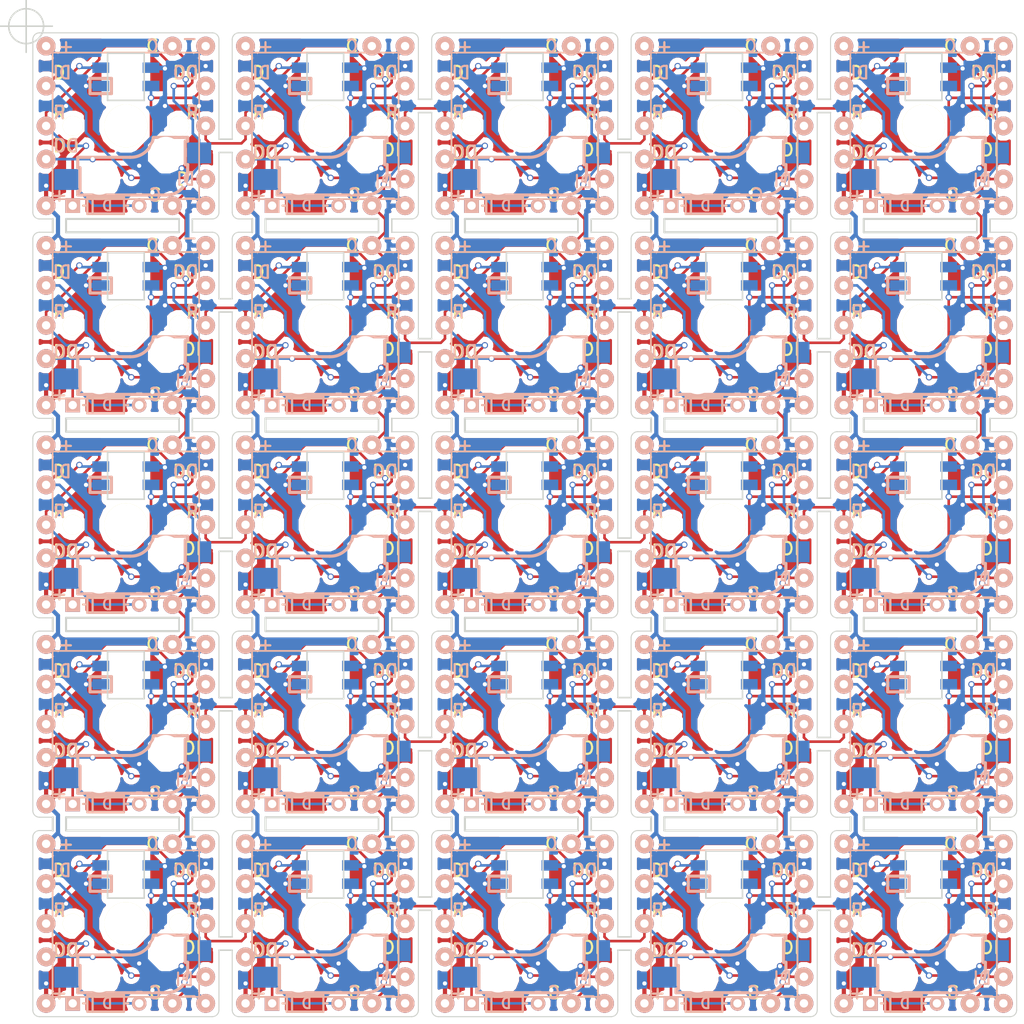
<source format=kicad_pcb>
(kicad_pcb (version 20171130) (host pcbnew 5.0.2-bee76a0~70~ubuntu18.04.1)
  (layers (0 F.Cu signal) (31 B.Cu signal) (34 B.Paste user) (35 F.Paste user) (36 B.SilkS user) (37 F.SilkS user) (38 B.Mask user) (39 F.Mask user) (44 Edge.Cuts user))
  (net 0 "")
  (net 1 /ROW0)
  (net 2 "Net-(D1-Pad2)")
  (net 3 "Net-(D2-Pad2)")
  (net 4 "Net-(D3-Pad2)")
  (net 5 "Net-(D4-Pad2)")
  (net 6 "Net-(D5-Pad2)")
  (net 7 /ROW1)
  (net 8 "Net-(D6-Pad2)")
  (net 9 "Net-(D7-Pad2)")
  (net 10 "Net-(D8-Pad2)")
  (net 11 "Net-(D9-Pad2)")
  (net 12 "Net-(D10-Pad2)")
  (net 13 /ROW2)
  (net 14 "Net-(D11-Pad2)")
  (net 15 "Net-(D12-Pad2)")
  (net 16 "Net-(D13-Pad2)")
  (net 17 "Net-(D14-Pad2)")
  (net 18 "Net-(D15-Pad2)")
  (net 19 /ROW3)
  (net 20 "Net-(D16-Pad2)")
  (net 21 "Net-(D17-Pad2)")
  (net 22 "Net-(D18-Pad2)")
  (net 23 "Net-(D19-Pad2)")
  (net 24 "Net-(D20-Pad2)")
  (net 25 /ROW4)
  (net 26 "Net-(D21-Pad2)")
  (net 27 "Net-(D22-Pad2)")
  (net 28 "Net-(D23-Pad2)")
  (net 29 "Net-(D24-Pad2)")
  (net 30 "Net-(D25-Pad2)")
  (net 31 "Net-(L1-Pad3)")
  (net 32 "Net-(L1-Pad1)")
  (net 33 GND)
  (net 34 /COL0)
  (net 35 /COL1)
  (net 36 /COL2)
  (net 37 /COL3)
  (net 38 /COL4)
  (net 39 VCC)
  (module kbd:CherryMX_Hotswap_single (layer F.Cu) (at 74.422 35.687 180)
    (fp_text reference SW1 hide)
    (fp_text value SW_PUSH hide)
    (pad 2 smd rect (at 5.7 -5.12) (size 2.3 2) (layers B.Cu B.Paste B.Mask) (net 2 "Net-(D1-Pad2)"))
    (pad "" np_thru_hole circle (at -5.08 0 180) (size 1.9 1.9) (drill 1.9) (layers *.Cu *.Mask F.SilkS))
    (pad "" np_thru_hole circle (at 5.08 0 180) (size 1.9 1.9) (drill 1.9) (layers *.Cu *.Mask F.SilkS))
    (pad "" np_thru_hole circle (at 0 0 270) (size 4.1 4.1) (drill 4.1) (layers *.Cu *.Mask F.SilkS))
    (pad "" np_thru_hole circle (at 2.54 -5.08) (size 3 3) (drill 3) (layers *.Cu *.Mask))
    (pad "" np_thru_hole circle (at -3.81 -2.54) (size 3 3) (drill 3) (layers *.Cu *.Mask))
    (pad 1 smd rect (at -7 -2.58) (size 2.3 2) (layers B.Cu B.Paste B.Mask) (net 34 /COL0))
  )
  (module kbd:CherryMX_Hotswap_single (layer F.Cu) (at 93.472 35.687 180)
    (fp_text reference SW2 hide)
    (fp_text value SW_PUSH hide)
    (pad 2 smd rect (at 5.7 -5.12) (size 2.3 2) (layers B.Cu B.Paste B.Mask) (net 3 "Net-(D2-Pad2)"))
    (pad "" np_thru_hole circle (at -5.08 0 180) (size 1.9 1.9) (drill 1.9) (layers *.Cu *.Mask F.SilkS))
    (pad "" np_thru_hole circle (at 5.08 0 180) (size 1.9 1.9) (drill 1.9) (layers *.Cu *.Mask F.SilkS))
    (pad "" np_thru_hole circle (at 0 0 270) (size 4.1 4.1) (drill 4.1) (layers *.Cu *.Mask F.SilkS))
    (pad "" np_thru_hole circle (at 2.54 -5.08) (size 3 3) (drill 3) (layers *.Cu *.Mask))
    (pad "" np_thru_hole circle (at -3.81 -2.54) (size 3 3) (drill 3) (layers *.Cu *.Mask))
    (pad 1 smd rect (at -7 -2.58) (size 2.3 2) (layers B.Cu B.Paste B.Mask) (net 35 /COL1))
  )
  (module kbd:CherryMX_Hotswap_single (layer F.Cu) (at 93.472 111.887 180)
    (fp_text reference SW22 hide)
    (fp_text value SW_PUSH hide)
    (pad 2 smd rect (at 5.7 -5.12) (size 2.3 2) (layers B.Cu B.Paste B.Mask) (net 27 "Net-(D22-Pad2)"))
    (pad "" np_thru_hole circle (at -5.08 0 180) (size 1.9 1.9) (drill 1.9) (layers *.Cu *.Mask F.SilkS))
    (pad "" np_thru_hole circle (at 5.08 0 180) (size 1.9 1.9) (drill 1.9) (layers *.Cu *.Mask F.SilkS))
    (pad "" np_thru_hole circle (at 0 0 270) (size 4.1 4.1) (drill 4.1) (layers *.Cu *.Mask F.SilkS))
    (pad "" np_thru_hole circle (at 2.54 -5.08) (size 3 3) (drill 3) (layers *.Cu *.Mask))
    (pad "" np_thru_hole circle (at -3.81 -2.54) (size 3 3) (drill 3) (layers *.Cu *.Mask))
    (pad 1 smd rect (at -7 -2.58) (size 2.3 2) (layers B.Cu B.Paste B.Mask) (net 35 /COL1))
  )
  (module kbd:CherryMX_Hotswap_single (layer F.Cu) (at 131.572 111.887 180)
    (fp_text reference SW24 hide)
    (fp_text value SW_PUSH hide)
    (pad 2 smd rect (at 5.7 -5.12) (size 2.3 2) (layers B.Cu B.Paste B.Mask) (net 29 "Net-(D24-Pad2)"))
    (pad "" np_thru_hole circle (at -5.08 0 180) (size 1.9 1.9) (drill 1.9) (layers *.Cu *.Mask F.SilkS))
    (pad "" np_thru_hole circle (at 5.08 0 180) (size 1.9 1.9) (drill 1.9) (layers *.Cu *.Mask F.SilkS))
    (pad "" np_thru_hole circle (at 0 0 270) (size 4.1 4.1) (drill 4.1) (layers *.Cu *.Mask F.SilkS))
    (pad "" np_thru_hole circle (at 2.54 -5.08) (size 3 3) (drill 3) (layers *.Cu *.Mask))
    (pad "" np_thru_hole circle (at -3.81 -2.54) (size 3 3) (drill 3) (layers *.Cu *.Mask))
    (pad 1 smd rect (at -7 -2.58) (size 2.3 2) (layers B.Cu B.Paste B.Mask) (net 37 /COL3))
  )
  (module kbd:CherryMX_Hotswap_single (layer F.Cu) (at 131.572 92.837 180)
    (fp_text reference SW19 hide)
    (fp_text value SW_PUSH hide)
    (pad 2 smd rect (at 5.7 -5.12) (size 2.3 2) (layers B.Cu B.Paste B.Mask) (net 23 "Net-(D19-Pad2)"))
    (pad "" np_thru_hole circle (at -5.08 0 180) (size 1.9 1.9) (drill 1.9) (layers *.Cu *.Mask F.SilkS))
    (pad "" np_thru_hole circle (at 5.08 0 180) (size 1.9 1.9) (drill 1.9) (layers *.Cu *.Mask F.SilkS))
    (pad "" np_thru_hole circle (at 0 0 270) (size 4.1 4.1) (drill 4.1) (layers *.Cu *.Mask F.SilkS))
    (pad "" np_thru_hole circle (at 2.54 -5.08) (size 3 3) (drill 3) (layers *.Cu *.Mask))
    (pad "" np_thru_hole circle (at -3.81 -2.54) (size 3 3) (drill 3) (layers *.Cu *.Mask))
    (pad 1 smd rect (at -7 -2.58) (size 2.3 2) (layers B.Cu B.Paste B.Mask) (net 37 /COL3))
  )
  (module kbd:CherryMX_Hotswap_single (layer F.Cu) (at 150.622 35.687 180)
    (fp_text reference SW5 hide)
    (fp_text value SW_PUSH hide)
    (pad 2 smd rect (at 5.7 -5.12) (size 2.3 2) (layers B.Cu B.Paste B.Mask) (net 6 "Net-(D5-Pad2)"))
    (pad "" np_thru_hole circle (at -5.08 0 180) (size 1.9 1.9) (drill 1.9) (layers *.Cu *.Mask F.SilkS))
    (pad "" np_thru_hole circle (at 5.08 0 180) (size 1.9 1.9) (drill 1.9) (layers *.Cu *.Mask F.SilkS))
    (pad "" np_thru_hole circle (at 0 0 270) (size 4.1 4.1) (drill 4.1) (layers *.Cu *.Mask F.SilkS))
    (pad "" np_thru_hole circle (at 2.54 -5.08) (size 3 3) (drill 3) (layers *.Cu *.Mask))
    (pad "" np_thru_hole circle (at -3.81 -2.54) (size 3 3) (drill 3) (layers *.Cu *.Mask))
    (pad 1 smd rect (at -7 -2.58) (size 2.3 2) (layers B.Cu B.Paste B.Mask) (net 38 /COL4))
  )
  (module kbd:CherryMX_Hotswap_single (layer F.Cu) (at 112.522 35.687 180)
    (fp_text reference SW3 hide)
    (fp_text value SW_PUSH hide)
    (pad 2 smd rect (at 5.7 -5.12) (size 2.3 2) (layers B.Cu B.Paste B.Mask) (net 4 "Net-(D3-Pad2)"))
    (pad "" np_thru_hole circle (at -5.08 0 180) (size 1.9 1.9) (drill 1.9) (layers *.Cu *.Mask F.SilkS))
    (pad "" np_thru_hole circle (at 5.08 0 180) (size 1.9 1.9) (drill 1.9) (layers *.Cu *.Mask F.SilkS))
    (pad "" np_thru_hole circle (at 0 0 270) (size 4.1 4.1) (drill 4.1) (layers *.Cu *.Mask F.SilkS))
    (pad "" np_thru_hole circle (at 2.54 -5.08) (size 3 3) (drill 3) (layers *.Cu *.Mask))
    (pad "" np_thru_hole circle (at -3.81 -2.54) (size 3 3) (drill 3) (layers *.Cu *.Mask))
    (pad 1 smd rect (at -7 -2.58) (size 2.3 2) (layers B.Cu B.Paste B.Mask) (net 36 /COL2))
  )
  (module kbd:CherryMX_Hotswap_single (layer F.Cu) (at 131.572 35.687 180)
    (fp_text reference SW4 hide)
    (fp_text value SW_PUSH hide)
    (pad 2 smd rect (at 5.7 -5.12) (size 2.3 2) (layers B.Cu B.Paste B.Mask) (net 5 "Net-(D4-Pad2)"))
    (pad "" np_thru_hole circle (at -5.08 0 180) (size 1.9 1.9) (drill 1.9) (layers *.Cu *.Mask F.SilkS))
    (pad "" np_thru_hole circle (at 5.08 0 180) (size 1.9 1.9) (drill 1.9) (layers *.Cu *.Mask F.SilkS))
    (pad "" np_thru_hole circle (at 0 0 270) (size 4.1 4.1) (drill 4.1) (layers *.Cu *.Mask F.SilkS))
    (pad "" np_thru_hole circle (at 2.54 -5.08) (size 3 3) (drill 3) (layers *.Cu *.Mask))
    (pad "" np_thru_hole circle (at -3.81 -2.54) (size 3 3) (drill 3) (layers *.Cu *.Mask))
    (pad 1 smd rect (at -7 -2.58) (size 2.3 2) (layers B.Cu B.Paste B.Mask) (net 37 /COL3))
  )
  (module kbd:CherryMX_Hotswap_single (layer F.Cu) (at 74.422 54.737 180)
    (fp_text reference SW6 hide)
    (fp_text value SW_PUSH hide)
    (pad 2 smd rect (at 5.7 -5.12) (size 2.3 2) (layers B.Cu B.Paste B.Mask) (net 8 "Net-(D6-Pad2)"))
    (pad "" np_thru_hole circle (at -5.08 0 180) (size 1.9 1.9) (drill 1.9) (layers *.Cu *.Mask F.SilkS))
    (pad "" np_thru_hole circle (at 5.08 0 180) (size 1.9 1.9) (drill 1.9) (layers *.Cu *.Mask F.SilkS))
    (pad "" np_thru_hole circle (at 0 0 270) (size 4.1 4.1) (drill 4.1) (layers *.Cu *.Mask F.SilkS))
    (pad "" np_thru_hole circle (at 2.54 -5.08) (size 3 3) (drill 3) (layers *.Cu *.Mask))
    (pad "" np_thru_hole circle (at -3.81 -2.54) (size 3 3) (drill 3) (layers *.Cu *.Mask))
    (pad 1 smd rect (at -7 -2.58) (size 2.3 2) (layers B.Cu B.Paste B.Mask) (net 34 /COL0))
  )
  (module kbd:CherryMX_Hotswap_single (layer F.Cu) (at 93.472 54.737 180)
    (fp_text reference SW7 hide)
    (fp_text value SW_PUSH hide)
    (pad 2 smd rect (at 5.7 -5.12) (size 2.3 2) (layers B.Cu B.Paste B.Mask) (net 9 "Net-(D7-Pad2)"))
    (pad "" np_thru_hole circle (at -5.08 0 180) (size 1.9 1.9) (drill 1.9) (layers *.Cu *.Mask F.SilkS))
    (pad "" np_thru_hole circle (at 5.08 0 180) (size 1.9 1.9) (drill 1.9) (layers *.Cu *.Mask F.SilkS))
    (pad "" np_thru_hole circle (at 0 0 270) (size 4.1 4.1) (drill 4.1) (layers *.Cu *.Mask F.SilkS))
    (pad "" np_thru_hole circle (at 2.54 -5.08) (size 3 3) (drill 3) (layers *.Cu *.Mask))
    (pad "" np_thru_hole circle (at -3.81 -2.54) (size 3 3) (drill 3) (layers *.Cu *.Mask))
    (pad 1 smd rect (at -7 -2.58) (size 2.3 2) (layers B.Cu B.Paste B.Mask) (net 35 /COL1))
  )
  (module kbd:CherryMX_Hotswap_single (layer F.Cu) (at 112.522 54.737 180)
    (fp_text reference SW8 hide)
    (fp_text value SW_PUSH hide)
    (pad 2 smd rect (at 5.7 -5.12) (size 2.3 2) (layers B.Cu B.Paste B.Mask) (net 10 "Net-(D8-Pad2)"))
    (pad "" np_thru_hole circle (at -5.08 0 180) (size 1.9 1.9) (drill 1.9) (layers *.Cu *.Mask F.SilkS))
    (pad "" np_thru_hole circle (at 5.08 0 180) (size 1.9 1.9) (drill 1.9) (layers *.Cu *.Mask F.SilkS))
    (pad "" np_thru_hole circle (at 0 0 270) (size 4.1 4.1) (drill 4.1) (layers *.Cu *.Mask F.SilkS))
    (pad "" np_thru_hole circle (at 2.54 -5.08) (size 3 3) (drill 3) (layers *.Cu *.Mask))
    (pad "" np_thru_hole circle (at -3.81 -2.54) (size 3 3) (drill 3) (layers *.Cu *.Mask))
    (pad 1 smd rect (at -7 -2.58) (size 2.3 2) (layers B.Cu B.Paste B.Mask) (net 36 /COL2))
  )
  (module kbd:CherryMX_Hotswap_single (layer F.Cu) (at 131.572 54.737 180)
    (fp_text reference SW9 hide)
    (fp_text value SW_PUSH hide)
    (pad 2 smd rect (at 5.7 -5.12) (size 2.3 2) (layers B.Cu B.Paste B.Mask) (net 11 "Net-(D9-Pad2)"))
    (pad "" np_thru_hole circle (at -5.08 0 180) (size 1.9 1.9) (drill 1.9) (layers *.Cu *.Mask F.SilkS))
    (pad "" np_thru_hole circle (at 5.08 0 180) (size 1.9 1.9) (drill 1.9) (layers *.Cu *.Mask F.SilkS))
    (pad "" np_thru_hole circle (at 0 0 270) (size 4.1 4.1) (drill 4.1) (layers *.Cu *.Mask F.SilkS))
    (pad "" np_thru_hole circle (at 2.54 -5.08) (size 3 3) (drill 3) (layers *.Cu *.Mask))
    (pad "" np_thru_hole circle (at -3.81 -2.54) (size 3 3) (drill 3) (layers *.Cu *.Mask))
    (pad 1 smd rect (at -7 -2.58) (size 2.3 2) (layers B.Cu B.Paste B.Mask) (net 37 /COL3))
  )
  (module kbd:CherryMX_Hotswap_single (layer F.Cu) (at 150.622 54.737 180)
    (fp_text reference SW10 hide)
    (fp_text value SW_PUSH hide)
    (pad 2 smd rect (at 5.7 -5.12) (size 2.3 2) (layers B.Cu B.Paste B.Mask) (net 12 "Net-(D10-Pad2)"))
    (pad "" np_thru_hole circle (at -5.08 0 180) (size 1.9 1.9) (drill 1.9) (layers *.Cu *.Mask F.SilkS))
    (pad "" np_thru_hole circle (at 5.08 0 180) (size 1.9 1.9) (drill 1.9) (layers *.Cu *.Mask F.SilkS))
    (pad "" np_thru_hole circle (at 0 0 270) (size 4.1 4.1) (drill 4.1) (layers *.Cu *.Mask F.SilkS))
    (pad "" np_thru_hole circle (at 2.54 -5.08) (size 3 3) (drill 3) (layers *.Cu *.Mask))
    (pad "" np_thru_hole circle (at -3.81 -2.54) (size 3 3) (drill 3) (layers *.Cu *.Mask))
    (pad 1 smd rect (at -7 -2.58) (size 2.3 2) (layers B.Cu B.Paste B.Mask) (net 38 /COL4))
  )
  (module kbd:CherryMX_Hotswap_single (layer F.Cu) (at 74.422 73.787 180)
    (fp_text reference SW11 hide)
    (fp_text value SW_PUSH hide)
    (pad 2 smd rect (at 5.7 -5.12) (size 2.3 2) (layers B.Cu B.Paste B.Mask) (net 14 "Net-(D11-Pad2)"))
    (pad "" np_thru_hole circle (at -5.08 0 180) (size 1.9 1.9) (drill 1.9) (layers *.Cu *.Mask F.SilkS))
    (pad "" np_thru_hole circle (at 5.08 0 180) (size 1.9 1.9) (drill 1.9) (layers *.Cu *.Mask F.SilkS))
    (pad "" np_thru_hole circle (at 0 0 270) (size 4.1 4.1) (drill 4.1) (layers *.Cu *.Mask F.SilkS))
    (pad "" np_thru_hole circle (at 2.54 -5.08) (size 3 3) (drill 3) (layers *.Cu *.Mask))
    (pad "" np_thru_hole circle (at -3.81 -2.54) (size 3 3) (drill 3) (layers *.Cu *.Mask))
    (pad 1 smd rect (at -7 -2.58) (size 2.3 2) (layers B.Cu B.Paste B.Mask) (net 34 /COL0))
  )
  (module kbd:CherryMX_Hotswap_single (layer F.Cu) (at 93.472 73.787 180)
    (fp_text reference SW12 hide)
    (fp_text value SW_PUSH hide)
    (pad 2 smd rect (at 5.7 -5.12) (size 2.3 2) (layers B.Cu B.Paste B.Mask) (net 15 "Net-(D12-Pad2)"))
    (pad "" np_thru_hole circle (at -5.08 0 180) (size 1.9 1.9) (drill 1.9) (layers *.Cu *.Mask F.SilkS))
    (pad "" np_thru_hole circle (at 5.08 0 180) (size 1.9 1.9) (drill 1.9) (layers *.Cu *.Mask F.SilkS))
    (pad "" np_thru_hole circle (at 0 0 270) (size 4.1 4.1) (drill 4.1) (layers *.Cu *.Mask F.SilkS))
    (pad "" np_thru_hole circle (at 2.54 -5.08) (size 3 3) (drill 3) (layers *.Cu *.Mask))
    (pad "" np_thru_hole circle (at -3.81 -2.54) (size 3 3) (drill 3) (layers *.Cu *.Mask))
    (pad 1 smd rect (at -7 -2.58) (size 2.3 2) (layers B.Cu B.Paste B.Mask) (net 35 /COL1))
  )
  (module kbd:CherryMX_Hotswap_single (layer F.Cu) (at 112.522 73.787 180)
    (fp_text reference SW13 hide)
    (fp_text value SW_PUSH hide)
    (pad 2 smd rect (at 5.7 -5.12) (size 2.3 2) (layers B.Cu B.Paste B.Mask) (net 16 "Net-(D13-Pad2)"))
    (pad "" np_thru_hole circle (at -5.08 0 180) (size 1.9 1.9) (drill 1.9) (layers *.Cu *.Mask F.SilkS))
    (pad "" np_thru_hole circle (at 5.08 0 180) (size 1.9 1.9) (drill 1.9) (layers *.Cu *.Mask F.SilkS))
    (pad "" np_thru_hole circle (at 0 0 270) (size 4.1 4.1) (drill 4.1) (layers *.Cu *.Mask F.SilkS))
    (pad "" np_thru_hole circle (at 2.54 -5.08) (size 3 3) (drill 3) (layers *.Cu *.Mask))
    (pad "" np_thru_hole circle (at -3.81 -2.54) (size 3 3) (drill 3) (layers *.Cu *.Mask))
    (pad 1 smd rect (at -7 -2.58) (size 2.3 2) (layers B.Cu B.Paste B.Mask) (net 36 /COL2))
  )
  (module kbd:CherryMX_Hotswap_single (layer F.Cu) (at 131.572 73.787 180)
    (fp_text reference SW14 hide)
    (fp_text value SW_PUSH hide)
    (pad 2 smd rect (at 5.7 -5.12) (size 2.3 2) (layers B.Cu B.Paste B.Mask) (net 17 "Net-(D14-Pad2)"))
    (pad "" np_thru_hole circle (at -5.08 0 180) (size 1.9 1.9) (drill 1.9) (layers *.Cu *.Mask F.SilkS))
    (pad "" np_thru_hole circle (at 5.08 0 180) (size 1.9 1.9) (drill 1.9) (layers *.Cu *.Mask F.SilkS))
    (pad "" np_thru_hole circle (at 0 0 270) (size 4.1 4.1) (drill 4.1) (layers *.Cu *.Mask F.SilkS))
    (pad "" np_thru_hole circle (at 2.54 -5.08) (size 3 3) (drill 3) (layers *.Cu *.Mask))
    (pad "" np_thru_hole circle (at -3.81 -2.54) (size 3 3) (drill 3) (layers *.Cu *.Mask))
    (pad 1 smd rect (at -7 -2.58) (size 2.3 2) (layers B.Cu B.Paste B.Mask) (net 37 /COL3))
  )
  (module kbd:CherryMX_Hotswap_single (layer F.Cu) (at 150.622 73.787 180)
    (fp_text reference SW15 hide)
    (fp_text value SW_PUSH hide)
    (pad 2 smd rect (at 5.7 -5.12) (size 2.3 2) (layers B.Cu B.Paste B.Mask) (net 18 "Net-(D15-Pad2)"))
    (pad "" np_thru_hole circle (at -5.08 0 180) (size 1.9 1.9) (drill 1.9) (layers *.Cu *.Mask F.SilkS))
    (pad "" np_thru_hole circle (at 5.08 0 180) (size 1.9 1.9) (drill 1.9) (layers *.Cu *.Mask F.SilkS))
    (pad "" np_thru_hole circle (at 0 0 270) (size 4.1 4.1) (drill 4.1) (layers *.Cu *.Mask F.SilkS))
    (pad "" np_thru_hole circle (at 2.54 -5.08) (size 3 3) (drill 3) (layers *.Cu *.Mask))
    (pad "" np_thru_hole circle (at -3.81 -2.54) (size 3 3) (drill 3) (layers *.Cu *.Mask))
    (pad 1 smd rect (at -7 -2.58) (size 2.3 2) (layers B.Cu B.Paste B.Mask) (net 38 /COL4))
  )
  (module kbd:CherryMX_Hotswap_single (layer F.Cu) (at 74.422 92.837 180)
    (fp_text reference SW16 hide)
    (fp_text value SW_PUSH hide)
    (pad 2 smd rect (at 5.7 -5.12) (size 2.3 2) (layers B.Cu B.Paste B.Mask) (net 20 "Net-(D16-Pad2)"))
    (pad "" np_thru_hole circle (at -5.08 0 180) (size 1.9 1.9) (drill 1.9) (layers *.Cu *.Mask F.SilkS))
    (pad "" np_thru_hole circle (at 5.08 0 180) (size 1.9 1.9) (drill 1.9) (layers *.Cu *.Mask F.SilkS))
    (pad "" np_thru_hole circle (at 0 0 270) (size 4.1 4.1) (drill 4.1) (layers *.Cu *.Mask F.SilkS))
    (pad "" np_thru_hole circle (at 2.54 -5.08) (size 3 3) (drill 3) (layers *.Cu *.Mask))
    (pad "" np_thru_hole circle (at -3.81 -2.54) (size 3 3) (drill 3) (layers *.Cu *.Mask))
    (pad 1 smd rect (at -7 -2.58) (size 2.3 2) (layers B.Cu B.Paste B.Mask) (net 34 /COL0))
  )
  (module kbd:CherryMX_Hotswap_single (layer F.Cu) (at 93.472 92.837 180)
    (fp_text reference SW17 hide)
    (fp_text value SW_PUSH hide)
    (pad 2 smd rect (at 5.7 -5.12) (size 2.3 2) (layers B.Cu B.Paste B.Mask) (net 21 "Net-(D17-Pad2)"))
    (pad "" np_thru_hole circle (at -5.08 0 180) (size 1.9 1.9) (drill 1.9) (layers *.Cu *.Mask F.SilkS))
    (pad "" np_thru_hole circle (at 5.08 0 180) (size 1.9 1.9) (drill 1.9) (layers *.Cu *.Mask F.SilkS))
    (pad "" np_thru_hole circle (at 0 0 270) (size 4.1 4.1) (drill 4.1) (layers *.Cu *.Mask F.SilkS))
    (pad "" np_thru_hole circle (at 2.54 -5.08) (size 3 3) (drill 3) (layers *.Cu *.Mask))
    (pad "" np_thru_hole circle (at -3.81 -2.54) (size 3 3) (drill 3) (layers *.Cu *.Mask))
    (pad 1 smd rect (at -7 -2.58) (size 2.3 2) (layers B.Cu B.Paste B.Mask) (net 35 /COL1))
  )
  (module kbd:CherryMX_Hotswap_single (layer F.Cu) (at 112.522 92.837 180)
    (fp_text reference SW18 hide)
    (fp_text value SW_PUSH hide)
    (pad 2 smd rect (at 5.7 -5.12) (size 2.3 2) (layers B.Cu B.Paste B.Mask) (net 22 "Net-(D18-Pad2)"))
    (pad "" np_thru_hole circle (at -5.08 0 180) (size 1.9 1.9) (drill 1.9) (layers *.Cu *.Mask F.SilkS))
    (pad "" np_thru_hole circle (at 5.08 0 180) (size 1.9 1.9) (drill 1.9) (layers *.Cu *.Mask F.SilkS))
    (pad "" np_thru_hole circle (at 0 0 270) (size 4.1 4.1) (drill 4.1) (layers *.Cu *.Mask F.SilkS))
    (pad "" np_thru_hole circle (at 2.54 -5.08) (size 3 3) (drill 3) (layers *.Cu *.Mask))
    (pad "" np_thru_hole circle (at -3.81 -2.54) (size 3 3) (drill 3) (layers *.Cu *.Mask))
    (pad 1 smd rect (at -7 -2.58) (size 2.3 2) (layers B.Cu B.Paste B.Mask) (net 36 /COL2))
  )
  (module kbd:CherryMX_Hotswap_single (layer F.Cu) (at 150.622 92.837 180)
    (fp_text reference SW20 hide)
    (fp_text value SW_PUSH hide)
    (pad 2 smd rect (at 5.7 -5.12) (size 2.3 2) (layers B.Cu B.Paste B.Mask) (net 24 "Net-(D20-Pad2)"))
    (pad "" np_thru_hole circle (at -5.08 0 180) (size 1.9 1.9) (drill 1.9) (layers *.Cu *.Mask F.SilkS))
    (pad "" np_thru_hole circle (at 5.08 0 180) (size 1.9 1.9) (drill 1.9) (layers *.Cu *.Mask F.SilkS))
    (pad "" np_thru_hole circle (at 0 0 270) (size 4.1 4.1) (drill 4.1) (layers *.Cu *.Mask F.SilkS))
    (pad "" np_thru_hole circle (at 2.54 -5.08) (size 3 3) (drill 3) (layers *.Cu *.Mask))
    (pad "" np_thru_hole circle (at -3.81 -2.54) (size 3 3) (drill 3) (layers *.Cu *.Mask))
    (pad 1 smd rect (at -7 -2.58) (size 2.3 2) (layers B.Cu B.Paste B.Mask) (net 38 /COL4))
  )
  (module kbd:CherryMX_Hotswap_single (layer F.Cu) (at 74.422 111.887 180)
    (fp_text reference SW21 hide)
    (fp_text value SW_PUSH hide)
    (pad 2 smd rect (at 5.7 -5.12) (size 2.3 2) (layers B.Cu B.Paste B.Mask) (net 26 "Net-(D21-Pad2)"))
    (pad "" np_thru_hole circle (at -5.08 0 180) (size 1.9 1.9) (drill 1.9) (layers *.Cu *.Mask F.SilkS))
    (pad "" np_thru_hole circle (at 5.08 0 180) (size 1.9 1.9) (drill 1.9) (layers *.Cu *.Mask F.SilkS))
    (pad "" np_thru_hole circle (at 0 0 270) (size 4.1 4.1) (drill 4.1) (layers *.Cu *.Mask F.SilkS))
    (pad "" np_thru_hole circle (at 2.54 -5.08) (size 3 3) (drill 3) (layers *.Cu *.Mask))
    (pad "" np_thru_hole circle (at -3.81 -2.54) (size 3 3) (drill 3) (layers *.Cu *.Mask))
    (pad 1 smd rect (at -7 -2.58) (size 2.3 2) (layers B.Cu B.Paste B.Mask) (net 34 /COL0))
  )
  (module kbd:CherryMX_Hotswap_single (layer F.Cu) (at 112.522 111.887 180)
    (fp_text reference SW23 hide)
    (fp_text value SW_PUSH hide)
    (pad 2 smd rect (at 5.7 -5.12) (size 2.3 2) (layers B.Cu B.Paste B.Mask) (net 28 "Net-(D23-Pad2)"))
    (pad "" np_thru_hole circle (at -5.08 0 180) (size 1.9 1.9) (drill 1.9) (layers *.Cu *.Mask F.SilkS))
    (pad "" np_thru_hole circle (at 5.08 0 180) (size 1.9 1.9) (drill 1.9) (layers *.Cu *.Mask F.SilkS))
    (pad "" np_thru_hole circle (at 0 0 270) (size 4.1 4.1) (drill 4.1) (layers *.Cu *.Mask F.SilkS))
    (pad "" np_thru_hole circle (at 2.54 -5.08) (size 3 3) (drill 3) (layers *.Cu *.Mask))
    (pad "" np_thru_hole circle (at -3.81 -2.54) (size 3 3) (drill 3) (layers *.Cu *.Mask))
    (pad 1 smd rect (at -7 -2.58) (size 2.3 2) (layers B.Cu B.Paste B.Mask) (net 36 /COL2))
  )
  (module kbd:CherryMX_Hotswap_single (layer F.Cu) (at 150.622 111.887 180)
    (fp_text reference SW25 hide)
    (fp_text value SW_PUSH hide)
    (pad 2 smd rect (at 5.7 -5.12) (size 2.3 2) (layers B.Cu B.Paste B.Mask) (net 30 "Net-(D25-Pad2)"))
    (pad "" np_thru_hole circle (at -5.08 0 180) (size 1.9 1.9) (drill 1.9) (layers *.Cu *.Mask F.SilkS))
    (pad "" np_thru_hole circle (at 5.08 0 180) (size 1.9 1.9) (drill 1.9) (layers *.Cu *.Mask F.SilkS))
    (pad "" np_thru_hole circle (at 0 0 270) (size 4.1 4.1) (drill 4.1) (layers *.Cu *.Mask F.SilkS))
    (pad "" np_thru_hole circle (at 2.54 -5.08) (size 3 3) (drill 3) (layers *.Cu *.Mask))
    (pad "" np_thru_hole circle (at -3.81 -2.54) (size 3 3) (drill 3) (layers *.Cu *.Mask))
    (pad 1 smd rect (at -7 -2.58) (size 2.3 2) (layers B.Cu B.Paste B.Mask) (net 38 /COL4))
  )
  (module footprint:wirepad (layer B.Cu) (at 120.142 54.737)
    (fp_text reference REF** hide)
    (fp_text value "wire pad" hide)
    (pad 1 thru_hole circle (at 0 0) (size 1.8 1.8) (drill 0.8) (layers *.Cu *.Mask B.SilkS) (net 7 /ROW1))
  )
  (module footprint:wirepad (layer B.Cu) (at 139.192 73.787)
    (fp_text reference REF** hide)
    (fp_text value "wire pad" hide)
    (pad 1 thru_hole circle (at 0 0) (size 1.8 1.8) (drill 0.8) (layers *.Cu *.Mask B.SilkS) (net 13 /ROW2))
  )
  (module footprint:wirepad (layer B.Cu) (at 123.952 73.787)
    (fp_text reference REF** hide)
    (fp_text value "wire pad" hide)
    (pad 1 thru_hole circle (at 0 0) (size 1.8 1.8) (drill 0.8) (layers *.Cu *.Mask B.SilkS) (net 13 /ROW2))
  )
  (module footprint:wirepad (layer B.Cu) (at 78.867 43.307)
    (fp_text reference REF** hide)
    (fp_text value "wire pad" hide)
    (pad 1 thru_hole circle (at 0 0) (size 1.8 1.8) (drill 0.8) (layers *.Cu *.Mask B.SilkS) (net 34 /COL0))
  )
  (module footprint:wirepad (layer B.Cu) (at 78.867 28.067)
    (fp_text reference REF** hide)
    (fp_text value "wire pad" hide)
    (pad 1 thru_hole circle (at 0 0) (size 1.8 1.8) (drill 0.8) (layers *.Cu *.Mask B.SilkS) (net 34 /COL0))
  )
  (module footprint:diode (layer B.Cu) (at 69.342 43.307)
    (fp_text reference D (at 3.302 0) (layer B.SilkS) (effects (font (thickness 0.2)) (justify mirror)))
    (fp_text value D hide)
    (pad 1 thru_hole rect (at 0 0) (size 1.4 1.4) (drill 0.8) (layers *.Cu *.Mask B.SilkS) (net 1 /ROW0))
    (pad 2 thru_hole circle (at 6.35 0) (size 1.4 1.4) (drill 0.8) (layers *.Cu *.Mask B.SilkS) (net 2 "Net-(D1-Pad2)"))
  )
  (module footprint:diode (layer B.Cu) (at 107.442 43.307)
    (fp_text reference D (at 3.302 0) (layer B.SilkS) (effects (font (thickness 0.2)) (justify mirror)))
    (fp_text value D hide)
    (pad 1 thru_hole rect (at 0 0) (size 1.4 1.4) (drill 0.8) (layers *.Cu *.Mask B.SilkS) (net 1 /ROW0))
    (pad 2 thru_hole circle (at 6.35 0) (size 1.4 1.4) (drill 0.8) (layers *.Cu *.Mask B.SilkS) (net 4 "Net-(D3-Pad2)"))
  )
  (module kbd:SK6812MINI_rev (layer F.Cu) (at 93.472 31.002 180)
    (fp_text reference L1 hide)
    (fp_text value SK6812MINI hide)
    (fp_line (start 1.75 2.25) (end -1.75 2.25) (layer Edge.Cuts) (width 0.15))
    (fp_line (start -1.75 -2.25) (end 1.75 -2.25) (layer Edge.Cuts) (width 0.15))
    (fp_line (start 1.75 -2.25) (end 1.75 2.25) (layer Edge.Cuts) (width 0.15))
    (fp_line (start -1.75 -2.25) (end -1.75 2.25) (layer Edge.Cuts) (width 0.15))
    (pad 3 smd rect (at 2.4 0.875 180) (size 1.6 1) (layers B.Cu B.Paste B.Mask) (net 31 "Net-(L1-Pad3)"))
    (pad 4 smd rect (at 2.4 -0.875 180) (size 1.6 1) (layers B.Cu B.Paste B.Mask) (net 39 VCC))
    (pad 1 smd rect (at -2.4 -0.875 180) (size 1.6 1) (layers B.Cu B.Paste B.Mask) (net 32 "Net-(L1-Pad1)"))
    (pad 2 smd rect (at -2.4 0.875 180) (size 1.6 1) (layers B.Cu B.Paste B.Mask) (net 33 GND))
  )
  (module kbd:SK6812MINI_rev (layer F.Cu) (at 150.622 107.202 180)
    (fp_text reference L1 hide)
    (fp_text value SK6812MINI hide)
    (fp_line (start 1.75 2.25) (end -1.75 2.25) (layer Edge.Cuts) (width 0.15))
    (fp_line (start -1.75 -2.25) (end 1.75 -2.25) (layer Edge.Cuts) (width 0.15))
    (fp_line (start 1.75 -2.25) (end 1.75 2.25) (layer Edge.Cuts) (width 0.15))
    (fp_line (start -1.75 -2.25) (end -1.75 2.25) (layer Edge.Cuts) (width 0.15))
    (pad 3 smd rect (at 2.4 0.875 180) (size 1.6 1) (layers B.Cu B.Paste B.Mask) (net 31 "Net-(L1-Pad3)"))
    (pad 4 smd rect (at 2.4 -0.875 180) (size 1.6 1) (layers B.Cu B.Paste B.Mask) (net 39 VCC))
    (pad 1 smd rect (at -2.4 -0.875 180) (size 1.6 1) (layers B.Cu B.Paste B.Mask) (net 32 "Net-(L1-Pad1)"))
    (pad 2 smd rect (at -2.4 0.875 180) (size 1.6 1) (layers B.Cu B.Paste B.Mask) (net 33 GND))
  )
  (module kbd:SK6812MINI_rev (layer F.Cu) (at 131.572 107.202 180)
    (fp_text reference L1 hide)
    (fp_text value SK6812MINI hide)
    (fp_line (start 1.75 2.25) (end -1.75 2.25) (layer Edge.Cuts) (width 0.15))
    (fp_line (start -1.75 -2.25) (end 1.75 -2.25) (layer Edge.Cuts) (width 0.15))
    (fp_line (start 1.75 -2.25) (end 1.75 2.25) (layer Edge.Cuts) (width 0.15))
    (fp_line (start -1.75 -2.25) (end -1.75 2.25) (layer Edge.Cuts) (width 0.15))
    (pad 3 smd rect (at 2.4 0.875 180) (size 1.6 1) (layers B.Cu B.Paste B.Mask) (net 31 "Net-(L1-Pad3)"))
    (pad 4 smd rect (at 2.4 -0.875 180) (size 1.6 1) (layers B.Cu B.Paste B.Mask) (net 39 VCC))
    (pad 1 smd rect (at -2.4 -0.875 180) (size 1.6 1) (layers B.Cu B.Paste B.Mask) (net 32 "Net-(L1-Pad1)"))
    (pad 2 smd rect (at -2.4 0.875 180) (size 1.6 1) (layers B.Cu B.Paste B.Mask) (net 33 GND))
  )
  (module kbd:SK6812MINI_rev (layer F.Cu) (at 112.522 107.202 180)
    (fp_text reference L1 hide)
    (fp_text value SK6812MINI hide)
    (fp_line (start 1.75 2.25) (end -1.75 2.25) (layer Edge.Cuts) (width 0.15))
    (fp_line (start -1.75 -2.25) (end 1.75 -2.25) (layer Edge.Cuts) (width 0.15))
    (fp_line (start 1.75 -2.25) (end 1.75 2.25) (layer Edge.Cuts) (width 0.15))
    (fp_line (start -1.75 -2.25) (end -1.75 2.25) (layer Edge.Cuts) (width 0.15))
    (pad 3 smd rect (at 2.4 0.875 180) (size 1.6 1) (layers B.Cu B.Paste B.Mask) (net 31 "Net-(L1-Pad3)"))
    (pad 4 smd rect (at 2.4 -0.875 180) (size 1.6 1) (layers B.Cu B.Paste B.Mask) (net 39 VCC))
    (pad 1 smd rect (at -2.4 -0.875 180) (size 1.6 1) (layers B.Cu B.Paste B.Mask) (net 32 "Net-(L1-Pad1)"))
    (pad 2 smd rect (at -2.4 0.875 180) (size 1.6 1) (layers B.Cu B.Paste B.Mask) (net 33 GND))
  )
  (module kbd:SK6812MINI_rev (layer F.Cu) (at 93.472 107.202 180)
    (fp_text reference L1 hide)
    (fp_text value SK6812MINI hide)
    (fp_line (start 1.75 2.25) (end -1.75 2.25) (layer Edge.Cuts) (width 0.15))
    (fp_line (start -1.75 -2.25) (end 1.75 -2.25) (layer Edge.Cuts) (width 0.15))
    (fp_line (start 1.75 -2.25) (end 1.75 2.25) (layer Edge.Cuts) (width 0.15))
    (fp_line (start -1.75 -2.25) (end -1.75 2.25) (layer Edge.Cuts) (width 0.15))
    (pad 3 smd rect (at 2.4 0.875 180) (size 1.6 1) (layers B.Cu B.Paste B.Mask) (net 31 "Net-(L1-Pad3)"))
    (pad 4 smd rect (at 2.4 -0.875 180) (size 1.6 1) (layers B.Cu B.Paste B.Mask) (net 39 VCC))
    (pad 1 smd rect (at -2.4 -0.875 180) (size 1.6 1) (layers B.Cu B.Paste B.Mask) (net 32 "Net-(L1-Pad1)"))
    (pad 2 smd rect (at -2.4 0.875 180) (size 1.6 1) (layers B.Cu B.Paste B.Mask) (net 33 GND))
  )
  (module kbd:SK6812MINI_rev (layer F.Cu) (at 74.422 107.202 180)
    (fp_text reference L1 hide)
    (fp_text value SK6812MINI hide)
    (fp_line (start 1.75 2.25) (end -1.75 2.25) (layer Edge.Cuts) (width 0.15))
    (fp_line (start -1.75 -2.25) (end 1.75 -2.25) (layer Edge.Cuts) (width 0.15))
    (fp_line (start 1.75 -2.25) (end 1.75 2.25) (layer Edge.Cuts) (width 0.15))
    (fp_line (start -1.75 -2.25) (end -1.75 2.25) (layer Edge.Cuts) (width 0.15))
    (pad 3 smd rect (at 2.4 0.875 180) (size 1.6 1) (layers B.Cu B.Paste B.Mask) (net 31 "Net-(L1-Pad3)"))
    (pad 4 smd rect (at 2.4 -0.875 180) (size 1.6 1) (layers B.Cu B.Paste B.Mask) (net 39 VCC))
    (pad 1 smd rect (at -2.4 -0.875 180) (size 1.6 1) (layers B.Cu B.Paste B.Mask) (net 32 "Net-(L1-Pad1)"))
    (pad 2 smd rect (at -2.4 0.875 180) (size 1.6 1) (layers B.Cu B.Paste B.Mask) (net 33 GND))
  )
  (module kbd:SK6812MINI_rev (layer F.Cu) (at 150.622 88.152 180)
    (fp_text reference L1 hide)
    (fp_text value SK6812MINI hide)
    (fp_line (start 1.75 2.25) (end -1.75 2.25) (layer Edge.Cuts) (width 0.15))
    (fp_line (start -1.75 -2.25) (end 1.75 -2.25) (layer Edge.Cuts) (width 0.15))
    (fp_line (start 1.75 -2.25) (end 1.75 2.25) (layer Edge.Cuts) (width 0.15))
    (fp_line (start -1.75 -2.25) (end -1.75 2.25) (layer Edge.Cuts) (width 0.15))
    (pad 3 smd rect (at 2.4 0.875 180) (size 1.6 1) (layers B.Cu B.Paste B.Mask) (net 31 "Net-(L1-Pad3)"))
    (pad 4 smd rect (at 2.4 -0.875 180) (size 1.6 1) (layers B.Cu B.Paste B.Mask) (net 39 VCC))
    (pad 1 smd rect (at -2.4 -0.875 180) (size 1.6 1) (layers B.Cu B.Paste B.Mask) (net 32 "Net-(L1-Pad1)"))
    (pad 2 smd rect (at -2.4 0.875 180) (size 1.6 1) (layers B.Cu B.Paste B.Mask) (net 33 GND))
  )
  (module kbd:SK6812MINI_rev (layer F.Cu) (at 131.572 88.152 180)
    (fp_text reference L1 hide)
    (fp_text value SK6812MINI hide)
    (fp_line (start 1.75 2.25) (end -1.75 2.25) (layer Edge.Cuts) (width 0.15))
    (fp_line (start -1.75 -2.25) (end 1.75 -2.25) (layer Edge.Cuts) (width 0.15))
    (fp_line (start 1.75 -2.25) (end 1.75 2.25) (layer Edge.Cuts) (width 0.15))
    (fp_line (start -1.75 -2.25) (end -1.75 2.25) (layer Edge.Cuts) (width 0.15))
    (pad 3 smd rect (at 2.4 0.875 180) (size 1.6 1) (layers B.Cu B.Paste B.Mask) (net 31 "Net-(L1-Pad3)"))
    (pad 4 smd rect (at 2.4 -0.875 180) (size 1.6 1) (layers B.Cu B.Paste B.Mask) (net 39 VCC))
    (pad 1 smd rect (at -2.4 -0.875 180) (size 1.6 1) (layers B.Cu B.Paste B.Mask) (net 32 "Net-(L1-Pad1)"))
    (pad 2 smd rect (at -2.4 0.875 180) (size 1.6 1) (layers B.Cu B.Paste B.Mask) (net 33 GND))
  )
  (module kbd:SK6812MINI_rev (layer F.Cu) (at 112.522 88.152 180)
    (fp_text reference L1 hide)
    (fp_text value SK6812MINI hide)
    (fp_line (start 1.75 2.25) (end -1.75 2.25) (layer Edge.Cuts) (width 0.15))
    (fp_line (start -1.75 -2.25) (end 1.75 -2.25) (layer Edge.Cuts) (width 0.15))
    (fp_line (start 1.75 -2.25) (end 1.75 2.25) (layer Edge.Cuts) (width 0.15))
    (fp_line (start -1.75 -2.25) (end -1.75 2.25) (layer Edge.Cuts) (width 0.15))
    (pad 3 smd rect (at 2.4 0.875 180) (size 1.6 1) (layers B.Cu B.Paste B.Mask) (net 31 "Net-(L1-Pad3)"))
    (pad 4 smd rect (at 2.4 -0.875 180) (size 1.6 1) (layers B.Cu B.Paste B.Mask) (net 39 VCC))
    (pad 1 smd rect (at -2.4 -0.875 180) (size 1.6 1) (layers B.Cu B.Paste B.Mask) (net 32 "Net-(L1-Pad1)"))
    (pad 2 smd rect (at -2.4 0.875 180) (size 1.6 1) (layers B.Cu B.Paste B.Mask) (net 33 GND))
  )
  (module kbd:SK6812MINI_rev (layer F.Cu) (at 93.472 88.152 180)
    (fp_text reference L1 hide)
    (fp_text value SK6812MINI hide)
    (fp_line (start 1.75 2.25) (end -1.75 2.25) (layer Edge.Cuts) (width 0.15))
    (fp_line (start -1.75 -2.25) (end 1.75 -2.25) (layer Edge.Cuts) (width 0.15))
    (fp_line (start 1.75 -2.25) (end 1.75 2.25) (layer Edge.Cuts) (width 0.15))
    (fp_line (start -1.75 -2.25) (end -1.75 2.25) (layer Edge.Cuts) (width 0.15))
    (pad 3 smd rect (at 2.4 0.875 180) (size 1.6 1) (layers B.Cu B.Paste B.Mask) (net 31 "Net-(L1-Pad3)"))
    (pad 4 smd rect (at 2.4 -0.875 180) (size 1.6 1) (layers B.Cu B.Paste B.Mask) (net 39 VCC))
    (pad 1 smd rect (at -2.4 -0.875 180) (size 1.6 1) (layers B.Cu B.Paste B.Mask) (net 32 "Net-(L1-Pad1)"))
    (pad 2 smd rect (at -2.4 0.875 180) (size 1.6 1) (layers B.Cu B.Paste B.Mask) (net 33 GND))
  )
  (module kbd:SK6812MINI_rev (layer F.Cu) (at 74.422 88.152 180)
    (fp_text reference L1 hide)
    (fp_text value SK6812MINI hide)
    (fp_line (start 1.75 2.25) (end -1.75 2.25) (layer Edge.Cuts) (width 0.15))
    (fp_line (start -1.75 -2.25) (end 1.75 -2.25) (layer Edge.Cuts) (width 0.15))
    (fp_line (start 1.75 -2.25) (end 1.75 2.25) (layer Edge.Cuts) (width 0.15))
    (fp_line (start -1.75 -2.25) (end -1.75 2.25) (layer Edge.Cuts) (width 0.15))
    (pad 3 smd rect (at 2.4 0.875 180) (size 1.6 1) (layers B.Cu B.Paste B.Mask) (net 31 "Net-(L1-Pad3)"))
    (pad 4 smd rect (at 2.4 -0.875 180) (size 1.6 1) (layers B.Cu B.Paste B.Mask) (net 39 VCC))
    (pad 1 smd rect (at -2.4 -0.875 180) (size 1.6 1) (layers B.Cu B.Paste B.Mask) (net 32 "Net-(L1-Pad1)"))
    (pad 2 smd rect (at -2.4 0.875 180) (size 1.6 1) (layers B.Cu B.Paste B.Mask) (net 33 GND))
  )
  (module kbd:SK6812MINI_rev (layer F.Cu) (at 150.622 69.102 180)
    (fp_text reference L1 hide)
    (fp_text value SK6812MINI hide)
    (fp_line (start 1.75 2.25) (end -1.75 2.25) (layer Edge.Cuts) (width 0.15))
    (fp_line (start -1.75 -2.25) (end 1.75 -2.25) (layer Edge.Cuts) (width 0.15))
    (fp_line (start 1.75 -2.25) (end 1.75 2.25) (layer Edge.Cuts) (width 0.15))
    (fp_line (start -1.75 -2.25) (end -1.75 2.25) (layer Edge.Cuts) (width 0.15))
    (pad 3 smd rect (at 2.4 0.875 180) (size 1.6 1) (layers B.Cu B.Paste B.Mask) (net 31 "Net-(L1-Pad3)"))
    (pad 4 smd rect (at 2.4 -0.875 180) (size 1.6 1) (layers B.Cu B.Paste B.Mask) (net 39 VCC))
    (pad 1 smd rect (at -2.4 -0.875 180) (size 1.6 1) (layers B.Cu B.Paste B.Mask) (net 32 "Net-(L1-Pad1)"))
    (pad 2 smd rect (at -2.4 0.875 180) (size 1.6 1) (layers B.Cu B.Paste B.Mask) (net 33 GND))
  )
  (module kbd:SK6812MINI_rev (layer F.Cu) (at 131.572 69.102 180)
    (fp_text reference L1 hide)
    (fp_text value SK6812MINI hide)
    (fp_line (start 1.75 2.25) (end -1.75 2.25) (layer Edge.Cuts) (width 0.15))
    (fp_line (start -1.75 -2.25) (end 1.75 -2.25) (layer Edge.Cuts) (width 0.15))
    (fp_line (start 1.75 -2.25) (end 1.75 2.25) (layer Edge.Cuts) (width 0.15))
    (fp_line (start -1.75 -2.25) (end -1.75 2.25) (layer Edge.Cuts) (width 0.15))
    (pad 3 smd rect (at 2.4 0.875 180) (size 1.6 1) (layers B.Cu B.Paste B.Mask) (net 31 "Net-(L1-Pad3)"))
    (pad 4 smd rect (at 2.4 -0.875 180) (size 1.6 1) (layers B.Cu B.Paste B.Mask) (net 39 VCC))
    (pad 1 smd rect (at -2.4 -0.875 180) (size 1.6 1) (layers B.Cu B.Paste B.Mask) (net 32 "Net-(L1-Pad1)"))
    (pad 2 smd rect (at -2.4 0.875 180) (size 1.6 1) (layers B.Cu B.Paste B.Mask) (net 33 GND))
  )
  (module kbd:SK6812MINI_rev (layer F.Cu) (at 112.522 69.102 180)
    (fp_text reference L1 hide)
    (fp_text value SK6812MINI hide)
    (fp_line (start 1.75 2.25) (end -1.75 2.25) (layer Edge.Cuts) (width 0.15))
    (fp_line (start -1.75 -2.25) (end 1.75 -2.25) (layer Edge.Cuts) (width 0.15))
    (fp_line (start 1.75 -2.25) (end 1.75 2.25) (layer Edge.Cuts) (width 0.15))
    (fp_line (start -1.75 -2.25) (end -1.75 2.25) (layer Edge.Cuts) (width 0.15))
    (pad 3 smd rect (at 2.4 0.875 180) (size 1.6 1) (layers B.Cu B.Paste B.Mask) (net 31 "Net-(L1-Pad3)"))
    (pad 4 smd rect (at 2.4 -0.875 180) (size 1.6 1) (layers B.Cu B.Paste B.Mask) (net 39 VCC))
    (pad 1 smd rect (at -2.4 -0.875 180) (size 1.6 1) (layers B.Cu B.Paste B.Mask) (net 32 "Net-(L1-Pad1)"))
    (pad 2 smd rect (at -2.4 0.875 180) (size 1.6 1) (layers B.Cu B.Paste B.Mask) (net 33 GND))
  )
  (module kbd:SK6812MINI_rev (layer F.Cu) (at 93.472 69.102 180)
    (fp_text reference L1 hide)
    (fp_text value SK6812MINI hide)
    (fp_line (start 1.75 2.25) (end -1.75 2.25) (layer Edge.Cuts) (width 0.15))
    (fp_line (start -1.75 -2.25) (end 1.75 -2.25) (layer Edge.Cuts) (width 0.15))
    (fp_line (start 1.75 -2.25) (end 1.75 2.25) (layer Edge.Cuts) (width 0.15))
    (fp_line (start -1.75 -2.25) (end -1.75 2.25) (layer Edge.Cuts) (width 0.15))
    (pad 3 smd rect (at 2.4 0.875 180) (size 1.6 1) (layers B.Cu B.Paste B.Mask) (net 31 "Net-(L1-Pad3)"))
    (pad 4 smd rect (at 2.4 -0.875 180) (size 1.6 1) (layers B.Cu B.Paste B.Mask) (net 39 VCC))
    (pad 1 smd rect (at -2.4 -0.875 180) (size 1.6 1) (layers B.Cu B.Paste B.Mask) (net 32 "Net-(L1-Pad1)"))
    (pad 2 smd rect (at -2.4 0.875 180) (size 1.6 1) (layers B.Cu B.Paste B.Mask) (net 33 GND))
  )
  (module kbd:SK6812MINI_rev (layer F.Cu) (at 74.422 69.102 180)
    (fp_text reference L1 hide)
    (fp_text value SK6812MINI hide)
    (fp_line (start 1.75 2.25) (end -1.75 2.25) (layer Edge.Cuts) (width 0.15))
    (fp_line (start -1.75 -2.25) (end 1.75 -2.25) (layer Edge.Cuts) (width 0.15))
    (fp_line (start 1.75 -2.25) (end 1.75 2.25) (layer Edge.Cuts) (width 0.15))
    (fp_line (start -1.75 -2.25) (end -1.75 2.25) (layer Edge.Cuts) (width 0.15))
    (pad 3 smd rect (at 2.4 0.875 180) (size 1.6 1) (layers B.Cu B.Paste B.Mask) (net 31 "Net-(L1-Pad3)"))
    (pad 4 smd rect (at 2.4 -0.875 180) (size 1.6 1) (layers B.Cu B.Paste B.Mask) (net 39 VCC))
    (pad 1 smd rect (at -2.4 -0.875 180) (size 1.6 1) (layers B.Cu B.Paste B.Mask) (net 32 "Net-(L1-Pad1)"))
    (pad 2 smd rect (at -2.4 0.875 180) (size 1.6 1) (layers B.Cu B.Paste B.Mask) (net 33 GND))
  )
  (module kbd:SK6812MINI_rev (layer F.Cu) (at 150.622 50.052 180)
    (fp_text reference L1 hide)
    (fp_text value SK6812MINI hide)
    (fp_line (start 1.75 2.25) (end -1.75 2.25) (layer Edge.Cuts) (width 0.15))
    (fp_line (start -1.75 -2.25) (end 1.75 -2.25) (layer Edge.Cuts) (width 0.15))
    (fp_line (start 1.75 -2.25) (end 1.75 2.25) (layer Edge.Cuts) (width 0.15))
    (fp_line (start -1.75 -2.25) (end -1.75 2.25) (layer Edge.Cuts) (width 0.15))
    (pad 3 smd rect (at 2.4 0.875 180) (size 1.6 1) (layers B.Cu B.Paste B.Mask) (net 31 "Net-(L1-Pad3)"))
    (pad 4 smd rect (at 2.4 -0.875 180) (size 1.6 1) (layers B.Cu B.Paste B.Mask) (net 39 VCC))
    (pad 1 smd rect (at -2.4 -0.875 180) (size 1.6 1) (layers B.Cu B.Paste B.Mask) (net 32 "Net-(L1-Pad1)"))
    (pad 2 smd rect (at -2.4 0.875 180) (size 1.6 1) (layers B.Cu B.Paste B.Mask) (net 33 GND))
  )
  (module kbd:SK6812MINI_rev (layer F.Cu) (at 131.572 50.052 180)
    (fp_text reference L1 hide)
    (fp_text value SK6812MINI hide)
    (fp_line (start 1.75 2.25) (end -1.75 2.25) (layer Edge.Cuts) (width 0.15))
    (fp_line (start -1.75 -2.25) (end 1.75 -2.25) (layer Edge.Cuts) (width 0.15))
    (fp_line (start 1.75 -2.25) (end 1.75 2.25) (layer Edge.Cuts) (width 0.15))
    (fp_line (start -1.75 -2.25) (end -1.75 2.25) (layer Edge.Cuts) (width 0.15))
    (pad 3 smd rect (at 2.4 0.875 180) (size 1.6 1) (layers B.Cu B.Paste B.Mask) (net 31 "Net-(L1-Pad3)"))
    (pad 4 smd rect (at 2.4 -0.875 180) (size 1.6 1) (layers B.Cu B.Paste B.Mask) (net 39 VCC))
    (pad 1 smd rect (at -2.4 -0.875 180) (size 1.6 1) (layers B.Cu B.Paste B.Mask) (net 32 "Net-(L1-Pad1)"))
    (pad 2 smd rect (at -2.4 0.875 180) (size 1.6 1) (layers B.Cu B.Paste B.Mask) (net 33 GND))
  )
  (module kbd:SK6812MINI_rev (layer F.Cu) (at 112.522 50.052 180)
    (fp_text reference L1 hide)
    (fp_text value SK6812MINI hide)
    (fp_line (start 1.75 2.25) (end -1.75 2.25) (layer Edge.Cuts) (width 0.15))
    (fp_line (start -1.75 -2.25) (end 1.75 -2.25) (layer Edge.Cuts) (width 0.15))
    (fp_line (start 1.75 -2.25) (end 1.75 2.25) (layer Edge.Cuts) (width 0.15))
    (fp_line (start -1.75 -2.25) (end -1.75 2.25) (layer Edge.Cuts) (width 0.15))
    (pad 3 smd rect (at 2.4 0.875 180) (size 1.6 1) (layers B.Cu B.Paste B.Mask) (net 31 "Net-(L1-Pad3)"))
    (pad 4 smd rect (at 2.4 -0.875 180) (size 1.6 1) (layers B.Cu B.Paste B.Mask) (net 39 VCC))
    (pad 1 smd rect (at -2.4 -0.875 180) (size 1.6 1) (layers B.Cu B.Paste B.Mask) (net 32 "Net-(L1-Pad1)"))
    (pad 2 smd rect (at -2.4 0.875 180) (size 1.6 1) (layers B.Cu B.Paste B.Mask) (net 33 GND))
  )
  (module kbd:SK6812MINI_rev (layer F.Cu) (at 93.472 50.052 180)
    (fp_text reference L1 hide)
    (fp_text value SK6812MINI hide)
    (fp_line (start 1.75 2.25) (end -1.75 2.25) (layer Edge.Cuts) (width 0.15))
    (fp_line (start -1.75 -2.25) (end 1.75 -2.25) (layer Edge.Cuts) (width 0.15))
    (fp_line (start 1.75 -2.25) (end 1.75 2.25) (layer Edge.Cuts) (width 0.15))
    (fp_line (start -1.75 -2.25) (end -1.75 2.25) (layer Edge.Cuts) (width 0.15))
    (pad 3 smd rect (at 2.4 0.875 180) (size 1.6 1) (layers B.Cu B.Paste B.Mask) (net 31 "Net-(L1-Pad3)"))
    (pad 4 smd rect (at 2.4 -0.875 180) (size 1.6 1) (layers B.Cu B.Paste B.Mask) (net 39 VCC))
    (pad 1 smd rect (at -2.4 -0.875 180) (size 1.6 1) (layers B.Cu B.Paste B.Mask) (net 32 "Net-(L1-Pad1)"))
    (pad 2 smd rect (at -2.4 0.875 180) (size 1.6 1) (layers B.Cu B.Paste B.Mask) (net 33 GND))
  )
  (module kbd:SK6812MINI_rev (layer F.Cu) (at 74.422 50.052 180)
    (fp_text reference L1 hide)
    (fp_text value SK6812MINI hide)
    (fp_line (start 1.75 2.25) (end -1.75 2.25) (layer Edge.Cuts) (width 0.15))
    (fp_line (start -1.75 -2.25) (end 1.75 -2.25) (layer Edge.Cuts) (width 0.15))
    (fp_line (start 1.75 -2.25) (end 1.75 2.25) (layer Edge.Cuts) (width 0.15))
    (fp_line (start -1.75 -2.25) (end -1.75 2.25) (layer Edge.Cuts) (width 0.15))
    (pad 3 smd rect (at 2.4 0.875 180) (size 1.6 1) (layers B.Cu B.Paste B.Mask) (net 31 "Net-(L1-Pad3)"))
    (pad 4 smd rect (at 2.4 -0.875 180) (size 1.6 1) (layers B.Cu B.Paste B.Mask) (net 39 VCC))
    (pad 1 smd rect (at -2.4 -0.875 180) (size 1.6 1) (layers B.Cu B.Paste B.Mask) (net 32 "Net-(L1-Pad1)"))
    (pad 2 smd rect (at -2.4 0.875 180) (size 1.6 1) (layers B.Cu B.Paste B.Mask) (net 33 GND))
  )
  (module kbd:SK6812MINI_rev (layer F.Cu) (at 150.622 31.002 180)
    (fp_text reference L1 hide)
    (fp_text value SK6812MINI hide)
    (fp_line (start 1.75 2.25) (end -1.75 2.25) (layer Edge.Cuts) (width 0.15))
    (fp_line (start -1.75 -2.25) (end 1.75 -2.25) (layer Edge.Cuts) (width 0.15))
    (fp_line (start 1.75 -2.25) (end 1.75 2.25) (layer Edge.Cuts) (width 0.15))
    (fp_line (start -1.75 -2.25) (end -1.75 2.25) (layer Edge.Cuts) (width 0.15))
    (pad 3 smd rect (at 2.4 0.875 180) (size 1.6 1) (layers B.Cu B.Paste B.Mask) (net 31 "Net-(L1-Pad3)"))
    (pad 4 smd rect (at 2.4 -0.875 180) (size 1.6 1) (layers B.Cu B.Paste B.Mask) (net 39 VCC))
    (pad 1 smd rect (at -2.4 -0.875 180) (size 1.6 1) (layers B.Cu B.Paste B.Mask) (net 32 "Net-(L1-Pad1)"))
    (pad 2 smd rect (at -2.4 0.875 180) (size 1.6 1) (layers B.Cu B.Paste B.Mask) (net 33 GND))
  )
  (module kbd:SK6812MINI_rev (layer F.Cu) (at 131.572 31.002 180)
    (fp_text reference L1 hide)
    (fp_text value SK6812MINI hide)
    (fp_line (start 1.75 2.25) (end -1.75 2.25) (layer Edge.Cuts) (width 0.15))
    (fp_line (start -1.75 -2.25) (end 1.75 -2.25) (layer Edge.Cuts) (width 0.15))
    (fp_line (start 1.75 -2.25) (end 1.75 2.25) (layer Edge.Cuts) (width 0.15))
    (fp_line (start -1.75 -2.25) (end -1.75 2.25) (layer Edge.Cuts) (width 0.15))
    (pad 3 smd rect (at 2.4 0.875 180) (size 1.6 1) (layers B.Cu B.Paste B.Mask) (net 31 "Net-(L1-Pad3)"))
    (pad 4 smd rect (at 2.4 -0.875 180) (size 1.6 1) (layers B.Cu B.Paste B.Mask) (net 39 VCC))
    (pad 1 smd rect (at -2.4 -0.875 180) (size 1.6 1) (layers B.Cu B.Paste B.Mask) (net 32 "Net-(L1-Pad1)"))
    (pad 2 smd rect (at -2.4 0.875 180) (size 1.6 1) (layers B.Cu B.Paste B.Mask) (net 33 GND))
  )
  (module kbd:SK6812MINI_rev (layer F.Cu) (at 112.522 31.002 180)
    (fp_text reference L1 hide)
    (fp_text value SK6812MINI hide)
    (fp_line (start 1.75 2.25) (end -1.75 2.25) (layer Edge.Cuts) (width 0.15))
    (fp_line (start -1.75 -2.25) (end 1.75 -2.25) (layer Edge.Cuts) (width 0.15))
    (fp_line (start 1.75 -2.25) (end 1.75 2.25) (layer Edge.Cuts) (width 0.15))
    (fp_line (start -1.75 -2.25) (end -1.75 2.25) (layer Edge.Cuts) (width 0.15))
    (pad 3 smd rect (at 2.4 0.875 180) (size 1.6 1) (layers B.Cu B.Paste B.Mask) (net 31 "Net-(L1-Pad3)"))
    (pad 4 smd rect (at 2.4 -0.875 180) (size 1.6 1) (layers B.Cu B.Paste B.Mask) (net 39 VCC))
    (pad 1 smd rect (at -2.4 -0.875 180) (size 1.6 1) (layers B.Cu B.Paste B.Mask) (net 32 "Net-(L1-Pad1)"))
    (pad 2 smd rect (at -2.4 0.875 180) (size 1.6 1) (layers B.Cu B.Paste B.Mask) (net 33 GND))
  )
  (module kbd:SK6812MINI_rev (layer F.Cu) (at 74.422 31.002 180)
    (fp_text reference L1 hide)
    (fp_text value SK6812MINI hide)
    (fp_line (start 1.75 2.25) (end -1.75 2.25) (layer Edge.Cuts) (width 0.15))
    (fp_line (start -1.75 -2.25) (end 1.75 -2.25) (layer Edge.Cuts) (width 0.15))
    (fp_line (start 1.75 -2.25) (end 1.75 2.25) (layer Edge.Cuts) (width 0.15))
    (fp_line (start -1.75 -2.25) (end -1.75 2.25) (layer Edge.Cuts) (width 0.15))
    (pad 3 smd rect (at 2.4 0.875 180) (size 1.6 1) (layers B.Cu B.Paste B.Mask) (net 31 "Net-(L1-Pad3)"))
    (pad 4 smd rect (at 2.4 -0.875 180) (size 1.6 1) (layers B.Cu B.Paste B.Mask) (net 39 VCC))
    (pad 1 smd rect (at -2.4 -0.875 180) (size 1.6 1) (layers B.Cu B.Paste B.Mask) (net 32 "Net-(L1-Pad1)"))
    (pad 2 smd rect (at -2.4 0.875 180) (size 1.6 1) (layers B.Cu B.Paste B.Mask) (net 33 GND))
  )
  (module footprint:wirepad (layer B.Cu) (at 158.242 111.887)
    (fp_text reference REF** hide)
    (fp_text value "wire pad" hide)
    (pad 1 thru_hole circle (at 0 0) (size 1.8 1.8) (drill 0.8) (layers *.Cu *.Mask B.SilkS) (net 25 /ROW4))
  )
  (module footprint:wirepad (layer B.Cu) (at 139.192 111.887)
    (fp_text reference REF** hide)
    (fp_text value "wire pad" hide)
    (pad 1 thru_hole circle (at 0 0) (size 1.8 1.8) (drill 0.8) (layers *.Cu *.Mask B.SilkS) (net 25 /ROW4))
  )
  (module footprint:wirepad (layer B.Cu) (at 120.142 111.887)
    (fp_text reference REF** hide)
    (fp_text value "wire pad" hide)
    (pad 1 thru_hole circle (at 0 0) (size 1.8 1.8) (drill 0.8) (layers *.Cu *.Mask B.SilkS) (net 25 /ROW4))
  )
  (module footprint:wirepad (layer B.Cu) (at 101.092 111.887)
    (fp_text reference REF** hide)
    (fp_text value "wire pad" hide)
    (pad 1 thru_hole circle (at 0 0) (size 1.8 1.8) (drill 0.8) (layers *.Cu *.Mask B.SilkS) (net 25 /ROW4))
  )
  (module footprint:wirepad (layer B.Cu) (at 143.002 111.887)
    (fp_text reference REF** hide)
    (fp_text value "wire pad" hide)
    (pad 1 thru_hole circle (at 0 0) (size 1.8 1.8) (drill 0.8) (layers *.Cu *.Mask B.SilkS) (net 25 /ROW4))
  )
  (module footprint:wirepad (layer B.Cu) (at 123.952 111.887)
    (fp_text reference REF** hide)
    (fp_text value "wire pad" hide)
    (pad 1 thru_hole circle (at 0 0) (size 1.8 1.8) (drill 0.8) (layers *.Cu *.Mask B.SilkS) (net 25 /ROW4))
  )
  (module footprint:wirepad (layer B.Cu) (at 104.902 111.887)
    (fp_text reference REF** hide)
    (fp_text value "wire pad" hide)
    (pad 1 thru_hole circle (at 0 0) (size 1.8 1.8) (drill 0.8) (layers *.Cu *.Mask B.SilkS) (net 25 /ROW4))
  )
  (module footprint:wirepad (layer B.Cu) (at 85.852 111.887)
    (fp_text reference REF** hide)
    (fp_text value "wire pad" hide)
    (pad 1 thru_hole circle (at 0 0) (size 1.8 1.8) (drill 0.8) (layers *.Cu *.Mask B.SilkS) (net 25 /ROW4))
  )
  (module footprint:wirepad (layer B.Cu) (at 158.242 92.837)
    (fp_text reference REF** hide)
    (fp_text value "wire pad" hide)
    (pad 1 thru_hole circle (at 0 0) (size 1.8 1.8) (drill 0.8) (layers *.Cu *.Mask B.SilkS) (net 19 /ROW3))
  )
  (module footprint:wirepad (layer B.Cu) (at 139.192 92.837)
    (fp_text reference REF** hide)
    (fp_text value "wire pad" hide)
    (pad 1 thru_hole circle (at 0 0) (size 1.8 1.8) (drill 0.8) (layers *.Cu *.Mask B.SilkS) (net 19 /ROW3))
  )
  (module footprint:wirepad (layer B.Cu) (at 120.142 92.837)
    (fp_text reference REF** hide)
    (fp_text value "wire pad" hide)
    (pad 1 thru_hole circle (at 0 0) (size 1.8 1.8) (drill 0.8) (layers *.Cu *.Mask B.SilkS) (net 19 /ROW3))
  )
  (module footprint:wirepad (layer B.Cu) (at 101.092 92.837)
    (fp_text reference REF** hide)
    (fp_text value "wire pad" hide)
    (pad 1 thru_hole circle (at 0 0) (size 1.8 1.8) (drill 0.8) (layers *.Cu *.Mask B.SilkS) (net 19 /ROW3))
  )
  (module footprint:wirepad (layer B.Cu) (at 143.002 92.837)
    (fp_text reference REF** hide)
    (fp_text value "wire pad" hide)
    (pad 1 thru_hole circle (at 0 0) (size 1.8 1.8) (drill 0.8) (layers *.Cu *.Mask B.SilkS) (net 19 /ROW3))
  )
  (module footprint:wirepad (layer B.Cu) (at 123.952 92.837)
    (fp_text reference REF** hide)
    (fp_text value "wire pad" hide)
    (pad 1 thru_hole circle (at 0 0) (size 1.8 1.8) (drill 0.8) (layers *.Cu *.Mask B.SilkS) (net 19 /ROW3))
  )
  (module footprint:wirepad (layer B.Cu) (at 104.902 92.837)
    (fp_text reference REF** hide)
    (fp_text value "wire pad" hide)
    (pad 1 thru_hole circle (at 0 0) (size 1.8 1.8) (drill 0.8) (layers *.Cu *.Mask B.SilkS) (net 19 /ROW3))
  )
  (module footprint:wirepad (layer B.Cu) (at 85.852 92.837)
    (fp_text reference REF** hide)
    (fp_text value "wire pad" hide)
    (pad 1 thru_hole circle (at 0 0) (size 1.8 1.8) (drill 0.8) (layers *.Cu *.Mask B.SilkS) (net 19 /ROW3))
  )
  (module footprint:wirepad (layer B.Cu) (at 143.002 73.787)
    (fp_text reference REF** hide)
    (fp_text value "wire pad" hide)
    (pad 1 thru_hole circle (at 0 0) (size 1.8 1.8) (drill 0.8) (layers *.Cu *.Mask B.SilkS) (net 13 /ROW2))
  )
  (module footprint:wirepad (layer B.Cu) (at 104.902 73.787)
    (fp_text reference REF** hide)
    (fp_text value "wire pad" hide)
    (pad 1 thru_hole circle (at 0 0) (size 1.8 1.8) (drill 0.8) (layers *.Cu *.Mask B.SilkS) (net 13 /ROW2))
  )
  (module footprint:wirepad (layer B.Cu) (at 85.852 73.787)
    (fp_text reference REF** hide)
    (fp_text value "wire pad" hide)
    (pad 1 thru_hole circle (at 0 0) (size 1.8 1.8) (drill 0.8) (layers *.Cu *.Mask B.SilkS) (net 13 /ROW2))
  )
  (module footprint:wirepad (layer B.Cu) (at 158.242 73.787)
    (fp_text reference REF** hide)
    (fp_text value "wire pad" hide)
    (pad 1 thru_hole circle (at 0 0) (size 1.8 1.8) (drill 0.8) (layers *.Cu *.Mask B.SilkS) (net 13 /ROW2))
  )
  (module footprint:wirepad (layer B.Cu) (at 120.142 73.787)
    (fp_text reference REF** hide)
    (fp_text value "wire pad" hide)
    (pad 1 thru_hole circle (at 0 0) (size 1.8 1.8) (drill 0.8) (layers *.Cu *.Mask B.SilkS) (net 13 /ROW2))
  )
  (module footprint:wirepad (layer B.Cu) (at 101.092 73.787)
    (fp_text reference REF** hide)
    (fp_text value "wire pad" hide)
    (pad 1 thru_hole circle (at 0 0) (size 1.8 1.8) (drill 0.8) (layers *.Cu *.Mask B.SilkS) (net 13 /ROW2))
  )
  (module footprint:wirepad (layer B.Cu) (at 158.242 116.967)
    (fp_text reference REF** hide)
    (fp_text value "wire pad" hide)
    (pad 1 thru_hole circle (at 0 0) (size 1.8 1.8) (drill 0.8) (layers *.Cu *.Mask B.SilkS) (net 31 "Net-(L1-Pad3)"))
  )
  (module footprint:wirepad (layer B.Cu) (at 139.192 116.967)
    (fp_text reference REF** hide)
    (fp_text value "wire pad" hide)
    (pad 1 thru_hole circle (at 0 0) (size 1.8 1.8) (drill 0.8) (layers *.Cu *.Mask B.SilkS) (net 31 "Net-(L1-Pad3)"))
  )
  (module footprint:wirepad (layer B.Cu) (at 120.142 116.967)
    (fp_text reference REF** hide)
    (fp_text value "wire pad" hide)
    (pad 1 thru_hole circle (at 0 0) (size 1.8 1.8) (drill 0.8) (layers *.Cu *.Mask B.SilkS) (net 31 "Net-(L1-Pad3)"))
  )
  (module footprint:wirepad (layer B.Cu) (at 101.092 116.967)
    (fp_text reference REF** hide)
    (fp_text value "wire pad" hide)
    (pad 1 thru_hole circle (at 0 0) (size 1.8 1.8) (drill 0.8) (layers *.Cu *.Mask B.SilkS) (net 31 "Net-(L1-Pad3)"))
  )
  (module footprint:wirepad (layer B.Cu) (at 82.042 116.967)
    (fp_text reference REF** hide)
    (fp_text value "wire pad" hide)
    (pad 1 thru_hole circle (at 0 0) (size 1.8 1.8) (drill 0.8) (layers *.Cu *.Mask B.SilkS) (net 31 "Net-(L1-Pad3)"))
  )
  (module footprint:wirepad (layer B.Cu) (at 158.242 97.917)
    (fp_text reference REF** hide)
    (fp_text value "wire pad" hide)
    (pad 1 thru_hole circle (at 0 0) (size 1.8 1.8) (drill 0.8) (layers *.Cu *.Mask B.SilkS) (net 31 "Net-(L1-Pad3)"))
  )
  (module footprint:wirepad (layer B.Cu) (at 139.192 97.917)
    (fp_text reference REF** hide)
    (fp_text value "wire pad" hide)
    (pad 1 thru_hole circle (at 0 0) (size 1.8 1.8) (drill 0.8) (layers *.Cu *.Mask B.SilkS) (net 31 "Net-(L1-Pad3)"))
  )
  (module footprint:wirepad (layer B.Cu) (at 120.142 97.917)
    (fp_text reference REF** hide)
    (fp_text value "wire pad" hide)
    (pad 1 thru_hole circle (at 0 0) (size 1.8 1.8) (drill 0.8) (layers *.Cu *.Mask B.SilkS) (net 31 "Net-(L1-Pad3)"))
  )
  (module footprint:wirepad (layer B.Cu) (at 101.092 97.917)
    (fp_text reference REF** hide)
    (fp_text value "wire pad" hide)
    (pad 1 thru_hole circle (at 0 0) (size 1.8 1.8) (drill 0.8) (layers *.Cu *.Mask B.SilkS) (net 31 "Net-(L1-Pad3)"))
  )
  (module footprint:wirepad (layer B.Cu) (at 82.042 97.917)
    (fp_text reference REF** hide)
    (fp_text value "wire pad" hide)
    (pad 1 thru_hole circle (at 0 0) (size 1.8 1.8) (drill 0.8) (layers *.Cu *.Mask B.SilkS) (net 31 "Net-(L1-Pad3)"))
  )
  (module footprint:wirepad (layer B.Cu) (at 158.242 78.867)
    (fp_text reference REF** hide)
    (fp_text value "wire pad" hide)
    (pad 1 thru_hole circle (at 0 0) (size 1.8 1.8) (drill 0.8) (layers *.Cu *.Mask B.SilkS) (net 31 "Net-(L1-Pad3)"))
  )
  (module footprint:wirepad (layer B.Cu) (at 139.192 78.867)
    (fp_text reference REF** hide)
    (fp_text value "wire pad" hide)
    (pad 1 thru_hole circle (at 0 0) (size 1.8 1.8) (drill 0.8) (layers *.Cu *.Mask B.SilkS) (net 31 "Net-(L1-Pad3)"))
  )
  (module footprint:wirepad (layer B.Cu) (at 120.142 78.867)
    (fp_text reference REF** hide)
    (fp_text value "wire pad" hide)
    (pad 1 thru_hole circle (at 0 0) (size 1.8 1.8) (drill 0.8) (layers *.Cu *.Mask B.SilkS) (net 31 "Net-(L1-Pad3)"))
  )
  (module footprint:wirepad (layer B.Cu) (at 101.092 78.867)
    (fp_text reference REF** hide)
    (fp_text value "wire pad" hide)
    (pad 1 thru_hole circle (at 0 0) (size 1.8 1.8) (drill 0.8) (layers *.Cu *.Mask B.SilkS) (net 31 "Net-(L1-Pad3)"))
  )
  (module footprint:wirepad (layer B.Cu) (at 82.042 78.867)
    (fp_text reference REF** hide)
    (fp_text value "wire pad" hide)
    (pad 1 thru_hole circle (at 0 0) (size 1.8 1.8) (drill 0.8) (layers *.Cu *.Mask B.SilkS) (net 31 "Net-(L1-Pad3)"))
  )
  (module footprint:wirepad (layer B.Cu) (at 158.242 59.817)
    (fp_text reference REF** hide)
    (fp_text value "wire pad" hide)
    (pad 1 thru_hole circle (at 0 0) (size 1.8 1.8) (drill 0.8) (layers *.Cu *.Mask B.SilkS) (net 31 "Net-(L1-Pad3)"))
  )
  (module footprint:wirepad (layer B.Cu) (at 139.192 59.817)
    (fp_text reference REF** hide)
    (fp_text value "wire pad" hide)
    (pad 1 thru_hole circle (at 0 0) (size 1.8 1.8) (drill 0.8) (layers *.Cu *.Mask B.SilkS) (net 31 "Net-(L1-Pad3)"))
  )
  (module footprint:wirepad (layer B.Cu) (at 120.142 59.817)
    (fp_text reference REF** hide)
    (fp_text value "wire pad" hide)
    (pad 1 thru_hole circle (at 0 0) (size 1.8 1.8) (drill 0.8) (layers *.Cu *.Mask B.SilkS) (net 31 "Net-(L1-Pad3)"))
  )
  (module footprint:wirepad (layer B.Cu) (at 101.092 59.817)
    (fp_text reference REF** hide)
    (fp_text value "wire pad" hide)
    (pad 1 thru_hole circle (at 0 0) (size 1.8 1.8) (drill 0.8) (layers *.Cu *.Mask B.SilkS) (net 31 "Net-(L1-Pad3)"))
  )
  (module footprint:wirepad (layer B.Cu) (at 82.042 59.817)
    (fp_text reference REF** hide)
    (fp_text value "wire pad" hide)
    (pad 1 thru_hole circle (at 0 0) (size 1.8 1.8) (drill 0.8) (layers *.Cu *.Mask B.SilkS) (net 31 "Net-(L1-Pad3)"))
  )
  (module footprint:wirepad (layer B.Cu) (at 158.242 40.767)
    (fp_text reference REF** hide)
    (fp_text value "wire pad" hide)
    (pad 1 thru_hole circle (at 0 0) (size 1.8 1.8) (drill 0.8) (layers *.Cu *.Mask B.SilkS) (net 31 "Net-(L1-Pad3)"))
  )
  (module footprint:wirepad (layer B.Cu) (at 139.192 40.767)
    (fp_text reference REF** hide)
    (fp_text value "wire pad" hide)
    (pad 1 thru_hole circle (at 0 0) (size 1.8 1.8) (drill 0.8) (layers *.Cu *.Mask B.SilkS) (net 31 "Net-(L1-Pad3)"))
  )
  (module footprint:wirepad (layer B.Cu) (at 120.142 40.767)
    (fp_text reference REF** hide)
    (fp_text value "wire pad" hide)
    (pad 1 thru_hole circle (at 0 0) (size 1.8 1.8) (drill 0.8) (layers *.Cu *.Mask B.SilkS) (net 31 "Net-(L1-Pad3)"))
  )
  (module footprint:wirepad (layer B.Cu) (at 101.092 40.767)
    (fp_text reference REF** hide)
    (fp_text value "wire pad" hide)
    (pad 1 thru_hole circle (at 0 0) (size 1.8 1.8) (drill 0.8) (layers *.Cu *.Mask B.SilkS) (net 31 "Net-(L1-Pad3)"))
  )
  (module footprint:wirepad (layer B.Cu) (at 143.002 108.077)
    (fp_text reference REF** hide)
    (fp_text value "wire pad" hide)
    (pad 1 thru_hole circle (at 0 0) (size 1.8 1.8) (drill 0.8) (layers *.Cu *.Mask B.SilkS) (net 31 "Net-(L1-Pad3)"))
  )
  (module footprint:wirepad (layer B.Cu) (at 123.952 108.077)
    (fp_text reference REF** hide)
    (fp_text value "wire pad" hide)
    (pad 1 thru_hole circle (at 0 0) (size 1.8 1.8) (drill 0.8) (layers *.Cu *.Mask B.SilkS) (net 31 "Net-(L1-Pad3)"))
  )
  (module footprint:wirepad (layer B.Cu) (at 104.902 108.077)
    (fp_text reference REF** hide)
    (fp_text value "wire pad" hide)
    (pad 1 thru_hole circle (at 0 0) (size 1.8 1.8) (drill 0.8) (layers *.Cu *.Mask B.SilkS) (net 31 "Net-(L1-Pad3)"))
  )
  (module footprint:wirepad (layer B.Cu) (at 85.852 108.077)
    (fp_text reference REF** hide)
    (fp_text value "wire pad" hide)
    (pad 1 thru_hole circle (at 0 0) (size 1.8 1.8) (drill 0.8) (layers *.Cu *.Mask B.SilkS) (net 31 "Net-(L1-Pad3)"))
  )
  (module footprint:wirepad (layer B.Cu) (at 66.802 108.077)
    (fp_text reference REF** hide)
    (fp_text value "wire pad" hide)
    (pad 1 thru_hole circle (at 0 0) (size 1.8 1.8) (drill 0.8) (layers *.Cu *.Mask B.SilkS) (net 31 "Net-(L1-Pad3)"))
  )
  (module footprint:wirepad (layer B.Cu) (at 143.002 89.027)
    (fp_text reference REF** hide)
    (fp_text value "wire pad" hide)
    (pad 1 thru_hole circle (at 0 0) (size 1.8 1.8) (drill 0.8) (layers *.Cu *.Mask B.SilkS) (net 31 "Net-(L1-Pad3)"))
  )
  (module footprint:wirepad (layer B.Cu) (at 123.952 89.027)
    (fp_text reference REF** hide)
    (fp_text value "wire pad" hide)
    (pad 1 thru_hole circle (at 0 0) (size 1.8 1.8) (drill 0.8) (layers *.Cu *.Mask B.SilkS) (net 31 "Net-(L1-Pad3)"))
  )
  (module footprint:wirepad (layer B.Cu) (at 104.902 89.027)
    (fp_text reference REF** hide)
    (fp_text value "wire pad" hide)
    (pad 1 thru_hole circle (at 0 0) (size 1.8 1.8) (drill 0.8) (layers *.Cu *.Mask B.SilkS) (net 31 "Net-(L1-Pad3)"))
  )
  (module footprint:wirepad (layer B.Cu) (at 85.852 89.027)
    (fp_text reference REF** hide)
    (fp_text value "wire pad" hide)
    (pad 1 thru_hole circle (at 0 0) (size 1.8 1.8) (drill 0.8) (layers *.Cu *.Mask B.SilkS) (net 31 "Net-(L1-Pad3)"))
  )
  (module footprint:wirepad (layer B.Cu) (at 66.802 89.027)
    (fp_text reference REF** hide)
    (fp_text value "wire pad" hide)
    (pad 1 thru_hole circle (at 0 0) (size 1.8 1.8) (drill 0.8) (layers *.Cu *.Mask B.SilkS) (net 31 "Net-(L1-Pad3)"))
  )
  (module footprint:wirepad (layer B.Cu) (at 143.002 69.977)
    (fp_text reference REF** hide)
    (fp_text value "wire pad" hide)
    (pad 1 thru_hole circle (at 0 0) (size 1.8 1.8) (drill 0.8) (layers *.Cu *.Mask B.SilkS) (net 31 "Net-(L1-Pad3)"))
  )
  (module footprint:wirepad (layer B.Cu) (at 123.952 69.977)
    (fp_text reference REF** hide)
    (fp_text value "wire pad" hide)
    (pad 1 thru_hole circle (at 0 0) (size 1.8 1.8) (drill 0.8) (layers *.Cu *.Mask B.SilkS) (net 31 "Net-(L1-Pad3)"))
  )
  (module footprint:wirepad (layer B.Cu) (at 104.902 69.977)
    (fp_text reference REF** hide)
    (fp_text value "wire pad" hide)
    (pad 1 thru_hole circle (at 0 0) (size 1.8 1.8) (drill 0.8) (layers *.Cu *.Mask B.SilkS) (net 31 "Net-(L1-Pad3)"))
  )
  (module footprint:wirepad (layer B.Cu) (at 85.852 69.977)
    (fp_text reference REF** hide)
    (fp_text value "wire pad" hide)
    (pad 1 thru_hole circle (at 0 0) (size 1.8 1.8) (drill 0.8) (layers *.Cu *.Mask B.SilkS) (net 31 "Net-(L1-Pad3)"))
  )
  (module footprint:wirepad (layer B.Cu) (at 66.802 69.977)
    (fp_text reference REF** hide)
    (fp_text value "wire pad" hide)
    (pad 1 thru_hole circle (at 0 0) (size 1.8 1.8) (drill 0.8) (layers *.Cu *.Mask B.SilkS) (net 31 "Net-(L1-Pad3)"))
  )
  (module footprint:wirepad (layer B.Cu) (at 143.002 50.927)
    (fp_text reference REF** hide)
    (fp_text value "wire pad" hide)
    (pad 1 thru_hole circle (at 0 0) (size 1.8 1.8) (drill 0.8) (layers *.Cu *.Mask B.SilkS) (net 31 "Net-(L1-Pad3)"))
  )
  (module footprint:wirepad (layer B.Cu) (at 123.952 50.927)
    (fp_text reference REF** hide)
    (fp_text value "wire pad" hide)
    (pad 1 thru_hole circle (at 0 0) (size 1.8 1.8) (drill 0.8) (layers *.Cu *.Mask B.SilkS) (net 31 "Net-(L1-Pad3)"))
  )
  (module footprint:wirepad (layer B.Cu) (at 104.902 50.927)
    (fp_text reference REF** hide)
    (fp_text value "wire pad" hide)
    (pad 1 thru_hole circle (at 0 0) (size 1.8 1.8) (drill 0.8) (layers *.Cu *.Mask B.SilkS) (net 31 "Net-(L1-Pad3)"))
  )
  (module footprint:wirepad (layer B.Cu) (at 85.852 50.927)
    (fp_text reference REF** hide)
    (fp_text value "wire pad" hide)
    (pad 1 thru_hole circle (at 0 0) (size 1.8 1.8) (drill 0.8) (layers *.Cu *.Mask B.SilkS) (net 31 "Net-(L1-Pad3)"))
  )
  (module footprint:wirepad (layer B.Cu) (at 66.802 50.927)
    (fp_text reference REF** hide)
    (fp_text value "wire pad" hide)
    (pad 1 thru_hole circle (at 0 0) (size 1.8 1.8) (drill 0.8) (layers *.Cu *.Mask B.SilkS) (net 31 "Net-(L1-Pad3)"))
  )
  (module footprint:wirepad (layer B.Cu) (at 143.002 31.877)
    (fp_text reference REF** hide)
    (fp_text value "wire pad" hide)
    (pad 1 thru_hole circle (at 0 0) (size 1.8 1.8) (drill 0.8) (layers *.Cu *.Mask B.SilkS) (net 31 "Net-(L1-Pad3)"))
  )
  (module footprint:wirepad (layer B.Cu) (at 123.952 31.877)
    (fp_text reference REF** hide)
    (fp_text value "wire pad" hide)
    (pad 1 thru_hole circle (at 0 0) (size 1.8 1.8) (drill 0.8) (layers *.Cu *.Mask B.SilkS) (net 31 "Net-(L1-Pad3)"))
  )
  (module footprint:wirepad (layer B.Cu) (at 104.902 31.877)
    (fp_text reference REF** hide)
    (fp_text value "wire pad" hide)
    (pad 1 thru_hole circle (at 0 0) (size 1.8 1.8) (drill 0.8) (layers *.Cu *.Mask B.SilkS) (net 31 "Net-(L1-Pad3)"))
  )
  (module footprint:wirepad (layer B.Cu) (at 85.852 31.877)
    (fp_text reference REF** hide)
    (fp_text value "wire pad" hide)
    (pad 1 thru_hole circle (at 0 0) (size 1.8 1.8) (drill 0.8) (layers *.Cu *.Mask B.SilkS) (net 31 "Net-(L1-Pad3)"))
  )
  (module footprint:wirepad (layer B.Cu) (at 143.002 115.062)
    (fp_text reference REF** hide)
    (fp_text value "wire pad" hide)
    (pad 1 thru_hole circle (at 0 0) (size 1.8 1.8) (drill 0.8) (layers *.Cu *.Mask B.SilkS) (net 32 "Net-(L1-Pad1)"))
  )
  (module footprint:wirepad (layer B.Cu) (at 123.952 115.062)
    (fp_text reference REF** hide)
    (fp_text value "wire pad" hide)
    (pad 1 thru_hole circle (at 0 0) (size 1.8 1.8) (drill 0.8) (layers *.Cu *.Mask B.SilkS) (net 32 "Net-(L1-Pad1)"))
  )
  (module footprint:wirepad (layer B.Cu) (at 104.902 115.062)
    (fp_text reference REF** hide)
    (fp_text value "wire pad" hide)
    (pad 1 thru_hole circle (at 0 0) (size 1.8 1.8) (drill 0.8) (layers *.Cu *.Mask B.SilkS) (net 32 "Net-(L1-Pad1)"))
  )
  (module footprint:wirepad (layer B.Cu) (at 85.852 115.062)
    (fp_text reference REF** hide)
    (fp_text value "wire pad" hide)
    (pad 1 thru_hole circle (at 0 0) (size 1.8 1.8) (drill 0.8) (layers *.Cu *.Mask B.SilkS) (net 32 "Net-(L1-Pad1)"))
  )
  (module footprint:wirepad (layer B.Cu) (at 66.802 115.062)
    (fp_text reference REF** hide)
    (fp_text value "wire pad" hide)
    (pad 1 thru_hole circle (at 0 0) (size 1.8 1.8) (drill 0.8) (layers *.Cu *.Mask B.SilkS) (net 32 "Net-(L1-Pad1)"))
  )
  (module footprint:wirepad (layer B.Cu) (at 143.002 96.012)
    (fp_text reference REF** hide)
    (fp_text value "wire pad" hide)
    (pad 1 thru_hole circle (at 0 0) (size 1.8 1.8) (drill 0.8) (layers *.Cu *.Mask B.SilkS) (net 32 "Net-(L1-Pad1)"))
  )
  (module footprint:wirepad (layer B.Cu) (at 123.952 96.012)
    (fp_text reference REF** hide)
    (fp_text value "wire pad" hide)
    (pad 1 thru_hole circle (at 0 0) (size 1.8 1.8) (drill 0.8) (layers *.Cu *.Mask B.SilkS) (net 32 "Net-(L1-Pad1)"))
  )
  (module footprint:wirepad (layer B.Cu) (at 104.902 96.012)
    (fp_text reference REF** hide)
    (fp_text value "wire pad" hide)
    (pad 1 thru_hole circle (at 0 0) (size 1.8 1.8) (drill 0.8) (layers *.Cu *.Mask B.SilkS) (net 32 "Net-(L1-Pad1)"))
  )
  (module footprint:wirepad (layer B.Cu) (at 85.852 96.012)
    (fp_text reference REF** hide)
    (fp_text value "wire pad" hide)
    (pad 1 thru_hole circle (at 0 0) (size 1.8 1.8) (drill 0.8) (layers *.Cu *.Mask B.SilkS) (net 32 "Net-(L1-Pad1)"))
  )
  (module footprint:wirepad (layer B.Cu) (at 66.802 96.012)
    (fp_text reference REF** hide)
    (fp_text value "wire pad" hide)
    (pad 1 thru_hole circle (at 0 0) (size 1.8 1.8) (drill 0.8) (layers *.Cu *.Mask B.SilkS) (net 32 "Net-(L1-Pad1)"))
  )
  (module footprint:wirepad (layer B.Cu) (at 143.002 76.962)
    (fp_text reference REF** hide)
    (fp_text value "wire pad" hide)
    (pad 1 thru_hole circle (at 0 0) (size 1.8 1.8) (drill 0.8) (layers *.Cu *.Mask B.SilkS) (net 32 "Net-(L1-Pad1)"))
  )
  (module footprint:wirepad (layer B.Cu) (at 123.952 76.962)
    (fp_text reference REF** hide)
    (fp_text value "wire pad" hide)
    (pad 1 thru_hole circle (at 0 0) (size 1.8 1.8) (drill 0.8) (layers *.Cu *.Mask B.SilkS) (net 32 "Net-(L1-Pad1)"))
  )
  (module footprint:wirepad (layer B.Cu) (at 104.902 76.962)
    (fp_text reference REF** hide)
    (fp_text value "wire pad" hide)
    (pad 1 thru_hole circle (at 0 0) (size 1.8 1.8) (drill 0.8) (layers *.Cu *.Mask B.SilkS) (net 32 "Net-(L1-Pad1)"))
  )
  (module footprint:wirepad (layer B.Cu) (at 85.852 76.962)
    (fp_text reference REF** hide)
    (fp_text value "wire pad" hide)
    (pad 1 thru_hole circle (at 0 0) (size 1.8 1.8) (drill 0.8) (layers *.Cu *.Mask B.SilkS) (net 32 "Net-(L1-Pad1)"))
  )
  (module footprint:wirepad (layer B.Cu) (at 66.802 76.962)
    (fp_text reference REF** hide)
    (fp_text value "wire pad" hide)
    (pad 1 thru_hole circle (at 0 0) (size 1.8 1.8) (drill 0.8) (layers *.Cu *.Mask B.SilkS) (net 32 "Net-(L1-Pad1)"))
  )
  (module footprint:wirepad (layer B.Cu) (at 143.002 57.912)
    (fp_text reference REF** hide)
    (fp_text value "wire pad" hide)
    (pad 1 thru_hole circle (at 0 0) (size 1.8 1.8) (drill 0.8) (layers *.Cu *.Mask B.SilkS) (net 32 "Net-(L1-Pad1)"))
  )
  (module footprint:wirepad (layer B.Cu) (at 123.952 57.912)
    (fp_text reference REF** hide)
    (fp_text value "wire pad" hide)
    (pad 1 thru_hole circle (at 0 0) (size 1.8 1.8) (drill 0.8) (layers *.Cu *.Mask B.SilkS) (net 32 "Net-(L1-Pad1)"))
  )
  (module footprint:wirepad (layer B.Cu) (at 104.902 57.912)
    (fp_text reference REF** hide)
    (fp_text value "wire pad" hide)
    (pad 1 thru_hole circle (at 0 0) (size 1.8 1.8) (drill 0.8) (layers *.Cu *.Mask B.SilkS) (net 32 "Net-(L1-Pad1)"))
  )
  (module footprint:wirepad (layer B.Cu) (at 85.852 57.912)
    (fp_text reference REF** hide)
    (fp_text value "wire pad" hide)
    (pad 1 thru_hole circle (at 0 0) (size 1.8 1.8) (drill 0.8) (layers *.Cu *.Mask B.SilkS) (net 32 "Net-(L1-Pad1)"))
  )
  (module footprint:wirepad (layer B.Cu) (at 66.802 57.912)
    (fp_text reference REF** hide)
    (fp_text value "wire pad" hide)
    (pad 1 thru_hole circle (at 0 0) (size 1.8 1.8) (drill 0.8) (layers *.Cu *.Mask B.SilkS) (net 32 "Net-(L1-Pad1)"))
  )
  (module footprint:wirepad (layer B.Cu) (at 143.002 38.862)
    (fp_text reference REF** hide)
    (fp_text value "wire pad" hide)
    (pad 1 thru_hole circle (at 0 0) (size 1.8 1.8) (drill 0.8) (layers *.Cu *.Mask B.SilkS) (net 32 "Net-(L1-Pad1)"))
  )
  (module footprint:wirepad (layer B.Cu) (at 123.952 38.862)
    (fp_text reference REF** hide)
    (fp_text value "wire pad" hide)
    (pad 1 thru_hole circle (at 0 0) (size 1.8 1.8) (drill 0.8) (layers *.Cu *.Mask B.SilkS) (net 32 "Net-(L1-Pad1)"))
  )
  (module footprint:wirepad (layer B.Cu) (at 104.902 38.862)
    (fp_text reference REF** hide)
    (fp_text value "wire pad" hide)
    (pad 1 thru_hole circle (at 0 0) (size 1.8 1.8) (drill 0.8) (layers *.Cu *.Mask B.SilkS) (net 32 "Net-(L1-Pad1)"))
  )
  (module footprint:wirepad (layer B.Cu) (at 85.852 38.862)
    (fp_text reference REF** hide)
    (fp_text value "wire pad" hide)
    (pad 1 thru_hole circle (at 0 0) (size 1.8 1.8) (drill 0.8) (layers *.Cu *.Mask B.SilkS) (net 32 "Net-(L1-Pad1)"))
  )
  (module footprint:wirepad (layer B.Cu) (at 158.242 108.077)
    (fp_text reference REF** hide)
    (fp_text value "wire pad" hide)
    (pad 1 thru_hole circle (at 0 0) (size 1.8 1.8) (drill 0.8) (layers *.Cu *.Mask B.SilkS) (net 32 "Net-(L1-Pad1)"))
  )
  (module footprint:wirepad (layer B.Cu) (at 139.192 108.077)
    (fp_text reference REF** hide)
    (fp_text value "wire pad" hide)
    (pad 1 thru_hole circle (at 0 0) (size 1.8 1.8) (drill 0.8) (layers *.Cu *.Mask B.SilkS) (net 32 "Net-(L1-Pad1)"))
  )
  (module footprint:wirepad (layer B.Cu) (at 120.142 108.077)
    (fp_text reference REF** hide)
    (fp_text value "wire pad" hide)
    (pad 1 thru_hole circle (at 0 0) (size 1.8 1.8) (drill 0.8) (layers *.Cu *.Mask B.SilkS) (net 32 "Net-(L1-Pad1)"))
  )
  (module footprint:wirepad (layer B.Cu) (at 101.092 108.077)
    (fp_text reference REF** hide)
    (fp_text value "wire pad" hide)
    (pad 1 thru_hole circle (at 0 0) (size 1.8 1.8) (drill 0.8) (layers *.Cu *.Mask B.SilkS) (net 32 "Net-(L1-Pad1)"))
  )
  (module footprint:wirepad (layer B.Cu) (at 82.042 108.077)
    (fp_text reference REF** hide)
    (fp_text value "wire pad" hide)
    (pad 1 thru_hole circle (at 0 0) (size 1.8 1.8) (drill 0.8) (layers *.Cu *.Mask B.SilkS) (net 32 "Net-(L1-Pad1)"))
  )
  (module footprint:wirepad (layer B.Cu) (at 158.242 89.027)
    (fp_text reference REF** hide)
    (fp_text value "wire pad" hide)
    (pad 1 thru_hole circle (at 0 0) (size 1.8 1.8) (drill 0.8) (layers *.Cu *.Mask B.SilkS) (net 32 "Net-(L1-Pad1)"))
  )
  (module footprint:wirepad (layer B.Cu) (at 139.192 89.027)
    (fp_text reference REF** hide)
    (fp_text value "wire pad" hide)
    (pad 1 thru_hole circle (at 0 0) (size 1.8 1.8) (drill 0.8) (layers *.Cu *.Mask B.SilkS) (net 32 "Net-(L1-Pad1)"))
  )
  (module footprint:wirepad (layer B.Cu) (at 120.142 89.027)
    (fp_text reference REF** hide)
    (fp_text value "wire pad" hide)
    (pad 1 thru_hole circle (at 0 0) (size 1.8 1.8) (drill 0.8) (layers *.Cu *.Mask B.SilkS) (net 32 "Net-(L1-Pad1)"))
  )
  (module footprint:wirepad (layer B.Cu) (at 101.092 89.027)
    (fp_text reference REF** hide)
    (fp_text value "wire pad" hide)
    (pad 1 thru_hole circle (at 0 0) (size 1.8 1.8) (drill 0.8) (layers *.Cu *.Mask B.SilkS) (net 32 "Net-(L1-Pad1)"))
  )
  (module footprint:wirepad (layer B.Cu) (at 82.042 89.027)
    (fp_text reference REF** hide)
    (fp_text value "wire pad" hide)
    (pad 1 thru_hole circle (at 0 0) (size 1.8 1.8) (drill 0.8) (layers *.Cu *.Mask B.SilkS) (net 32 "Net-(L1-Pad1)"))
  )
  (module footprint:wirepad (layer B.Cu) (at 158.242 69.977)
    (fp_text reference REF** hide)
    (fp_text value "wire pad" hide)
    (pad 1 thru_hole circle (at 0 0) (size 1.8 1.8) (drill 0.8) (layers *.Cu *.Mask B.SilkS) (net 32 "Net-(L1-Pad1)"))
  )
  (module footprint:wirepad (layer B.Cu) (at 139.192 69.977)
    (fp_text reference REF** hide)
    (fp_text value "wire pad" hide)
    (pad 1 thru_hole circle (at 0 0) (size 1.8 1.8) (drill 0.8) (layers *.Cu *.Mask B.SilkS) (net 32 "Net-(L1-Pad1)"))
  )
  (module footprint:wirepad (layer B.Cu) (at 120.142 69.977)
    (fp_text reference REF** hide)
    (fp_text value "wire pad" hide)
    (pad 1 thru_hole circle (at 0 0) (size 1.8 1.8) (drill 0.8) (layers *.Cu *.Mask B.SilkS) (net 32 "Net-(L1-Pad1)"))
  )
  (module footprint:wirepad (layer B.Cu) (at 101.092 69.977)
    (fp_text reference REF** hide)
    (fp_text value "wire pad" hide)
    (pad 1 thru_hole circle (at 0 0) (size 1.8 1.8) (drill 0.8) (layers *.Cu *.Mask B.SilkS) (net 32 "Net-(L1-Pad1)"))
  )
  (module footprint:wirepad (layer B.Cu) (at 82.042 69.977)
    (fp_text reference REF** hide)
    (fp_text value "wire pad" hide)
    (pad 1 thru_hole circle (at 0 0) (size 1.8 1.8) (drill 0.8) (layers *.Cu *.Mask B.SilkS) (net 32 "Net-(L1-Pad1)"))
  )
  (module footprint:wirepad (layer B.Cu) (at 158.242 50.927)
    (fp_text reference REF** hide)
    (fp_text value "wire pad" hide)
    (pad 1 thru_hole circle (at 0 0) (size 1.8 1.8) (drill 0.8) (layers *.Cu *.Mask B.SilkS) (net 32 "Net-(L1-Pad1)"))
  )
  (module footprint:wirepad (layer B.Cu) (at 139.192 50.927)
    (fp_text reference REF** hide)
    (fp_text value "wire pad" hide)
    (pad 1 thru_hole circle (at 0 0) (size 1.8 1.8) (drill 0.8) (layers *.Cu *.Mask B.SilkS) (net 32 "Net-(L1-Pad1)"))
  )
  (module footprint:wirepad (layer B.Cu) (at 120.142 50.927)
    (fp_text reference REF** hide)
    (fp_text value "wire pad" hide)
    (pad 1 thru_hole circle (at 0 0) (size 1.8 1.8) (drill 0.8) (layers *.Cu *.Mask B.SilkS) (net 32 "Net-(L1-Pad1)"))
  )
  (module footprint:wirepad (layer B.Cu) (at 101.092 50.927)
    (fp_text reference REF** hide)
    (fp_text value "wire pad" hide)
    (pad 1 thru_hole circle (at 0 0) (size 1.8 1.8) (drill 0.8) (layers *.Cu *.Mask B.SilkS) (net 32 "Net-(L1-Pad1)"))
  )
  (module footprint:wirepad (layer B.Cu) (at 82.042 50.927)
    (fp_text reference REF** hide)
    (fp_text value "wire pad" hide)
    (pad 1 thru_hole circle (at 0 0) (size 1.8 1.8) (drill 0.8) (layers *.Cu *.Mask B.SilkS) (net 32 "Net-(L1-Pad1)"))
  )
  (module footprint:wirepad (layer B.Cu) (at 158.242 31.877)
    (fp_text reference REF** hide)
    (fp_text value "wire pad" hide)
    (pad 1 thru_hole circle (at 0 0) (size 1.8 1.8) (drill 0.8) (layers *.Cu *.Mask B.SilkS) (net 32 "Net-(L1-Pad1)"))
  )
  (module footprint:wirepad (layer B.Cu) (at 139.192 31.877)
    (fp_text reference REF** hide)
    (fp_text value "wire pad" hide)
    (pad 1 thru_hole circle (at 0 0) (size 1.8 1.8) (drill 0.8) (layers *.Cu *.Mask B.SilkS) (net 32 "Net-(L1-Pad1)"))
  )
  (module footprint:wirepad (layer B.Cu) (at 120.142 31.877)
    (fp_text reference REF** hide)
    (fp_text value "wire pad" hide)
    (pad 1 thru_hole circle (at 0 0) (size 1.8 1.8) (drill 0.8) (layers *.Cu *.Mask B.SilkS) (net 32 "Net-(L1-Pad1)"))
  )
  (module footprint:wirepad (layer B.Cu) (at 101.092 31.877)
    (fp_text reference REF** hide)
    (fp_text value "wire pad" hide)
    (pad 1 thru_hole circle (at 0 0) (size 1.8 1.8) (drill 0.8) (layers *.Cu *.Mask B.SilkS) (net 32 "Net-(L1-Pad1)"))
  )
  (module footprint:wirepad (layer B.Cu) (at 155.067 100.457)
    (fp_text reference REF** hide)
    (fp_text value "wire pad" hide)
    (pad 1 thru_hole circle (at 0 0) (size 1.8 1.8) (drill 0.8) (layers *.Cu *.Mask B.SilkS) (net 38 /COL4))
  )
  (module footprint:wirepad (layer B.Cu) (at 143.002 119.507)
    (fp_text reference REF** hide)
    (fp_text value "wire pad" hide)
    (pad 1 thru_hole circle (at 0 0) (size 1.8 1.8) (drill 0.8) (layers *.Cu *.Mask B.SilkS) (net 39 VCC))
  )
  (module footprint:wirepad (layer B.Cu) (at 143.002 104.267)
    (fp_text reference REF** hide)
    (fp_text value "wire pad" hide)
    (pad 1 thru_hole circle (at 0 0) (size 1.8 1.8) (drill 0.8) (layers *.Cu *.Mask B.SilkS) (net 39 VCC))
  )
  (module footprint:wirepad (layer B.Cu) (at 158.242 104.267)
    (fp_text reference REF** hide)
    (fp_text value "wire pad" hide)
    (pad 1 thru_hole circle (at 0 0) (size 1.8 1.8) (drill 0.8) (layers *.Cu *.Mask B.SilkS) (net 33 GND))
  )
  (module footprint:wirepad (layer B.Cu) (at 155.067 104.267)
    (fp_text reference REF** hide)
    (fp_text value "wire pad" hide)
    (pad 1 thru_hole circle (at 0 0) (size 1.8 1.8) (drill 0.8) (layers *.Cu *.Mask B.SilkS) (net 38 /COL4))
  )
  (module footprint:wirepad (layer B.Cu) (at 158.242 119.507)
    (fp_text reference REF** hide)
    (fp_text value "wire pad" hide)
    (pad 1 thru_hole circle (at 0 0) (size 1.8 1.8) (drill 0.8) (layers *.Cu *.Mask B.SilkS) (net 33 GND))
  )
  (module footprint:wirepad (layer B.Cu) (at 155.067 119.507)
    (fp_text reference REF** hide)
    (fp_text value "wire pad" hide)
    (pad 1 thru_hole circle (at 0 0) (size 1.8 1.8) (drill 0.8) (layers *.Cu *.Mask B.SilkS) (net 38 /COL4))
  )
  (module footprint:wirepad (layer B.Cu) (at 123.952 119.507)
    (fp_text reference REF** hide)
    (fp_text value "wire pad" hide)
    (pad 1 thru_hole circle (at 0 0) (size 1.8 1.8) (drill 0.8) (layers *.Cu *.Mask B.SilkS) (net 39 VCC))
  )
  (module footprint:wirepad (layer B.Cu) (at 139.192 119.507)
    (fp_text reference REF** hide)
    (fp_text value "wire pad" hide)
    (pad 1 thru_hole circle (at 0 0) (size 1.8 1.8) (drill 0.8) (layers *.Cu *.Mask B.SilkS) (net 33 GND))
  )
  (module footprint:wirepad (layer B.Cu) (at 136.017 104.267)
    (fp_text reference REF** hide)
    (fp_text value "wire pad" hide)
    (pad 1 thru_hole circle (at 0 0) (size 1.8 1.8) (drill 0.8) (layers *.Cu *.Mask B.SilkS) (net 37 /COL3))
  )
  (module footprint:wirepad (layer B.Cu) (at 139.192 104.267)
    (fp_text reference REF** hide)
    (fp_text value "wire pad" hide)
    (pad 1 thru_hole circle (at 0 0) (size 1.8 1.8) (drill 0.8) (layers *.Cu *.Mask B.SilkS) (net 33 GND))
  )
  (module footprint:wirepad (layer B.Cu) (at 136.017 119.507)
    (fp_text reference REF** hide)
    (fp_text value "wire pad" hide)
    (pad 1 thru_hole circle (at 0 0) (size 1.8 1.8) (drill 0.8) (layers *.Cu *.Mask B.SilkS) (net 37 /COL3))
  )
  (module footprint:wirepad (layer B.Cu) (at 123.952 104.267)
    (fp_text reference REF** hide)
    (fp_text value "wire pad" hide)
    (pad 1 thru_hole circle (at 0 0) (size 1.8 1.8) (drill 0.8) (layers *.Cu *.Mask B.SilkS) (net 39 VCC))
  )
  (module footprint:wirepad (layer B.Cu) (at 104.902 104.267)
    (fp_text reference REF** hide)
    (fp_text value "wire pad" hide)
    (pad 1 thru_hole circle (at 0 0) (size 1.8 1.8) (drill 0.8) (layers *.Cu *.Mask B.SilkS) (net 39 VCC))
  )
  (module footprint:wirepad (layer B.Cu) (at 104.902 119.507)
    (fp_text reference REF** hide)
    (fp_text value "wire pad" hide)
    (pad 1 thru_hole circle (at 0 0) (size 1.8 1.8) (drill 0.8) (layers *.Cu *.Mask B.SilkS) (net 39 VCC))
  )
  (module footprint:wirepad (layer B.Cu) (at 120.142 104.267)
    (fp_text reference REF** hide)
    (fp_text value "wire pad" hide)
    (pad 1 thru_hole circle (at 0 0) (size 1.8 1.8) (drill 0.8) (layers *.Cu *.Mask B.SilkS) (net 33 GND))
  )
  (module footprint:wirepad (layer B.Cu) (at 120.142 119.507)
    (fp_text reference REF** hide)
    (fp_text value "wire pad" hide)
    (pad 1 thru_hole circle (at 0 0) (size 1.8 1.8) (drill 0.8) (layers *.Cu *.Mask B.SilkS) (net 33 GND))
  )
  (module footprint:wirepad (layer B.Cu) (at 116.967 119.507)
    (fp_text reference REF** hide)
    (fp_text value "wire pad" hide)
    (pad 1 thru_hole circle (at 0 0) (size 1.8 1.8) (drill 0.8) (layers *.Cu *.Mask B.SilkS) (net 36 /COL2))
  )
  (module footprint:wirepad (layer B.Cu) (at 116.967 104.267)
    (fp_text reference REF** hide)
    (fp_text value "wire pad" hide)
    (pad 1 thru_hole circle (at 0 0) (size 1.8 1.8) (drill 0.8) (layers *.Cu *.Mask B.SilkS) (net 36 /COL2))
  )
  (module footprint:wirepad (layer B.Cu) (at 97.917 119.507)
    (fp_text reference REF** hide)
    (fp_text value "wire pad" hide)
    (pad 1 thru_hole circle (at 0 0) (size 1.8 1.8) (drill 0.8) (layers *.Cu *.Mask B.SilkS) (net 35 /COL1))
  )
  (module footprint:wirepad (layer B.Cu) (at 101.092 119.507)
    (fp_text reference REF** hide)
    (fp_text value "wire pad" hide)
    (pad 1 thru_hole circle (at 0 0) (size 1.8 1.8) (drill 0.8) (layers *.Cu *.Mask B.SilkS) (net 33 GND))
  )
  (module footprint:wirepad (layer B.Cu) (at 85.852 104.267)
    (fp_text reference REF** hide)
    (fp_text value "wire pad" hide)
    (pad 1 thru_hole circle (at 0 0) (size 1.8 1.8) (drill 0.8) (layers *.Cu *.Mask B.SilkS) (net 39 VCC))
  )
  (module footprint:wirepad (layer B.Cu) (at 85.852 119.507)
    (fp_text reference REF** hide)
    (fp_text value "wire pad" hide)
    (pad 1 thru_hole circle (at 0 0) (size 1.8 1.8) (drill 0.8) (layers *.Cu *.Mask B.SilkS) (net 39 VCC))
  )
  (module footprint:wirepad (layer B.Cu) (at 101.092 104.267)
    (fp_text reference REF** hide)
    (fp_text value "wire pad" hide)
    (pad 1 thru_hole circle (at 0 0) (size 1.8 1.8) (drill 0.8) (layers *.Cu *.Mask B.SilkS) (net 33 GND))
  )
  (module footprint:wirepad (layer B.Cu) (at 97.917 104.267)
    (fp_text reference REF** hide)
    (fp_text value "wire pad" hide)
    (pad 1 thru_hole circle (at 0 0) (size 1.8 1.8) (drill 0.8) (layers *.Cu *.Mask B.SilkS) (net 35 /COL1))
  )
  (module footprint:wirepad (layer B.Cu) (at 82.042 119.507)
    (fp_text reference REF** hide)
    (fp_text value "wire pad" hide)
    (pad 1 thru_hole circle (at 0 0) (size 1.8 1.8) (drill 0.8) (layers *.Cu *.Mask B.SilkS) (net 33 GND))
  )
  (module footprint:wirepad (layer B.Cu) (at 78.867 119.507)
    (fp_text reference REF** hide)
    (fp_text value "wire pad" hide)
    (pad 1 thru_hole circle (at 0 0) (size 1.8 1.8) (drill 0.8) (layers *.Cu *.Mask B.SilkS) (net 34 /COL0))
  )
  (module footprint:wirepad (layer B.Cu) (at 78.867 104.267)
    (fp_text reference REF** hide)
    (fp_text value "wire pad" hide)
    (pad 1 thru_hole circle (at 0 0) (size 1.8 1.8) (drill 0.8) (layers *.Cu *.Mask B.SilkS) (net 34 /COL0))
  )
  (module footprint:wirepad (layer B.Cu) (at 66.802 119.507)
    (fp_text reference REF** hide)
    (fp_text value "wire pad" hide)
    (pad 1 thru_hole circle (at 0 0) (size 1.8 1.8) (drill 0.8) (layers *.Cu *.Mask B.SilkS) (net 39 VCC))
  )
  (module footprint:wirepad (layer B.Cu) (at 66.802 104.267)
    (fp_text reference REF** hide)
    (fp_text value "wire pad" hide)
    (pad 1 thru_hole circle (at 0 0) (size 1.8 1.8) (drill 0.8) (layers *.Cu *.Mask B.SilkS) (net 39 VCC))
  )
  (module footprint:wirepad (layer B.Cu) (at 82.042 111.887)
    (fp_text reference REF** hide)
    (fp_text value "wire pad" hide)
    (pad 1 thru_hole circle (at 0 0) (size 1.8 1.8) (drill 0.8) (layers *.Cu *.Mask B.SilkS) (net 25 /ROW4))
  )
  (module footprint:wirepad (layer B.Cu) (at 66.802 111.887)
    (fp_text reference REF** hide)
    (fp_text value "wire pad" hide)
    (pad 1 thru_hole circle (at 0 0) (size 1.8 1.8) (drill 0.8) (layers *.Cu *.Mask B.SilkS) (net 25 /ROW4))
  )
  (module footprint:wirepad (layer B.Cu) (at 82.042 104.267)
    (fp_text reference REF** hide)
    (fp_text value "wire pad" hide)
    (pad 1 thru_hole circle (at 0 0) (size 1.8 1.8) (drill 0.8) (layers *.Cu *.Mask B.SilkS) (net 33 GND))
  )
  (module footprint:wirepad (layer B.Cu) (at 82.042 100.457)
    (fp_text reference REF** hide)
    (fp_text value "wire pad" hide)
    (pad 1 thru_hole circle (at 0 0) (size 1.8 1.8) (drill 0.8) (layers *.Cu *.Mask B.SilkS) (net 33 GND))
  )
  (module footprint:wirepad (layer B.Cu) (at 66.802 92.837)
    (fp_text reference REF** hide)
    (fp_text value "wire pad" hide)
    (pad 1 thru_hole circle (at 0 0) (size 1.8 1.8) (drill 0.8) (layers *.Cu *.Mask B.SilkS) (net 19 /ROW3))
  )
  (module footprint:wirepad (layer B.Cu) (at 78.867 85.217)
    (fp_text reference REF** hide)
    (fp_text value "wire pad" hide)
    (pad 1 thru_hole circle (at 0 0) (size 1.8 1.8) (drill 0.8) (layers *.Cu *.Mask B.SilkS) (net 34 /COL0))
  )
  (module footprint:wirepad (layer B.Cu) (at 82.042 85.217)
    (fp_text reference REF** hide)
    (fp_text value "wire pad" hide)
    (pad 1 thru_hole circle (at 0 0) (size 1.8 1.8) (drill 0.8) (layers *.Cu *.Mask B.SilkS) (net 33 GND))
  )
  (module footprint:wirepad (layer B.Cu) (at 82.042 92.837)
    (fp_text reference REF** hide)
    (fp_text value "wire pad" hide)
    (pad 1 thru_hole circle (at 0 0) (size 1.8 1.8) (drill 0.8) (layers *.Cu *.Mask B.SilkS) (net 19 /ROW3))
  )
  (module footprint:wirepad (layer B.Cu) (at 78.867 100.457)
    (fp_text reference REF** hide)
    (fp_text value "wire pad" hide)
    (pad 1 thru_hole circle (at 0 0) (size 1.8 1.8) (drill 0.8) (layers *.Cu *.Mask B.SilkS) (net 34 /COL0))
  )
  (module footprint:wirepad (layer B.Cu) (at 66.802 85.217)
    (fp_text reference REF** hide)
    (fp_text value "wire pad" hide)
    (pad 1 thru_hole circle (at 0 0) (size 1.8 1.8) (drill 0.8) (layers *.Cu *.Mask B.SilkS) (net 39 VCC))
  )
  (module footprint:wirepad (layer B.Cu) (at 66.802 100.457)
    (fp_text reference REF** hide)
    (fp_text value "wire pad" hide)
    (pad 1 thru_hole circle (at 0 0) (size 1.8 1.8) (drill 0.8) (layers *.Cu *.Mask B.SilkS) (net 39 VCC))
  )
  (module footprint:wirepad (layer B.Cu) (at 101.092 85.217)
    (fp_text reference REF** hide)
    (fp_text value "wire pad" hide)
    (pad 1 thru_hole circle (at 0 0) (size 1.8 1.8) (drill 0.8) (layers *.Cu *.Mask B.SilkS) (net 33 GND))
  )
  (module footprint:wirepad (layer B.Cu) (at 85.852 85.217)
    (fp_text reference REF** hide)
    (fp_text value "wire pad" hide)
    (pad 1 thru_hole circle (at 0 0) (size 1.8 1.8) (drill 0.8) (layers *.Cu *.Mask B.SilkS) (net 39 VCC))
  )
  (module footprint:wirepad (layer B.Cu) (at 97.917 85.217)
    (fp_text reference REF** hide)
    (fp_text value "wire pad" hide)
    (pad 1 thru_hole circle (at 0 0) (size 1.8 1.8) (drill 0.8) (layers *.Cu *.Mask B.SilkS) (net 35 /COL1))
  )
  (module footprint:wirepad (layer B.Cu) (at 85.852 100.457)
    (fp_text reference REF** hide)
    (fp_text value "wire pad" hide)
    (pad 1 thru_hole circle (at 0 0) (size 1.8 1.8) (drill 0.8) (layers *.Cu *.Mask B.SilkS) (net 39 VCC))
  )
  (module footprint:wirepad (layer B.Cu) (at 97.917 100.457)
    (fp_text reference REF** hide)
    (fp_text value "wire pad" hide)
    (pad 1 thru_hole circle (at 0 0) (size 1.8 1.8) (drill 0.8) (layers *.Cu *.Mask B.SilkS) (net 35 /COL1))
  )
  (module footprint:wirepad (layer B.Cu) (at 101.092 100.457)
    (fp_text reference REF** hide)
    (fp_text value "wire pad" hide)
    (pad 1 thru_hole circle (at 0 0) (size 1.8 1.8) (drill 0.8) (layers *.Cu *.Mask B.SilkS) (net 33 GND))
  )
  (module footprint:wirepad (layer B.Cu) (at 116.967 100.457)
    (fp_text reference REF** hide)
    (fp_text value "wire pad" hide)
    (pad 1 thru_hole circle (at 0 0) (size 1.8 1.8) (drill 0.8) (layers *.Cu *.Mask B.SilkS) (net 36 /COL2))
  )
  (module footprint:wirepad (layer B.Cu) (at 104.902 85.217)
    (fp_text reference REF** hide)
    (fp_text value "wire pad" hide)
    (pad 1 thru_hole circle (at 0 0) (size 1.8 1.8) (drill 0.8) (layers *.Cu *.Mask B.SilkS) (net 39 VCC))
  )
  (module footprint:wirepad (layer B.Cu) (at 104.902 100.457)
    (fp_text reference REF** hide)
    (fp_text value "wire pad" hide)
    (pad 1 thru_hole circle (at 0 0) (size 1.8 1.8) (drill 0.8) (layers *.Cu *.Mask B.SilkS) (net 39 VCC))
  )
  (module footprint:wirepad (layer B.Cu) (at 116.967 85.217)
    (fp_text reference REF** hide)
    (fp_text value "wire pad" hide)
    (pad 1 thru_hole circle (at 0 0) (size 1.8 1.8) (drill 0.8) (layers *.Cu *.Mask B.SilkS) (net 36 /COL2))
  )
  (module footprint:wirepad (layer B.Cu) (at 120.142 85.217)
    (fp_text reference REF** hide)
    (fp_text value "wire pad" hide)
    (pad 1 thru_hole circle (at 0 0) (size 1.8 1.8) (drill 0.8) (layers *.Cu *.Mask B.SilkS) (net 33 GND))
  )
  (module footprint:wirepad (layer B.Cu) (at 120.142 100.457)
    (fp_text reference REF** hide)
    (fp_text value "wire pad" hide)
    (pad 1 thru_hole circle (at 0 0) (size 1.8 1.8) (drill 0.8) (layers *.Cu *.Mask B.SilkS) (net 33 GND))
  )
  (module footprint:wirepad (layer B.Cu) (at 123.952 100.457)
    (fp_text reference REF** hide)
    (fp_text value "wire pad" hide)
    (pad 1 thru_hole circle (at 0 0) (size 1.8 1.8) (drill 0.8) (layers *.Cu *.Mask B.SilkS) (net 39 VCC))
  )
  (module footprint:wirepad (layer B.Cu) (at 123.952 85.217)
    (fp_text reference REF** hide)
    (fp_text value "wire pad" hide)
    (pad 1 thru_hole circle (at 0 0) (size 1.8 1.8) (drill 0.8) (layers *.Cu *.Mask B.SilkS) (net 39 VCC))
  )
  (module footprint:wirepad (layer B.Cu) (at 139.192 100.457)
    (fp_text reference REF** hide)
    (fp_text value "wire pad" hide)
    (pad 1 thru_hole circle (at 0 0) (size 1.8 1.8) (drill 0.8) (layers *.Cu *.Mask B.SilkS) (net 33 GND))
  )
  (module footprint:wirepad (layer B.Cu) (at 136.017 85.217)
    (fp_text reference REF** hide)
    (fp_text value "wire pad" hide)
    (pad 1 thru_hole circle (at 0 0) (size 1.8 1.8) (drill 0.8) (layers *.Cu *.Mask B.SilkS) (net 37 /COL3))
  )
  (module footprint:wirepad (layer B.Cu) (at 136.017 100.457)
    (fp_text reference REF** hide)
    (fp_text value "wire pad" hide)
    (pad 1 thru_hole circle (at 0 0) (size 1.8 1.8) (drill 0.8) (layers *.Cu *.Mask B.SilkS) (net 37 /COL3))
  )
  (module footprint:wirepad (layer B.Cu) (at 139.192 85.217)
    (fp_text reference REF** hide)
    (fp_text value "wire pad" hide)
    (pad 1 thru_hole circle (at 0 0) (size 1.8 1.8) (drill 0.8) (layers *.Cu *.Mask B.SilkS) (net 33 GND))
  )
  (module footprint:wirepad (layer B.Cu) (at 143.002 100.457)
    (fp_text reference REF** hide)
    (fp_text value "wire pad" hide)
    (pad 1 thru_hole circle (at 0 0) (size 1.8 1.8) (drill 0.8) (layers *.Cu *.Mask B.SilkS) (net 39 VCC))
  )
  (module footprint:wirepad (layer B.Cu) (at 143.002 85.217)
    (fp_text reference REF** hide)
    (fp_text value "wire pad" hide)
    (pad 1 thru_hole circle (at 0 0) (size 1.8 1.8) (drill 0.8) (layers *.Cu *.Mask B.SilkS) (net 39 VCC))
  )
  (module footprint:wirepad (layer B.Cu) (at 158.242 85.217)
    (fp_text reference REF** hide)
    (fp_text value "wire pad" hide)
    (pad 1 thru_hole circle (at 0 0) (size 1.8 1.8) (drill 0.8) (layers *.Cu *.Mask B.SilkS) (net 33 GND))
  )
  (module footprint:wirepad (layer B.Cu) (at 158.242 100.457)
    (fp_text reference REF** hide)
    (fp_text value "wire pad" hide)
    (pad 1 thru_hole circle (at 0 0) (size 1.8 1.8) (drill 0.8) (layers *.Cu *.Mask B.SilkS) (net 33 GND))
  )
  (module footprint:wirepad (layer B.Cu) (at 155.067 85.217)
    (fp_text reference REF** hide)
    (fp_text value "wire pad" hide)
    (pad 1 thru_hole circle (at 0 0) (size 1.8 1.8) (drill 0.8) (layers *.Cu *.Mask B.SilkS) (net 38 /COL4))
  )
  (module footprint:wirepad (layer B.Cu) (at 155.067 66.167)
    (fp_text reference REF** hide)
    (fp_text value "wire pad" hide)
    (pad 1 thru_hole circle (at 0 0) (size 1.8 1.8) (drill 0.8) (layers *.Cu *.Mask B.SilkS) (net 38 /COL4))
  )
  (module footprint:wirepad (layer B.Cu) (at 143.002 66.167)
    (fp_text reference REF** hide)
    (fp_text value "wire pad" hide)
    (pad 1 thru_hole circle (at 0 0) (size 1.8 1.8) (drill 0.8) (layers *.Cu *.Mask B.SilkS) (net 39 VCC))
  )
  (module footprint:wirepad (layer B.Cu) (at 158.242 66.167)
    (fp_text reference REF** hide)
    (fp_text value "wire pad" hide)
    (pad 1 thru_hole circle (at 0 0) (size 1.8 1.8) (drill 0.8) (layers *.Cu *.Mask B.SilkS) (net 33 GND))
  )
  (module footprint:wirepad (layer B.Cu) (at 158.242 81.407)
    (fp_text reference REF** hide)
    (fp_text value "wire pad" hide)
    (pad 1 thru_hole circle (at 0 0) (size 1.8 1.8) (drill 0.8) (layers *.Cu *.Mask B.SilkS) (net 33 GND))
  )
  (module footprint:wirepad (layer B.Cu) (at 155.067 81.407)
    (fp_text reference REF** hide)
    (fp_text value "wire pad" hide)
    (pad 1 thru_hole circle (at 0 0) (size 1.8 1.8) (drill 0.8) (layers *.Cu *.Mask B.SilkS) (net 38 /COL4))
  )
  (module footprint:wirepad (layer B.Cu) (at 143.002 81.407)
    (fp_text reference REF** hide)
    (fp_text value "wire pad" hide)
    (pad 1 thru_hole circle (at 0 0) (size 1.8 1.8) (drill 0.8) (layers *.Cu *.Mask B.SilkS) (net 39 VCC))
  )
  (module footprint:wirepad (layer B.Cu) (at 136.017 81.407)
    (fp_text reference REF** hide)
    (fp_text value "wire pad" hide)
    (pad 1 thru_hole circle (at 0 0) (size 1.8 1.8) (drill 0.8) (layers *.Cu *.Mask B.SilkS) (net 37 /COL3))
  )
  (module footprint:wirepad (layer B.Cu) (at 139.192 81.407)
    (fp_text reference REF** hide)
    (fp_text value "wire pad" hide)
    (pad 1 thru_hole circle (at 0 0) (size 1.8 1.8) (drill 0.8) (layers *.Cu *.Mask B.SilkS) (net 33 GND))
  )
  (module footprint:wirepad (layer B.Cu) (at 123.952 81.407)
    (fp_text reference REF** hide)
    (fp_text value "wire pad" hide)
    (pad 1 thru_hole circle (at 0 0) (size 1.8 1.8) (drill 0.8) (layers *.Cu *.Mask B.SilkS) (net 39 VCC))
  )
  (module footprint:wirepad (layer B.Cu) (at 123.952 66.167)
    (fp_text reference REF** hide)
    (fp_text value "wire pad" hide)
    (pad 1 thru_hole circle (at 0 0) (size 1.8 1.8) (drill 0.8) (layers *.Cu *.Mask B.SilkS) (net 39 VCC))
  )
  (module footprint:wirepad (layer B.Cu) (at 136.017 66.167)
    (fp_text reference REF** hide)
    (fp_text value "wire pad" hide)
    (pad 1 thru_hole circle (at 0 0) (size 1.8 1.8) (drill 0.8) (layers *.Cu *.Mask B.SilkS) (net 37 /COL3))
  )
  (module footprint:wirepad (layer B.Cu) (at 139.192 66.167)
    (fp_text reference REF** hide)
    (fp_text value "wire pad" hide)
    (pad 1 thru_hole circle (at 0 0) (size 1.8 1.8) (drill 0.8) (layers *.Cu *.Mask B.SilkS) (net 33 GND))
  )
  (module footprint:wirepad (layer B.Cu) (at 120.142 81.407)
    (fp_text reference REF** hide)
    (fp_text value "wire pad" hide)
    (pad 1 thru_hole circle (at 0 0) (size 1.8 1.8) (drill 0.8) (layers *.Cu *.Mask B.SilkS) (net 33 GND))
  )
  (module footprint:wirepad (layer B.Cu) (at 104.902 81.407)
    (fp_text reference REF** hide)
    (fp_text value "wire pad" hide)
    (pad 1 thru_hole circle (at 0 0) (size 1.8 1.8) (drill 0.8) (layers *.Cu *.Mask B.SilkS) (net 39 VCC))
  )
  (module footprint:wirepad (layer B.Cu) (at 116.967 66.167)
    (fp_text reference REF** hide)
    (fp_text value "wire pad" hide)
    (pad 1 thru_hole circle (at 0 0) (size 1.8 1.8) (drill 0.8) (layers *.Cu *.Mask B.SilkS) (net 36 /COL2))
  )
  (module footprint:wirepad (layer B.Cu) (at 104.902 66.167)
    (fp_text reference REF** hide)
    (fp_text value "wire pad" hide)
    (pad 1 thru_hole circle (at 0 0) (size 1.8 1.8) (drill 0.8) (layers *.Cu *.Mask B.SilkS) (net 39 VCC))
  )
  (module footprint:wirepad (layer B.Cu) (at 120.142 66.167)
    (fp_text reference REF** hide)
    (fp_text value "wire pad" hide)
    (pad 1 thru_hole circle (at 0 0) (size 1.8 1.8) (drill 0.8) (layers *.Cu *.Mask B.SilkS) (net 33 GND))
  )
  (module footprint:wirepad (layer B.Cu) (at 116.967 81.407)
    (fp_text reference REF** hide)
    (fp_text value "wire pad" hide)
    (pad 1 thru_hole circle (at 0 0) (size 1.8 1.8) (drill 0.8) (layers *.Cu *.Mask B.SilkS) (net 36 /COL2))
  )
  (module footprint:wirepad (layer B.Cu) (at 85.852 66.167)
    (fp_text reference REF** hide)
    (fp_text value "wire pad" hide)
    (pad 1 thru_hole circle (at 0 0) (size 1.8 1.8) (drill 0.8) (layers *.Cu *.Mask B.SilkS) (net 39 VCC))
  )
  (module footprint:wirepad (layer B.Cu) (at 101.092 81.407)
    (fp_text reference REF** hide)
    (fp_text value "wire pad" hide)
    (pad 1 thru_hole circle (at 0 0) (size 1.8 1.8) (drill 0.8) (layers *.Cu *.Mask B.SilkS) (net 33 GND))
  )
  (module footprint:wirepad (layer B.Cu) (at 97.917 66.167)
    (fp_text reference REF** hide)
    (fp_text value "wire pad" hide)
    (pad 1 thru_hole circle (at 0 0) (size 1.8 1.8) (drill 0.8) (layers *.Cu *.Mask B.SilkS) (net 35 /COL1))
  )
  (module footprint:wirepad (layer B.Cu) (at 97.917 81.407)
    (fp_text reference REF** hide)
    (fp_text value "wire pad" hide)
    (pad 1 thru_hole circle (at 0 0) (size 1.8 1.8) (drill 0.8) (layers *.Cu *.Mask B.SilkS) (net 35 /COL1))
  )
  (module footprint:wirepad (layer B.Cu) (at 101.092 66.167)
    (fp_text reference REF** hide)
    (fp_text value "wire pad" hide)
    (pad 1 thru_hole circle (at 0 0) (size 1.8 1.8) (drill 0.8) (layers *.Cu *.Mask B.SilkS) (net 33 GND))
  )
  (module footprint:wirepad (layer B.Cu) (at 85.852 81.407)
    (fp_text reference REF** hide)
    (fp_text value "wire pad" hide)
    (pad 1 thru_hole circle (at 0 0) (size 1.8 1.8) (drill 0.8) (layers *.Cu *.Mask B.SilkS) (net 39 VCC))
  )
  (module footprint:wirepad (layer B.Cu) (at 66.802 81.407)
    (fp_text reference REF** hide)
    (fp_text value "wire pad" hide)
    (pad 1 thru_hole circle (at 0 0) (size 1.8 1.8) (drill 0.8) (layers *.Cu *.Mask B.SilkS) (net 39 VCC))
  )
  (module footprint:wirepad (layer B.Cu) (at 78.867 66.167)
    (fp_text reference REF** hide)
    (fp_text value "wire pad" hide)
    (pad 1 thru_hole circle (at 0 0) (size 1.8 1.8) (drill 0.8) (layers *.Cu *.Mask B.SilkS) (net 34 /COL0))
  )
  (module footprint:wirepad (layer B.Cu) (at 82.042 81.407)
    (fp_text reference REF** hide)
    (fp_text value "wire pad" hide)
    (pad 1 thru_hole circle (at 0 0) (size 1.8 1.8) (drill 0.8) (layers *.Cu *.Mask B.SilkS) (net 33 GND))
  )
  (module footprint:wirepad (layer B.Cu) (at 78.867 81.407)
    (fp_text reference REF** hide)
    (fp_text value "wire pad" hide)
    (pad 1 thru_hole circle (at 0 0) (size 1.8 1.8) (drill 0.8) (layers *.Cu *.Mask B.SilkS) (net 34 /COL0))
  )
  (module footprint:wirepad (layer B.Cu) (at 82.042 73.787)
    (fp_text reference REF** hide)
    (fp_text value "wire pad" hide)
    (pad 1 thru_hole circle (at 0 0) (size 1.8 1.8) (drill 0.8) (layers *.Cu *.Mask B.SilkS) (net 13 /ROW2))
  )
  (module footprint:wirepad (layer B.Cu) (at 82.042 66.167)
    (fp_text reference REF** hide)
    (fp_text value "wire pad" hide)
    (pad 1 thru_hole circle (at 0 0) (size 1.8 1.8) (drill 0.8) (layers *.Cu *.Mask B.SilkS) (net 33 GND))
  )
  (module footprint:wirepad (layer B.Cu) (at 66.802 66.167)
    (fp_text reference REF** hide)
    (fp_text value "wire pad" hide)
    (pad 1 thru_hole circle (at 0 0) (size 1.8 1.8) (drill 0.8) (layers *.Cu *.Mask B.SilkS) (net 39 VCC))
  )
  (module footprint:wirepad (layer B.Cu) (at 66.802 73.787)
    (fp_text reference REF** hide)
    (fp_text value "wire pad" hide)
    (pad 1 thru_hole circle (at 0 0) (size 1.8 1.8) (drill 0.8) (layers *.Cu *.Mask B.SilkS) (net 13 /ROW2))
  )
  (module footprint:wirepad (layer B.Cu) (at 104.902 62.357)
    (fp_text reference REF** hide)
    (fp_text value "wire pad" hide)
    (pad 1 thru_hole circle (at 0 0) (size 1.8 1.8) (drill 0.8) (layers *.Cu *.Mask B.SilkS) (net 39 VCC))
  )
  (module footprint:wirepad (layer B.Cu) (at 104.902 47.117)
    (fp_text reference REF** hide)
    (fp_text value "wire pad" hide)
    (pad 1 thru_hole circle (at 0 0) (size 1.8 1.8) (drill 0.8) (layers *.Cu *.Mask B.SilkS) (net 39 VCC))
  )
  (module footprint:wirepad (layer B.Cu) (at 104.902 54.737)
    (fp_text reference REF** hide)
    (fp_text value "wire pad" hide)
    (pad 1 thru_hole circle (at 0 0) (size 1.8 1.8) (drill 0.8) (layers *.Cu *.Mask B.SilkS) (net 7 /ROW1))
  )
  (module footprint:wirepad (layer B.Cu) (at 116.967 62.357)
    (fp_text reference REF** hide)
    (fp_text value "wire pad" hide)
    (pad 1 thru_hole circle (at 0 0) (size 1.8 1.8) (drill 0.8) (layers *.Cu *.Mask B.SilkS) (net 36 /COL2))
  )
  (module footprint:wirepad (layer B.Cu) (at 120.142 47.117)
    (fp_text reference REF** hide)
    (fp_text value "wire pad" hide)
    (pad 1 thru_hole circle (at 0 0) (size 1.8 1.8) (drill 0.8) (layers *.Cu *.Mask B.SilkS) (net 33 GND))
  )
  (module footprint:wirepad (layer B.Cu) (at 120.142 62.357)
    (fp_text reference REF** hide)
    (fp_text value "wire pad" hide)
    (pad 1 thru_hole circle (at 0 0) (size 1.8 1.8) (drill 0.8) (layers *.Cu *.Mask B.SilkS) (net 33 GND))
  )
  (module footprint:wirepad (layer B.Cu) (at 116.967 47.117)
    (fp_text reference REF** hide)
    (fp_text value "wire pad" hide)
    (pad 1 thru_hole circle (at 0 0) (size 1.8 1.8) (drill 0.8) (layers *.Cu *.Mask B.SilkS) (net 36 /COL2))
  )
  (module footprint:wirepad (layer B.Cu) (at 136.017 47.117)
    (fp_text reference REF** hide)
    (fp_text value "wire pad" hide)
    (pad 1 thru_hole circle (at 0 0) (size 1.8 1.8) (drill 0.8) (layers *.Cu *.Mask B.SilkS) (net 37 /COL3))
  )
  (module footprint:wirepad (layer B.Cu) (at 123.952 62.357)
    (fp_text reference REF** hide)
    (fp_text value "wire pad" hide)
    (pad 1 thru_hole circle (at 0 0) (size 1.8 1.8) (drill 0.8) (layers *.Cu *.Mask B.SilkS) (net 39 VCC))
  )
  (module footprint:wirepad (layer B.Cu) (at 139.192 54.737)
    (fp_text reference REF** hide)
    (fp_text value "wire pad" hide)
    (pad 1 thru_hole circle (at 0 0) (size 1.8 1.8) (drill 0.8) (layers *.Cu *.Mask B.SilkS) (net 7 /ROW1))
  )
  (module footprint:wirepad (layer B.Cu) (at 139.192 47.117)
    (fp_text reference REF** hide)
    (fp_text value "wire pad" hide)
    (pad 1 thru_hole circle (at 0 0) (size 1.8 1.8) (drill 0.8) (layers *.Cu *.Mask B.SilkS) (net 33 GND))
  )
  (module footprint:wirepad (layer B.Cu) (at 139.192 62.357)
    (fp_text reference REF** hide)
    (fp_text value "wire pad" hide)
    (pad 1 thru_hole circle (at 0 0) (size 1.8 1.8) (drill 0.8) (layers *.Cu *.Mask B.SilkS) (net 33 GND))
  )
  (module footprint:wirepad (layer B.Cu) (at 123.952 54.737)
    (fp_text reference REF** hide)
    (fp_text value "wire pad" hide)
    (pad 1 thru_hole circle (at 0 0) (size 1.8 1.8) (drill 0.8) (layers *.Cu *.Mask B.SilkS) (net 7 /ROW1))
  )
  (module footprint:wirepad (layer B.Cu) (at 136.017 62.357)
    (fp_text reference REF** hide)
    (fp_text value "wire pad" hide)
    (pad 1 thru_hole circle (at 0 0) (size 1.8 1.8) (drill 0.8) (layers *.Cu *.Mask B.SilkS) (net 37 /COL3))
  )
  (module footprint:wirepad (layer B.Cu) (at 123.952 47.117)
    (fp_text reference REF** hide)
    (fp_text value "wire pad" hide)
    (pad 1 thru_hole circle (at 0 0) (size 1.8 1.8) (drill 0.8) (layers *.Cu *.Mask B.SilkS) (net 39 VCC))
  )
  (module footprint:wirepad (layer B.Cu) (at 158.242 47.117)
    (fp_text reference REF** hide)
    (fp_text value "wire pad" hide)
    (pad 1 thru_hole circle (at 0 0) (size 1.8 1.8) (drill 0.8) (layers *.Cu *.Mask B.SilkS) (net 33 GND))
  )
  (module footprint:wirepad (layer B.Cu) (at 158.242 62.357)
    (fp_text reference REF** hide)
    (fp_text value "wire pad" hide)
    (pad 1 thru_hole circle (at 0 0) (size 1.8 1.8) (drill 0.8) (layers *.Cu *.Mask B.SilkS) (net 33 GND))
  )
  (module footprint:wirepad (layer B.Cu) (at 143.002 54.737)
    (fp_text reference REF** hide)
    (fp_text value "wire pad" hide)
    (pad 1 thru_hole circle (at 0 0) (size 1.8 1.8) (drill 0.8) (layers *.Cu *.Mask B.SilkS) (net 7 /ROW1))
  )
  (module footprint:wirepad (layer B.Cu) (at 155.067 62.357)
    (fp_text reference REF** hide)
    (fp_text value "wire pad" hide)
    (pad 1 thru_hole circle (at 0 0) (size 1.8 1.8) (drill 0.8) (layers *.Cu *.Mask B.SilkS) (net 38 /COL4))
  )
  (module footprint:wirepad (layer B.Cu) (at 155.067 47.117)
    (fp_text reference REF** hide)
    (fp_text value "wire pad" hide)
    (pad 1 thru_hole circle (at 0 0) (size 1.8 1.8) (drill 0.8) (layers *.Cu *.Mask B.SilkS) (net 38 /COL4))
  )
  (module footprint:wirepad (layer B.Cu) (at 143.002 47.117)
    (fp_text reference REF** hide)
    (fp_text value "wire pad" hide)
    (pad 1 thru_hole circle (at 0 0) (size 1.8 1.8) (drill 0.8) (layers *.Cu *.Mask B.SilkS) (net 39 VCC))
  )
  (module footprint:wirepad (layer B.Cu) (at 143.002 62.357)
    (fp_text reference REF** hide)
    (fp_text value "wire pad" hide)
    (pad 1 thru_hole circle (at 0 0) (size 1.8 1.8) (drill 0.8) (layers *.Cu *.Mask B.SilkS) (net 39 VCC))
  )
  (module footprint:wirepad (layer B.Cu) (at 158.242 54.737)
    (fp_text reference REF** hide)
    (fp_text value "wire pad" hide)
    (pad 1 thru_hole circle (at 0 0) (size 1.8 1.8) (drill 0.8) (layers *.Cu *.Mask B.SilkS) (net 7 /ROW1))
  )
  (module footprint:wirepad (layer B.Cu) (at 155.067 43.307)
    (fp_text reference REF** hide)
    (fp_text value "wire pad" hide)
    (pad 1 thru_hole circle (at 0 0) (size 1.8 1.8) (drill 0.8) (layers *.Cu *.Mask B.SilkS) (net 38 /COL4))
  )
  (module footprint:wirepad (layer B.Cu) (at 155.067 28.067)
    (fp_text reference REF** hide)
    (fp_text value "wire pad" hide)
    (pad 1 thru_hole circle (at 0 0) (size 1.8 1.8) (drill 0.8) (layers *.Cu *.Mask B.SilkS) (net 38 /COL4))
  )
  (module footprint:wirepad (layer B.Cu) (at 158.242 28.067)
    (fp_text reference REF** hide)
    (fp_text value "wire pad" hide)
    (pad 1 thru_hole circle (at 0 0) (size 1.8 1.8) (drill 0.8) (layers *.Cu *.Mask B.SilkS) (net 33 GND))
  )
  (module footprint:wirepad (layer B.Cu) (at 143.002 35.687)
    (fp_text reference REF** hide)
    (fp_text value "wire pad" hide)
    (pad 1 thru_hole circle (at 0 0) (size 1.8 1.8) (drill 0.8) (layers *.Cu *.Mask B.SilkS) (net 1 /ROW0))
  )
  (module footprint:wirepad (layer B.Cu) (at 143.002 43.307)
    (fp_text reference REF** hide)
    (fp_text value "wire pad" hide)
    (pad 1 thru_hole circle (at 0 0) (size 1.8 1.8) (drill 0.8) (layers *.Cu *.Mask B.SilkS) (net 39 VCC))
  )
  (module footprint:wirepad (layer B.Cu) (at 143.002 28.067)
    (fp_text reference REF** hide)
    (fp_text value "wire pad" hide)
    (pad 1 thru_hole circle (at 0 0) (size 1.8 1.8) (drill 0.8) (layers *.Cu *.Mask B.SilkS) (net 39 VCC))
  )
  (module footprint:wirepad (layer B.Cu) (at 158.242 35.687)
    (fp_text reference REF** hide)
    (fp_text value "wire pad" hide)
    (pad 1 thru_hole circle (at 0 0) (size 1.8 1.8) (drill 0.8) (layers *.Cu *.Mask B.SilkS) (net 1 /ROW0))
  )
  (module footprint:wirepad (layer B.Cu) (at 158.242 43.307)
    (fp_text reference REF** hide)
    (fp_text value "wire pad" hide)
    (pad 1 thru_hole circle (at 0 0) (size 1.8 1.8) (drill 0.8) (layers *.Cu *.Mask B.SilkS) (net 33 GND))
  )
  (module footprint:wirepad (layer B.Cu) (at 136.017 28.067)
    (fp_text reference REF** hide)
    (fp_text value "wire pad" hide)
    (pad 1 thru_hole circle (at 0 0) (size 1.8 1.8) (drill 0.8) (layers *.Cu *.Mask B.SilkS) (net 37 /COL3))
  )
  (module footprint:wirepad (layer B.Cu) (at 139.192 28.067)
    (fp_text reference REF** hide)
    (fp_text value "wire pad" hide)
    (pad 1 thru_hole circle (at 0 0) (size 1.8 1.8) (drill 0.8) (layers *.Cu *.Mask B.SilkS) (net 33 GND))
  )
  (module footprint:wirepad (layer B.Cu) (at 123.952 35.687)
    (fp_text reference REF** hide)
    (fp_text value "wire pad" hide)
    (pad 1 thru_hole circle (at 0 0) (size 1.8 1.8) (drill 0.8) (layers *.Cu *.Mask B.SilkS) (net 1 /ROW0))
  )
  (module footprint:wirepad (layer B.Cu) (at 123.952 43.307)
    (fp_text reference REF** hide)
    (fp_text value "wire pad" hide)
    (pad 1 thru_hole circle (at 0 0) (size 1.8 1.8) (drill 0.8) (layers *.Cu *.Mask B.SilkS) (net 39 VCC))
  )
  (module footprint:wirepad (layer B.Cu) (at 123.952 28.067)
    (fp_text reference REF** hide)
    (fp_text value "wire pad" hide)
    (pad 1 thru_hole circle (at 0 0) (size 1.8 1.8) (drill 0.8) (layers *.Cu *.Mask B.SilkS) (net 39 VCC))
  )
  (module footprint:wirepad (layer B.Cu) (at 139.192 35.687)
    (fp_text reference REF** hide)
    (fp_text value "wire pad" hide)
    (pad 1 thru_hole circle (at 0 0) (size 1.8 1.8) (drill 0.8) (layers *.Cu *.Mask B.SilkS) (net 1 /ROW0))
  )
  (module footprint:wirepad (layer B.Cu) (at 136.017 43.307)
    (fp_text reference REF** hide)
    (fp_text value "wire pad" hide)
    (pad 1 thru_hole circle (at 0 0) (size 1.8 1.8) (drill 0.8) (layers *.Cu *.Mask B.SilkS) (net 37 /COL3))
  )
  (module footprint:wirepad (layer B.Cu) (at 139.192 43.307)
    (fp_text reference REF** hide)
    (fp_text value "wire pad" hide)
    (pad 1 thru_hole circle (at 0 0) (size 1.8 1.8) (drill 0.8) (layers *.Cu *.Mask B.SilkS) (net 33 GND))
  )
  (module footprint:wirepad (layer B.Cu) (at 104.902 35.687)
    (fp_text reference REF** hide)
    (fp_text value "wire pad" hide)
    (pad 1 thru_hole circle (at 0 0) (size 1.8 1.8) (drill 0.8) (layers *.Cu *.Mask B.SilkS) (net 1 /ROW0))
  )
  (module footprint:wirepad (layer B.Cu) (at 104.902 43.307)
    (fp_text reference REF** hide)
    (fp_text value "wire pad" hide)
    (pad 1 thru_hole circle (at 0 0) (size 1.8 1.8) (drill 0.8) (layers *.Cu *.Mask B.SilkS) (net 39 VCC))
  )
  (module footprint:wirepad (layer B.Cu) (at 104.902 28.067)
    (fp_text reference REF** hide)
    (fp_text value "wire pad" hide)
    (pad 1 thru_hole circle (at 0 0) (size 1.8 1.8) (drill 0.8) (layers *.Cu *.Mask B.SilkS) (net 39 VCC))
  )
  (module footprint:wirepad (layer B.Cu) (at 120.142 35.687)
    (fp_text reference REF** hide)
    (fp_text value "wire pad" hide)
    (pad 1 thru_hole circle (at 0 0) (size 1.8 1.8) (drill 0.8) (layers *.Cu *.Mask B.SilkS) (net 1 /ROW0))
  )
  (module footprint:wirepad (layer B.Cu) (at 116.967 28.067)
    (fp_text reference REF** hide)
    (fp_text value "wire pad" hide)
    (pad 1 thru_hole circle (at 0 0) (size 1.8 1.8) (drill 0.8) (layers *.Cu *.Mask B.SilkS) (net 36 /COL2))
  )
  (module footprint:wirepad (layer B.Cu) (at 120.142 43.307)
    (fp_text reference REF** hide)
    (fp_text value "wire pad" hide)
    (pad 1 thru_hole circle (at 0 0) (size 1.8 1.8) (drill 0.8) (layers *.Cu *.Mask B.SilkS) (net 33 GND))
  )
  (module footprint:wirepad (layer B.Cu) (at 116.967 43.307)
    (fp_text reference REF** hide)
    (fp_text value "wire pad" hide)
    (pad 1 thru_hole circle (at 0 0) (size 1.8 1.8) (drill 0.8) (layers *.Cu *.Mask B.SilkS) (net 36 /COL2))
  )
  (module footprint:wirepad (layer B.Cu) (at 120.142 28.067)
    (fp_text reference REF** hide)
    (fp_text value "wire pad" hide)
    (pad 1 thru_hole circle (at 0 0) (size 1.8 1.8) (drill 0.8) (layers *.Cu *.Mask B.SilkS) (net 33 GND))
  )
  (module footprint:wirepad (layer B.Cu) (at 101.092 62.357)
    (fp_text reference REF** hide)
    (fp_text value "wire pad" hide)
    (pad 1 thru_hole circle (at 0 0) (size 1.8 1.8) (drill 0.8) (layers *.Cu *.Mask B.SilkS) (net 33 GND))
  )
  (module footprint:wirepad (layer B.Cu) (at 97.917 62.357)
    (fp_text reference REF** hide)
    (fp_text value "wire pad" hide)
    (pad 1 thru_hole circle (at 0 0) (size 1.8 1.8) (drill 0.8) (layers *.Cu *.Mask B.SilkS) (net 35 /COL1))
  )
  (module footprint:wirepad (layer B.Cu) (at 85.852 54.737)
    (fp_text reference REF** hide)
    (fp_text value "wire pad" hide)
    (pad 1 thru_hole circle (at 0 0) (size 1.8 1.8) (drill 0.8) (layers *.Cu *.Mask B.SilkS) (net 7 /ROW1))
  )
  (module footprint:wirepad (layer B.Cu) (at 85.852 62.357)
    (fp_text reference REF** hide)
    (fp_text value "wire pad" hide)
    (pad 1 thru_hole circle (at 0 0) (size 1.8 1.8) (drill 0.8) (layers *.Cu *.Mask B.SilkS) (net 39 VCC))
  )
  (module footprint:wirepad (layer B.Cu) (at 85.852 47.117)
    (fp_text reference REF** hide)
    (fp_text value "wire pad" hide)
    (pad 1 thru_hole circle (at 0 0) (size 1.8 1.8) (drill 0.8) (layers *.Cu *.Mask B.SilkS) (net 39 VCC))
  )
  (module footprint:wirepad (layer B.Cu) (at 101.092 54.737)
    (fp_text reference REF** hide)
    (fp_text value "wire pad" hide)
    (pad 1 thru_hole circle (at 0 0) (size 1.8 1.8) (drill 0.8) (layers *.Cu *.Mask B.SilkS) (net 7 /ROW1))
  )
  (module footprint:wirepad (layer B.Cu) (at 97.917 47.117)
    (fp_text reference REF** hide)
    (fp_text value "wire pad" hide)
    (pad 1 thru_hole circle (at 0 0) (size 1.8 1.8) (drill 0.8) (layers *.Cu *.Mask B.SilkS) (net 35 /COL1))
  )
  (module footprint:wirepad (layer B.Cu) (at 101.092 47.117)
    (fp_text reference REF** hide)
    (fp_text value "wire pad" hide)
    (pad 1 thru_hole circle (at 0 0) (size 1.8 1.8) (drill 0.8) (layers *.Cu *.Mask B.SilkS) (net 33 GND))
  )
  (module footprint:wirepad (layer B.Cu) (at 82.042 62.357)
    (fp_text reference REF** hide)
    (fp_text value "wire pad" hide)
    (pad 1 thru_hole circle (at 0 0) (size 1.8 1.8) (drill 0.8) (layers *.Cu *.Mask B.SilkS) (net 33 GND))
  )
  (module footprint:wirepad (layer B.Cu) (at 78.867 62.357)
    (fp_text reference REF** hide)
    (fp_text value "wire pad" hide)
    (pad 1 thru_hole circle (at 0 0) (size 1.8 1.8) (drill 0.8) (layers *.Cu *.Mask B.SilkS) (net 34 /COL0))
  )
  (module footprint:wirepad (layer B.Cu) (at 66.802 54.737)
    (fp_text reference REF** hide)
    (fp_text value "wire pad" hide)
    (pad 1 thru_hole circle (at 0 0) (size 1.8 1.8) (drill 0.8) (layers *.Cu *.Mask B.SilkS) (net 7 /ROW1))
  )
  (module footprint:wirepad (layer B.Cu) (at 78.867 47.117)
    (fp_text reference REF** hide)
    (fp_text value "wire pad" hide)
    (pad 1 thru_hole circle (at 0 0) (size 1.8 1.8) (drill 0.8) (layers *.Cu *.Mask B.SilkS) (net 34 /COL0))
  )
  (module footprint:wirepad (layer B.Cu) (at 82.042 54.737)
    (fp_text reference REF** hide)
    (fp_text value "wire pad" hide)
    (pad 1 thru_hole circle (at 0 0) (size 1.8 1.8) (drill 0.8) (layers *.Cu *.Mask B.SilkS) (net 7 /ROW1))
  )
  (module footprint:wirepad (layer B.Cu) (at 82.042 47.117)
    (fp_text reference REF** hide)
    (fp_text value "wire pad" hide)
    (pad 1 thru_hole circle (at 0 0) (size 1.8 1.8) (drill 0.8) (layers *.Cu *.Mask B.SilkS) (net 33 GND))
  )
  (module footprint:wirepad (layer B.Cu) (at 66.802 47.117 270)
    (fp_text reference REF** hide)
    (fp_text value "wire pad" hide)
    (pad 1 thru_hole circle (at 0 0 270) (size 1.8 1.8) (drill 0.8) (layers *.Cu *.Mask B.SilkS) (net 39 VCC))
  )
  (module footprint:wirepad (layer B.Cu) (at 66.802 62.357)
    (fp_text reference REF** hide)
    (fp_text value "wire pad" hide)
    (pad 1 thru_hole circle (at 0 0) (size 1.8 1.8) (drill 0.8) (layers *.Cu *.Mask B.SilkS) (net 39 VCC))
  )
  (module footprint:wirepad (layer B.Cu) (at 85.852 35.687)
    (fp_text reference REF** hide)
    (fp_text value "wire pad" hide)
    (pad 1 thru_hole circle (at 0 0) (size 1.8 1.8) (drill 0.8) (layers *.Cu *.Mask B.SilkS) (net 1 /ROW0))
  )
  (module footprint:wirepad (layer B.Cu) (at 97.917 28.067)
    (fp_text reference REF** hide)
    (fp_text value "wire pad" hide)
    (pad 1 thru_hole circle (at 0 0) (size 1.8 1.8) (drill 0.8) (layers *.Cu *.Mask B.SilkS) (net 35 /COL1))
  )
  (module footprint:wirepad (layer B.Cu) (at 85.852 28.067)
    (fp_text reference REF** hide)
    (fp_text value "wire pad" hide)
    (pad 1 thru_hole circle (at 0 0) (size 1.8 1.8) (drill 0.8) (layers *.Cu *.Mask B.SilkS) (net 39 VCC))
  )
  (module footprint:wirepad (layer B.Cu) (at 85.852 43.307)
    (fp_text reference REF** hide)
    (fp_text value "wire pad" hide)
    (pad 1 thru_hole circle (at 0 0) (size 1.8 1.8) (drill 0.8) (layers *.Cu *.Mask B.SilkS) (net 39 VCC))
  )
  (module footprint:wirepad (layer B.Cu) (at 101.092 43.307)
    (fp_text reference REF** hide)
    (fp_text value "wire pad" hide)
    (pad 1 thru_hole circle (at 0 0) (size 1.8 1.8) (drill 0.8) (layers *.Cu *.Mask B.SilkS) (net 33 GND))
  )
  (module footprint:wirepad (layer B.Cu) (at 101.092 28.067)
    (fp_text reference REF** hide)
    (fp_text value "wire pad" hide)
    (pad 1 thru_hole circle (at 0 0) (size 1.8 1.8) (drill 0.8) (layers *.Cu *.Mask B.SilkS) (net 33 GND))
  )
  (module footprint:wirepad (layer B.Cu) (at 101.092 35.687)
    (fp_text reference REF** hide)
    (fp_text value "wire pad" hide)
    (pad 1 thru_hole circle (at 0 0) (size 1.8 1.8) (drill 0.8) (layers *.Cu *.Mask B.SilkS) (net 1 /ROW0))
  )
  (module footprint:wirepad (layer B.Cu) (at 97.917 43.307)
    (fp_text reference REF** hide)
    (fp_text value "wire pad" hide)
    (pad 1 thru_hole circle (at 0 0) (size 1.8 1.8) (drill 0.8) (layers *.Cu *.Mask B.SilkS) (net 35 /COL1))
  )
  (module footprint:wirepad (layer B.Cu) (at 66.802 38.862)
    (fp_text reference REF** hide)
    (fp_text value "wire pad" hide)
    (pad 1 thru_hole circle (at 0 0) (size 1.8 1.8) (drill 0.8) (layers *.Cu *.Mask B.SilkS) (net 32 "Net-(L1-Pad1)"))
  )
  (module footprint:wirepad (layer B.Cu) (at 66.802 31.877)
    (fp_text reference REF** hide)
    (fp_text value "wire pad" hide)
    (pad 1 thru_hole circle (at 0 0) (size 1.8 1.8) (drill 0.8) (layers *.Cu *.Mask B.SilkS) (net 31 "Net-(L1-Pad3)"))
  )
  (module footprint:wirepad (layer B.Cu) (at 82.042 40.767)
    (fp_text reference REF** hide)
    (fp_text value "wire pad" hide)
    (pad 1 thru_hole circle (at 0 0) (size 1.8 1.8) (drill 0.8) (layers *.Cu *.Mask B.SilkS) (net 31 "Net-(L1-Pad3)"))
  )
  (module footprint:wirepad (layer B.Cu) (at 82.042 31.877)
    (fp_text reference REF** hide)
    (fp_text value "wire pad" hide)
    (pad 1 thru_hole circle (at 0 0) (size 1.8 1.8) (drill 0.8) (layers *.Cu *.Mask B.SilkS) (net 32 "Net-(L1-Pad1)"))
  )
  (module footprint:wirepad (layer B.Cu) (at 82.042 35.687)
    (fp_text reference REF** hide)
    (fp_text value "wire pad" hide)
    (pad 1 thru_hole circle (at 0 0) (size 1.8 1.8) (drill 0.8) (layers *.Cu *.Mask B.SilkS) (net 1 /ROW0))
  )
  (module footprint:wirepad (layer B.Cu) (at 66.802 35.687)
    (fp_text reference REF** hide)
    (fp_text value "wire pad" hide)
    (pad 1 thru_hole circle (at 0 0) (size 1.8 1.8) (drill 0.8) (layers *.Cu *.Mask B.SilkS) (net 1 /ROW0))
  )
  (module footprint:wirepad (layer B.Cu) (at 82.042 28.067)
    (fp_text reference REF** hide)
    (fp_text value "wire pad" hide)
    (pad 1 thru_hole circle (at 0 0) (size 1.8 1.8) (drill 0.8) (layers *.Cu *.Mask B.SilkS) (net 33 GND))
  )
  (module footprint:wirepad (layer B.Cu) (at 82.042 43.307)
    (fp_text reference REF** hide)
    (fp_text value "wire pad" hide)
    (pad 1 thru_hole circle (at 0 0) (size 1.8 1.8) (drill 0.8) (layers *.Cu *.Mask B.SilkS) (net 33 GND))
  )
  (module footprint:wirepad (layer B.Cu) (at 66.802 43.307)
    (fp_text reference REF** hide)
    (fp_text value "wire pad" hide)
    (pad 1 thru_hole circle (at 0 0) (size 1.8 1.8) (drill 0.8) (layers *.Cu *.Mask B.SilkS) (net 39 VCC))
  )
  (module footprint:wirepad (layer B.Cu) (at 66.802 28.067)
    (fp_text reference REF** hide)
    (fp_text value "wire pad" hide)
    (pad 1 thru_hole circle (at 0 0) (size 1.8 1.8) (drill 0.8) (layers *.Cu *.Mask B.SilkS) (net 39 VCC))
  )
  (module footprint:diode (layer B.Cu) (at 69.342 62.357)
    (fp_text reference D (at 3.302 0) (layer B.SilkS) (effects (font (thickness 0.2)) (justify mirror)))
    (fp_text value D hide)
    (pad 1 thru_hole rect (at 0 0) (size 1.4 1.4) (drill 0.8) (layers *.Cu *.Mask B.SilkS) (net 7 /ROW1))
    (pad 2 thru_hole circle (at 6.35 0) (size 1.4 1.4) (drill 0.8) (layers *.Cu *.Mask B.SilkS) (net 8 "Net-(D6-Pad2)"))
  )
  (module footprint:diode (layer B.Cu) (at 88.392 43.307)
    (fp_text reference D (at 3.302 0) (layer B.SilkS) (effects (font (thickness 0.2)) (justify mirror)))
    (fp_text value D hide)
    (pad 1 thru_hole rect (at 0 0) (size 1.4 1.4) (drill 0.8) (layers *.Cu *.Mask B.SilkS) (net 1 /ROW0))
    (pad 2 thru_hole circle (at 6.35 0) (size 1.4 1.4) (drill 0.8) (layers *.Cu *.Mask B.SilkS) (net 3 "Net-(D2-Pad2)"))
  )
  (module footprint:diode (layer B.Cu) (at 126.492 43.307)
    (fp_text reference D (at 3.302 0) (layer B.SilkS) (effects (font (thickness 0.2)) (justify mirror)))
    (fp_text value D hide)
    (pad 1 thru_hole rect (at 0 0) (size 1.4 1.4) (drill 0.8) (layers *.Cu *.Mask B.SilkS) (net 1 /ROW0))
    (pad 2 thru_hole circle (at 6.35 0) (size 1.4 1.4) (drill 0.8) (layers *.Cu *.Mask B.SilkS) (net 5 "Net-(D4-Pad2)"))
  )
  (module footprint:diode (layer B.Cu) (at 145.542 43.307)
    (fp_text reference D (at 3.302 0) (layer B.SilkS) (effects (font (thickness 0.2)) (justify mirror)))
    (fp_text value D hide)
    (pad 1 thru_hole rect (at 0 0) (size 1.4 1.4) (drill 0.8) (layers *.Cu *.Mask B.SilkS) (net 1 /ROW0))
    (pad 2 thru_hole circle (at 6.35 0) (size 1.4 1.4) (drill 0.8) (layers *.Cu *.Mask B.SilkS) (net 6 "Net-(D5-Pad2)"))
  )
  (module footprint:diode (layer B.Cu) (at 88.392 62.357)
    (fp_text reference D (at 3.302 0) (layer B.SilkS) (effects (font (thickness 0.2)) (justify mirror)))
    (fp_text value D hide)
    (pad 1 thru_hole rect (at 0 0) (size 1.4 1.4) (drill 0.8) (layers *.Cu *.Mask B.SilkS) (net 7 /ROW1))
    (pad 2 thru_hole circle (at 6.35 0) (size 1.4 1.4) (drill 0.8) (layers *.Cu *.Mask B.SilkS) (net 9 "Net-(D7-Pad2)"))
  )
  (module footprint:diode (layer B.Cu) (at 107.442 62.357)
    (fp_text reference D (at 3.302 0) (layer B.SilkS) (effects (font (thickness 0.2)) (justify mirror)))
    (fp_text value D hide)
    (pad 1 thru_hole rect (at 0 0) (size 1.4 1.4) (drill 0.8) (layers *.Cu *.Mask B.SilkS) (net 7 /ROW1))
    (pad 2 thru_hole circle (at 6.35 0) (size 1.4 1.4) (drill 0.8) (layers *.Cu *.Mask B.SilkS) (net 10 "Net-(D8-Pad2)"))
  )
  (module footprint:diode (layer B.Cu) (at 126.492 62.357)
    (fp_text reference D (at 3.302 0) (layer B.SilkS) (effects (font (thickness 0.2)) (justify mirror)))
    (fp_text value D hide)
    (pad 1 thru_hole rect (at 0 0) (size 1.4 1.4) (drill 0.8) (layers *.Cu *.Mask B.SilkS) (net 7 /ROW1))
    (pad 2 thru_hole circle (at 6.35 0) (size 1.4 1.4) (drill 0.8) (layers *.Cu *.Mask B.SilkS) (net 11 "Net-(D9-Pad2)"))
  )
  (module footprint:diode (layer B.Cu) (at 145.542 62.357)
    (fp_text reference D (at 3.302 0) (layer B.SilkS) (effects (font (thickness 0.2)) (justify mirror)))
    (fp_text value D hide)
    (pad 1 thru_hole rect (at 0 0) (size 1.4 1.4) (drill 0.8) (layers *.Cu *.Mask B.SilkS) (net 7 /ROW1))
    (pad 2 thru_hole circle (at 6.35 0) (size 1.4 1.4) (drill 0.8) (layers *.Cu *.Mask B.SilkS) (net 12 "Net-(D10-Pad2)"))
  )
  (module footprint:diode (layer B.Cu) (at 69.342 81.407)
    (fp_text reference D (at 3.302 0) (layer B.SilkS) (effects (font (thickness 0.2)) (justify mirror)))
    (fp_text value D hide)
    (pad 1 thru_hole rect (at 0 0) (size 1.4 1.4) (drill 0.8) (layers *.Cu *.Mask B.SilkS) (net 13 /ROW2))
    (pad 2 thru_hole circle (at 6.35 0) (size 1.4 1.4) (drill 0.8) (layers *.Cu *.Mask B.SilkS) (net 14 "Net-(D11-Pad2)"))
  )
  (module footprint:diode (layer B.Cu) (at 88.392 81.407)
    (fp_text reference D (at 3.302 0) (layer B.SilkS) (effects (font (thickness 0.2)) (justify mirror)))
    (fp_text value D hide)
    (pad 1 thru_hole rect (at 0 0) (size 1.4 1.4) (drill 0.8) (layers *.Cu *.Mask B.SilkS) (net 13 /ROW2))
    (pad 2 thru_hole circle (at 6.35 0) (size 1.4 1.4) (drill 0.8) (layers *.Cu *.Mask B.SilkS) (net 15 "Net-(D12-Pad2)"))
  )
  (module footprint:diode (layer B.Cu) (at 107.442 81.407)
    (fp_text reference D (at 3.302 0) (layer B.SilkS) (effects (font (thickness 0.2)) (justify mirror)))
    (fp_text value D hide)
    (pad 1 thru_hole rect (at 0 0) (size 1.4 1.4) (drill 0.8) (layers *.Cu *.Mask B.SilkS) (net 13 /ROW2))
    (pad 2 thru_hole circle (at 6.35 0) (size 1.4 1.4) (drill 0.8) (layers *.Cu *.Mask B.SilkS) (net 16 "Net-(D13-Pad2)"))
  )
  (module footprint:diode (layer B.Cu) (at 126.492 81.407)
    (fp_text reference D (at 3.302 0) (layer B.SilkS) (effects (font (thickness 0.2)) (justify mirror)))
    (fp_text value D hide)
    (pad 1 thru_hole rect (at 0 0) (size 1.4 1.4) (drill 0.8) (layers *.Cu *.Mask B.SilkS) (net 13 /ROW2))
    (pad 2 thru_hole circle (at 6.35 0) (size 1.4 1.4) (drill 0.8) (layers *.Cu *.Mask B.SilkS) (net 17 "Net-(D14-Pad2)"))
  )
  (module footprint:diode (layer B.Cu) (at 145.542 81.407)
    (fp_text reference D (at 3.302 0) (layer B.SilkS) (effects (font (thickness 0.2)) (justify mirror)))
    (fp_text value D hide)
    (pad 1 thru_hole rect (at 0 0) (size 1.4 1.4) (drill 0.8) (layers *.Cu *.Mask B.SilkS) (net 13 /ROW2))
    (pad 2 thru_hole circle (at 6.35 0) (size 1.4 1.4) (drill 0.8) (layers *.Cu *.Mask B.SilkS) (net 18 "Net-(D15-Pad2)"))
  )
  (module footprint:diode (layer B.Cu) (at 69.342 100.457)
    (fp_text reference D (at 3.302 0) (layer B.SilkS) (effects (font (thickness 0.2)) (justify mirror)))
    (fp_text value D hide)
    (pad 1 thru_hole rect (at 0 0) (size 1.4 1.4) (drill 0.8) (layers *.Cu *.Mask B.SilkS) (net 19 /ROW3))
    (pad 2 thru_hole circle (at 6.35 0) (size 1.4 1.4) (drill 0.8) (layers *.Cu *.Mask B.SilkS) (net 20 "Net-(D16-Pad2)"))
  )
  (module footprint:diode (layer B.Cu) (at 88.392 100.457)
    (fp_text reference D (at 3.302 0) (layer B.SilkS) (effects (font (thickness 0.2)) (justify mirror)))
    (fp_text value D hide)
    (pad 1 thru_hole rect (at 0 0) (size 1.4 1.4) (drill 0.8) (layers *.Cu *.Mask B.SilkS) (net 19 /ROW3))
    (pad 2 thru_hole circle (at 6.35 0) (size 1.4 1.4) (drill 0.8) (layers *.Cu *.Mask B.SilkS) (net 21 "Net-(D17-Pad2)"))
  )
  (module footprint:diode (layer B.Cu) (at 107.442 100.457)
    (fp_text reference D (at 3.302 0) (layer B.SilkS) (effects (font (thickness 0.2)) (justify mirror)))
    (fp_text value D hide)
    (pad 1 thru_hole rect (at 0 0) (size 1.4 1.4) (drill 0.8) (layers *.Cu *.Mask B.SilkS) (net 19 /ROW3))
    (pad 2 thru_hole circle (at 6.35 0) (size 1.4 1.4) (drill 0.8) (layers *.Cu *.Mask B.SilkS) (net 22 "Net-(D18-Pad2)"))
  )
  (module footprint:diode (layer B.Cu) (at 126.492 100.457)
    (fp_text reference D (at 3.302 0) (layer B.SilkS) (effects (font (thickness 0.2)) (justify mirror)))
    (fp_text value D hide)
    (pad 1 thru_hole rect (at 0 0) (size 1.4 1.4) (drill 0.8) (layers *.Cu *.Mask B.SilkS) (net 19 /ROW3))
    (pad 2 thru_hole circle (at 6.35 0) (size 1.4 1.4) (drill 0.8) (layers *.Cu *.Mask B.SilkS) (net 23 "Net-(D19-Pad2)"))
  )
  (module footprint:diode (layer B.Cu) (at 145.542 100.457)
    (fp_text reference D (at 3.302 0) (layer B.SilkS) (effects (font (thickness 0.2)) (justify mirror)))
    (fp_text value D hide)
    (pad 1 thru_hole rect (at 0 0) (size 1.4 1.4) (drill 0.8) (layers *.Cu *.Mask B.SilkS) (net 19 /ROW3))
    (pad 2 thru_hole circle (at 6.35 0) (size 1.4 1.4) (drill 0.8) (layers *.Cu *.Mask B.SilkS) (net 24 "Net-(D20-Pad2)"))
  )
  (module footprint:diode (layer B.Cu) (at 69.342 119.507)
    (fp_text reference D (at 3.302 0 180) (layer B.SilkS) (effects (font (thickness 0.2)) (justify mirror)))
    (fp_text value D hide)
    (pad 1 thru_hole rect (at 0 0) (size 1.4 1.4) (drill 0.8) (layers *.Cu *.Mask B.SilkS) (net 25 /ROW4))
    (pad 2 thru_hole circle (at 6.35 0) (size 1.4 1.4) (drill 0.8) (layers *.Cu *.Mask B.SilkS) (net 26 "Net-(D21-Pad2)"))
  )
  (module footprint:diode (layer B.Cu) (at 88.392 119.507)
    (fp_text reference D (at 3.302 0) (layer B.SilkS) (effects (font (thickness 0.2)) (justify mirror)))
    (fp_text value D hide)
    (pad 1 thru_hole rect (at 0 0) (size 1.4 1.4) (drill 0.8) (layers *.Cu *.Mask B.SilkS) (net 25 /ROW4))
    (pad 2 thru_hole circle (at 6.35 0) (size 1.4 1.4) (drill 0.8) (layers *.Cu *.Mask B.SilkS) (net 27 "Net-(D22-Pad2)"))
  )
  (module footprint:diode (layer B.Cu) (at 107.442 119.507)
    (fp_text reference D (at 3.302 0) (layer B.SilkS) (effects (font (thickness 0.2)) (justify mirror)))
    (fp_text value D hide)
    (pad 1 thru_hole rect (at 0 0) (size 1.4 1.4) (drill 0.8) (layers *.Cu *.Mask B.SilkS) (net 25 /ROW4))
    (pad 2 thru_hole circle (at 6.35 0) (size 1.4 1.4) (drill 0.8) (layers *.Cu *.Mask B.SilkS) (net 28 "Net-(D23-Pad2)"))
  )
  (module footprint:diode (layer B.Cu) (at 126.492 119.507)
    (fp_text reference D (at 3.302 0) (layer B.SilkS) (effects (font (thickness 0.2)) (justify mirror)))
    (fp_text value D hide)
    (pad 1 thru_hole rect (at 0 0) (size 1.4 1.4) (drill 0.8) (layers *.Cu *.Mask B.SilkS) (net 25 /ROW4))
    (pad 2 thru_hole circle (at 6.35 0) (size 1.4 1.4) (drill 0.8) (layers *.Cu *.Mask B.SilkS) (net 29 "Net-(D24-Pad2)"))
  )
  (module footprint:diode (layer B.Cu) (at 145.542 119.507)
    (fp_text reference D (at 3.302 0) (layer B.SilkS) (effects (font (thickness 0.2)) (justify mirror)))
    (fp_text value D hide)
    (pad 1 thru_hole rect (at 0 0) (size 1.4 1.4) (drill 0.8) (layers *.Cu *.Mask B.SilkS) (net 25 /ROW4))
    (pad 2 thru_hole circle (at 6.35 0) (size 1.4 1.4) (drill 0.8) (layers *.Cu *.Mask B.SilkS) (net 30 "Net-(D25-Pad2)"))
  )
  (gr_line (start 83.312 103.632) (end 83.312 113.157) (layer Edge.Cuts) (width 0.1))
  (gr_line (start 83.312 114.427) (end 83.312 120.142) (layer Edge.Cuts) (width 0.1))
  (gr_line (start 84.582 114.427) (end 84.582 120.142) (layer Edge.Cuts) (width 0.1))
  (gr_line (start 84.582 113.157) (end 84.582 103.632) (layer Edge.Cuts) (width 0.1))
  (gr_line (start 83.312 113.157) (end 84.582 113.157) (layer Edge.Cuts) (width 0.15))
  (gr_line (start 83.312 114.427) (end 84.582 114.427) (layer Edge.Cuts) (width 0.15))
  (gr_line (start 140.462 34.417) (end 140.462 43.942) (layer Edge.Cuts) (width 0.1))
  (gr_line (start 141.732 34.417) (end 141.732 43.942) (layer Edge.Cuts) (width 0.1))
  (gr_line (start 140.462 27.432) (end 140.462 33.147) (layer Edge.Cuts) (width 0.1))
  (gr_line (start 141.732 33.147) (end 141.732 27.432) (layer Edge.Cuts) (width 0.1))
  (gr_line (start 140.462 34.417) (end 141.732 34.417) (layer Edge.Cuts) (width 0.15))
  (gr_line (start 140.462 33.147) (end 141.732 33.147) (layer Edge.Cuts) (width 0.15))
  (gr_line (start 140.462 46.482) (end 140.462 56.007) (layer Edge.Cuts) (width 0.1))
  (gr_line (start 140.462 57.277) (end 140.462 62.992) (layer Edge.Cuts) (width 0.1))
  (gr_line (start 140.462 72.517) (end 140.462 82.042) (layer Edge.Cuts) (width 0.1))
  (gr_line (start 141.732 57.277) (end 141.732 62.992) (layer Edge.Cuts) (width 0.1))
  (gr_line (start 141.732 72.517) (end 141.732 82.042) (layer Edge.Cuts) (width 0.1))
  (gr_line (start 140.462 65.532) (end 140.462 71.247) (layer Edge.Cuts) (width 0.1))
  (gr_line (start 141.732 56.007) (end 141.732 46.482) (layer Edge.Cuts) (width 0.1))
  (gr_line (start 141.732 71.247) (end 141.732 65.532) (layer Edge.Cuts) (width 0.1))
  (gr_line (start 140.462 56.007) (end 141.732 56.007) (layer Edge.Cuts) (width 0.15))
  (gr_line (start 140.462 57.277) (end 141.732 57.277) (layer Edge.Cuts) (width 0.15))
  (gr_line (start 140.462 72.517) (end 141.732 72.517) (layer Edge.Cuts) (width 0.15))
  (gr_line (start 140.462 71.247) (end 141.732 71.247) (layer Edge.Cuts) (width 0.15))
  (gr_line (start 140.462 84.582) (end 140.462 94.107) (layer Edge.Cuts) (width 0.1))
  (gr_line (start 140.462 95.377) (end 140.462 101.092) (layer Edge.Cuts) (width 0.1))
  (gr_line (start 140.462 110.617) (end 140.462 120.142) (layer Edge.Cuts) (width 0.1))
  (gr_line (start 141.732 95.377) (end 141.732 101.092) (layer Edge.Cuts) (width 0.1))
  (gr_line (start 141.732 110.617) (end 141.732 120.142) (layer Edge.Cuts) (width 0.1))
  (gr_line (start 140.462 103.632) (end 140.462 109.347) (layer Edge.Cuts) (width 0.1))
  (gr_line (start 141.732 94.107) (end 141.732 84.582) (layer Edge.Cuts) (width 0.1))
  (gr_line (start 141.732 109.347) (end 141.732 103.632) (layer Edge.Cuts) (width 0.1))
  (gr_line (start 140.462 94.107) (end 141.732 94.107) (layer Edge.Cuts) (width 0.15))
  (gr_line (start 140.462 95.377) (end 141.732 95.377) (layer Edge.Cuts) (width 0.15))
  (gr_line (start 140.462 110.617) (end 141.732 110.617) (layer Edge.Cuts) (width 0.15))
  (gr_line (start 140.462 109.347) (end 141.732 109.347) (layer Edge.Cuts) (width 0.15))
  (gr_line (start 121.412 103.632) (end 121.412 113.157) (layer Edge.Cuts) (width 0.1))
  (gr_line (start 121.412 114.427) (end 121.412 120.142) (layer Edge.Cuts) (width 0.1))
  (gr_line (start 122.682 114.427) (end 122.682 120.142) (layer Edge.Cuts) (width 0.1))
  (gr_line (start 122.682 113.157) (end 122.682 103.632) (layer Edge.Cuts) (width 0.1))
  (gr_line (start 121.412 113.157) (end 122.682 113.157) (layer Edge.Cuts) (width 0.15))
  (gr_line (start 121.412 114.427) (end 122.682 114.427) (layer Edge.Cuts) (width 0.15))
  (gr_line (start 121.412 65.532) (end 121.412 75.057) (layer Edge.Cuts) (width 0.1))
  (gr_line (start 121.412 76.327) (end 121.412 82.042) (layer Edge.Cuts) (width 0.1))
  (gr_line (start 121.412 91.567) (end 121.412 101.092) (layer Edge.Cuts) (width 0.1))
  (gr_line (start 122.682 76.327) (end 122.682 82.042) (layer Edge.Cuts) (width 0.1))
  (gr_line (start 122.682 91.567) (end 122.682 101.092) (layer Edge.Cuts) (width 0.1))
  (gr_line (start 121.412 84.582) (end 121.412 90.297) (layer Edge.Cuts) (width 0.1))
  (gr_line (start 122.682 75.057) (end 122.682 65.532) (layer Edge.Cuts) (width 0.1))
  (gr_line (start 122.682 90.297) (end 122.682 84.582) (layer Edge.Cuts) (width 0.1))
  (gr_line (start 121.412 75.057) (end 122.682 75.057) (layer Edge.Cuts) (width 0.15))
  (gr_line (start 121.412 76.327) (end 122.682 76.327) (layer Edge.Cuts) (width 0.15))
  (gr_line (start 121.412 91.567) (end 122.682 91.567) (layer Edge.Cuts) (width 0.15))
  (gr_line (start 121.412 90.297) (end 122.682 90.297) (layer Edge.Cuts) (width 0.15))
  (gr_line (start 121.412 27.432) (end 121.412 36.957) (layer Edge.Cuts) (width 0.1))
  (gr_line (start 121.412 38.227) (end 121.412 43.942) (layer Edge.Cuts) (width 0.1))
  (gr_line (start 121.412 53.467) (end 121.412 62.992) (layer Edge.Cuts) (width 0.1))
  (gr_line (start 122.682 38.227) (end 122.682 43.942) (layer Edge.Cuts) (width 0.1))
  (gr_line (start 122.682 53.467) (end 122.682 62.992) (layer Edge.Cuts) (width 0.1))
  (gr_line (start 121.412 46.482) (end 121.412 52.197) (layer Edge.Cuts) (width 0.1))
  (gr_line (start 122.682 36.957) (end 122.682 27.432) (layer Edge.Cuts) (width 0.1))
  (gr_line (start 122.682 52.197) (end 122.682 46.482) (layer Edge.Cuts) (width 0.1))
  (gr_line (start 121.412 36.957) (end 122.682 36.957) (layer Edge.Cuts) (width 0.15))
  (gr_line (start 121.412 38.227) (end 122.682 38.227) (layer Edge.Cuts) (width 0.15))
  (gr_line (start 121.412 53.467) (end 122.682 53.467) (layer Edge.Cuts) (width 0.15))
  (gr_line (start 121.412 52.197) (end 122.682 52.197) (layer Edge.Cuts) (width 0.15))
  (gr_line (start 102.362 84.582) (end 102.362 94.107) (layer Edge.Cuts) (width 0.1))
  (gr_line (start 102.362 95.377) (end 102.362 101.092) (layer Edge.Cuts) (width 0.1))
  (gr_line (start 102.362 110.617) (end 102.362 120.142) (layer Edge.Cuts) (width 0.1))
  (gr_line (start 103.632 95.377) (end 103.632 101.092) (layer Edge.Cuts) (width 0.1))
  (gr_line (start 103.632 110.617) (end 103.632 120.142) (layer Edge.Cuts) (width 0.1))
  (gr_line (start 102.362 103.632) (end 102.362 109.347) (layer Edge.Cuts) (width 0.1))
  (gr_line (start 103.632 94.107) (end 103.632 84.582) (layer Edge.Cuts) (width 0.1))
  (gr_line (start 103.632 109.347) (end 103.632 103.632) (layer Edge.Cuts) (width 0.1))
  (gr_line (start 102.362 94.107) (end 103.632 94.107) (layer Edge.Cuts) (width 0.15))
  (gr_line (start 102.362 95.377) (end 103.632 95.377) (layer Edge.Cuts) (width 0.15))
  (gr_line (start 102.362 110.617) (end 103.632 110.617) (layer Edge.Cuts) (width 0.15))
  (gr_line (start 102.362 109.347) (end 103.632 109.347) (layer Edge.Cuts) (width 0.15))
  (gr_line (start 102.362 46.482) (end 102.362 56.007) (layer Edge.Cuts) (width 0.1))
  (gr_line (start 102.362 57.277) (end 102.362 62.992) (layer Edge.Cuts) (width 0.1))
  (gr_line (start 102.362 72.517) (end 102.362 82.042) (layer Edge.Cuts) (width 0.1))
  (gr_line (start 103.632 57.277) (end 103.632 62.992) (layer Edge.Cuts) (width 0.1))
  (gr_line (start 103.632 72.517) (end 103.632 82.042) (layer Edge.Cuts) (width 0.1))
  (gr_line (start 102.362 65.532) (end 102.362 71.247) (layer Edge.Cuts) (width 0.1))
  (gr_line (start 103.632 56.007) (end 103.632 46.482) (layer Edge.Cuts) (width 0.1))
  (gr_line (start 103.632 71.247) (end 103.632 65.532) (layer Edge.Cuts) (width 0.1))
  (gr_line (start 102.362 56.007) (end 103.632 56.007) (layer Edge.Cuts) (width 0.15))
  (gr_line (start 102.362 57.277) (end 103.632 57.277) (layer Edge.Cuts) (width 0.15))
  (gr_line (start 102.362 72.517) (end 103.632 72.517) (layer Edge.Cuts) (width 0.15))
  (gr_line (start 102.362 71.247) (end 103.632 71.247) (layer Edge.Cuts) (width 0.15))
  (gr_line (start 102.362 34.417) (end 102.362 43.942) (layer Edge.Cuts) (width 0.1))
  (gr_line (start 103.632 34.417) (end 103.632 43.942) (layer Edge.Cuts) (width 0.1))
  (gr_line (start 102.362 27.432) (end 102.362 33.147) (layer Edge.Cuts) (width 0.1))
  (gr_line (start 103.632 33.147) (end 103.632 27.432) (layer Edge.Cuts) (width 0.1))
  (gr_line (start 102.362 34.417) (end 103.632 34.417) (layer Edge.Cuts) (width 0.15))
  (gr_line (start 102.362 33.147) (end 103.632 33.147) (layer Edge.Cuts) (width 0.15))
  (gr_line (start 83.312 65.532) (end 83.312 75.057) (layer Edge.Cuts) (width 0.1))
  (gr_line (start 83.312 76.327) (end 83.312 82.042) (layer Edge.Cuts) (width 0.1))
  (gr_line (start 83.312 91.567) (end 83.312 101.092) (layer Edge.Cuts) (width 0.1))
  (gr_line (start 84.582 76.327) (end 84.582 82.042) (layer Edge.Cuts) (width 0.1))
  (gr_line (start 84.582 91.567) (end 84.582 101.092) (layer Edge.Cuts) (width 0.1))
  (gr_line (start 83.312 84.582) (end 83.312 90.297) (layer Edge.Cuts) (width 0.1))
  (gr_line (start 84.582 75.057) (end 84.582 65.532) (layer Edge.Cuts) (width 0.1))
  (gr_line (start 84.582 90.297) (end 84.582 84.582) (layer Edge.Cuts) (width 0.1))
  (gr_line (start 83.312 75.057) (end 84.582 75.057) (layer Edge.Cuts) (width 0.15))
  (gr_line (start 83.312 76.327) (end 84.582 76.327) (layer Edge.Cuts) (width 0.15))
  (gr_line (start 83.312 91.567) (end 84.582 91.567) (layer Edge.Cuts) (width 0.15))
  (gr_line (start 83.312 90.297) (end 84.582 90.297) (layer Edge.Cuts) (width 0.15))
  (gr_text DO (at 144.907 114.427) (layer F.SilkS) (effects (font (size 1.2 1.2) (thickness 0.2))))
  (gr_text DO (at 125.857 114.427) (layer F.SilkS) (effects (font (size 1.2 1.2) (thickness 0.2))))
  (gr_text DO (at 106.807 114.427) (layer F.SilkS) (effects (font (size 1.2 1.2) (thickness 0.2))))
  (gr_text DO (at 87.757 114.427) (layer F.SilkS) (effects (font (size 1.2 1.2) (thickness 0.2))))
  (gr_text DO (at 68.707 114.427) (layer F.SilkS) (effects (font (size 1.2 1.2) (thickness 0.2))))
  (gr_text DO (at 144.907 95.377) (layer F.SilkS) (effects (font (size 1.2 1.2) (thickness 0.2))))
  (gr_text DO (at 125.857 95.377) (layer F.SilkS) (effects (font (size 1.2 1.2) (thickness 0.2))))
  (gr_text DO (at 106.807 95.377) (layer F.SilkS) (effects (font (size 1.2 1.2) (thickness 0.2))))
  (gr_text DO (at 87.757 95.377) (layer F.SilkS) (effects (font (size 1.2 1.2) (thickness 0.2))))
  (gr_text DO (at 68.707 95.377) (layer F.SilkS) (effects (font (size 1.2 1.2) (thickness 0.2))))
  (gr_text DO (at 144.907 76.327) (layer F.SilkS) (effects (font (size 1.2 1.2) (thickness 0.2))))
  (gr_text DO (at 125.857 76.327) (layer F.SilkS) (effects (font (size 1.2 1.2) (thickness 0.2))))
  (gr_text DO (at 106.807 76.327) (layer F.SilkS) (effects (font (size 1.2 1.2) (thickness 0.2))))
  (gr_text DO (at 87.757 76.327) (layer F.SilkS) (effects (font (size 1.2 1.2) (thickness 0.2))))
  (gr_text DO (at 68.707 76.327) (layer F.SilkS) (effects (font (size 1.2 1.2) (thickness 0.2))))
  (gr_text DO (at 144.907 57.277) (layer F.SilkS) (effects (font (size 1.2 1.2) (thickness 0.2))))
  (gr_text DO (at 125.857 57.277) (layer F.SilkS) (effects (font (size 1.2 1.2) (thickness 0.2))))
  (gr_text DO (at 106.807 57.277) (layer F.SilkS) (effects (font (size 1.2 1.2) (thickness 0.2))))
  (gr_text DO (at 87.757 57.277) (layer F.SilkS) (effects (font (size 1.2 1.2) (thickness 0.2))))
  (gr_text DO (at 68.707 57.277) (layer F.SilkS) (effects (font (size 1.2 1.2) (thickness 0.2))))
  (gr_text DO (at 144.907 38.227) (layer F.SilkS) (effects (font (size 1.2 1.2) (thickness 0.2))))
  (gr_text DO (at 125.857 38.227) (layer F.SilkS) (effects (font (size 1.2 1.2) (thickness 0.2))))
  (gr_text DO (at 106.807 38.227) (layer F.SilkS) (effects (font (size 1.2 1.2) (thickness 0.2))))
  (gr_text DO (at 87.757 38.227) (layer F.SilkS) (effects (font (size 1.2 1.2) (thickness 0.2))))
  (gr_text + (at 144.272 118.491) (layer F.SilkS) (effects (font (size 1.2 1.2) (thickness 0.2))))
  (gr_text + (at 125.222 118.491) (layer F.SilkS) (effects (font (size 1.2 1.2) (thickness 0.2))))
  (gr_text + (at 106.172 118.491) (layer F.SilkS) (effects (font (size 1.2 1.2) (thickness 0.2))))
  (gr_text + (at 87.122 118.491) (layer F.SilkS) (effects (font (size 1.2 1.2) (thickness 0.2))))
  (gr_text + (at 68.072 118.491) (layer F.SilkS) (effects (font (size 1.2 1.2) (thickness 0.2))))
  (gr_text + (at 144.272 99.441) (layer F.SilkS) (effects (font (size 1.2 1.2) (thickness 0.2))))
  (gr_text + (at 125.222 99.441) (layer F.SilkS) (effects (font (size 1.2 1.2) (thickness 0.2))))
  (gr_text + (at 106.172 99.441) (layer F.SilkS) (effects (font (size 1.2 1.2) (thickness 0.2))))
  (gr_text + (at 87.122 99.441) (layer F.SilkS) (effects (font (size 1.2 1.2) (thickness 0.2))))
  (gr_text + (at 68.072 99.441) (layer F.SilkS) (effects (font (size 1.2 1.2) (thickness 0.2))))
  (gr_text + (at 144.272 80.391) (layer F.SilkS) (effects (font (size 1.2 1.2) (thickness 0.2))))
  (gr_text + (at 125.222 80.391) (layer F.SilkS) (effects (font (size 1.2 1.2) (thickness 0.2))))
  (gr_text + (at 106.172 80.391) (layer F.SilkS) (effects (font (size 1.2 1.2) (thickness 0.2))))
  (gr_text + (at 87.122 80.391) (layer F.SilkS) (effects (font (size 1.2 1.2) (thickness 0.2))))
  (gr_text + (at 68.072 80.391) (layer F.SilkS) (effects (font (size 1.2 1.2) (thickness 0.2))))
  (gr_text + (at 144.272 61.341) (layer F.SilkS) (effects (font (size 1.2 1.2) (thickness 0.2))))
  (gr_text + (at 125.222 61.341) (layer F.SilkS) (effects (font (size 1.2 1.2) (thickness 0.2))))
  (gr_text + (at 106.172 61.341) (layer F.SilkS) (effects (font (size 1.2 1.2) (thickness 0.2))))
  (gr_text + (at 87.122 61.341) (layer F.SilkS) (effects (font (size 1.2 1.2) (thickness 0.2))))
  (gr_text + (at 68.072 61.341) (layer F.SilkS) (effects (font (size 1.2 1.2) (thickness 0.2))))
  (gr_text + (at 144.272 42.291) (layer F.SilkS) (effects (font (size 1.2 1.2) (thickness 0.2))))
  (gr_text + (at 125.222 42.291) (layer F.SilkS) (effects (font (size 1.2 1.2) (thickness 0.2))))
  (gr_text + (at 106.172 42.291) (layer F.SilkS) (effects (font (size 1.2 1.2) (thickness 0.2))))
  (gr_text + (at 87.122 42.291) (layer F.SilkS) (effects (font (size 1.2 1.2) (thickness 0.2))))
  (gr_text - (at 156.718 118.745) (layer F.SilkS) (effects (font (size 1.2 1.2) (thickness 0.2))))
  (gr_text - (at 137.668 118.745) (layer F.SilkS) (effects (font (size 1.2 1.2) (thickness 0.2))))
  (gr_text - (at 118.618 118.745) (layer F.SilkS) (effects (font (size 1.2 1.2) (thickness 0.2))))
  (gr_text - (at 99.568 118.745) (layer F.SilkS) (effects (font (size 1.2 1.2) (thickness 0.2))))
  (gr_text - (at 80.518 118.745) (layer F.SilkS) (effects (font (size 1.2 1.2) (thickness 0.2))))
  (gr_text - (at 156.718 99.695) (layer F.SilkS) (effects (font (size 1.2 1.2) (thickness 0.2))))
  (gr_text - (at 137.668 99.695) (layer F.SilkS) (effects (font (size 1.2 1.2) (thickness 0.2))))
  (gr_text - (at 118.618 99.695) (layer F.SilkS) (effects (font (size 1.2 1.2) (thickness 0.2))))
  (gr_text - (at 99.568 99.695) (layer F.SilkS) (effects (font (size 1.2 1.2) (thickness 0.2))))
  (gr_text - (at 80.518 99.695) (layer F.SilkS) (effects (font (size 1.2 1.2) (thickness 0.2))))
  (gr_text - (at 156.718 80.645) (layer F.SilkS) (effects (font (size 1.2 1.2) (thickness 0.2))))
  (gr_text - (at 137.668 80.645) (layer F.SilkS) (effects (font (size 1.2 1.2) (thickness 0.2))))
  (gr_text - (at 118.618 80.645) (layer F.SilkS) (effects (font (size 1.2 1.2) (thickness 0.2))))
  (gr_text - (at 99.568 80.645) (layer F.SilkS) (effects (font (size 1.2 1.2) (thickness 0.2))))
  (gr_text - (at 80.518 80.645) (layer F.SilkS) (effects (font (size 1.2 1.2) (thickness 0.2))))
  (gr_text - (at 156.718 61.595) (layer F.SilkS) (effects (font (size 1.2 1.2) (thickness 0.2))))
  (gr_text - (at 137.668 61.595) (layer F.SilkS) (effects (font (size 1.2 1.2) (thickness 0.2))))
  (gr_text - (at 118.618 61.595) (layer F.SilkS) (effects (font (size 1.2 1.2) (thickness 0.2))))
  (gr_text - (at 99.568 61.595) (layer F.SilkS) (effects (font (size 1.2 1.2) (thickness 0.2))))
  (gr_text - (at 80.518 61.595) (layer F.SilkS) (effects (font (size 1.2 1.2) (thickness 0.2))))
  (gr_text - (at 156.718 42.545) (layer F.SilkS) (effects (font (size 1.2 1.2) (thickness 0.2))))
  (gr_text - (at 137.668 42.545) (layer F.SilkS) (effects (font (size 1.2 1.2) (thickness 0.2))))
  (gr_text - (at 118.618 42.545) (layer F.SilkS) (effects (font (size 1.2 1.2) (thickness 0.2))))
  (gr_text - (at 99.568 42.545) (layer F.SilkS) (effects (font (size 1.2 1.2) (thickness 0.2))))
  (gr_text R (at 156.972 110.617) (layer F.SilkS) (effects (font (size 1.2 1.2) (thickness 0.2))))
  (gr_text R (at 137.922 110.617) (layer F.SilkS) (effects (font (size 1.2 1.2) (thickness 0.2))))
  (gr_text R (at 118.872 110.617) (layer F.SilkS) (effects (font (size 1.2 1.2) (thickness 0.2))))
  (gr_text R (at 99.822 110.617) (layer F.SilkS) (effects (font (size 1.2 1.2) (thickness 0.2))))
  (gr_text R (at 80.772 110.617) (layer F.SilkS) (effects (font (size 1.2 1.2) (thickness 0.2))))
  (gr_text R (at 156.972 91.567) (layer F.SilkS) (effects (font (size 1.2 1.2) (thickness 0.2))))
  (gr_text R (at 137.922 91.567) (layer F.SilkS) (effects (font (size 1.2 1.2) (thickness 0.2))))
  (gr_text R (at 118.872 91.567) (layer F.SilkS) (effects (font (size 1.2 1.2) (thickness 0.2))))
  (gr_text R (at 99.822 91.567) (layer F.SilkS) (effects (font (size 1.2 1.2) (thickness 0.2))))
  (gr_text R (at 80.772 91.567) (layer F.SilkS) (effects (font (size 1.2 1.2) (thickness 0.2))))
  (gr_text R (at 156.972 72.517) (layer F.SilkS) (effects (font (size 1.2 1.2) (thickness 0.2))))
  (gr_text R (at 137.922 72.517) (layer F.SilkS) (effects (font (size 1.2 1.2) (thickness 0.2))))
  (gr_text R (at 118.872 72.517) (layer F.SilkS) (effects (font (size 1.2 1.2) (thickness 0.2))))
  (gr_text R (at 99.822 72.517) (layer F.SilkS) (effects (font (size 1.2 1.2) (thickness 0.2))))
  (gr_text R (at 80.772 72.517) (layer F.SilkS) (effects (font (size 1.2 1.2) (thickness 0.2))))
  (gr_text R (at 156.972 53.467) (layer F.SilkS) (effects (font (size 1.2 1.2) (thickness 0.2))))
  (gr_text R (at 137.922 53.467) (layer F.SilkS) (effects (font (size 1.2 1.2) (thickness 0.2))))
  (gr_text R (at 118.872 53.467) (layer F.SilkS) (effects (font (size 1.2 1.2) (thickness 0.2))))
  (gr_text R (at 99.822 53.467) (layer F.SilkS) (effects (font (size 1.2 1.2) (thickness 0.2))))
  (gr_text R (at 80.772 53.467) (layer F.SilkS) (effects (font (size 1.2 1.2) (thickness 0.2))))
  (gr_text R (at 156.972 34.417) (layer F.SilkS) (effects (font (size 1.2 1.2) (thickness 0.2))))
  (gr_text R (at 137.922 34.417) (layer F.SilkS) (effects (font (size 1.2 1.2) (thickness 0.2))))
  (gr_text R (at 118.872 34.417) (layer F.SilkS) (effects (font (size 1.2 1.2) (thickness 0.2))))
  (gr_text R (at 99.822 34.417) (layer F.SilkS) (effects (font (size 1.2 1.2) (thickness 0.2))))
  (gr_text R (at 144.272 110.617) (layer F.SilkS) (effects (font (size 1.2 1.2) (thickness 0.2))))
  (gr_text R (at 125.222 110.617) (layer F.SilkS) (effects (font (size 1.2 1.2) (thickness 0.2))))
  (gr_text R (at 106.172 110.617) (layer F.SilkS) (effects (font (size 1.2 1.2) (thickness 0.2))))
  (gr_text R (at 87.122 110.617) (layer F.SilkS) (effects (font (size 1.2 1.2) (thickness 0.2))))
  (gr_text R (at 68.072 110.617) (layer F.SilkS) (effects (font (size 1.2 1.2) (thickness 0.2))))
  (gr_text R (at 144.272 91.567) (layer F.SilkS) (effects (font (size 1.2 1.2) (thickness 0.2))))
  (gr_text R (at 125.222 91.567) (layer F.SilkS) (effects (font (size 1.2 1.2) (thickness 0.2))))
  (gr_text R (at 106.172 91.567) (layer F.SilkS) (effects (font (size 1.2 1.2) (thickness 0.2))))
  (gr_text R (at 87.122 91.567) (layer F.SilkS) (effects (font (size 1.2 1.2) (thickness 0.2))))
  (gr_text R (at 68.072 91.567) (layer F.SilkS) (effects (font (size 1.2 1.2) (thickness 0.2))))
  (gr_text R (at 144.272 72.517) (layer F.SilkS) (effects (font (size 1.2 1.2) (thickness 0.2))))
  (gr_text R (at 125.222 72.517) (layer F.SilkS) (effects (font (size 1.2 1.2) (thickness 0.2))))
  (gr_text R (at 106.172 72.517) (layer F.SilkS) (effects (font (size 1.2 1.2) (thickness 0.2))))
  (gr_text R (at 87.122 72.517) (layer F.SilkS) (effects (font (size 1.2 1.2) (thickness 0.2))))
  (gr_text R (at 68.072 72.517) (layer F.SilkS) (effects (font (size 1.2 1.2) (thickness 0.2))))
  (gr_text R (at 144.272 53.467) (layer F.SilkS) (effects (font (size 1.2 1.2) (thickness 0.2))))
  (gr_text R (at 125.222 53.467) (layer F.SilkS) (effects (font (size 1.2 1.2) (thickness 0.2))))
  (gr_text R (at 106.172 53.467) (layer F.SilkS) (effects (font (size 1.2 1.2) (thickness 0.2))))
  (gr_text R (at 87.122 53.467) (layer F.SilkS) (effects (font (size 1.2 1.2) (thickness 0.2))))
  (gr_text R (at 68.072 53.467) (layer F.SilkS) (effects (font (size 1.2 1.2) (thickness 0.2))))
  (gr_text R (at 144.272 34.417) (layer F.SilkS) (effects (font (size 1.2 1.2) (thickness 0.2))))
  (gr_text R (at 125.222 34.417) (layer F.SilkS) (effects (font (size 1.2 1.2) (thickness 0.2))))
  (gr_text R (at 106.172 34.417) (layer F.SilkS) (effects (font (size 1.2 1.2) (thickness 0.2))))
  (gr_text R (at 87.122 34.417) (layer F.SilkS) (effects (font (size 1.2 1.2) (thickness 0.2))))
  (gr_text + (at 144.907 104.267) (layer F.SilkS) (effects (font (size 1.2 1.2) (thickness 0.2))))
  (gr_text + (at 125.857 104.267) (layer F.SilkS) (effects (font (size 1.2 1.2) (thickness 0.2))))
  (gr_text + (at 106.807 104.267) (layer F.SilkS) (effects (font (size 1.2 1.2) (thickness 0.2))))
  (gr_text + (at 87.757 104.267) (layer F.SilkS) (effects (font (size 1.2 1.2) (thickness 0.2))))
  (gr_text + (at 68.707 104.267) (layer F.SilkS) (effects (font (size 1.2 1.2) (thickness 0.2))))
  (gr_text + (at 144.907 85.217) (layer F.SilkS) (effects (font (size 1.2 1.2) (thickness 0.2))))
  (gr_text + (at 125.857 85.217) (layer F.SilkS) (effects (font (size 1.2 1.2) (thickness 0.2))))
  (gr_text + (at 106.807 85.217) (layer F.SilkS) (effects (font (size 1.2 1.2) (thickness 0.2))))
  (gr_text + (at 87.757 85.217) (layer F.SilkS) (effects (font (size 1.2 1.2) (thickness 0.2))))
  (gr_text + (at 68.707 85.217) (layer F.SilkS) (effects (font (size 1.2 1.2) (thickness 0.2))))
  (gr_text + (at 144.907 66.167) (layer F.SilkS) (effects (font (size 1.2 1.2) (thickness 0.2))))
  (gr_text + (at 125.857 66.167) (layer F.SilkS) (effects (font (size 1.2 1.2) (thickness 0.2))))
  (gr_text + (at 106.807 66.167) (layer F.SilkS) (effects (font (size 1.2 1.2) (thickness 0.2))))
  (gr_text + (at 87.757 66.167) (layer F.SilkS) (effects (font (size 1.2 1.2) (thickness 0.2))))
  (gr_text + (at 68.707 66.167) (layer F.SilkS) (effects (font (size 1.2 1.2) (thickness 0.2))))
  (gr_text + (at 144.907 47.117) (layer F.SilkS) (effects (font (size 1.2 1.2) (thickness 0.2))))
  (gr_text + (at 125.857 47.117) (layer F.SilkS) (effects (font (size 1.2 1.2) (thickness 0.2))))
  (gr_text + (at 106.807 47.117) (layer F.SilkS) (effects (font (size 1.2 1.2) (thickness 0.2))))
  (gr_text + (at 87.757 47.117) (layer F.SilkS) (effects (font (size 1.2 1.2) (thickness 0.2))))
  (gr_text + (at 68.707 47.117) (layer F.SilkS) (effects (font (size 1.2 1.2) (thickness 0.2))))
  (gr_text + (at 144.907 28.067) (layer F.SilkS) (effects (font (size 1.2 1.2) (thickness 0.2))))
  (gr_text + (at 125.857 28.067) (layer F.SilkS) (effects (font (size 1.2 1.2) (thickness 0.2))))
  (gr_text + (at 106.807 28.067) (layer F.SilkS) (effects (font (size 1.2 1.2) (thickness 0.2))))
  (gr_text + (at 87.757 28.067) (layer F.SilkS) (effects (font (size 1.2 1.2) (thickness 0.2))))
  (gr_text C (at 153.416 118.491) (layer F.SilkS) (effects (font (size 1.2 1.2) (thickness 0.2))))
  (gr_text C (at 134.366 118.491) (layer F.SilkS) (effects (font (size 1.2 1.2) (thickness 0.2))))
  (gr_text C (at 115.316 118.491) (layer F.SilkS) (effects (font (size 1.2 1.2) (thickness 0.2))))
  (gr_text C (at 96.266 118.491) (layer F.SilkS) (effects (font (size 1.2 1.2) (thickness 0.2))))
  (gr_text C (at 77.216 118.491) (layer F.SilkS) (effects (font (size 1.2 1.2) (thickness 0.2))))
  (gr_text C (at 153.416 99.441) (layer F.SilkS) (effects (font (size 1.2 1.2) (thickness 0.2))))
  (gr_text C (at 134.366 99.441) (layer F.SilkS) (effects (font (size 1.2 1.2) (thickness 0.2))))
  (gr_text C (at 115.316 99.441) (layer F.SilkS) (effects (font (size 1.2 1.2) (thickness 0.2))))
  (gr_text C (at 96.266 99.441) (layer F.SilkS) (effects (font (size 1.2 1.2) (thickness 0.2))))
  (gr_text C (at 77.216 99.441) (layer F.SilkS) (effects (font (size 1.2 1.2) (thickness 0.2))))
  (gr_text C (at 153.416 80.391) (layer F.SilkS) (effects (font (size 1.2 1.2) (thickness 0.2))))
  (gr_text C (at 134.366 80.391) (layer F.SilkS) (effects (font (size 1.2 1.2) (thickness 0.2))))
  (gr_text C (at 115.316 80.391) (layer F.SilkS) (effects (font (size 1.2 1.2) (thickness 0.2))))
  (gr_text C (at 96.266 80.391) (layer F.SilkS) (effects (font (size 1.2 1.2) (thickness 0.2))))
  (gr_text C (at 77.216 80.391) (layer F.SilkS) (effects (font (size 1.2 1.2) (thickness 0.2))))
  (gr_text C (at 153.416 61.341) (layer F.SilkS) (effects (font (size 1.2 1.2) (thickness 0.2))))
  (gr_text C (at 134.366 61.341) (layer F.SilkS) (effects (font (size 1.2 1.2) (thickness 0.2))))
  (gr_text C (at 115.316 61.341) (layer F.SilkS) (effects (font (size 1.2 1.2) (thickness 0.2))))
  (gr_text C (at 96.266 61.341) (layer F.SilkS) (effects (font (size 1.2 1.2) (thickness 0.2))))
  (gr_text C (at 77.216 61.341) (layer F.SilkS) (effects (font (size 1.2 1.2) (thickness 0.2))))
  (gr_text C (at 153.416 42.291) (layer F.SilkS) (effects (font (size 1.2 1.2) (thickness 0.2))))
  (gr_text C (at 134.493 42.291) (layer F.SilkS) (effects (font (size 1.2 1.2) (thickness 0.2))))
  (gr_text C (at 115.316 42.291) (layer F.SilkS) (effects (font (size 1.2 1.2) (thickness 0.2))))
  (gr_text C (at 96.266 42.291) (layer F.SilkS) (effects (font (size 1.2 1.2) (thickness 0.2))))
  (gr_text DO (at 156.337 106.807) (layer F.SilkS) (effects (font (size 1.2 1.2) (thickness 0.2))))
  (gr_text DO (at 137.287 106.807) (layer F.SilkS) (effects (font (size 1.2 1.2) (thickness 0.2))))
  (gr_text DO (at 118.237 106.807) (layer F.SilkS) (effects (font (size 1.2 1.2) (thickness 0.2))))
  (gr_text DO (at 99.187 106.807) (layer F.SilkS) (effects (font (size 1.2 1.2) (thickness 0.2))))
  (gr_text DO (at 80.137 106.807) (layer F.SilkS) (effects (font (size 1.2 1.2) (thickness 0.2))))
  (gr_text DO (at 156.337 87.757) (layer F.SilkS) (effects (font (size 1.2 1.2) (thickness 0.2))))
  (gr_text DO (at 137.287 87.757) (layer F.SilkS) (effects (font (size 1.2 1.2) (thickness 0.2))))
  (gr_text DO (at 118.237 87.757) (layer F.SilkS) (effects (font (size 1.2 1.2) (thickness 0.2))))
  (gr_text DO (at 99.187 87.757) (layer F.SilkS) (effects (font (size 1.2 1.2) (thickness 0.2))))
  (gr_text DO (at 80.137 87.757) (layer F.SilkS) (effects (font (size 1.2 1.2) (thickness 0.2))))
  (gr_text DO (at 156.337 68.707) (layer F.SilkS) (effects (font (size 1.2 1.2) (thickness 0.2))))
  (gr_text DO (at 137.287 68.707) (layer F.SilkS) (effects (font (size 1.2 1.2) (thickness 0.2))))
  (gr_text DO (at 118.237 68.707) (layer F.SilkS) (effects (font (size 1.2 1.2) (thickness 0.2))))
  (gr_text DO (at 99.187 68.707) (layer F.SilkS) (effects (font (size 1.2 1.2) (thickness 0.2))))
  (gr_text DO (at 80.137 68.707) (layer F.SilkS) (effects (font (size 1.2 1.2) (thickness 0.2))))
  (gr_text DO (at 156.337 49.657) (layer F.SilkS) (effects (font (size 1.2 1.2) (thickness 0.2))))
  (gr_text DO (at 137.287 49.657) (layer F.SilkS) (effects (font (size 1.2 1.2) (thickness 0.2))))
  (gr_text DO (at 118.237 49.657) (layer F.SilkS) (effects (font (size 1.2 1.2) (thickness 0.2))))
  (gr_text DO (at 99.187 49.657) (layer F.SilkS) (effects (font (size 1.2 1.2) (thickness 0.2))))
  (gr_text DO (at 80.137 49.657) (layer F.SilkS) (effects (font (size 1.2 1.2) (thickness 0.2))))
  (gr_text DO (at 156.337 30.607) (layer F.SilkS) (effects (font (size 1.2 1.2) (thickness 0.2))))
  (gr_text DO (at 137.287 30.607) (layer F.SilkS) (effects (font (size 1.2 1.2) (thickness 0.2))))
  (gr_text DO (at 118.237 30.607) (layer F.SilkS) (effects (font (size 1.2 1.2) (thickness 0.2))))
  (gr_text DO (at 99.187 30.607) (layer F.SilkS) (effects (font (size 1.2 1.2) (thickness 0.2))))
  (gr_text - (at 156.718 103.505) (layer F.SilkS) (effects (font (size 1.2 1.2) (thickness 0.2))))
  (gr_text - (at 137.668 103.505) (layer F.SilkS) (effects (font (size 1.2 1.2) (thickness 0.2))))
  (gr_text - (at 118.618 103.505) (layer F.SilkS) (effects (font (size 1.2 1.2) (thickness 0.2))))
  (gr_text - (at 99.568 103.505) (layer F.SilkS) (effects (font (size 1.2 1.2) (thickness 0.2))))
  (gr_text - (at 80.518 103.505) (layer F.SilkS) (effects (font (size 1.2 1.2) (thickness 0.2))))
  (gr_text - (at 156.718 84.455) (layer F.SilkS) (effects (font (size 1.2 1.2) (thickness 0.2))))
  (gr_text - (at 137.668 84.455) (layer F.SilkS) (effects (font (size 1.2 1.2) (thickness 0.2))))
  (gr_text - (at 118.618 84.455) (layer F.SilkS) (effects (font (size 1.2 1.2) (thickness 0.2))))
  (gr_text - (at 99.568 84.455) (layer F.SilkS) (effects (font (size 1.2 1.2) (thickness 0.2))))
  (gr_text - (at 80.518 84.455) (layer F.SilkS) (effects (font (size 1.2 1.2) (thickness 0.2))))
  (gr_text - (at 156.718 65.405) (layer F.SilkS) (effects (font (size 1.2 1.2) (thickness 0.2))))
  (gr_text - (at 137.668 65.405) (layer F.SilkS) (effects (font (size 1.2 1.2) (thickness 0.2))))
  (gr_text - (at 118.618 65.405) (layer F.SilkS) (effects (font (size 1.2 1.2) (thickness 0.2))))
  (gr_text - (at 99.568 65.405) (layer F.SilkS) (effects (font (size 1.2 1.2) (thickness 0.2))))
  (gr_text - (at 80.518 65.405) (layer F.SilkS) (effects (font (size 1.2 1.2) (thickness 0.2))))
  (gr_text - (at 156.718 46.355) (layer F.SilkS) (effects (font (size 1.2 1.2) (thickness 0.2))))
  (gr_text - (at 137.668 46.355) (layer F.SilkS) (effects (font (size 1.2 1.2) (thickness 0.2))))
  (gr_text - (at 118.618 46.355) (layer F.SilkS) (effects (font (size 1.2 1.2) (thickness 0.2))))
  (gr_text - (at 99.568 46.355) (layer F.SilkS) (effects (font (size 1.2 1.2) (thickness 0.2))))
  (gr_text - (at 80.518 46.355) (layer F.SilkS) (effects (font (size 1.2 1.2) (thickness 0.2))))
  (gr_text - (at 156.718 27.305) (layer F.SilkS) (effects (font (size 1.2 1.2) (thickness 0.2))))
  (gr_text DI (at 144.526 106.807) (layer F.SilkS) (effects (font (size 1.2 1.2) (thickness 0.2))))
  (gr_text DI (at 125.476 106.807) (layer F.SilkS) (effects (font (size 1.2 1.2) (thickness 0.2))))
  (gr_text DI (at 106.426 106.807) (layer F.SilkS) (effects (font (size 1.2 1.2) (thickness 0.2))))
  (gr_text DI (at 87.376 106.807) (layer F.SilkS) (effects (font (size 1.2 1.2) (thickness 0.2))))
  (gr_text DI (at 68.326 106.807) (layer F.SilkS) (effects (font (size 1.2 1.2) (thickness 0.2))))
  (gr_text DI (at 144.526 87.757) (layer F.SilkS) (effects (font (size 1.2 1.2) (thickness 0.2))))
  (gr_text DI (at 125.476 87.757) (layer F.SilkS) (effects (font (size 1.2 1.2) (thickness 0.2))))
  (gr_text DI (at 106.426 87.757) (layer F.SilkS) (effects (font (size 1.2 1.2) (thickness 0.2))))
  (gr_text DI (at 87.376 87.757) (layer F.SilkS) (effects (font (size 1.2 1.2) (thickness 0.2))))
  (gr_text DI (at 68.326 87.757) (layer F.SilkS) (effects (font (size 1.2 1.2) (thickness 0.2))))
  (gr_text DI (at 144.526 68.707) (layer F.SilkS) (effects (font (size 1.2 1.2) (thickness 0.2))))
  (gr_text DI (at 125.476 68.707) (layer F.SilkS) (effects (font (size 1.2 1.2) (thickness 0.2))))
  (gr_text DI (at 106.426 68.707) (layer F.SilkS) (effects (font (size 1.2 1.2) (thickness 0.2))))
  (gr_text DI (at 87.376 68.707) (layer F.SilkS) (effects (font (size 1.2 1.2) (thickness 0.2))))
  (gr_text DI (at 68.326 68.707) (layer F.SilkS) (effects (font (size 1.2 1.2) (thickness 0.2))))
  (gr_text DI (at 144.526 49.657) (layer F.SilkS) (effects (font (size 1.2 1.2) (thickness 0.2))))
  (gr_text DI (at 125.476 49.657) (layer F.SilkS) (effects (font (size 1.2 1.2) (thickness 0.2))))
  (gr_text DI (at 106.426 49.657) (layer F.SilkS) (effects (font (size 1.2 1.2) (thickness 0.2))))
  (gr_text DI (at 87.376 49.657) (layer F.SilkS) (effects (font (size 1.2 1.2) (thickness 0.2))))
  (gr_text DI (at 68.326 49.657) (layer F.SilkS) (effects (font (size 1.2 1.2) (thickness 0.2))))
  (gr_text DI (at 144.526 30.607) (layer F.SilkS) (effects (font (size 1.2 1.2) (thickness 0.2))))
  (gr_text DI (at 125.476 30.607) (layer F.SilkS) (effects (font (size 1.2 1.2) (thickness 0.2))))
  (gr_text DI (at 106.426 30.607) (layer F.SilkS) (effects (font (size 1.2 1.2) (thickness 0.2))))
  (gr_text DI (at 87.376 30.607) (layer F.SilkS) (effects (font (size 1.2 1.2) (thickness 0.2))))
  (gr_text DI (at 156.972 114.173) (layer F.SilkS) (effects (font (size 1.2 1.2) (thickness 0.2))))
  (gr_text DI (at 137.922 114.173) (layer F.SilkS) (effects (font (size 1.2 1.2) (thickness 0.2))))
  (gr_text DI (at 118.872 114.173) (layer F.SilkS) (effects (font (size 1.2 1.2) (thickness 0.2))))
  (gr_text DI (at 99.822 114.173) (layer F.SilkS) (effects (font (size 1.2 1.2) (thickness 0.2))))
  (gr_text DI (at 80.772 114.173) (layer F.SilkS) (effects (font (size 1.2 1.2) (thickness 0.2))))
  (gr_text DI (at 156.972 95.123) (layer F.SilkS) (effects (font (size 1.2 1.2) (thickness 0.2))))
  (gr_text DI (at 137.922 95.123) (layer F.SilkS) (effects (font (size 1.2 1.2) (thickness 0.2))))
  (gr_text DI (at 118.872 95.123) (layer F.SilkS) (effects (font (size 1.2 1.2) (thickness 0.2))))
  (gr_text DI (at 99.822 95.123) (layer F.SilkS) (effects (font (size 1.2 1.2) (thickness 0.2))))
  (gr_text DI (at 80.772 95.123) (layer F.SilkS) (effects (font (size 1.2 1.2) (thickness 0.2))))
  (gr_text DI (at 156.972 76.073) (layer F.SilkS) (effects (font (size 1.2 1.2) (thickness 0.2))))
  (gr_text DI (at 137.922 76.073) (layer F.SilkS) (effects (font (size 1.2 1.2) (thickness 0.2))))
  (gr_text DI (at 118.872 76.073) (layer F.SilkS) (effects (font (size 1.2 1.2) (thickness 0.2))))
  (gr_text DI (at 99.822 76.073) (layer F.SilkS) (effects (font (size 1.2 1.2) (thickness 0.2))))
  (gr_text DI (at 80.772 76.073) (layer F.SilkS) (effects (font (size 1.2 1.2) (thickness 0.2))))
  (gr_text DI (at 156.972 57.023) (layer F.SilkS) (effects (font (size 1.2 1.2) (thickness 0.2))))
  (gr_text DI (at 137.922 57.023) (layer F.SilkS) (effects (font (size 1.2 1.2) (thickness 0.2))))
  (gr_text DI (at 118.872 57.023) (layer F.SilkS) (effects (font (size 1.2 1.2) (thickness 0.2))))
  (gr_text DI (at 99.822 57.023) (layer F.SilkS) (effects (font (size 1.2 1.2) (thickness 0.2))))
  (gr_text DI (at 80.772 57.023) (layer F.SilkS) (effects (font (size 1.2 1.2) (thickness 0.2))))
  (gr_text DI (at 156.972 37.973) (layer F.SilkS) (effects (font (size 1.2 1.2) (thickness 0.2))))
  (gr_text DI (at 137.922 37.973) (layer F.SilkS) (effects (font (size 1.2 1.2) (thickness 0.2))))
  (gr_text DI (at 118.872 37.973) (layer F.SilkS) (effects (font (size 1.2 1.2) (thickness 0.2))))
  (gr_text DI (at 99.822 37.973) (layer F.SilkS) (effects (font (size 1.2 1.2) (thickness 0.2))))
  (gr_text C (at 153.162 104.267) (layer F.SilkS) (effects (font (size 1.2 1.2) (thickness 0.2))))
  (gr_text C (at 134.112 104.267) (layer F.SilkS) (effects (font (size 1.2 1.2) (thickness 0.2))))
  (gr_text C (at 115.062 104.267) (layer F.SilkS) (effects (font (size 1.2 1.2) (thickness 0.2))))
  (gr_text C (at 96.012 104.267) (layer F.SilkS) (effects (font (size 1.2 1.2) (thickness 0.2))))
  (gr_text C (at 76.962 104.267) (layer F.SilkS) (effects (font (size 1.2 1.2) (thickness 0.2))))
  (gr_text C (at 153.162 85.217) (layer F.SilkS) (effects (font (size 1.2 1.2) (thickness 0.2))))
  (gr_text C (at 134.112 85.217) (layer F.SilkS) (effects (font (size 1.2 1.2) (thickness 0.2))))
  (gr_text C (at 115.062 85.217) (layer F.SilkS) (effects (font (size 1.2 1.2) (thickness 0.2))))
  (gr_text C (at 96.012 85.217) (layer F.SilkS) (effects (font (size 1.2 1.2) (thickness 0.2))))
  (gr_text C (at 76.962 85.217) (layer F.SilkS) (effects (font (size 1.2 1.2) (thickness 0.2))))
  (gr_text C (at 153.162 66.167) (layer F.SilkS) (effects (font (size 1.2 1.2) (thickness 0.2))))
  (gr_text C (at 134.112 66.167) (layer F.SilkS) (effects (font (size 1.2 1.2) (thickness 0.2))))
  (gr_text C (at 115.062 66.167) (layer F.SilkS) (effects (font (size 1.2 1.2) (thickness 0.2))))
  (gr_text C (at 96.012 66.167) (layer F.SilkS) (effects (font (size 1.2 1.2) (thickness 0.2))))
  (gr_text C (at 76.962 66.167) (layer F.SilkS) (effects (font (size 1.2 1.2) (thickness 0.2))))
  (gr_text C (at 153.162 47.117) (layer F.SilkS) (effects (font (size 1.2 1.2) (thickness 0.2))))
  (gr_text C (at 134.112 47.117) (layer F.SilkS) (effects (font (size 1.2 1.2) (thickness 0.2))))
  (gr_text C (at 115.062 47.117) (layer F.SilkS) (effects (font (size 1.2 1.2) (thickness 0.2))))
  (gr_text C (at 96.012 47.117) (layer F.SilkS) (effects (font (size 1.2 1.2) (thickness 0.2))))
  (gr_text C (at 76.962 47.117) (layer F.SilkS) (effects (font (size 1.2 1.2) (thickness 0.2))))
  (gr_text C (at 153.162 28.067) (layer F.SilkS) (effects (font (size 1.2 1.2) (thickness 0.2))))
  (gr_text C (at 134.112 28.067) (layer F.SilkS) (effects (font (size 1.2 1.2) (thickness 0.2))))
  (gr_text C (at 115.062 28.067) (layer F.SilkS) (effects (font (size 1.2 1.2) (thickness 0.2))))
  (gr_text C (at 96.012 28.067) (layer F.SilkS) (effects (font (size 1.2 1.2) (thickness 0.2))))
  (gr_text + (at 144.907 104.267) (layer B.SilkS) (effects (font (size 1.2 1.2) (thickness 0.2)) (justify mirror)))
  (gr_text + (at 125.857 104.267) (layer B.SilkS) (effects (font (size 1.2 1.2) (thickness 0.2)) (justify mirror)))
  (gr_text + (at 106.807 104.267) (layer B.SilkS) (effects (font (size 1.2 1.2) (thickness 0.2)) (justify mirror)))
  (gr_text + (at 87.757 104.267) (layer B.SilkS) (effects (font (size 1.2 1.2) (thickness 0.2)) (justify mirror)))
  (gr_text + (at 68.707 104.267) (layer B.SilkS) (effects (font (size 1.2 1.2) (thickness 0.2)) (justify mirror)))
  (gr_text + (at 144.907 85.217) (layer B.SilkS) (effects (font (size 1.2 1.2) (thickness 0.2)) (justify mirror)))
  (gr_text + (at 125.857 85.217) (layer B.SilkS) (effects (font (size 1.2 1.2) (thickness 0.2)) (justify mirror)))
  (gr_text + (at 106.807 85.217) (layer B.SilkS) (effects (font (size 1.2 1.2) (thickness 0.2)) (justify mirror)))
  (gr_text + (at 87.757 85.217) (layer B.SilkS) (effects (font (size 1.2 1.2) (thickness 0.2)) (justify mirror)))
  (gr_text + (at 68.707 85.217) (layer B.SilkS) (effects (font (size 1.2 1.2) (thickness 0.2)) (justify mirror)))
  (gr_text + (at 144.907 66.167) (layer B.SilkS) (effects (font (size 1.2 1.2) (thickness 0.2)) (justify mirror)))
  (gr_text + (at 125.857 66.167) (layer B.SilkS) (effects (font (size 1.2 1.2) (thickness 0.2)) (justify mirror)))
  (gr_text + (at 106.807 66.167) (layer B.SilkS) (effects (font (size 1.2 1.2) (thickness 0.2)) (justify mirror)))
  (gr_text + (at 87.757 66.167) (layer B.SilkS) (effects (font (size 1.2 1.2) (thickness 0.2)) (justify mirror)))
  (gr_text + (at 68.707 66.167) (layer B.SilkS) (effects (font (size 1.2 1.2) (thickness 0.2)) (justify mirror)))
  (gr_text + (at 144.907 47.117) (layer B.SilkS) (effects (font (size 1.2 1.2) (thickness 0.2)) (justify mirror)))
  (gr_text + (at 125.857 47.117) (layer B.SilkS) (effects (font (size 1.2 1.2) (thickness 0.2)) (justify mirror)))
  (gr_text + (at 106.807 47.117) (layer B.SilkS) (effects (font (size 1.2 1.2) (thickness 0.2)) (justify mirror)))
  (gr_text + (at 87.757 47.117) (layer B.SilkS) (effects (font (size 1.2 1.2) (thickness 0.2)) (justify mirror)))
  (gr_text + (at 68.707 47.117) (layer B.SilkS) (effects (font (size 1.2 1.2) (thickness 0.2)) (justify mirror)))
  (gr_text + (at 144.907 28.067) (layer B.SilkS) (effects (font (size 1.2 1.2) (thickness 0.2)) (justify mirror)))
  (gr_text + (at 125.857 28.067) (layer B.SilkS) (effects (font (size 1.2 1.2) (thickness 0.2)) (justify mirror)))
  (gr_text + (at 106.807 28.067) (layer B.SilkS) (effects (font (size 1.2 1.2) (thickness 0.2)) (justify mirror)))
  (gr_text + (at 87.757 28.067) (layer B.SilkS) (effects (font (size 1.2 1.2) (thickness 0.2)) (justify mirror)))
  (gr_text DO (at 156.337 106.807) (layer B.SilkS) (effects (font (size 1.2 1.2) (thickness 0.2)) (justify mirror)))
  (gr_text DO (at 137.287 106.807) (layer B.SilkS) (effects (font (size 1.2 1.2) (thickness 0.2)) (justify mirror)))
  (gr_text DO (at 118.237 106.807) (layer B.SilkS) (effects (font (size 1.2 1.2) (thickness 0.2)) (justify mirror)))
  (gr_text DO (at 99.187 106.807) (layer B.SilkS) (effects (font (size 1.2 1.2) (thickness 0.2)) (justify mirror)))
  (gr_text DO (at 80.137 106.807) (layer B.SilkS) (effects (font (size 1.2 1.2) (thickness 0.2)) (justify mirror)))
  (gr_text DO (at 156.337 87.757) (layer B.SilkS) (effects (font (size 1.2 1.2) (thickness 0.2)) (justify mirror)))
  (gr_text DO (at 137.287 87.757) (layer B.SilkS) (effects (font (size 1.2 1.2) (thickness 0.2)) (justify mirror)))
  (gr_text DO (at 118.237 87.757) (layer B.SilkS) (effects (font (size 1.2 1.2) (thickness 0.2)) (justify mirror)))
  (gr_text DO (at 99.187 87.757) (layer B.SilkS) (effects (font (size 1.2 1.2) (thickness 0.2)) (justify mirror)))
  (gr_text DO (at 80.137 87.757) (layer B.SilkS) (effects (font (size 1.2 1.2) (thickness 0.2)) (justify mirror)))
  (gr_text DO (at 156.337 68.707) (layer B.SilkS) (effects (font (size 1.2 1.2) (thickness 0.2)) (justify mirror)))
  (gr_text DO (at 137.287 68.707) (layer B.SilkS) (effects (font (size 1.2 1.2) (thickness 0.2)) (justify mirror)))
  (gr_text DO (at 118.237 68.707) (layer B.SilkS) (effects (font (size 1.2 1.2) (thickness 0.2)) (justify mirror)))
  (gr_text DO (at 99.187 68.707) (layer B.SilkS) (effects (font (size 1.2 1.2) (thickness 0.2)) (justify mirror)))
  (gr_text DO (at 80.137 68.707) (layer B.SilkS) (effects (font (size 1.2 1.2) (thickness 0.2)) (justify mirror)))
  (gr_text DO (at 156.337 49.657) (layer B.SilkS) (effects (font (size 1.2 1.2) (thickness 0.2)) (justify mirror)))
  (gr_text DO (at 137.287 49.657) (layer B.SilkS) (effects (font (size 1.2 1.2) (thickness 0.2)) (justify mirror)))
  (gr_text DO (at 118.237 49.657) (layer B.SilkS) (effects (font (size 1.2 1.2) (thickness 0.2)) (justify mirror)))
  (gr_text DO (at 99.187 49.657) (layer B.SilkS) (effects (font (size 1.2 1.2) (thickness 0.2)) (justify mirror)))
  (gr_text DO (at 80.137 49.657) (layer B.SilkS) (effects (font (size 1.2 1.2) (thickness 0.2)) (justify mirror)))
  (gr_text DO (at 156.337 30.607) (layer B.SilkS) (effects (font (size 1.2 1.2) (thickness 0.2)) (justify mirror)))
  (gr_text DO (at 137.287 30.607) (layer B.SilkS) (effects (font (size 1.2 1.2) (thickness 0.2)) (justify mirror)))
  (gr_text DO (at 118.237 30.607) (layer B.SilkS) (effects (font (size 1.2 1.2) (thickness 0.2)) (justify mirror)))
  (gr_text DO (at 99.187 30.607) (layer B.SilkS) (effects (font (size 1.2 1.2) (thickness 0.2)) (justify mirror)))
  (gr_text DI (at 144.526 106.807) (layer B.SilkS) (effects (font (size 1.2 1.2) (thickness 0.2)) (justify mirror)))
  (gr_text DI (at 125.476 106.807) (layer B.SilkS) (effects (font (size 1.2 1.2) (thickness 0.2)) (justify mirror)))
  (gr_text DI (at 106.426 106.807) (layer B.SilkS) (effects (font (size 1.2 1.2) (thickness 0.2)) (justify mirror)))
  (gr_text DI (at 87.376 106.807) (layer B.SilkS) (effects (font (size 1.2 1.2) (thickness 0.2)) (justify mirror)))
  (gr_text DI (at 68.326 106.807) (layer B.SilkS) (effects (font (size 1.2 1.2) (thickness 0.2)) (justify mirror)))
  (gr_text DI (at 144.526 87.757) (layer B.SilkS) (effects (font (size 1.2 1.2) (thickness 0.2)) (justify mirror)))
  (gr_text DI (at 125.476 87.757) (layer B.SilkS) (effects (font (size 1.2 1.2) (thickness 0.2)) (justify mirror)))
  (gr_text DI (at 106.426 87.757) (layer B.SilkS) (effects (font (size 1.2 1.2) (thickness 0.2)) (justify mirror)))
  (gr_text DI (at 87.376 87.757) (layer B.SilkS) (effects (font (size 1.2 1.2) (thickness 0.2)) (justify mirror)))
  (gr_text DI (at 68.326 87.757) (layer B.SilkS) (effects (font (size 1.2 1.2) (thickness 0.2)) (justify mirror)))
  (gr_text DI (at 144.526 68.707) (layer B.SilkS) (effects (font (size 1.2 1.2) (thickness 0.2)) (justify mirror)))
  (gr_text DI (at 125.476 68.707) (layer B.SilkS) (effects (font (size 1.2 1.2) (thickness 0.2)) (justify mirror)))
  (gr_text DI (at 106.426 68.707) (layer B.SilkS) (effects (font (size 1.2 1.2) (thickness 0.2)) (justify mirror)))
  (gr_text DI (at 87.376 68.707) (layer B.SilkS) (effects (font (size 1.2 1.2) (thickness 0.2)) (justify mirror)))
  (gr_text DI (at 68.326 68.707) (layer B.SilkS) (effects (font (size 1.2 1.2) (thickness 0.2)) (justify mirror)))
  (gr_text DI (at 144.526 49.657) (layer B.SilkS) (effects (font (size 1.2 1.2) (thickness 0.2)) (justify mirror)))
  (gr_text DI (at 125.476 49.657) (layer B.SilkS) (effects (font (size 1.2 1.2) (thickness 0.2)) (justify mirror)))
  (gr_text DI (at 106.426 49.657) (layer B.SilkS) (effects (font (size 1.2 1.2) (thickness 0.2)) (justify mirror)))
  (gr_text DI (at 87.376 49.657) (layer B.SilkS) (effects (font (size 1.2 1.2) (thickness 0.2)) (justify mirror)))
  (gr_text DI (at 68.326 49.657) (layer B.SilkS) (effects (font (size 1.2 1.2) (thickness 0.2)) (justify mirror)))
  (gr_text DI (at 144.526 30.607) (layer B.SilkS) (effects (font (size 1.2 1.2) (thickness 0.2)) (justify mirror)))
  (gr_text DI (at 125.476 30.607) (layer B.SilkS) (effects (font (size 1.2 1.2) (thickness 0.2)) (justify mirror)))
  (gr_text DI (at 106.426 30.607) (layer B.SilkS) (effects (font (size 1.2 1.2) (thickness 0.2)) (justify mirror)))
  (gr_text DI (at 87.376 30.607) (layer B.SilkS) (effects (font (size 1.2 1.2) (thickness 0.2)) (justify mirror)))
  (gr_text DI (at 156.21 117.094) (layer B.SilkS) (effects (font (size 1.2 1.2) (thickness 0.2)) (justify mirror)))
  (gr_text DI (at 137.16 117.094) (layer B.SilkS) (effects (font (size 1.2 1.2) (thickness 0.2)) (justify mirror)))
  (gr_text DI (at 118.11 117.221) (layer B.SilkS) (effects (font (size 1.2 1.2) (thickness 0.2)) (justify mirror)))
  (gr_text DI (at 99.06 117.221) (layer B.SilkS) (effects (font (size 1.2 1.2) (thickness 0.2)) (justify mirror)))
  (gr_text DI (at 80.01 117.221) (layer B.SilkS) (effects (font (size 1.2 1.2) (thickness 0.2)) (justify mirror)))
  (gr_text DI (at 156.21 98.044) (layer B.SilkS) (effects (font (size 1.2 1.2) (thickness 0.2)) (justify mirror)))
  (gr_text DI (at 137.16 98.044) (layer B.SilkS) (effects (font (size 1.2 1.2) (thickness 0.2)) (justify mirror)))
  (gr_text DI (at 118.11 98.171) (layer B.SilkS) (effects (font (size 1.2 1.2) (thickness 0.2)) (justify mirror)))
  (gr_text DI (at 99.06 98.171) (layer B.SilkS) (effects (font (size 1.2 1.2) (thickness 0.2)) (justify mirror)))
  (gr_text DI (at 80.01 98.171) (layer B.SilkS) (effects (font (size 1.2 1.2) (thickness 0.2)) (justify mirror)))
  (gr_text DI (at 156.21 78.994) (layer B.SilkS) (effects (font (size 1.2 1.2) (thickness 0.2)) (justify mirror)))
  (gr_text DI (at 137.16 78.994) (layer B.SilkS) (effects (font (size 1.2 1.2) (thickness 0.2)) (justify mirror)))
  (gr_text DI (at 118.11 79.121) (layer B.SilkS) (effects (font (size 1.2 1.2) (thickness 0.2)) (justify mirror)))
  (gr_text DI (at 99.06 79.121) (layer B.SilkS) (effects (font (size 1.2 1.2) (thickness 0.2)) (justify mirror)))
  (gr_text DI (at 80.01 79.121) (layer B.SilkS) (effects (font (size 1.2 1.2) (thickness 0.2)) (justify mirror)))
  (gr_text DI (at 156.21 59.944) (layer B.SilkS) (effects (font (size 1.2 1.2) (thickness 0.2)) (justify mirror)))
  (gr_text DI (at 137.16 59.944) (layer B.SilkS) (effects (font (size 1.2 1.2) (thickness 0.2)) (justify mirror)))
  (gr_text DI (at 118.11 60.071) (layer B.SilkS) (effects (font (size 1.2 1.2) (thickness 0.2)) (justify mirror)))
  (gr_text DI (at 99.06 60.071) (layer B.SilkS) (effects (font (size 1.2 1.2) (thickness 0.2)) (justify mirror)))
  (gr_text DI (at 80.01 60.071) (layer B.SilkS) (effects (font (size 1.2 1.2) (thickness 0.2)) (justify mirror)))
  (gr_text DI (at 156.21 40.894) (layer B.SilkS) (effects (font (size 1.2 1.2) (thickness 0.2)) (justify mirror)))
  (gr_text DI (at 137.16 40.894) (layer B.SilkS) (effects (font (size 1.2 1.2) (thickness 0.2)) (justify mirror)))
  (gr_text DI (at 118.11 41.021) (layer B.SilkS) (effects (font (size 1.2 1.2) (thickness 0.2)) (justify mirror)))
  (gr_text DI (at 99.06 41.021) (layer B.SilkS) (effects (font (size 1.2 1.2) (thickness 0.2)) (justify mirror)))
  (gr_text - (at 156.718 118.745) (layer B.SilkS) (effects (font (size 1.2 1.2) (thickness 0.2)) (justify mirror)))
  (gr_text - (at 137.668 118.745) (layer B.SilkS) (effects (font (size 1.2 1.2) (thickness 0.2)) (justify mirror)))
  (gr_text - (at 118.618 118.745) (layer B.SilkS) (effects (font (size 1.2 1.2) (thickness 0.2)) (justify mirror)))
  (gr_text - (at 99.568 118.745) (layer B.SilkS) (effects (font (size 1.2 1.2) (thickness 0.2)) (justify mirror)))
  (gr_text - (at 80.518 118.745) (layer B.SilkS) (effects (font (size 1.2 1.2) (thickness 0.2)) (justify mirror)))
  (gr_text - (at 156.718 99.695) (layer B.SilkS) (effects (font (size 1.2 1.2) (thickness 0.2)) (justify mirror)))
  (gr_text - (at 137.668 99.695) (layer B.SilkS) (effects (font (size 1.2 1.2) (thickness 0.2)) (justify mirror)))
  (gr_text - (at 118.618 99.695) (layer B.SilkS) (effects (font (size 1.2 1.2) (thickness 0.2)) (justify mirror)))
  (gr_text - (at 99.568 99.695) (layer B.SilkS) (effects (font (size 1.2 1.2) (thickness 0.2)) (justify mirror)))
  (gr_text - (at 80.518 99.695) (layer B.SilkS) (effects (font (size 1.2 1.2) (thickness 0.2)) (justify mirror)))
  (gr_text - (at 156.718 80.645) (layer B.SilkS) (effects (font (size 1.2 1.2) (thickness 0.2)) (justify mirror)))
  (gr_text - (at 137.668 80.645) (layer B.SilkS) (effects (font (size 1.2 1.2) (thickness 0.2)) (justify mirror)))
  (gr_text - (at 118.618 80.645) (layer B.SilkS) (effects (font (size 1.2 1.2) (thickness 0.2)) (justify mirror)))
  (gr_text - (at 99.568 80.645) (layer B.SilkS) (effects (font (size 1.2 1.2) (thickness 0.2)) (justify mirror)))
  (gr_text - (at 80.518 80.645) (layer B.SilkS) (effects (font (size 1.2 1.2) (thickness 0.2)) (justify mirror)))
  (gr_text - (at 156.718 61.595) (layer B.SilkS) (effects (font (size 1.2 1.2) (thickness 0.2)) (justify mirror)))
  (gr_text - (at 137.668 61.595) (layer B.SilkS) (effects (font (size 1.2 1.2) (thickness 0.2)) (justify mirror)))
  (gr_text - (at 118.618 61.595) (layer B.SilkS) (effects (font (size 1.2 1.2) (thickness 0.2)) (justify mirror)))
  (gr_text - (at 99.568 61.595) (layer B.SilkS) (effects (font (size 1.2 1.2) (thickness 0.2)) (justify mirror)))
  (gr_text - (at 80.518 61.595) (layer B.SilkS) (effects (font (size 1.2 1.2) (thickness 0.2)) (justify mirror)))
  (gr_text - (at 156.718 42.545) (layer B.SilkS) (effects (font (size 1.2 1.2) (thickness 0.2)) (justify mirror)))
  (gr_text - (at 137.668 42.545) (layer B.SilkS) (effects (font (size 1.2 1.2) (thickness 0.2)) (justify mirror)))
  (gr_text - (at 118.618 42.545) (layer B.SilkS) (effects (font (size 1.2 1.2) (thickness 0.2)) (justify mirror)))
  (gr_text - (at 99.568 42.545) (layer B.SilkS) (effects (font (size 1.2 1.2) (thickness 0.2)) (justify mirror)))
  (gr_text R (at 156.972 110.617) (layer B.SilkS) (effects (font (size 1.2 1.2) (thickness 0.2)) (justify mirror)))
  (gr_text R (at 137.922 110.617) (layer B.SilkS) (effects (font (size 1.2 1.2) (thickness 0.2)) (justify mirror)))
  (gr_text R (at 118.872 110.617) (layer B.SilkS) (effects (font (size 1.2 1.2) (thickness 0.2)) (justify mirror)))
  (gr_text R (at 99.822 110.617) (layer B.SilkS) (effects (font (size 1.2 1.2) (thickness 0.2)) (justify mirror)))
  (gr_text R (at 80.772 110.617) (layer B.SilkS) (effects (font (size 1.2 1.2) (thickness 0.2)) (justify mirror)))
  (gr_text R (at 156.972 91.567) (layer B.SilkS) (effects (font (size 1.2 1.2) (thickness 0.2)) (justify mirror)))
  (gr_text R (at 137.922 91.567) (layer B.SilkS) (effects (font (size 1.2 1.2) (thickness 0.2)) (justify mirror)))
  (gr_text R (at 118.872 91.567) (layer B.SilkS) (effects (font (size 1.2 1.2) (thickness 0.2)) (justify mirror)))
  (gr_text R (at 99.822 91.567) (layer B.SilkS) (effects (font (size 1.2 1.2) (thickness 0.2)) (justify mirror)))
  (gr_text R (at 80.772 91.567) (layer B.SilkS) (effects (font (size 1.2 1.2) (thickness 0.2)) (justify mirror)))
  (gr_text R (at 156.972 72.517) (layer B.SilkS) (effects (font (size 1.2 1.2) (thickness 0.2)) (justify mirror)))
  (gr_text R (at 137.922 72.517) (layer B.SilkS) (effects (font (size 1.2 1.2) (thickness 0.2)) (justify mirror)))
  (gr_text R (at 118.872 72.517) (layer B.SilkS) (effects (font (size 1.2 1.2) (thickness 0.2)) (justify mirror)))
  (gr_text R (at 99.822 72.517) (layer B.SilkS) (effects (font (size 1.2 1.2) (thickness 0.2)) (justify mirror)))
  (gr_text R (at 80.772 72.517) (layer B.SilkS) (effects (font (size 1.2 1.2) (thickness 0.2)) (justify mirror)))
  (gr_text R (at 156.972 53.467) (layer B.SilkS) (effects (font (size 1.2 1.2) (thickness 0.2)) (justify mirror)))
  (gr_text R (at 137.922 53.467) (layer B.SilkS) (effects (font (size 1.2 1.2) (thickness 0.2)) (justify mirror)))
  (gr_text R (at 118.872 53.467) (layer B.SilkS) (effects (font (size 1.2 1.2) (thickness 0.2)) (justify mirror)))
  (gr_text R (at 99.822 53.467) (layer B.SilkS) (effects (font (size 1.2 1.2) (thickness 0.2)) (justify mirror)))
  (gr_text R (at 80.772 53.467) (layer B.SilkS) (effects (font (size 1.2 1.2) (thickness 0.2)) (justify mirror)))
  (gr_text R (at 156.972 34.417) (layer B.SilkS) (effects (font (size 1.2 1.2) (thickness 0.2)) (justify mirror)))
  (gr_text R (at 137.922 34.417) (layer B.SilkS) (effects (font (size 1.2 1.2) (thickness 0.2)) (justify mirror)))
  (gr_text R (at 118.872 34.417) (layer B.SilkS) (effects (font (size 1.2 1.2) (thickness 0.2)) (justify mirror)))
  (gr_text R (at 99.822 34.417) (layer B.SilkS) (effects (font (size 1.2 1.2) (thickness 0.2)) (justify mirror)))
  (gr_text C (at 153.416 118.491) (layer B.SilkS) (effects (font (size 1.2 1.2) (thickness 0.2)) (justify mirror)))
  (gr_text C (at 134.366 118.491) (layer B.SilkS) (effects (font (size 1.2 1.2) (thickness 0.2)) (justify mirror)))
  (gr_text C (at 115.316 118.491) (layer B.SilkS) (effects (font (size 1.2 1.2) (thickness 0.2)) (justify mirror)))
  (gr_text C (at 96.266 118.491) (layer B.SilkS) (effects (font (size 1.2 1.2) (thickness 0.2)) (justify mirror)))
  (gr_text C (at 77.216 118.491) (layer B.SilkS) (effects (font (size 1.2 1.2) (thickness 0.2)) (justify mirror)))
  (gr_text C (at 153.416 99.441) (layer B.SilkS) (effects (font (size 1.2 1.2) (thickness 0.2)) (justify mirror)))
  (gr_text C (at 134.366 99.441) (layer B.SilkS) (effects (font (size 1.2 1.2) (thickness 0.2)) (justify mirror)))
  (gr_text C (at 115.316 99.441) (layer B.SilkS) (effects (font (size 1.2 1.2) (thickness 0.2)) (justify mirror)))
  (gr_text C (at 96.266 99.441) (layer B.SilkS) (effects (font (size 1.2 1.2) (thickness 0.2)) (justify mirror)))
  (gr_text C (at 77.216 99.441) (layer B.SilkS) (effects (font (size 1.2 1.2) (thickness 0.2)) (justify mirror)))
  (gr_text C (at 153.416 80.391) (layer B.SilkS) (effects (font (size 1.2 1.2) (thickness 0.2)) (justify mirror)))
  (gr_text C (at 134.366 80.391) (layer B.SilkS) (effects (font (size 1.2 1.2) (thickness 0.2)) (justify mirror)))
  (gr_text C (at 115.316 80.391) (layer B.SilkS) (effects (font (size 1.2 1.2) (thickness 0.2)) (justify mirror)))
  (gr_text C (at 96.266 80.391) (layer B.SilkS) (effects (font (size 1.2 1.2) (thickness 0.2)) (justify mirror)))
  (gr_text C (at 77.216 80.391) (layer B.SilkS) (effects (font (size 1.2 1.2) (thickness 0.2)) (justify mirror)))
  (gr_text C (at 153.416 61.341) (layer B.SilkS) (effects (font (size 1.2 1.2) (thickness 0.2)) (justify mirror)))
  (gr_text C (at 134.366 61.341) (layer B.SilkS) (effects (font (size 1.2 1.2) (thickness 0.2)) (justify mirror)))
  (gr_text C (at 115.316 61.341) (layer B.SilkS) (effects (font (size 1.2 1.2) (thickness 0.2)) (justify mirror)))
  (gr_text C (at 96.266 61.341) (layer B.SilkS) (effects (font (size 1.2 1.2) (thickness 0.2)) (justify mirror)))
  (gr_text C (at 77.216 61.341) (layer B.SilkS) (effects (font (size 1.2 1.2) (thickness 0.2)) (justify mirror)))
  (gr_text C (at 153.416 42.291) (layer B.SilkS) (effects (font (size 1.2 1.2) (thickness 0.2)) (justify mirror)))
  (gr_text C (at 134.747 42.291) (layer B.SilkS) (effects (font (size 1.2 1.2) (thickness 0.2)) (justify mirror)))
  (gr_text C (at 115.316 42.291) (layer B.SilkS) (effects (font (size 1.2 1.2) (thickness 0.2)) (justify mirror)))
  (gr_text C (at 96.266 42.291) (layer B.SilkS) (effects (font (size 1.2 1.2) (thickness 0.2)) (justify mirror)))
  (gr_text C (at 153.162 104.267) (layer B.SilkS) (effects (font (size 1.2 1.2) (thickness 0.2)) (justify mirror)))
  (gr_text C (at 134.112 104.267) (layer B.SilkS) (effects (font (size 1.2 1.2) (thickness 0.2)) (justify mirror)))
  (gr_text C (at 115.062 104.267) (layer B.SilkS) (effects (font (size 1.2 1.2) (thickness 0.2)) (justify mirror)))
  (gr_text C (at 96.012 104.267) (layer B.SilkS) (effects (font (size 1.2 1.2) (thickness 0.2)) (justify mirror)))
  (gr_text C (at 76.962 104.267) (layer B.SilkS) (effects (font (size 1.2 1.2) (thickness 0.2)) (justify mirror)))
  (gr_text C (at 153.162 85.217) (layer B.SilkS) (effects (font (size 1.2 1.2) (thickness 0.2)) (justify mirror)))
  (gr_text C (at 134.112 85.217) (layer B.SilkS) (effects (font (size 1.2 1.2) (thickness 0.2)) (justify mirror)))
  (gr_text C (at 115.062 85.217) (layer B.SilkS) (effects (font (size 1.2 1.2) (thickness 0.2)) (justify mirror)))
  (gr_text C (at 96.012 85.217) (layer B.SilkS) (effects (font (size 1.2 1.2) (thickness 0.2)) (justify mirror)))
  (gr_text C (at 76.962 85.217) (layer B.SilkS) (effects (font (size 1.2 1.2) (thickness 0.2)) (justify mirror)))
  (gr_text C (at 153.162 66.167) (layer B.SilkS) (effects (font (size 1.2 1.2) (thickness 0.2)) (justify mirror)))
  (gr_text C (at 134.112 66.167) (layer B.SilkS) (effects (font (size 1.2 1.2) (thickness 0.2)) (justify mirror)))
  (gr_text C (at 115.062 66.167) (layer B.SilkS) (effects (font (size 1.2 1.2) (thickness 0.2)) (justify mirror)))
  (gr_text C (at 96.012 66.167) (layer B.SilkS) (effects (font (size 1.2 1.2) (thickness 0.2)) (justify mirror)))
  (gr_text C (at 76.962 66.167) (layer B.SilkS) (effects (font (size 1.2 1.2) (thickness 0.2)) (justify mirror)))
  (gr_text C (at 153.162 47.117) (layer B.SilkS) (effects (font (size 1.2 1.2) (thickness 0.2)) (justify mirror)))
  (gr_text C (at 134.112 47.117) (layer B.SilkS) (effects (font (size 1.2 1.2) (thickness 0.2)) (justify mirror)))
  (gr_text C (at 115.062 47.117) (layer B.SilkS) (effects (font (size 1.2 1.2) (thickness 0.2)) (justify mirror)))
  (gr_text C (at 96.012 47.117) (layer B.SilkS) (effects (font (size 1.2 1.2) (thickness 0.2)) (justify mirror)))
  (gr_text C (at 76.962 47.117) (layer B.SilkS) (effects (font (size 1.2 1.2) (thickness 0.2)) (justify mirror)))
  (gr_text C (at 153.162 28.067) (layer B.SilkS) (effects (font (size 1.2 1.2) (thickness 0.2)) (justify mirror)))
  (gr_text C (at 134.112 28.067) (layer B.SilkS) (effects (font (size 1.2 1.2) (thickness 0.2)) (justify mirror)))
  (gr_text C (at 115.062 28.067) (layer B.SilkS) (effects (font (size 1.2 1.2) (thickness 0.2)) (justify mirror)))
  (gr_text C (at 96.012 28.067) (layer B.SilkS) (effects (font (size 1.2 1.2) (thickness 0.2)) (justify mirror)))
  (gr_text - (at 156.718 103.505) (layer B.SilkS) (effects (font (size 1.2 1.2) (thickness 0.2)) (justify mirror)))
  (gr_text - (at 137.668 103.505) (layer B.SilkS) (effects (font (size 1.2 1.2) (thickness 0.2)) (justify mirror)))
  (gr_text - (at 118.618 103.505) (layer B.SilkS) (effects (font (size 1.2 1.2) (thickness 0.2)) (justify mirror)))
  (gr_text - (at 99.568 103.505) (layer B.SilkS) (effects (font (size 1.2 1.2) (thickness 0.2)) (justify mirror)))
  (gr_text - (at 80.518 103.505) (layer B.SilkS) (effects (font (size 1.2 1.2) (thickness 0.2)) (justify mirror)))
  (gr_text - (at 156.718 84.455) (layer B.SilkS) (effects (font (size 1.2 1.2) (thickness 0.2)) (justify mirror)))
  (gr_text - (at 137.668 84.455) (layer B.SilkS) (effects (font (size 1.2 1.2) (thickness 0.2)) (justify mirror)))
  (gr_text - (at 118.618 84.455) (layer B.SilkS) (effects (font (size 1.2 1.2) (thickness 0.2)) (justify mirror)))
  (gr_text - (at 99.568 84.455) (layer B.SilkS) (effects (font (size 1.2 1.2) (thickness 0.2)) (justify mirror)))
  (gr_text - (at 80.518 84.455) (layer B.SilkS) (effects (font (size 1.2 1.2) (thickness 0.2)) (justify mirror)))
  (gr_text - (at 156.718 65.405) (layer B.SilkS) (effects (font (size 1.2 1.2) (thickness 0.2)) (justify mirror)))
  (gr_text - (at 137.668 65.405) (layer B.SilkS) (effects (font (size 1.2 1.2) (thickness 0.2)) (justify mirror)))
  (gr_text - (at 118.618 65.405) (layer B.SilkS) (effects (font (size 1.2 1.2) (thickness 0.2)) (justify mirror)))
  (gr_text - (at 99.568 65.405) (layer B.SilkS) (effects (font (size 1.2 1.2) (thickness 0.2)) (justify mirror)))
  (gr_text - (at 80.518 65.405) (layer B.SilkS) (effects (font (size 1.2 1.2) (thickness 0.2)) (justify mirror)))
  (gr_text - (at 156.718 46.355) (layer B.SilkS) (effects (font (size 1.2 1.2) (thickness 0.2)) (justify mirror)))
  (gr_text - (at 137.668 46.355) (layer B.SilkS) (effects (font (size 1.2 1.2) (thickness 0.2)) (justify mirror)))
  (gr_text - (at 118.618 46.355) (layer B.SilkS) (effects (font (size 1.2 1.2) (thickness 0.2)) (justify mirror)))
  (gr_text - (at 99.568 46.355) (layer B.SilkS) (effects (font (size 1.2 1.2) (thickness 0.2)) (justify mirror)))
  (gr_text - (at 80.518 46.355) (layer B.SilkS) (effects (font (size 1.2 1.2) (thickness 0.2)) (justify mirror)))
  (gr_text - (at 156.718 27.305) (layer B.SilkS) (effects (font (size 1.2 1.2) (thickness 0.2)) (justify mirror)))
  (gr_text R (at 144.272 110.617) (layer B.SilkS) (effects (font (size 1.2 1.2) (thickness 0.2)) (justify mirror)))
  (gr_text R (at 125.222 110.617) (layer B.SilkS) (effects (font (size 1.2 1.2) (thickness 0.2)) (justify mirror)))
  (gr_text R (at 106.172 110.617) (layer B.SilkS) (effects (font (size 1.2 1.2) (thickness 0.2)) (justify mirror)))
  (gr_text R (at 87.122 110.617) (layer B.SilkS) (effects (font (size 1.2 1.2) (thickness 0.2)) (justify mirror)))
  (gr_text R (at 68.072 110.617) (layer B.SilkS) (effects (font (size 1.2 1.2) (thickness 0.2)) (justify mirror)))
  (gr_text R (at 144.272 91.567) (layer B.SilkS) (effects (font (size 1.2 1.2) (thickness 0.2)) (justify mirror)))
  (gr_text R (at 125.222 91.567) (layer B.SilkS) (effects (font (size 1.2 1.2) (thickness 0.2)) (justify mirror)))
  (gr_text R (at 106.172 91.567) (layer B.SilkS) (effects (font (size 1.2 1.2) (thickness 0.2)) (justify mirror)))
  (gr_text R (at 87.122 91.567) (layer B.SilkS) (effects (font (size 1.2 1.2) (thickness 0.2)) (justify mirror)))
  (gr_text R (at 68.072 91.567) (layer B.SilkS) (effects (font (size 1.2 1.2) (thickness 0.2)) (justify mirror)))
  (gr_text R (at 144.272 72.517) (layer B.SilkS) (effects (font (size 1.2 1.2) (thickness 0.2)) (justify mirror)))
  (gr_text R (at 125.222 72.517) (layer B.SilkS) (effects (font (size 1.2 1.2) (thickness 0.2)) (justify mirror)))
  (gr_text R (at 106.172 72.517) (layer B.SilkS) (effects (font (size 1.2 1.2) (thickness 0.2)) (justify mirror)))
  (gr_text R (at 87.122 72.517) (layer B.SilkS) (effects (font (size 1.2 1.2) (thickness 0.2)) (justify mirror)))
  (gr_text R (at 68.072 72.517) (layer B.SilkS) (effects (font (size 1.2 1.2) (thickness 0.2)) (justify mirror)))
  (gr_text R (at 144.272 53.467) (layer B.SilkS) (effects (font (size 1.2 1.2) (thickness 0.2)) (justify mirror)))
  (gr_text R (at 125.222 53.467) (layer B.SilkS) (effects (font (size 1.2 1.2) (thickness 0.2)) (justify mirror)))
  (gr_text R (at 106.172 53.467) (layer B.SilkS) (effects (font (size 1.2 1.2) (thickness 0.2)) (justify mirror)))
  (gr_text R (at 87.122 53.467) (layer B.SilkS) (effects (font (size 1.2 1.2) (thickness 0.2)) (justify mirror)))
  (gr_text R (at 68.072 53.467) (layer B.SilkS) (effects (font (size 1.2 1.2) (thickness 0.2)) (justify mirror)))
  (gr_text R (at 144.272 34.417) (layer B.SilkS) (effects (font (size 1.2 1.2) (thickness 0.2)) (justify mirror)))
  (gr_text R (at 125.222 34.417) (layer B.SilkS) (effects (font (size 1.2 1.2) (thickness 0.2)) (justify mirror)))
  (gr_text R (at 106.172 34.417) (layer B.SilkS) (effects (font (size 1.2 1.2) (thickness 0.2)) (justify mirror)))
  (gr_text R (at 87.122 34.417) (layer B.SilkS) (effects (font (size 1.2 1.2) (thickness 0.2)) (justify mirror)))
  (gr_text DO (at 144.907 114.427) (layer B.SilkS) (effects (font (size 1.2 1.2) (thickness 0.2)) (justify mirror)))
  (gr_text DO (at 125.857 114.427) (layer B.SilkS) (effects (font (size 1.2 1.2) (thickness 0.2)) (justify mirror)))
  (gr_text DO (at 106.807 114.427) (layer B.SilkS) (effects (font (size 1.2 1.2) (thickness 0.2)) (justify mirror)))
  (gr_text DO (at 87.757 114.427) (layer B.SilkS) (effects (font (size 1.2 1.2) (thickness 0.2)) (justify mirror)))
  (gr_text DO (at 68.707 114.427) (layer B.SilkS) (effects (font (size 1.2 1.2) (thickness 0.2)) (justify mirror)))
  (gr_text DO (at 144.907 95.377) (layer B.SilkS) (effects (font (size 1.2 1.2) (thickness 0.2)) (justify mirror)))
  (gr_text DO (at 125.857 95.377) (layer B.SilkS) (effects (font (size 1.2 1.2) (thickness 0.2)) (justify mirror)))
  (gr_text DO (at 106.807 95.377) (layer B.SilkS) (effects (font (size 1.2 1.2) (thickness 0.2)) (justify mirror)))
  (gr_text DO (at 87.757 95.377) (layer B.SilkS) (effects (font (size 1.2 1.2) (thickness 0.2)) (justify mirror)))
  (gr_text DO (at 68.707 95.377) (layer B.SilkS) (effects (font (size 1.2 1.2) (thickness 0.2)) (justify mirror)))
  (gr_text DO (at 144.907 76.327) (layer B.SilkS) (effects (font (size 1.2 1.2) (thickness 0.2)) (justify mirror)))
  (gr_text DO (at 125.857 76.327) (layer B.SilkS) (effects (font (size 1.2 1.2) (thickness 0.2)) (justify mirror)))
  (gr_text DO (at 106.807 76.327) (layer B.SilkS) (effects (font (size 1.2 1.2) (thickness 0.2)) (justify mirror)))
  (gr_text DO (at 87.757 76.327) (layer B.SilkS) (effects (font (size 1.2 1.2) (thickness 0.2)) (justify mirror)))
  (gr_text DO (at 68.707 76.327) (layer B.SilkS) (effects (font (size 1.2 1.2) (thickness 0.2)) (justify mirror)))
  (gr_text DO (at 144.907 57.277) (layer B.SilkS) (effects (font (size 1.2 1.2) (thickness 0.2)) (justify mirror)))
  (gr_text DO (at 125.857 57.277) (layer B.SilkS) (effects (font (size 1.2 1.2) (thickness 0.2)) (justify mirror)))
  (gr_text DO (at 106.807 57.277) (layer B.SilkS) (effects (font (size 1.2 1.2) (thickness 0.2)) (justify mirror)))
  (gr_text DO (at 87.757 57.277) (layer B.SilkS) (effects (font (size 1.2 1.2) (thickness 0.2)) (justify mirror)))
  (gr_text DO (at 68.707 57.277) (layer B.SilkS) (effects (font (size 1.2 1.2) (thickness 0.2)) (justify mirror)))
  (gr_text DO (at 144.907 38.227) (layer B.SilkS) (effects (font (size 1.2 1.2) (thickness 0.2)) (justify mirror)))
  (gr_text DO (at 125.857 38.227) (layer B.SilkS) (effects (font (size 1.2 1.2) (thickness 0.2)) (justify mirror)))
  (gr_text DO (at 106.807 38.227) (layer B.SilkS) (effects (font (size 1.2 1.2) (thickness 0.2)) (justify mirror)))
  (gr_text DO (at 87.757 38.227) (layer B.SilkS) (effects (font (size 1.2 1.2) (thickness 0.2)) (justify mirror)))
  (gr_text + (at 144.272 118.491) (layer B.SilkS) (effects (font (size 1.2 1.2) (thickness 0.2)) (justify mirror)))
  (gr_text + (at 125.222 118.491) (layer B.SilkS) (effects (font (size 1.2 1.2) (thickness 0.2)) (justify mirror)))
  (gr_text + (at 106.172 118.491) (layer B.SilkS) (effects (font (size 1.2 1.2) (thickness 0.2)) (justify mirror)))
  (gr_text + (at 87.122 118.491) (layer B.SilkS) (effects (font (size 1.2 1.2) (thickness 0.2)) (justify mirror)))
  (gr_text + (at 68.072 118.491) (layer B.SilkS) (effects (font (size 1.2 1.2) (thickness 0.2)) (justify mirror)))
  (gr_text + (at 144.272 99.441) (layer B.SilkS) (effects (font (size 1.2 1.2) (thickness 0.2)) (justify mirror)))
  (gr_text + (at 125.222 99.441) (layer B.SilkS) (effects (font (size 1.2 1.2) (thickness 0.2)) (justify mirror)))
  (gr_text + (at 106.172 99.441) (layer B.SilkS) (effects (font (size 1.2 1.2) (thickness 0.2)) (justify mirror)))
  (gr_text + (at 87.122 99.441) (layer B.SilkS) (effects (font (size 1.2 1.2) (thickness 0.2)) (justify mirror)))
  (gr_text + (at 68.072 99.441) (layer B.SilkS) (effects (font (size 1.2 1.2) (thickness 0.2)) (justify mirror)))
  (gr_text + (at 144.272 80.391) (layer B.SilkS) (effects (font (size 1.2 1.2) (thickness 0.2)) (justify mirror)))
  (gr_text + (at 125.222 80.391) (layer B.SilkS) (effects (font (size 1.2 1.2) (thickness 0.2)) (justify mirror)))
  (gr_text + (at 106.172 80.391) (layer B.SilkS) (effects (font (size 1.2 1.2) (thickness 0.2)) (justify mirror)))
  (gr_text + (at 87.122 80.391) (layer B.SilkS) (effects (font (size 1.2 1.2) (thickness 0.2)) (justify mirror)))
  (gr_text + (at 68.072 80.391) (layer B.SilkS) (effects (font (size 1.2 1.2) (thickness 0.2)) (justify mirror)))
  (gr_text + (at 144.272 61.341) (layer B.SilkS) (effects (font (size 1.2 1.2) (thickness 0.2)) (justify mirror)))
  (gr_text + (at 125.222 61.341) (layer B.SilkS) (effects (font (size 1.2 1.2) (thickness 0.2)) (justify mirror)))
  (gr_text + (at 106.172 61.341) (layer B.SilkS) (effects (font (size 1.2 1.2) (thickness 0.2)) (justify mirror)))
  (gr_text + (at 87.122 61.341) (layer B.SilkS) (effects (font (size 1.2 1.2) (thickness 0.2)) (justify mirror)))
  (gr_text + (at 68.072 61.341) (layer B.SilkS) (effects (font (size 1.2 1.2) (thickness 0.2)) (justify mirror)))
  (gr_text + (at 144.272 42.291) (layer B.SilkS) (effects (font (size 1.2 1.2) (thickness 0.2)) (justify mirror)))
  (gr_text + (at 125.222 42.291) (layer B.SilkS) (effects (font (size 1.2 1.2) (thickness 0.2)) (justify mirror)))
  (gr_text + (at 106.172 42.291) (layer B.SilkS) (effects (font (size 1.2 1.2) (thickness 0.2)) (justify mirror)))
  (gr_text + (at 87.122 42.291) (layer B.SilkS) (effects (font (size 1.2 1.2) (thickness 0.2)) (justify mirror)))
  (gr_line (start 155.702 101.727) (end 144.907 101.727) (layer Edge.Cuts) (width 0.2))
  (gr_line (start 124.587 101.727) (end 124.587 102.997) (layer Edge.Cuts) (width 0.2))
  (gr_line (start 144.907 102.997) (end 155.702 102.997) (layer Edge.Cuts) (width 0.2))
  (gr_line (start 124.587 101.727) (end 123.317 101.727) (layer Edge.Cuts) (width 0.1))
  (gr_line (start 156.972 101.727) (end 156.972 102.997) (layer Edge.Cuts) (width 0.15))
  (gr_line (start 86.487 101.727) (end 85.217 101.727) (layer Edge.Cuts) (width 0.1))
  (gr_line (start 106.807 101.727) (end 106.807 102.997) (layer Edge.Cuts) (width 0.2))
  (gr_line (start 139.827 101.727) (end 137.922 101.727) (layer Edge.Cuts) (width 0.1))
  (gr_line (start 155.702 101.727) (end 155.702 102.997) (layer Edge.Cuts) (width 0.15))
  (gr_line (start 137.922 101.727) (end 137.922 102.997) (layer Edge.Cuts) (width 0.15))
  (gr_line (start 98.552 101.727) (end 98.552 102.997) (layer Edge.Cuts) (width 0.15))
  (gr_line (start 125.857 102.997) (end 136.652 102.997) (layer Edge.Cuts) (width 0.2))
  (gr_line (start 106.807 102.997) (end 117.602 102.997) (layer Edge.Cuts) (width 0.2))
  (gr_line (start 137.922 102.997) (end 139.827 102.997) (layer Edge.Cuts) (width 0.1))
  (gr_line (start 144.907 101.727) (end 144.907 102.997) (layer Edge.Cuts) (width 0.2))
  (gr_line (start 117.602 101.727) (end 106.807 101.727) (layer Edge.Cuts) (width 0.2))
  (gr_line (start 105.537 101.727) (end 104.267 101.727) (layer Edge.Cuts) (width 0.1))
  (gr_line (start 136.652 101.727) (end 136.652 102.997) (layer Edge.Cuts) (width 0.15))
  (gr_line (start 101.727 101.727) (end 99.822 101.727) (layer Edge.Cuts) (width 0.1))
  (gr_line (start 105.537 101.727) (end 105.537 102.997) (layer Edge.Cuts) (width 0.2))
  (gr_line (start 98.552 101.727) (end 87.757 101.727) (layer Edge.Cuts) (width 0.2))
  (gr_line (start 120.777 101.727) (end 118.872 101.727) (layer Edge.Cuts) (width 0.1))
  (gr_line (start 118.872 101.727) (end 118.872 102.997) (layer Edge.Cuts) (width 0.15))
  (gr_line (start 125.857 101.727) (end 125.857 102.997) (layer Edge.Cuts) (width 0.2))
  (gr_line (start 124.587 102.997) (end 123.317 102.997) (layer Edge.Cuts) (width 0.1))
  (gr_line (start 118.872 102.997) (end 120.777 102.997) (layer Edge.Cuts) (width 0.1))
  (gr_line (start 117.602 101.727) (end 117.602 102.997) (layer Edge.Cuts) (width 0.15))
  (gr_line (start 143.637 102.997) (end 142.367 102.997) (layer Edge.Cuts) (width 0.1))
  (gr_line (start 87.757 102.997) (end 98.552 102.997) (layer Edge.Cuts) (width 0.2))
  (gr_line (start 105.537 102.997) (end 104.267 102.997) (layer Edge.Cuts) (width 0.1))
  (gr_line (start 87.757 101.727) (end 87.757 102.997) (layer Edge.Cuts) (width 0.2))
  (gr_line (start 143.637 101.727) (end 142.367 101.727) (layer Edge.Cuts) (width 0.1))
  (gr_line (start 67.437 101.727) (end 67.437 102.997) (layer Edge.Cuts) (width 0.2))
  (gr_line (start 68.707 102.997) (end 79.502 102.997) (layer Edge.Cuts) (width 0.2))
  (gr_line (start 68.707 101.727) (end 68.707 102.997) (layer Edge.Cuts) (width 0.2))
  (gr_line (start 99.822 101.727) (end 99.822 102.997) (layer Edge.Cuts) (width 0.15))
  (gr_line (start 156.972 102.997) (end 158.877 102.997) (layer Edge.Cuts) (width 0.1))
  (gr_line (start 86.487 101.727) (end 86.487 102.997) (layer Edge.Cuts) (width 0.2))
  (gr_line (start 158.877 101.727) (end 156.972 101.727) (layer Edge.Cuts) (width 0.1))
  (gr_line (start 143.637 101.727) (end 143.637 102.997) (layer Edge.Cuts) (width 0.2))
  (gr_line (start 136.652 101.727) (end 125.857 101.727) (layer Edge.Cuts) (width 0.2))
  (gr_line (start 86.487 102.997) (end 85.217 102.997) (layer Edge.Cuts) (width 0.1))
  (gr_line (start 82.677 101.727) (end 80.772 101.727) (layer Edge.Cuts) (width 0.1))
  (gr_line (start 67.437 101.727) (end 66.167 101.727) (layer Edge.Cuts) (width 0.1))
  (gr_line (start 80.772 102.997) (end 82.677 102.997) (layer Edge.Cuts) (width 0.1))
  (gr_line (start 67.437 102.997) (end 66.167 102.997) (layer Edge.Cuts) (width 0.1))
  (gr_line (start 79.502 101.727) (end 79.502 102.997) (layer Edge.Cuts) (width 0.15))
  (gr_line (start 80.772 101.727) (end 80.772 102.997) (layer Edge.Cuts) (width 0.15))
  (gr_line (start 79.502 101.727) (end 68.707 101.727) (layer Edge.Cuts) (width 0.2))
  (gr_line (start 99.822 102.997) (end 101.727 102.997) (layer Edge.Cuts) (width 0.1))
  (gr_line (start 155.702 82.677) (end 144.907 82.677) (layer Edge.Cuts) (width 0.2))
  (gr_line (start 124.587 82.677) (end 124.587 83.947) (layer Edge.Cuts) (width 0.2))
  (gr_line (start 144.907 83.947) (end 155.702 83.947) (layer Edge.Cuts) (width 0.2))
  (gr_line (start 124.587 82.677) (end 123.317 82.677) (layer Edge.Cuts) (width 0.1))
  (gr_line (start 156.972 82.677) (end 156.972 83.947) (layer Edge.Cuts) (width 0.15))
  (gr_line (start 86.487 82.677) (end 85.217 82.677) (layer Edge.Cuts) (width 0.1))
  (gr_line (start 106.807 82.677) (end 106.807 83.947) (layer Edge.Cuts) (width 0.2))
  (gr_line (start 139.827 82.677) (end 137.922 82.677) (layer Edge.Cuts) (width 0.1))
  (gr_line (start 155.702 82.677) (end 155.702 83.947) (layer Edge.Cuts) (width 0.15))
  (gr_line (start 137.922 82.677) (end 137.922 83.947) (layer Edge.Cuts) (width 0.15))
  (gr_line (start 98.552 82.677) (end 98.552 83.947) (layer Edge.Cuts) (width 0.15))
  (gr_line (start 125.857 83.947) (end 136.652 83.947) (layer Edge.Cuts) (width 0.2))
  (gr_line (start 106.807 83.947) (end 117.602 83.947) (layer Edge.Cuts) (width 0.2))
  (gr_line (start 137.922 83.947) (end 139.827 83.947) (layer Edge.Cuts) (width 0.1))
  (gr_line (start 144.907 82.677) (end 144.907 83.947) (layer Edge.Cuts) (width 0.2))
  (gr_line (start 117.602 82.677) (end 106.807 82.677) (layer Edge.Cuts) (width 0.2))
  (gr_line (start 105.537 82.677) (end 104.267 82.677) (layer Edge.Cuts) (width 0.1))
  (gr_line (start 136.652 82.677) (end 136.652 83.947) (layer Edge.Cuts) (width 0.15))
  (gr_line (start 101.727 82.677) (end 99.822 82.677) (layer Edge.Cuts) (width 0.1))
  (gr_line (start 105.537 82.677) (end 105.537 83.947) (layer Edge.Cuts) (width 0.2))
  (gr_line (start 98.552 82.677) (end 87.757 82.677) (layer Edge.Cuts) (width 0.2))
  (gr_line (start 120.777 82.677) (end 118.872 82.677) (layer Edge.Cuts) (width 0.1))
  (gr_line (start 118.872 82.677) (end 118.872 83.947) (layer Edge.Cuts) (width 0.15))
  (gr_line (start 125.857 82.677) (end 125.857 83.947) (layer Edge.Cuts) (width 0.2))
  (gr_line (start 124.587 83.947) (end 123.317 83.947) (layer Edge.Cuts) (width 0.1))
  (gr_line (start 118.872 83.947) (end 120.777 83.947) (layer Edge.Cuts) (width 0.1))
  (gr_line (start 117.602 82.677) (end 117.602 83.947) (layer Edge.Cuts) (width 0.15))
  (gr_line (start 143.637 83.947) (end 142.367 83.947) (layer Edge.Cuts) (width 0.1))
  (gr_line (start 87.757 83.947) (end 98.552 83.947) (layer Edge.Cuts) (width 0.2))
  (gr_line (start 105.537 83.947) (end 104.267 83.947) (layer Edge.Cuts) (width 0.1))
  (gr_line (start 87.757 82.677) (end 87.757 83.947) (layer Edge.Cuts) (width 0.2))
  (gr_line (start 143.637 82.677) (end 142.367 82.677) (layer Edge.Cuts) (width 0.1))
  (gr_line (start 67.437 82.677) (end 67.437 83.947) (layer Edge.Cuts) (width 0.2))
  (gr_line (start 68.707 83.947) (end 79.502 83.947) (layer Edge.Cuts) (width 0.2))
  (gr_line (start 68.707 82.677) (end 68.707 83.947) (layer Edge.Cuts) (width 0.2))
  (gr_line (start 99.822 82.677) (end 99.822 83.947) (layer Edge.Cuts) (width 0.15))
  (gr_line (start 156.972 83.947) (end 158.877 83.947) (layer Edge.Cuts) (width 0.1))
  (gr_line (start 86.487 82.677) (end 86.487 83.947) (layer Edge.Cuts) (width 0.2))
  (gr_line (start 158.877 82.677) (end 156.972 82.677) (layer Edge.Cuts) (width 0.1))
  (gr_line (start 143.637 82.677) (end 143.637 83.947) (layer Edge.Cuts) (width 0.2))
  (gr_line (start 136.652 82.677) (end 125.857 82.677) (layer Edge.Cuts) (width 0.2))
  (gr_line (start 86.487 83.947) (end 85.217 83.947) (layer Edge.Cuts) (width 0.1))
  (gr_line (start 82.677 82.677) (end 80.772 82.677) (layer Edge.Cuts) (width 0.1))
  (gr_line (start 67.437 82.677) (end 66.167 82.677) (layer Edge.Cuts) (width 0.1))
  (gr_line (start 80.772 83.947) (end 82.677 83.947) (layer Edge.Cuts) (width 0.1))
  (gr_line (start 67.437 83.947) (end 66.167 83.947) (layer Edge.Cuts) (width 0.1))
  (gr_line (start 79.502 82.677) (end 79.502 83.947) (layer Edge.Cuts) (width 0.15))
  (gr_line (start 80.772 82.677) (end 80.772 83.947) (layer Edge.Cuts) (width 0.15))
  (gr_line (start 79.502 82.677) (end 68.707 82.677) (layer Edge.Cuts) (width 0.2))
  (gr_line (start 99.822 83.947) (end 101.727 83.947) (layer Edge.Cuts) (width 0.1))
  (gr_arc (start 142.367 84.582) (end 142.367 83.947) (angle -90) (layer Edge.Cuts) (width 0.1))
  (gr_arc (start 123.317 84.582) (end 123.317 83.947) (angle -90) (layer Edge.Cuts) (width 0.1))
  (gr_arc (start 104.267 84.582) (end 104.267 83.947) (angle -90) (layer Edge.Cuts) (width 0.1))
  (gr_arc (start 85.217 84.582) (end 85.217 83.947) (angle -90) (layer Edge.Cuts) (width 0.1))
  (gr_arc (start 66.167 84.582) (end 66.167 83.947) (angle -90) (layer Edge.Cuts) (width 0.1))
  (gr_arc (start 142.367 82.042) (end 141.732 82.042) (angle -90) (layer Edge.Cuts) (width 0.1))
  (gr_arc (start 123.317 82.042) (end 122.682 82.042) (angle -90) (layer Edge.Cuts) (width 0.1))
  (gr_arc (start 104.267 82.042) (end 103.632 82.042) (angle -90) (layer Edge.Cuts) (width 0.1))
  (gr_arc (start 85.217 82.042) (end 84.582 82.042) (angle -90) (layer Edge.Cuts) (width 0.1))
  (gr_arc (start 66.167 82.042) (end 65.532 82.042) (angle -90) (layer Edge.Cuts) (width 0.1))
  (gr_arc (start 158.877 84.582) (end 159.512 84.582) (angle -90) (layer Edge.Cuts) (width 0.1))
  (gr_arc (start 139.827 84.582) (end 140.462 84.582) (angle -90) (layer Edge.Cuts) (width 0.1))
  (gr_arc (start 120.777 84.582) (end 121.412 84.582) (angle -90) (layer Edge.Cuts) (width 0.1))
  (gr_arc (start 101.727 84.582) (end 102.362 84.582) (angle -90) (layer Edge.Cuts) (width 0.1))
  (gr_arc (start 82.677 84.582) (end 83.312 84.582) (angle -90) (layer Edge.Cuts) (width 0.1))
  (gr_arc (start 158.877 82.042) (end 158.877 82.677) (angle -90) (layer Edge.Cuts) (width 0.1))
  (gr_arc (start 139.827 82.042) (end 139.827 82.677) (angle -90) (layer Edge.Cuts) (width 0.1))
  (gr_arc (start 120.777 82.042) (end 120.777 82.677) (angle -90) (layer Edge.Cuts) (width 0.1))
  (gr_arc (start 101.727 82.042) (end 101.727 82.677) (angle -90) (layer Edge.Cuts) (width 0.1))
  (gr_arc (start 82.677 82.042) (end 82.677 82.677) (angle -90) (layer Edge.Cuts) (width 0.1))
  (gr_line (start 155.702 63.627) (end 144.907 63.627) (layer Edge.Cuts) (width 0.2))
  (gr_line (start 124.587 63.627) (end 124.587 64.897) (layer Edge.Cuts) (width 0.2))
  (gr_line (start 144.907 64.897) (end 155.702 64.897) (layer Edge.Cuts) (width 0.2))
  (gr_line (start 124.587 63.627) (end 123.317 63.627) (layer Edge.Cuts) (width 0.1))
  (gr_line (start 156.972 63.627) (end 156.972 64.897) (layer Edge.Cuts) (width 0.15))
  (gr_line (start 86.487 63.627) (end 85.217 63.627) (layer Edge.Cuts) (width 0.1))
  (gr_line (start 106.807 63.627) (end 106.807 64.897) (layer Edge.Cuts) (width 0.2))
  (gr_line (start 139.827 63.627) (end 137.922 63.627) (layer Edge.Cuts) (width 0.1))
  (gr_line (start 155.702 63.627) (end 155.702 64.897) (layer Edge.Cuts) (width 0.15))
  (gr_line (start 137.922 63.627) (end 137.922 64.897) (layer Edge.Cuts) (width 0.15))
  (gr_line (start 98.552 63.627) (end 98.552 64.897) (layer Edge.Cuts) (width 0.15))
  (gr_line (start 125.857 64.897) (end 136.652 64.897) (layer Edge.Cuts) (width 0.2))
  (gr_line (start 106.807 64.897) (end 117.602 64.897) (layer Edge.Cuts) (width 0.2))
  (gr_line (start 137.922 64.897) (end 139.827 64.897) (layer Edge.Cuts) (width 0.1))
  (gr_line (start 144.907 63.627) (end 144.907 64.897) (layer Edge.Cuts) (width 0.2))
  (gr_line (start 117.602 63.627) (end 106.807 63.627) (layer Edge.Cuts) (width 0.2))
  (gr_line (start 105.537 63.627) (end 104.267 63.627) (layer Edge.Cuts) (width 0.1))
  (gr_line (start 136.652 63.627) (end 136.652 64.897) (layer Edge.Cuts) (width 0.15))
  (gr_line (start 101.727 63.627) (end 99.822 63.627) (layer Edge.Cuts) (width 0.1))
  (gr_line (start 105.537 63.627) (end 105.537 64.897) (layer Edge.Cuts) (width 0.2))
  (gr_line (start 98.552 63.627) (end 87.757 63.627) (layer Edge.Cuts) (width 0.2))
  (gr_line (start 120.777 63.627) (end 118.872 63.627) (layer Edge.Cuts) (width 0.1))
  (gr_line (start 118.872 63.627) (end 118.872 64.897) (layer Edge.Cuts) (width 0.15))
  (gr_line (start 125.857 63.627) (end 125.857 64.897) (layer Edge.Cuts) (width 0.2))
  (gr_line (start 124.587 64.897) (end 123.317 64.897) (layer Edge.Cuts) (width 0.1))
  (gr_line (start 118.872 64.897) (end 120.777 64.897) (layer Edge.Cuts) (width 0.1))
  (gr_line (start 117.602 63.627) (end 117.602 64.897) (layer Edge.Cuts) (width 0.15))
  (gr_line (start 143.637 64.897) (end 142.367 64.897) (layer Edge.Cuts) (width 0.1))
  (gr_line (start 87.757 64.897) (end 98.552 64.897) (layer Edge.Cuts) (width 0.2))
  (gr_line (start 105.537 64.897) (end 104.267 64.897) (layer Edge.Cuts) (width 0.1))
  (gr_line (start 87.757 63.627) (end 87.757 64.897) (layer Edge.Cuts) (width 0.2))
  (gr_line (start 143.637 63.627) (end 142.367 63.627) (layer Edge.Cuts) (width 0.1))
  (gr_line (start 67.437 63.627) (end 67.437 64.897) (layer Edge.Cuts) (width 0.2))
  (gr_line (start 68.707 64.897) (end 79.502 64.897) (layer Edge.Cuts) (width 0.2))
  (gr_line (start 68.707 63.627) (end 68.707 64.897) (layer Edge.Cuts) (width 0.2))
  (gr_line (start 99.822 63.627) (end 99.822 64.897) (layer Edge.Cuts) (width 0.15))
  (gr_line (start 156.972 64.897) (end 158.877 64.897) (layer Edge.Cuts) (width 0.1))
  (gr_line (start 86.487 63.627) (end 86.487 64.897) (layer Edge.Cuts) (width 0.2))
  (gr_line (start 158.877 63.627) (end 156.972 63.627) (layer Edge.Cuts) (width 0.1))
  (gr_line (start 143.637 63.627) (end 143.637 64.897) (layer Edge.Cuts) (width 0.2))
  (gr_line (start 136.652 63.627) (end 125.857 63.627) (layer Edge.Cuts) (width 0.2))
  (gr_line (start 86.487 64.897) (end 85.217 64.897) (layer Edge.Cuts) (width 0.1))
  (gr_line (start 82.677 63.627) (end 80.772 63.627) (layer Edge.Cuts) (width 0.1))
  (gr_line (start 67.437 63.627) (end 66.167 63.627) (layer Edge.Cuts) (width 0.1))
  (gr_line (start 80.772 64.897) (end 82.677 64.897) (layer Edge.Cuts) (width 0.1))
  (gr_line (start 67.437 64.897) (end 66.167 64.897) (layer Edge.Cuts) (width 0.1))
  (gr_line (start 79.502 63.627) (end 79.502 64.897) (layer Edge.Cuts) (width 0.15))
  (gr_line (start 80.772 63.627) (end 80.772 64.897) (layer Edge.Cuts) (width 0.15))
  (gr_line (start 79.502 63.627) (end 68.707 63.627) (layer Edge.Cuts) (width 0.2))
  (gr_line (start 99.822 64.897) (end 101.727 64.897) (layer Edge.Cuts) (width 0.1))
  (gr_line (start 143.637 44.577) (end 143.637 45.847) (layer Edge.Cuts) (width 0.2))
  (gr_line (start 144.907 45.847) (end 155.702 45.847) (layer Edge.Cuts) (width 0.2))
  (gr_line (start 144.907 44.577) (end 144.907 45.847) (layer Edge.Cuts) (width 0.2))
  (gr_line (start 158.877 44.577) (end 156.972 44.577) (layer Edge.Cuts) (width 0.1))
  (gr_line (start 143.637 44.577) (end 142.367 44.577) (layer Edge.Cuts) (width 0.1))
  (gr_line (start 156.972 45.847) (end 158.877 45.847) (layer Edge.Cuts) (width 0.1))
  (gr_line (start 143.637 45.847) (end 142.367 45.847) (layer Edge.Cuts) (width 0.1))
  (gr_line (start 155.702 44.577) (end 155.702 45.847) (layer Edge.Cuts) (width 0.15))
  (gr_line (start 156.972 44.577) (end 156.972 45.847) (layer Edge.Cuts) (width 0.15))
  (gr_line (start 155.702 44.577) (end 144.907 44.577) (layer Edge.Cuts) (width 0.2))
  (gr_line (start 124.587 44.577) (end 124.587 45.847) (layer Edge.Cuts) (width 0.2))
  (gr_line (start 125.857 45.847) (end 136.652 45.847) (layer Edge.Cuts) (width 0.2))
  (gr_line (start 125.857 44.577) (end 125.857 45.847) (layer Edge.Cuts) (width 0.2))
  (gr_line (start 139.827 44.577) (end 137.922 44.577) (layer Edge.Cuts) (width 0.1))
  (gr_line (start 124.587 44.577) (end 123.317 44.577) (layer Edge.Cuts) (width 0.1))
  (gr_line (start 137.922 45.847) (end 139.827 45.847) (layer Edge.Cuts) (width 0.1))
  (gr_line (start 124.587 45.847) (end 123.317 45.847) (layer Edge.Cuts) (width 0.1))
  (gr_line (start 136.652 44.577) (end 136.652 45.847) (layer Edge.Cuts) (width 0.15))
  (gr_line (start 137.922 44.577) (end 137.922 45.847) (layer Edge.Cuts) (width 0.15))
  (gr_line (start 136.652 44.577) (end 125.857 44.577) (layer Edge.Cuts) (width 0.2))
  (gr_line (start 105.537 44.577) (end 105.537 45.847) (layer Edge.Cuts) (width 0.2))
  (gr_line (start 106.807 45.847) (end 117.602 45.847) (layer Edge.Cuts) (width 0.2))
  (gr_line (start 106.807 44.577) (end 106.807 45.847) (layer Edge.Cuts) (width 0.2))
  (gr_line (start 120.777 44.577) (end 118.872 44.577) (layer Edge.Cuts) (width 0.1))
  (gr_line (start 105.537 44.577) (end 104.267 44.577) (layer Edge.Cuts) (width 0.1))
  (gr_line (start 118.872 45.847) (end 120.777 45.847) (layer Edge.Cuts) (width 0.1))
  (gr_line (start 105.537 45.847) (end 104.267 45.847) (layer Edge.Cuts) (width 0.1))
  (gr_line (start 117.602 44.577) (end 117.602 45.847) (layer Edge.Cuts) (width 0.15))
  (gr_line (start 118.872 44.577) (end 118.872 45.847) (layer Edge.Cuts) (width 0.15))
  (gr_line (start 117.602 44.577) (end 106.807 44.577) (layer Edge.Cuts) (width 0.2))
  (gr_line (start 86.487 44.577) (end 86.487 45.847) (layer Edge.Cuts) (width 0.2))
  (gr_line (start 87.757 45.847) (end 98.552 45.847) (layer Edge.Cuts) (width 0.2))
  (gr_line (start 87.757 44.577) (end 87.757 45.847) (layer Edge.Cuts) (width 0.2))
  (gr_line (start 101.727 44.577) (end 99.822 44.577) (layer Edge.Cuts) (width 0.1))
  (gr_line (start 86.487 44.577) (end 85.217 44.577) (layer Edge.Cuts) (width 0.1))
  (gr_line (start 99.822 45.847) (end 101.727 45.847) (layer Edge.Cuts) (width 0.1))
  (gr_line (start 86.487 45.847) (end 85.217 45.847) (layer Edge.Cuts) (width 0.1))
  (gr_line (start 98.552 44.577) (end 98.552 45.847) (layer Edge.Cuts) (width 0.15))
  (gr_line (start 99.822 44.577) (end 99.822 45.847) (layer Edge.Cuts) (width 0.15))
  (gr_line (start 98.552 44.577) (end 87.757 44.577) (layer Edge.Cuts) (width 0.2))
  (gr_text DO (at 68.707 37.592) (layer B.SilkS) (effects (font (size 1.2 1.2) (thickness 0.2)) (justify mirror)))
  (gr_text + (at 68.072 42.291) (layer B.SilkS) (effects (font (size 1.2 1.2) (thickness 0.2)) (justify mirror)))
  (gr_text - (at 80.518 42.545) (layer B.SilkS) (effects (font (size 1.2 1.2) (thickness 0.2)) (justify mirror)))
  (gr_text R (at 80.772 34.417) (layer B.SilkS) (effects (font (size 1.2 1.2) (thickness 0.2)) (justify mirror)))
  (gr_text R (at 68.072 34.417) (layer B.SilkS) (effects (font (size 1.2 1.2) (thickness 0.2)) (justify mirror)))
  (gr_text + (at 68.707 28.067) (layer B.SilkS) (effects (font (size 1.2 1.2) (thickness 0.2)) (justify mirror)))
  (gr_text C (at 77.216 42.291) (layer B.SilkS) (effects (font (size 1.2 1.2) (thickness 0.2)) (justify mirror)))
  (gr_text DO (at 80.137 30.607) (layer B.SilkS) (effects (font (size 1.2 1.2) (thickness 0.2)) (justify mirror)))
  (gr_text - (at 80.518 27.305) (layer B.SilkS) (effects (font (size 1.2 1.2) (thickness 0.2)) (justify mirror)))
  (gr_text DI (at 68.326 30.607) (layer B.SilkS) (effects (font (size 1.2 1.2) (thickness 0.2)) (justify mirror)))
  (gr_text DI (at 80.137 40.767) (layer B.SilkS) (effects (font (size 1.2 1.2) (thickness 0.2)) (justify mirror)))
  (gr_text C (at 76.962 28.067) (layer B.SilkS) (effects (font (size 1.2 1.2) (thickness 0.2)) (justify mirror)))
  (gr_text - (at 80.518 27.305) (layer F.SilkS) (effects (font (size 1.2 1.2) (thickness 0.2))))
  (gr_text DO (at 80.137 30.607) (layer F.SilkS) (effects (font (size 1.2 1.2) (thickness 0.2))))
  (gr_text - (at 80.518 42.545) (layer F.SilkS) (effects (font (size 1.2 1.2) (thickness 0.2))))
  (gr_text DO (at 68.707 37.592) (layer F.SilkS) (effects (font (size 1.2 1.2) (thickness 0.2))))
  (gr_text DI (at 68.326 30.607) (layer F.SilkS) (effects (font (size 1.2 1.2) (thickness 0.2))))
  (gr_text DI (at 80.137 40.767) (layer F.SilkS) (effects (font (size 1.2 1.2) (thickness 0.2))))
  (gr_text R (at 80.772 34.417) (layer F.SilkS) (effects (font (size 1.2 1.2) (thickness 0.2))))
  (gr_text R (at 68.072 34.417) (layer F.SilkS) (effects (font (size 1.2 1.2) (thickness 0.2))))
  (gr_text C (at 77.216 42.291) (layer F.SilkS) (effects (font (size 1.2 1.2) (thickness 0.2))))
  (gr_text C (at 76.962 28.067) (layer F.SilkS) (effects (font (size 1.2 1.2) (thickness 0.2))))
  (gr_text + (at 68.072 42.291) (layer F.SilkS) (effects (font (size 1.2 1.2) (thickness 0.2))))
  (gr_text + (at 68.707 28.067) (layer F.SilkS) (effects (font (size 1.2 1.2) (thickness 0.2))))
  (gr_line (start 67.437 44.577) (end 67.437 45.847) (layer Edge.Cuts) (width 0.2))
  (gr_line (start 68.707 45.847) (end 79.502 45.847) (layer Edge.Cuts) (width 0.2))
  (gr_line (start 68.707 44.577) (end 68.707 45.847) (layer Edge.Cuts) (width 0.2))
  (gr_line (start 79.502 44.577) (end 68.707 44.577) (layer Edge.Cuts) (width 0.2))
  (gr_line (start 83.312 52.197) (end 84.582 52.197) (layer Edge.Cuts) (width 0.15))
  (gr_line (start 83.312 53.467) (end 84.582 53.467) (layer Edge.Cuts) (width 0.15))
  (gr_line (start 80.772 44.577) (end 80.772 45.847) (layer Edge.Cuts) (width 0.15))
  (gr_line (start 79.502 44.577) (end 79.502 45.847) (layer Edge.Cuts) (width 0.15))
  (gr_line (start 83.312 38.227) (end 84.582 38.227) (layer Edge.Cuts) (width 0.15))
  (gr_line (start 83.312 36.957) (end 84.582 36.957) (layer Edge.Cuts) (width 0.15))
  (gr_line (start 158.877 120.777) (end 142.367 120.777) (layer Edge.Cuts) (width 0.1))
  (gr_line (start 139.827 120.777) (end 123.317 120.777) (layer Edge.Cuts) (width 0.1))
  (gr_line (start 120.777 120.777) (end 104.267 120.777) (layer Edge.Cuts) (width 0.1))
  (gr_line (start 101.727 120.777) (end 85.217 120.777) (layer Edge.Cuts) (width 0.1))
  (gr_line (start 82.677 120.777) (end 66.167 120.777) (layer Edge.Cuts) (width 0.1))
  (gr_line (start 65.532 120.142) (end 65.532 103.632) (layer Edge.Cuts) (width 0.1))
  (gr_line (start 65.532 101.092) (end 65.532 84.582) (layer Edge.Cuts) (width 0.1))
  (gr_line (start 65.532 82.042) (end 65.532 65.532) (layer Edge.Cuts) (width 0.1))
  (gr_line (start 84.582 52.197) (end 84.582 46.482) (layer Edge.Cuts) (width 0.1))
  (gr_line (start 65.532 62.992) (end 65.532 46.482) (layer Edge.Cuts) (width 0.1))
  (gr_line (start 84.582 36.957) (end 84.582 27.432) (layer Edge.Cuts) (width 0.1))
  (gr_arc (start 142.367 103.632) (end 142.367 102.997) (angle -90) (layer Edge.Cuts) (width 0.1))
  (gr_arc (start 123.317 103.632) (end 123.317 102.997) (angle -90) (layer Edge.Cuts) (width 0.1))
  (gr_arc (start 104.267 103.632) (end 104.267 102.997) (angle -90) (layer Edge.Cuts) (width 0.1))
  (gr_arc (start 85.217 103.632) (end 85.217 102.997) (angle -90) (layer Edge.Cuts) (width 0.1))
  (gr_arc (start 66.167 103.632) (end 66.167 102.997) (angle -90) (layer Edge.Cuts) (width 0.1))
  (gr_arc (start 142.367 65.532) (end 142.367 64.897) (angle -90) (layer Edge.Cuts) (width 0.1))
  (gr_arc (start 123.317 65.532) (end 123.317 64.897) (angle -90) (layer Edge.Cuts) (width 0.1))
  (gr_arc (start 104.267 65.532) (end 104.267 64.897) (angle -90) (layer Edge.Cuts) (width 0.1))
  (gr_arc (start 85.217 65.532) (end 85.217 64.897) (angle -90) (layer Edge.Cuts) (width 0.1))
  (gr_arc (start 66.167 65.532) (end 66.167 64.897) (angle -90) (layer Edge.Cuts) (width 0.1))
  (gr_arc (start 142.367 46.482) (end 142.367 45.847) (angle -90) (layer Edge.Cuts) (width 0.1))
  (gr_arc (start 123.317 46.482) (end 123.317 45.847) (angle -90) (layer Edge.Cuts) (width 0.1))
  (gr_arc (start 104.267 46.482) (end 104.267 45.847) (angle -90) (layer Edge.Cuts) (width 0.1))
  (gr_arc (start 85.217 46.482) (end 85.217 45.847) (angle -90) (layer Edge.Cuts) (width 0.1))
  (gr_arc (start 66.167 46.482) (end 66.167 45.847) (angle -90) (layer Edge.Cuts) (width 0.1))
  (gr_arc (start 142.367 27.432) (end 142.367 26.797) (angle -90) (layer Edge.Cuts) (width 0.1))
  (gr_arc (start 123.317 27.432) (end 123.317 26.797) (angle -90) (layer Edge.Cuts) (width 0.1))
  (gr_arc (start 104.267 27.432) (end 104.267 26.797) (angle -90) (layer Edge.Cuts) (width 0.1))
  (gr_arc (start 85.217 27.432) (end 85.217 26.797) (angle -90) (layer Edge.Cuts) (width 0.1))
  (gr_arc (start 142.367 120.142) (end 141.732 120.142) (angle -90) (layer Edge.Cuts) (width 0.1))
  (gr_arc (start 123.317 120.142) (end 122.682 120.142) (angle -90) (layer Edge.Cuts) (width 0.1))
  (gr_arc (start 104.267 120.142) (end 103.632 120.142) (angle -90) (layer Edge.Cuts) (width 0.1))
  (gr_arc (start 85.217 120.142) (end 84.582 120.142) (angle -90) (layer Edge.Cuts) (width 0.1))
  (gr_arc (start 66.167 120.142) (end 65.532 120.142) (angle -90) (layer Edge.Cuts) (width 0.1))
  (gr_arc (start 142.367 101.092) (end 141.732 101.092) (angle -90) (layer Edge.Cuts) (width 0.1))
  (gr_arc (start 123.317 101.092) (end 122.682 101.092) (angle -90) (layer Edge.Cuts) (width 0.1))
  (gr_arc (start 104.267 101.092) (end 103.632 101.092) (angle -90) (layer Edge.Cuts) (width 0.1))
  (gr_arc (start 85.217 101.092) (end 84.582 101.092) (angle -90) (layer Edge.Cuts) (width 0.1))
  (gr_arc (start 66.167 101.092) (end 65.532 101.092) (angle -90) (layer Edge.Cuts) (width 0.1))
  (gr_arc (start 142.367 62.992) (end 141.732 62.992) (angle -90) (layer Edge.Cuts) (width 0.1))
  (gr_arc (start 123.317 62.992) (end 122.682 62.992) (angle -90) (layer Edge.Cuts) (width 0.1))
  (gr_arc (start 104.267 62.992) (end 103.632 62.992) (angle -90) (layer Edge.Cuts) (width 0.1))
  (gr_arc (start 85.217 62.992) (end 84.582 62.992) (angle -90) (layer Edge.Cuts) (width 0.1))
  (gr_arc (start 66.167 62.992) (end 65.532 62.992) (angle -90) (layer Edge.Cuts) (width 0.1))
  (gr_arc (start 142.367 43.942) (end 141.732 43.942) (angle -90) (layer Edge.Cuts) (width 0.1))
  (gr_arc (start 123.317 43.942) (end 122.682 43.942) (angle -90) (layer Edge.Cuts) (width 0.1))
  (gr_arc (start 104.267 43.942) (end 103.632 43.942) (angle -90) (layer Edge.Cuts) (width 0.1))
  (gr_arc (start 85.217 43.942) (end 84.582 43.942) (angle -90) (layer Edge.Cuts) (width 0.1))
  (gr_line (start 159.512 103.632) (end 159.512 120.142) (layer Edge.Cuts) (width 0.1))
  (gr_line (start 159.512 84.582) (end 159.512 101.092) (layer Edge.Cuts) (width 0.1))
  (gr_line (start 159.512 65.532) (end 159.512 82.042) (layer Edge.Cuts) (width 0.1))
  (gr_line (start 159.512 46.482) (end 159.512 62.992) (layer Edge.Cuts) (width 0.1))
  (gr_line (start 83.312 46.482) (end 83.312 52.197) (layer Edge.Cuts) (width 0.1))
  (gr_line (start 159.512 27.432) (end 159.512 43.942) (layer Edge.Cuts) (width 0.1))
  (gr_line (start 67.437 45.847) (end 66.167 45.847) (layer Edge.Cuts) (width 0.1))
  (gr_line (start 84.582 53.467) (end 84.582 62.992) (layer Edge.Cuts) (width 0.1))
  (gr_line (start 84.582 38.227) (end 84.582 43.942) (layer Edge.Cuts) (width 0.1))
  (gr_line (start 83.312 53.467) (end 83.312 62.992) (layer Edge.Cuts) (width 0.1))
  (gr_arc (start 158.877 103.632) (end 159.512 103.632) (angle -90) (layer Edge.Cuts) (width 0.1))
  (gr_arc (start 139.827 103.632) (end 140.462 103.632) (angle -90) (layer Edge.Cuts) (width 0.1))
  (gr_arc (start 120.777 103.632) (end 121.412 103.632) (angle -90) (layer Edge.Cuts) (width 0.1))
  (gr_arc (start 101.727 103.632) (end 102.362 103.632) (angle -90) (layer Edge.Cuts) (width 0.1))
  (gr_arc (start 82.677 103.632) (end 83.312 103.632) (angle -90) (layer Edge.Cuts) (width 0.1))
  (gr_arc (start 158.877 65.532) (end 159.512 65.532) (angle -90) (layer Edge.Cuts) (width 0.1))
  (gr_arc (start 139.827 65.532) (end 140.462 65.532) (angle -90) (layer Edge.Cuts) (width 0.1))
  (gr_arc (start 120.777 65.532) (end 121.412 65.532) (angle -90) (layer Edge.Cuts) (width 0.1))
  (gr_arc (start 101.727 65.532) (end 102.362 65.532) (angle -90) (layer Edge.Cuts) (width 0.1))
  (gr_arc (start 82.677 65.532) (end 83.312 65.532) (angle -90) (layer Edge.Cuts) (width 0.1))
  (gr_arc (start 158.877 46.482) (end 159.512 46.482) (angle -90) (layer Edge.Cuts) (width 0.1))
  (gr_arc (start 139.827 46.482) (end 140.462 46.482) (angle -90) (layer Edge.Cuts) (width 0.1))
  (gr_arc (start 120.777 46.482) (end 121.412 46.482) (angle -90) (layer Edge.Cuts) (width 0.1))
  (gr_arc (start 101.727 46.482) (end 102.362 46.482) (angle -90) (layer Edge.Cuts) (width 0.1))
  (gr_arc (start 82.677 46.482) (end 83.312 46.482) (angle -90) (layer Edge.Cuts) (width 0.1))
  (gr_arc (start 158.877 27.432) (end 159.512 27.432) (angle -90) (layer Edge.Cuts) (width 0.1))
  (gr_arc (start 139.827 27.432) (end 140.462 27.432) (angle -90) (layer Edge.Cuts) (width 0.1))
  (gr_arc (start 120.777 27.432) (end 121.412 27.432) (angle -90) (layer Edge.Cuts) (width 0.1))
  (gr_arc (start 101.727 27.432) (end 102.362 27.432) (angle -90) (layer Edge.Cuts) (width 0.1))
  (gr_arc (start 158.877 120.142) (end 158.877 120.777) (angle -90) (layer Edge.Cuts) (width 0.1))
  (gr_arc (start 139.827 120.142) (end 139.827 120.777) (angle -90) (layer Edge.Cuts) (width 0.1))
  (gr_arc (start 120.777 120.142) (end 120.777 120.777) (angle -90) (layer Edge.Cuts) (width 0.1))
  (gr_arc (start 101.727 120.142) (end 101.727 120.777) (angle -90) (layer Edge.Cuts) (width 0.1))
  (gr_arc (start 82.677 120.142) (end 82.677 120.777) (angle -90) (layer Edge.Cuts) (width 0.1))
  (gr_arc (start 158.877 101.092) (end 158.877 101.727) (angle -90) (layer Edge.Cuts) (width 0.1))
  (gr_arc (start 139.827 101.092) (end 139.827 101.727) (angle -90) (layer Edge.Cuts) (width 0.1))
  (gr_arc (start 120.777 101.092) (end 120.777 101.727) (angle -90) (layer Edge.Cuts) (width 0.1))
  (gr_arc (start 101.727 101.092) (end 101.727 101.727) (angle -90) (layer Edge.Cuts) (width 0.1))
  (gr_arc (start 82.677 101.092) (end 82.677 101.727) (angle -90) (layer Edge.Cuts) (width 0.1))
  (gr_arc (start 158.877 62.992) (end 158.877 63.627) (angle -90) (layer Edge.Cuts) (width 0.1))
  (gr_arc (start 139.827 62.992) (end 139.827 63.627) (angle -90) (layer Edge.Cuts) (width 0.1))
  (gr_arc (start 120.777 62.992) (end 120.777 63.627) (angle -90) (layer Edge.Cuts) (width 0.1))
  (gr_arc (start 101.727 62.992) (end 101.727 63.627) (angle -90) (layer Edge.Cuts) (width 0.1))
  (gr_arc (start 82.677 62.992) (end 82.677 63.627) (angle -90) (layer Edge.Cuts) (width 0.1))
  (gr_arc (start 158.877 43.942) (end 158.877 44.577) (angle -90) (layer Edge.Cuts) (width 0.1))
  (gr_arc (start 139.827 43.942) (end 139.827 44.577) (angle -90) (layer Edge.Cuts) (width 0.1))
  (gr_arc (start 120.777 43.942) (end 120.777 44.577) (angle -90) (layer Edge.Cuts) (width 0.1))
  (gr_arc (start 101.727 43.942) (end 101.727 44.577) (angle -90) (layer Edge.Cuts) (width 0.1))
  (gr_line (start 80.772 45.847) (end 82.677 45.847) (layer Edge.Cuts) (width 0.1))
  (gr_line (start 142.367 26.797) (end 158.877 26.797) (layer Edge.Cuts) (width 0.1))
  (gr_line (start 123.317 26.797) (end 139.827 26.797) (layer Edge.Cuts) (width 0.1))
  (gr_line (start 104.267 26.797) (end 120.777 26.797) (layer Edge.Cuts) (width 0.1))
  (gr_line (start 85.217 26.797) (end 101.727 26.797) (layer Edge.Cuts) (width 0.1))
  (gr_line (start 67.437 44.577) (end 66.167 44.577) (layer Edge.Cuts) (width 0.1))
  (gr_line (start 65.532 43.942) (end 65.532 27.432) (layer Edge.Cuts) (width 0.1))
  (gr_arc (start 66.167 27.432) (end 66.167 26.797) (angle -90) (layer Edge.Cuts) (width 0.1))
  (gr_arc (start 66.167 43.942) (end 65.532 43.942) (angle -90) (layer Edge.Cuts) (width 0.1))
  (gr_line (start 82.677 44.577) (end 80.772 44.577) (layer Edge.Cuts) (width 0.1))
  (gr_line (start 66.167 26.797) (end 82.677 26.797) (layer Edge.Cuts) (width 0.1))
  (gr_arc (start 82.677 43.942) (end 82.677 44.577) (angle -90) (layer Edge.Cuts) (width 0.1))
  (gr_arc (start 82.677 27.432) (end 83.312 27.432) (angle -90) (layer Edge.Cuts) (width 0.1))
  (gr_line (start 83.312 38.227) (end 83.312 43.942) (layer Edge.Cuts) (width 0.1))
  (gr_line (start 83.312 27.432) (end 83.312 36.957) (layer Edge.Cuts) (width 0.1))
  (target plus (at 64.897 26.162) (size 5) (width 0.15) (layer Edge.Cuts))
  (segment (start 66.802 35.687) (end 68.707 37.592) (width 0.25) (layer B.Cu) (net 1))
  (segment (start 68.707 37.592) (end 70.612 37.592) (width 0.25) (layer B.Cu) (net 1))
  (segment (start 70.612 37.592) (end 70.612 37.592) (width 0.25) (layer B.Cu) (net 1))
  (via (at 70.612 37.592) (size 0.6) (drill 0.4) (layers F.Cu B.Cu) (net 1))
  (segment (start 69.342 38.862) (end 69.342 43.307) (width 0.25) (layer F.Cu) (net 1))
  (segment (start 70.612 37.592) (end 69.342 38.862) (width 0.25) (layer F.Cu) (net 1))
  (segment (start 88.392 38.862) (end 88.392 43.307) (width 0.25) (layer F.Cu) (net 1))
  (segment (start 107.442 38.862) (end 107.442 43.307) (width 0.25) (layer F.Cu) (net 1))
  (segment (start 126.492 38.862) (end 126.492 43.307) (width 0.25) (layer F.Cu) (net 1))
  (segment (start 145.542 38.862) (end 145.542 43.307) (width 0.25) (layer F.Cu) (net 1))
  (segment (start 89.662 37.592) (end 88.392 38.862) (width 0.25) (layer F.Cu) (net 1))
  (segment (start 108.712 37.592) (end 107.442 38.862) (width 0.25) (layer F.Cu) (net 1))
  (segment (start 127.762 37.592) (end 126.492 38.862) (width 0.25) (layer F.Cu) (net 1))
  (segment (start 146.812 37.592) (end 145.542 38.862) (width 0.25) (layer F.Cu) (net 1))
  (segment (start 87.757 37.592) (end 89.662 37.592) (width 0.25) (layer B.Cu) (net 1))
  (segment (start 106.807 37.592) (end 108.712 37.592) (width 0.25) (layer B.Cu) (net 1))
  (segment (start 125.857 37.592) (end 127.762 37.592) (width 0.25) (layer B.Cu) (net 1))
  (segment (start 144.907 37.592) (end 146.812 37.592) (width 0.25) (layer B.Cu) (net 1))
  (segment (start 85.852 35.687) (end 87.757 37.592) (width 0.25) (layer B.Cu) (net 1))
  (segment (start 104.902 35.687) (end 106.807 37.592) (width 0.25) (layer B.Cu) (net 1))
  (segment (start 123.952 35.687) (end 125.857 37.592) (width 0.25) (layer B.Cu) (net 1))
  (segment (start 143.002 35.687) (end 144.907 37.592) (width 0.25) (layer B.Cu) (net 1))
  (segment (start 89.662 37.592) (end 89.662 37.592) (width 0.25) (layer B.Cu) (net 1))
  (segment (start 108.712 37.592) (end 108.712 37.592) (width 0.25) (layer B.Cu) (net 1))
  (segment (start 127.762 37.592) (end 127.762 37.592) (width 0.25) (layer B.Cu) (net 1))
  (segment (start 146.812 37.592) (end 146.812 37.592) (width 0.25) (layer B.Cu) (net 1))
  (via (at 89.662 37.592) (size 0.6) (drill 0.4) (layers F.Cu B.Cu) (net 1))
  (via (at 108.712 37.592) (size 0.6) (drill 0.4) (layers F.Cu B.Cu) (net 1))
  (via (at 127.762 37.592) (size 0.6) (drill 0.4) (layers F.Cu B.Cu) (net 1))
  (via (at 146.812 37.592) (size 0.6) (drill 0.4) (layers F.Cu B.Cu) (net 1))
  (segment (start 85.852 36.959792) (end 85.852 35.687) (width 0.25) (layer F.Cu) (net 1))
  (segment (start 85.454782 37.35701) (end 85.852 36.959792) (width 0.25) (layer F.Cu) (net 1))
  (segment (start 82.439218 37.35701) (end 85.454782 37.35701) (width 0.25) (layer F.Cu) (net 1))
  (segment (start 82.042 36.959792) (end 82.439218 37.35701) (width 0.25) (layer F.Cu) (net 1))
  (segment (start 82.042 35.687) (end 82.042 36.959792) (width 0.25) (layer F.Cu) (net 1))
  (segment (start 104.504782 34.01699) (end 104.902 34.414208) (width 0.25) (layer F.Cu) (net 1))
  (segment (start 101.489218 34.01699) (end 104.504782 34.01699) (width 0.25) (layer F.Cu) (net 1))
  (segment (start 101.092 34.414208) (end 101.489218 34.01699) (width 0.25) (layer F.Cu) (net 1))
  (segment (start 104.902 34.414208) (end 104.902 35.687) (width 0.25) (layer F.Cu) (net 1))
  (segment (start 101.092 35.687) (end 101.092 34.414208) (width 0.25) (layer F.Cu) (net 1))
  (segment (start 123.952 36.959792) (end 123.952 35.687) (width 0.25) (layer F.Cu) (net 1))
  (segment (start 123.554782 37.35701) (end 123.952 36.959792) (width 0.25) (layer F.Cu) (net 1))
  (segment (start 120.539218 37.35701) (end 123.554782 37.35701) (width 0.25) (layer F.Cu) (net 1))
  (segment (start 120.142 36.959792) (end 120.539218 37.35701) (width 0.25) (layer F.Cu) (net 1))
  (segment (start 120.142 35.687) (end 120.142 36.959792) (width 0.25) (layer F.Cu) (net 1))
  (segment (start 143.002 34.414208) (end 143.002 35.687) (width 0.25) (layer F.Cu) (net 1))
  (segment (start 139.589218 34.01699) (end 142.604782 34.01699) (width 0.25) (layer F.Cu) (net 1))
  (segment (start 142.604782 34.01699) (end 143.002 34.414208) (width 0.25) (layer F.Cu) (net 1))
  (segment (start 139.192 34.414208) (end 139.589218 34.01699) (width 0.25) (layer F.Cu) (net 1))
  (segment (start 139.192 35.687) (end 139.192 34.414208) (width 0.25) (layer F.Cu) (net 1))
  (segment (start 82.042 35.687) (end 80.137 33.782) (width 0.25) (layer B.Cu) (net 1))
  (segment (start 80.137 33.782) (end 80.137 31.242) (width 0.25) (layer B.Cu) (net 1))
  (segment (start 80.137 31.242) (end 80.137 31.242) (width 0.25) (layer B.Cu) (net 1))
  (via (at 80.137 31.242) (size 0.6) (drill 0.4) (layers F.Cu B.Cu) (net 1))
  (segment (start 71.882 29.334208) (end 66.802 34.414208) (width 0.25) (layer F.Cu) (net 1))
  (segment (start 71.882 28.702) (end 71.882 29.334208) (width 0.25) (layer F.Cu) (net 1))
  (segment (start 80.137 31.242) (end 76.962 28.067) (width 0.25) (layer F.Cu) (net 1))
  (segment (start 66.802 34.414208) (end 66.802 35.687) (width 0.25) (layer F.Cu) (net 1))
  (segment (start 72.517 28.067) (end 71.882 28.702) (width 0.25) (layer F.Cu) (net 1))
  (segment (start 76.962 28.067) (end 72.517 28.067) (width 0.25) (layer F.Cu) (net 1))
  (segment (start 101.092 35.687) (end 99.187 33.782) (width 0.25) (layer B.Cu) (net 1))
  (segment (start 120.142 35.687) (end 118.237 33.782) (width 0.25) (layer B.Cu) (net 1))
  (segment (start 139.192 35.687) (end 137.287 33.782) (width 0.25) (layer B.Cu) (net 1))
  (segment (start 158.242 35.687) (end 156.337 33.782) (width 0.25) (layer B.Cu) (net 1))
  (segment (start 99.187 33.782) (end 99.187 31.242) (width 0.25) (layer B.Cu) (net 1))
  (segment (start 118.237 33.782) (end 118.237 31.242) (width 0.25) (layer B.Cu) (net 1))
  (segment (start 137.287 33.782) (end 137.287 31.242) (width 0.25) (layer B.Cu) (net 1))
  (segment (start 156.337 33.782) (end 156.337 31.242) (width 0.25) (layer B.Cu) (net 1))
  (via (at 99.187 31.242) (size 0.6) (drill 0.4) (layers F.Cu B.Cu) (net 1))
  (via (at 118.237 31.242) (size 0.6) (drill 0.4) (layers F.Cu B.Cu) (net 1))
  (via (at 137.287 31.242) (size 0.6) (drill 0.4) (layers F.Cu B.Cu) (net 1))
  (via (at 156.337 31.242) (size 0.6) (drill 0.4) (layers F.Cu B.Cu) (net 1))
  (segment (start 90.932 29.334208) (end 85.852 34.414208) (width 0.25) (layer F.Cu) (net 1))
  (segment (start 109.982 29.334208) (end 104.902 34.414208) (width 0.25) (layer F.Cu) (net 1))
  (segment (start 129.032 29.334208) (end 123.952 34.414208) (width 0.25) (layer F.Cu) (net 1))
  (segment (start 148.082 29.334208) (end 143.002 34.414208) (width 0.25) (layer F.Cu) (net 1))
  (segment (start 90.932 28.702) (end 90.932 29.334208) (width 0.25) (layer F.Cu) (net 1))
  (segment (start 109.982 28.702) (end 109.982 29.334208) (width 0.25) (layer F.Cu) (net 1))
  (segment (start 129.032 28.702) (end 129.032 29.334208) (width 0.25) (layer F.Cu) (net 1))
  (segment (start 148.082 28.702) (end 148.082 29.334208) (width 0.25) (layer F.Cu) (net 1))
  (segment (start 99.187 31.242) (end 96.012 28.067) (width 0.25) (layer F.Cu) (net 1))
  (segment (start 118.237 31.242) (end 115.062 28.067) (width 0.25) (layer F.Cu) (net 1))
  (segment (start 137.287 31.242) (end 134.112 28.067) (width 0.25) (layer F.Cu) (net 1))
  (segment (start 156.337 31.242) (end 153.162 28.067) (width 0.25) (layer F.Cu) (net 1))
  (segment (start 85.852 34.414208) (end 85.852 35.687) (width 0.25) (layer F.Cu) (net 1))
  (segment (start 104.902 34.414208) (end 104.902 35.687) (width 0.25) (layer F.Cu) (net 1))
  (segment (start 123.952 34.414208) (end 123.952 35.687) (width 0.25) (layer F.Cu) (net 1))
  (segment (start 143.002 34.414208) (end 143.002 35.687) (width 0.25) (layer F.Cu) (net 1))
  (segment (start 91.567 28.067) (end 90.932 28.702) (width 0.25) (layer F.Cu) (net 1))
  (segment (start 110.617 28.067) (end 109.982 28.702) (width 0.25) (layer F.Cu) (net 1))
  (segment (start 129.667 28.067) (end 129.032 28.702) (width 0.25) (layer F.Cu) (net 1))
  (segment (start 148.717 28.067) (end 148.082 28.702) (width 0.25) (layer F.Cu) (net 1))
  (segment (start 96.012 28.067) (end 91.567 28.067) (width 0.25) (layer F.Cu) (net 1))
  (segment (start 115.062 28.067) (end 110.617 28.067) (width 0.25) (layer F.Cu) (net 1))
  (segment (start 134.112 28.067) (end 129.667 28.067) (width 0.25) (layer F.Cu) (net 1))
  (segment (start 153.162 28.067) (end 148.717 28.067) (width 0.25) (layer F.Cu) (net 1))
  (segment (start 74.702051 43.307) (end 75.692 43.307) (width 0.25) (layer B.Cu) (net 2))
  (segment (start 71.372 43.307) (end 74.702051 43.307) (width 0.25) (layer B.Cu) (net 2))
  (segment (start 68.872 40.807) (end 71.372 43.307) (width 0.25) (layer B.Cu) (net 2))
  (segment (start 68.722 40.807) (end 68.872 40.807) (width 0.25) (layer B.Cu) (net 2))
  (segment (start 90.422 43.307) (end 93.752051 43.307) (width 0.25) (layer B.Cu) (net 3))
  (segment (start 87.922 40.807) (end 90.422 43.307) (width 0.25) (layer B.Cu) (net 3))
  (segment (start 87.772 40.807) (end 87.922 40.807) (width 0.25) (layer B.Cu) (net 3))
  (segment (start 93.752051 43.307) (end 94.742 43.307) (width 0.25) (layer B.Cu) (net 3))
  (segment (start 109.472 43.307) (end 112.802051 43.307) (width 0.25) (layer B.Cu) (net 4))
  (segment (start 106.972 40.807) (end 109.472 43.307) (width 0.25) (layer B.Cu) (net 4))
  (segment (start 106.822 40.807) (end 106.972 40.807) (width 0.25) (layer B.Cu) (net 4))
  (segment (start 112.802051 43.307) (end 113.792 43.307) (width 0.25) (layer B.Cu) (net 4))
  (segment (start 128.522 43.307) (end 131.852051 43.307) (width 0.25) (layer B.Cu) (net 5))
  (segment (start 126.022 40.807) (end 128.522 43.307) (width 0.25) (layer B.Cu) (net 5))
  (segment (start 125.872 40.807) (end 126.022 40.807) (width 0.25) (layer B.Cu) (net 5))
  (segment (start 131.852051 43.307) (end 132.842 43.307) (width 0.25) (layer B.Cu) (net 5))
  (segment (start 147.572 43.307) (end 150.902051 43.307) (width 0.25) (layer B.Cu) (net 6))
  (segment (start 145.072 40.807) (end 147.572 43.307) (width 0.25) (layer B.Cu) (net 6))
  (segment (start 144.922 40.807) (end 145.072 40.807) (width 0.25) (layer B.Cu) (net 6))
  (segment (start 150.902051 43.307) (end 151.892 43.307) (width 0.25) (layer B.Cu) (net 6))
  (segment (start 82.042 54.737) (end 80.137 52.832) (width 0.25) (layer B.Cu) (net 7))
  (segment (start 101.092 54.737) (end 99.187 52.832) (width 0.25) (layer B.Cu) (net 7))
  (segment (start 120.142 54.737) (end 118.237 52.832) (width 0.25) (layer B.Cu) (net 7))
  (segment (start 139.192 54.737) (end 137.287 52.832) (width 0.25) (layer B.Cu) (net 7))
  (segment (start 158.242 54.737) (end 156.337 52.832) (width 0.25) (layer B.Cu) (net 7))
  (segment (start 80.137 52.832) (end 80.137 50.292) (width 0.25) (layer B.Cu) (net 7))
  (segment (start 99.187 52.832) (end 99.187 50.292) (width 0.25) (layer B.Cu) (net 7))
  (segment (start 118.237 52.832) (end 118.237 50.292) (width 0.25) (layer B.Cu) (net 7))
  (segment (start 137.287 52.832) (end 137.287 50.292) (width 0.25) (layer B.Cu) (net 7))
  (segment (start 156.337 52.832) (end 156.337 50.292) (width 0.25) (layer B.Cu) (net 7))
  (via (at 80.137 50.292) (size 0.6) (drill 0.4) (layers F.Cu B.Cu) (net 7))
  (via (at 99.187 50.292) (size 0.6) (drill 0.4) (layers F.Cu B.Cu) (net 7))
  (via (at 118.237 50.292) (size 0.6) (drill 0.4) (layers F.Cu B.Cu) (net 7))
  (via (at 137.287 50.292) (size 0.6) (drill 0.4) (layers F.Cu B.Cu) (net 7))
  (via (at 156.337 50.292) (size 0.6) (drill 0.4) (layers F.Cu B.Cu) (net 7))
  (segment (start 71.882 48.384208) (end 66.802 53.464208) (width 0.25) (layer F.Cu) (net 7))
  (segment (start 90.932 48.384208) (end 85.852 53.464208) (width 0.25) (layer F.Cu) (net 7))
  (segment (start 109.982 48.384208) (end 104.902 53.464208) (width 0.25) (layer F.Cu) (net 7))
  (segment (start 129.032 48.384208) (end 123.952 53.464208) (width 0.25) (layer F.Cu) (net 7))
  (segment (start 148.082 48.384208) (end 143.002 53.464208) (width 0.25) (layer F.Cu) (net 7))
  (segment (start 71.882 47.752) (end 71.882 48.384208) (width 0.25) (layer F.Cu) (net 7))
  (segment (start 90.932 47.752) (end 90.932 48.384208) (width 0.25) (layer F.Cu) (net 7))
  (segment (start 109.982 47.752) (end 109.982 48.384208) (width 0.25) (layer F.Cu) (net 7))
  (segment (start 129.032 47.752) (end 129.032 48.384208) (width 0.25) (layer F.Cu) (net 7))
  (segment (start 148.082 47.752) (end 148.082 48.384208) (width 0.25) (layer F.Cu) (net 7))
  (segment (start 80.137 50.292) (end 76.962 47.117) (width 0.25) (layer F.Cu) (net 7))
  (segment (start 99.187 50.292) (end 96.012 47.117) (width 0.25) (layer F.Cu) (net 7))
  (segment (start 118.237 50.292) (end 115.062 47.117) (width 0.25) (layer F.Cu) (net 7))
  (segment (start 137.287 50.292) (end 134.112 47.117) (width 0.25) (layer F.Cu) (net 7))
  (segment (start 156.337 50.292) (end 153.162 47.117) (width 0.25) (layer F.Cu) (net 7))
  (segment (start 66.802 53.464208) (end 66.802 54.737) (width 0.25) (layer F.Cu) (net 7))
  (segment (start 85.852 53.464208) (end 85.852 54.737) (width 0.25) (layer F.Cu) (net 7))
  (segment (start 104.902 53.464208) (end 104.902 54.737) (width 0.25) (layer F.Cu) (net 7))
  (segment (start 123.952 53.464208) (end 123.952 54.737) (width 0.25) (layer F.Cu) (net 7))
  (segment (start 143.002 53.464208) (end 143.002 54.737) (width 0.25) (layer F.Cu) (net 7))
  (segment (start 72.517 47.117) (end 71.882 47.752) (width 0.25) (layer F.Cu) (net 7))
  (segment (start 91.567 47.117) (end 90.932 47.752) (width 0.25) (layer F.Cu) (net 7))
  (segment (start 110.617 47.117) (end 109.982 47.752) (width 0.25) (layer F.Cu) (net 7))
  (segment (start 129.667 47.117) (end 129.032 47.752) (width 0.25) (layer F.Cu) (net 7))
  (segment (start 148.717 47.117) (end 148.082 47.752) (width 0.25) (layer F.Cu) (net 7))
  (segment (start 76.962 47.117) (end 72.517 47.117) (width 0.25) (layer F.Cu) (net 7))
  (segment (start 96.012 47.117) (end 91.567 47.117) (width 0.25) (layer F.Cu) (net 7))
  (segment (start 115.062 47.117) (end 110.617 47.117) (width 0.25) (layer F.Cu) (net 7))
  (segment (start 134.112 47.117) (end 129.667 47.117) (width 0.25) (layer F.Cu) (net 7))
  (segment (start 153.162 47.117) (end 148.717 47.117) (width 0.25) (layer F.Cu) (net 7))
  (segment (start 68.707 56.642) (end 70.612 56.642) (width 0.25) (layer B.Cu) (net 7))
  (segment (start 87.757 56.642) (end 89.662 56.642) (width 0.25) (layer B.Cu) (net 7))
  (segment (start 106.807 56.642) (end 108.712 56.642) (width 0.25) (layer B.Cu) (net 7))
  (segment (start 125.857 56.642) (end 127.762 56.642) (width 0.25) (layer B.Cu) (net 7))
  (segment (start 144.907 56.642) (end 146.812 56.642) (width 0.25) (layer B.Cu) (net 7))
  (segment (start 66.802 54.737) (end 68.707 56.642) (width 0.25) (layer B.Cu) (net 7))
  (segment (start 85.852 54.737) (end 87.757 56.642) (width 0.25) (layer B.Cu) (net 7))
  (segment (start 104.902 54.737) (end 106.807 56.642) (width 0.25) (layer B.Cu) (net 7))
  (segment (start 123.952 54.737) (end 125.857 56.642) (width 0.25) (layer B.Cu) (net 7))
  (segment (start 143.002 54.737) (end 144.907 56.642) (width 0.25) (layer B.Cu) (net 7))
  (segment (start 70.612 56.642) (end 70.612 56.642) (width 0.25) (layer B.Cu) (net 7))
  (segment (start 89.662 56.642) (end 89.662 56.642) (width 0.25) (layer B.Cu) (net 7))
  (segment (start 108.712 56.642) (end 108.712 56.642) (width 0.25) (layer B.Cu) (net 7))
  (segment (start 127.762 56.642) (end 127.762 56.642) (width 0.25) (layer B.Cu) (net 7))
  (segment (start 146.812 56.642) (end 146.812 56.642) (width 0.25) (layer B.Cu) (net 7))
  (via (at 70.612 56.642) (size 0.6) (drill 0.4) (layers F.Cu B.Cu) (net 7))
  (via (at 89.662 56.642) (size 0.6) (drill 0.4) (layers F.Cu B.Cu) (net 7))
  (via (at 108.712 56.642) (size 0.6) (drill 0.4) (layers F.Cu B.Cu) (net 7))
  (via (at 127.762 56.642) (size 0.6) (drill 0.4) (layers F.Cu B.Cu) (net 7))
  (via (at 146.812 56.642) (size 0.6) (drill 0.4) (layers F.Cu B.Cu) (net 7))
  (segment (start 69.342 57.912) (end 69.342 62.357) (width 0.25) (layer F.Cu) (net 7))
  (segment (start 88.392 57.912) (end 88.392 62.357) (width 0.25) (layer F.Cu) (net 7))
  (segment (start 107.442 57.912) (end 107.442 62.357) (width 0.25) (layer F.Cu) (net 7))
  (segment (start 126.492 57.912) (end 126.492 62.357) (width 0.25) (layer F.Cu) (net 7))
  (segment (start 145.542 57.912) (end 145.542 62.357) (width 0.25) (layer F.Cu) (net 7))
  (segment (start 70.612 56.642) (end 69.342 57.912) (width 0.25) (layer F.Cu) (net 7))
  (segment (start 89.662 56.642) (end 88.392 57.912) (width 0.25) (layer F.Cu) (net 7))
  (segment (start 108.712 56.642) (end 107.442 57.912) (width 0.25) (layer F.Cu) (net 7))
  (segment (start 127.762 56.642) (end 126.492 57.912) (width 0.25) (layer F.Cu) (net 7))
  (segment (start 146.812 56.642) (end 145.542 57.912) (width 0.25) (layer F.Cu) (net 7))
  (segment (start 139.192 56.009792) (end 139.192 54.737) (width 0.25) (layer F.Cu) (net 7))
  (segment (start 139.589218 56.40701) (end 139.192 56.009792) (width 0.25) (layer F.Cu) (net 7))
  (segment (start 142.604782 56.40701) (end 139.589218 56.40701) (width 0.25) (layer F.Cu) (net 7))
  (segment (start 143.002 56.009792) (end 142.604782 56.40701) (width 0.25) (layer F.Cu) (net 7))
  (segment (start 143.002 54.737) (end 143.002 56.009792) (width 0.25) (layer F.Cu) (net 7))
  (segment (start 120.142 53.464208) (end 120.142 54.737) (width 0.25) (layer F.Cu) (net 7))
  (segment (start 120.539218 53.06699) (end 120.142 53.464208) (width 0.25) (layer F.Cu) (net 7))
  (segment (start 123.554782 53.06699) (end 120.539218 53.06699) (width 0.25) (layer F.Cu) (net 7))
  (segment (start 123.952 53.464208) (end 123.554782 53.06699) (width 0.25) (layer F.Cu) (net 7))
  (segment (start 123.952 54.737) (end 123.952 53.464208) (width 0.25) (layer F.Cu) (net 7))
  (segment (start 101.092 56.009792) (end 101.092 54.737) (width 0.25) (layer F.Cu) (net 7))
  (segment (start 101.489218 56.40701) (end 101.092 56.009792) (width 0.25) (layer F.Cu) (net 7))
  (segment (start 104.504782 56.40701) (end 101.489218 56.40701) (width 0.25) (layer F.Cu) (net 7))
  (segment (start 104.902 56.009792) (end 104.504782 56.40701) (width 0.25) (layer F.Cu) (net 7))
  (segment (start 104.902 54.737) (end 104.902 56.009792) (width 0.25) (layer F.Cu) (net 7))
  (segment (start 82.439218 53.06699) (end 82.042 53.464208) (width 0.25) (layer F.Cu) (net 7))
  (segment (start 82.042 53.464208) (end 82.042 54.737) (width 0.25) (layer F.Cu) (net 7))
  (segment (start 85.454782 53.06699) (end 82.439218 53.06699) (width 0.25) (layer F.Cu) (net 7))
  (segment (start 85.852 53.464208) (end 85.454782 53.06699) (width 0.25) (layer F.Cu) (net 7))
  (segment (start 85.852 54.737) (end 85.852 53.464208) (width 0.25) (layer F.Cu) (net 7))
  (segment (start 71.372 62.357) (end 74.702051 62.357) (width 0.25) (layer B.Cu) (net 8))
  (segment (start 68.872 59.857) (end 71.372 62.357) (width 0.25) (layer B.Cu) (net 8))
  (segment (start 68.722 59.857) (end 68.872 59.857) (width 0.25) (layer B.Cu) (net 8))
  (segment (start 74.702051 62.357) (end 75.692 62.357) (width 0.25) (layer B.Cu) (net 8))
  (segment (start 90.422 62.357) (end 93.752051 62.357) (width 0.25) (layer B.Cu) (net 9))
  (segment (start 87.922 59.857) (end 90.422 62.357) (width 0.25) (layer B.Cu) (net 9))
  (segment (start 87.772 59.857) (end 87.922 59.857) (width 0.25) (layer B.Cu) (net 9))
  (segment (start 93.752051 62.357) (end 94.742 62.357) (width 0.25) (layer B.Cu) (net 9))
  (segment (start 109.472 62.357) (end 112.802051 62.357) (width 0.25) (layer B.Cu) (net 10))
  (segment (start 106.972 59.857) (end 109.472 62.357) (width 0.25) (layer B.Cu) (net 10))
  (segment (start 106.822 59.857) (end 106.972 59.857) (width 0.25) (layer B.Cu) (net 10))
  (segment (start 112.802051 62.357) (end 113.792 62.357) (width 0.25) (layer B.Cu) (net 10))
  (segment (start 128.522 62.357) (end 131.852051 62.357) (width 0.25) (layer B.Cu) (net 11))
  (segment (start 126.022 59.857) (end 128.522 62.357) (width 0.25) (layer B.Cu) (net 11))
  (segment (start 125.872 59.857) (end 126.022 59.857) (width 0.25) (layer B.Cu) (net 11))
  (segment (start 131.852051 62.357) (end 132.842 62.357) (width 0.25) (layer B.Cu) (net 11))
  (segment (start 147.572 62.357) (end 150.902051 62.357) (width 0.25) (layer B.Cu) (net 12))
  (segment (start 145.072 59.857) (end 147.572 62.357) (width 0.25) (layer B.Cu) (net 12))
  (segment (start 144.922 59.857) (end 145.072 59.857) (width 0.25) (layer B.Cu) (net 12))
  (segment (start 150.902051 62.357) (end 151.892 62.357) (width 0.25) (layer B.Cu) (net 12))
  (segment (start 82.042 73.787) (end 80.137 71.882) (width 0.25) (layer B.Cu) (net 13))
  (segment (start 101.092 73.787) (end 99.187 71.882) (width 0.25) (layer B.Cu) (net 13))
  (segment (start 120.142 73.787) (end 118.237 71.882) (width 0.25) (layer B.Cu) (net 13))
  (segment (start 139.192 73.787) (end 137.287 71.882) (width 0.25) (layer B.Cu) (net 13))
  (segment (start 158.242 73.787) (end 156.337 71.882) (width 0.25) (layer B.Cu) (net 13))
  (segment (start 80.137 71.882) (end 80.137 69.342) (width 0.25) (layer B.Cu) (net 13))
  (segment (start 99.187 71.882) (end 99.187 69.342) (width 0.25) (layer B.Cu) (net 13))
  (segment (start 118.237 71.882) (end 118.237 69.342) (width 0.25) (layer B.Cu) (net 13))
  (segment (start 137.287 71.882) (end 137.287 69.342) (width 0.25) (layer B.Cu) (net 13))
  (segment (start 156.337 71.882) (end 156.337 69.342) (width 0.25) (layer B.Cu) (net 13))
  (via (at 80.137 69.342) (size 0.6) (drill 0.4) (layers F.Cu B.Cu) (net 13))
  (via (at 99.187 69.342) (size 0.6) (drill 0.4) (layers F.Cu B.Cu) (net 13))
  (via (at 118.237 69.342) (size 0.6) (drill 0.4) (layers F.Cu B.Cu) (net 13))
  (via (at 137.287 69.342) (size 0.6) (drill 0.4) (layers F.Cu B.Cu) (net 13))
  (via (at 156.337 69.342) (size 0.6) (drill 0.4) (layers F.Cu B.Cu) (net 13))
  (segment (start 71.882 67.434208) (end 66.802 72.514208) (width 0.25) (layer F.Cu) (net 13))
  (segment (start 90.932 67.434208) (end 85.852 72.514208) (width 0.25) (layer F.Cu) (net 13))
  (segment (start 109.982 67.434208) (end 104.902 72.514208) (width 0.25) (layer F.Cu) (net 13))
  (segment (start 129.032 67.434208) (end 123.952 72.514208) (width 0.25) (layer F.Cu) (net 13))
  (segment (start 148.082 67.434208) (end 143.002 72.514208) (width 0.25) (layer F.Cu) (net 13))
  (segment (start 71.882 66.802) (end 71.882 67.434208) (width 0.25) (layer F.Cu) (net 13))
  (segment (start 90.932 66.802) (end 90.932 67.434208) (width 0.25) (layer F.Cu) (net 13))
  (segment (start 109.982 66.802) (end 109.982 67.434208) (width 0.25) (layer F.Cu) (net 13))
  (segment (start 129.032 66.802) (end 129.032 67.434208) (width 0.25) (layer F.Cu) (net 13))
  (segment (start 148.082 66.802) (end 148.082 67.434208) (width 0.25) (layer F.Cu) (net 13))
  (segment (start 80.137 69.342) (end 76.962 66.167) (width 0.25) (layer F.Cu) (net 13))
  (segment (start 99.187 69.342) (end 96.012 66.167) (width 0.25) (layer F.Cu) (net 13))
  (segment (start 118.237 69.342) (end 115.062 66.167) (width 0.25) (layer F.Cu) (net 13))
  (segment (start 137.287 69.342) (end 134.112 66.167) (width 0.25) (layer F.Cu) (net 13))
  (segment (start 156.337 69.342) (end 153.162 66.167) (width 0.25) (layer F.Cu) (net 13))
  (segment (start 66.802 72.514208) (end 66.802 73.787) (width 0.25) (layer F.Cu) (net 13))
  (segment (start 85.852 72.514208) (end 85.852 73.787) (width 0.25) (layer F.Cu) (net 13))
  (segment (start 104.902 72.514208) (end 104.902 73.787) (width 0.25) (layer F.Cu) (net 13))
  (segment (start 123.952 72.514208) (end 123.952 73.787) (width 0.25) (layer F.Cu) (net 13))
  (segment (start 143.002 72.514208) (end 143.002 73.787) (width 0.25) (layer F.Cu) (net 13))
  (segment (start 72.517 66.167) (end 71.882 66.802) (width 0.25) (layer F.Cu) (net 13))
  (segment (start 91.567 66.167) (end 90.932 66.802) (width 0.25) (layer F.Cu) (net 13))
  (segment (start 110.617 66.167) (end 109.982 66.802) (width 0.25) (layer F.Cu) (net 13))
  (segment (start 129.667 66.167) (end 129.032 66.802) (width 0.25) (layer F.Cu) (net 13))
  (segment (start 148.717 66.167) (end 148.082 66.802) (width 0.25) (layer F.Cu) (net 13))
  (segment (start 76.962 66.167) (end 72.517 66.167) (width 0.25) (layer F.Cu) (net 13))
  (segment (start 96.012 66.167) (end 91.567 66.167) (width 0.25) (layer F.Cu) (net 13))
  (segment (start 115.062 66.167) (end 110.617 66.167) (width 0.25) (layer F.Cu) (net 13))
  (segment (start 134.112 66.167) (end 129.667 66.167) (width 0.25) (layer F.Cu) (net 13))
  (segment (start 153.162 66.167) (end 148.717 66.167) (width 0.25) (layer F.Cu) (net 13))
  (segment (start 68.707 75.692) (end 70.612 75.692) (width 0.25) (layer B.Cu) (net 13))
  (segment (start 87.757 75.692) (end 89.662 75.692) (width 0.25) (layer B.Cu) (net 13))
  (segment (start 106.807 75.692) (end 108.712 75.692) (width 0.25) (layer B.Cu) (net 13))
  (segment (start 125.857 75.692) (end 127.762 75.692) (width 0.25) (layer B.Cu) (net 13))
  (segment (start 144.907 75.692) (end 146.812 75.692) (width 0.25) (layer B.Cu) (net 13))
  (segment (start 66.802 73.787) (end 68.707 75.692) (width 0.25) (layer B.Cu) (net 13))
  (segment (start 85.852 73.787) (end 87.757 75.692) (width 0.25) (layer B.Cu) (net 13))
  (segment (start 104.902 73.787) (end 106.807 75.692) (width 0.25) (layer B.Cu) (net 13))
  (segment (start 123.952 73.787) (end 125.857 75.692) (width 0.25) (layer B.Cu) (net 13))
  (segment (start 143.002 73.787) (end 144.907 75.692) (width 0.25) (layer B.Cu) (net 13))
  (segment (start 70.612 75.692) (end 70.612 75.692) (width 0.25) (layer B.Cu) (net 13))
  (segment (start 89.662 75.692) (end 89.662 75.692) (width 0.25) (layer B.Cu) (net 13))
  (segment (start 108.712 75.692) (end 108.712 75.692) (width 0.25) (layer B.Cu) (net 13))
  (segment (start 127.762 75.692) (end 127.762 75.692) (width 0.25) (layer B.Cu) (net 13))
  (segment (start 146.812 75.692) (end 146.812 75.692) (width 0.25) (layer B.Cu) (net 13))
  (via (at 70.612 75.692) (size 0.6) (drill 0.4) (layers F.Cu B.Cu) (net 13))
  (via (at 89.662 75.692) (size 0.6) (drill 0.4) (layers F.Cu B.Cu) (net 13))
  (via (at 108.712 75.692) (size 0.6) (drill 0.4) (layers F.Cu B.Cu) (net 13))
  (via (at 127.762 75.692) (size 0.6) (drill 0.4) (layers F.Cu B.Cu) (net 13))
  (via (at 146.812 75.692) (size 0.6) (drill 0.4) (layers F.Cu B.Cu) (net 13))
  (segment (start 69.342 76.962) (end 69.342 81.407) (width 0.25) (layer F.Cu) (net 13))
  (segment (start 88.392 76.962) (end 88.392 81.407) (width 0.25) (layer F.Cu) (net 13))
  (segment (start 107.442 76.962) (end 107.442 81.407) (width 0.25) (layer F.Cu) (net 13))
  (segment (start 126.492 76.962) (end 126.492 81.407) (width 0.25) (layer F.Cu) (net 13))
  (segment (start 145.542 76.962) (end 145.542 81.407) (width 0.25) (layer F.Cu) (net 13))
  (segment (start 70.612 75.692) (end 69.342 76.962) (width 0.25) (layer F.Cu) (net 13))
  (segment (start 89.662 75.692) (end 88.392 76.962) (width 0.25) (layer F.Cu) (net 13))
  (segment (start 108.712 75.692) (end 107.442 76.962) (width 0.25) (layer F.Cu) (net 13))
  (segment (start 127.762 75.692) (end 126.492 76.962) (width 0.25) (layer F.Cu) (net 13))
  (segment (start 146.812 75.692) (end 145.542 76.962) (width 0.25) (layer F.Cu) (net 13))
  (segment (start 85.852 75.059792) (end 85.852 73.787) (width 0.25) (layer F.Cu) (net 13))
  (segment (start 85.454782 75.45701) (end 85.852 75.059792) (width 0.25) (layer F.Cu) (net 13))
  (segment (start 82.439218 75.45701) (end 85.454782 75.45701) (width 0.25) (layer F.Cu) (net 13))
  (segment (start 82.042 75.059792) (end 82.439218 75.45701) (width 0.25) (layer F.Cu) (net 13))
  (segment (start 82.042 73.787) (end 82.042 75.059792) (width 0.25) (layer F.Cu) (net 13))
  (segment (start 104.902 72.514208) (end 104.902 73.787) (width 0.25) (layer F.Cu) (net 13))
  (segment (start 104.504782 72.11699) (end 104.902 72.514208) (width 0.25) (layer F.Cu) (net 13))
  (segment (start 101.489218 72.11699) (end 104.504782 72.11699) (width 0.25) (layer F.Cu) (net 13))
  (segment (start 101.092 72.514208) (end 101.489218 72.11699) (width 0.25) (layer F.Cu) (net 13))
  (segment (start 101.092 73.787) (end 101.092 72.514208) (width 0.25) (layer F.Cu) (net 13))
  (segment (start 123.952 75.059792) (end 123.952 73.787) (width 0.25) (layer F.Cu) (net 13))
  (segment (start 123.554782 75.45701) (end 123.952 75.059792) (width 0.25) (layer F.Cu) (net 13))
  (segment (start 120.539218 75.45701) (end 123.554782 75.45701) (width 0.25) (layer F.Cu) (net 13))
  (segment (start 120.142 75.059792) (end 120.539218 75.45701) (width 0.25) (layer F.Cu) (net 13))
  (segment (start 120.142 73.787) (end 120.142 75.059792) (width 0.25) (layer F.Cu) (net 13))
  (segment (start 139.192 72.514208) (end 139.192 73.787) (width 0.25) (layer F.Cu) (net 13))
  (segment (start 139.589218 72.11699) (end 139.192 72.514208) (width 0.25) (layer F.Cu) (net 13))
  (segment (start 142.604782 72.11699) (end 139.589218 72.11699) (width 0.25) (layer F.Cu) (net 13))
  (segment (start 143.002 72.514208) (end 142.604782 72.11699) (width 0.25) (layer F.Cu) (net 13))
  (segment (start 143.002 73.787) (end 143.002 72.514208) (width 0.25) (layer F.Cu) (net 13))
  (segment (start 71.372 81.407) (end 74.702051 81.407) (width 0.25) (layer B.Cu) (net 14))
  (segment (start 68.872 78.907) (end 71.372 81.407) (width 0.25) (layer B.Cu) (net 14))
  (segment (start 68.722 78.907) (end 68.872 78.907) (width 0.25) (layer B.Cu) (net 14))
  (segment (start 74.702051 81.407) (end 75.692 81.407) (width 0.25) (layer B.Cu) (net 14))
  (segment (start 90.422 81.407) (end 93.752051 81.407) (width 0.25) (layer B.Cu) (net 15))
  (segment (start 87.922 78.907) (end 90.422 81.407) (width 0.25) (layer B.Cu) (net 15))
  (segment (start 87.772 78.907) (end 87.922 78.907) (width 0.25) (layer B.Cu) (net 15))
  (segment (start 93.752051 81.407) (end 94.742 81.407) (width 0.25) (layer B.Cu) (net 15))
  (segment (start 109.472 81.407) (end 112.802051 81.407) (width 0.25) (layer B.Cu) (net 16))
  (segment (start 106.972 78.907) (end 109.472 81.407) (width 0.25) (layer B.Cu) (net 16))
  (segment (start 106.822 78.907) (end 106.972 78.907) (width 0.25) (layer B.Cu) (net 16))
  (segment (start 112.802051 81.407) (end 113.792 81.407) (width 0.25) (layer B.Cu) (net 16))
  (segment (start 128.522 81.407) (end 131.852051 81.407) (width 0.25) (layer B.Cu) (net 17))
  (segment (start 126.022 78.907) (end 128.522 81.407) (width 0.25) (layer B.Cu) (net 17))
  (segment (start 125.872 78.907) (end 126.022 78.907) (width 0.25) (layer B.Cu) (net 17))
  (segment (start 131.852051 81.407) (end 132.842 81.407) (width 0.25) (layer B.Cu) (net 17))
  (segment (start 147.572 81.407) (end 150.902051 81.407) (width 0.25) (layer B.Cu) (net 18))
  (segment (start 145.072 78.907) (end 147.572 81.407) (width 0.25) (layer B.Cu) (net 18))
  (segment (start 144.922 78.907) (end 145.072 78.907) (width 0.25) (layer B.Cu) (net 18))
  (segment (start 150.902051 81.407) (end 151.892 81.407) (width 0.25) (layer B.Cu) (net 18))
  (segment (start 82.042 92.837) (end 80.137 90.932) (width 0.25) (layer B.Cu) (net 19))
  (segment (start 101.092 92.837) (end 99.187 90.932) (width 0.25) (layer B.Cu) (net 19))
  (segment (start 120.142 92.837) (end 118.237 90.932) (width 0.25) (layer B.Cu) (net 19))
  (segment (start 139.192 92.837) (end 137.287 90.932) (width 0.25) (layer B.Cu) (net 19))
  (segment (start 158.242 92.837) (end 156.337 90.932) (width 0.25) (layer B.Cu) (net 19))
  (segment (start 80.137 90.932) (end 80.137 88.392) (width 0.25) (layer B.Cu) (net 19))
  (segment (start 99.187 90.932) (end 99.187 88.392) (width 0.25) (layer B.Cu) (net 19))
  (segment (start 118.237 90.932) (end 118.237 88.392) (width 0.25) (layer B.Cu) (net 19))
  (segment (start 137.287 90.932) (end 137.287 88.392) (width 0.25) (layer B.Cu) (net 19))
  (segment (start 156.337 90.932) (end 156.337 88.392) (width 0.25) (layer B.Cu) (net 19))
  (via (at 80.137 88.392) (size 0.6) (drill 0.4) (layers F.Cu B.Cu) (net 19))
  (via (at 99.187 88.392) (size 0.6) (drill 0.4) (layers F.Cu B.Cu) (net 19))
  (via (at 118.237 88.392) (size 0.6) (drill 0.4) (layers F.Cu B.Cu) (net 19))
  (via (at 137.287 88.392) (size 0.6) (drill 0.4) (layers F.Cu B.Cu) (net 19))
  (via (at 156.337 88.392) (size 0.6) (drill 0.4) (layers F.Cu B.Cu) (net 19))
  (segment (start 71.882 86.484208) (end 66.802 91.564208) (width 0.25) (layer F.Cu) (net 19))
  (segment (start 90.932 86.484208) (end 85.852 91.564208) (width 0.25) (layer F.Cu) (net 19))
  (segment (start 109.982 86.484208) (end 104.902 91.564208) (width 0.25) (layer F.Cu) (net 19))
  (segment (start 129.032 86.484208) (end 123.952 91.564208) (width 0.25) (layer F.Cu) (net 19))
  (segment (start 148.082 86.484208) (end 143.002 91.564208) (width 0.25) (layer F.Cu) (net 19))
  (segment (start 71.882 85.852) (end 71.882 86.484208) (width 0.25) (layer F.Cu) (net 19))
  (segment (start 90.932 85.852) (end 90.932 86.484208) (width 0.25) (layer F.Cu) (net 19))
  (segment (start 109.982 85.852) (end 109.982 86.484208) (width 0.25) (layer F.Cu) (net 19))
  (segment (start 129.032 85.852) (end 129.032 86.484208) (width 0.25) (layer F.Cu) (net 19))
  (segment (start 148.082 85.852) (end 148.082 86.484208) (width 0.25) (layer F.Cu) (net 19))
  (segment (start 80.137 88.392) (end 76.962 85.217) (width 0.25) (layer F.Cu) (net 19))
  (segment (start 99.187 88.392) (end 96.012 85.217) (width 0.25) (layer F.Cu) (net 19))
  (segment (start 118.237 88.392) (end 115.062 85.217) (width 0.25) (layer F.Cu) (net 19))
  (segment (start 137.287 88.392) (end 134.112 85.217) (width 0.25) (layer F.Cu) (net 19))
  (segment (start 156.337 88.392) (end 153.162 85.217) (width 0.25) (layer F.Cu) (net 19))
  (segment (start 66.802 91.564208) (end 66.802 92.837) (width 0.25) (layer F.Cu) (net 19))
  (segment (start 85.852 91.564208) (end 85.852 92.837) (width 0.25) (layer F.Cu) (net 19))
  (segment (start 104.902 91.564208) (end 104.902 92.837) (width 0.25) (layer F.Cu) (net 19))
  (segment (start 123.952 91.564208) (end 123.952 92.837) (width 0.25) (layer F.Cu) (net 19))
  (segment (start 143.002 91.564208) (end 143.002 92.837) (width 0.25) (layer F.Cu) (net 19))
  (segment (start 72.517 85.217) (end 71.882 85.852) (width 0.25) (layer F.Cu) (net 19))
  (segment (start 91.567 85.217) (end 90.932 85.852) (width 0.25) (layer F.Cu) (net 19))
  (segment (start 110.617 85.217) (end 109.982 85.852) (width 0.25) (layer F.Cu) (net 19))
  (segment (start 129.667 85.217) (end 129.032 85.852) (width 0.25) (layer F.Cu) (net 19))
  (segment (start 148.717 85.217) (end 148.082 85.852) (width 0.25) (layer F.Cu) (net 19))
  (segment (start 76.962 85.217) (end 72.517 85.217) (width 0.25) (layer F.Cu) (net 19))
  (segment (start 96.012 85.217) (end 91.567 85.217) (width 0.25) (layer F.Cu) (net 19))
  (segment (start 115.062 85.217) (end 110.617 85.217) (width 0.25) (layer F.Cu) (net 19))
  (segment (start 134.112 85.217) (end 129.667 85.217) (width 0.25) (layer F.Cu) (net 19))
  (segment (start 153.162 85.217) (end 148.717 85.217) (width 0.25) (layer F.Cu) (net 19))
  (segment (start 68.707 94.742) (end 70.612 94.742) (width 0.25) (layer B.Cu) (net 19))
  (segment (start 87.757 94.742) (end 89.662 94.742) (width 0.25) (layer B.Cu) (net 19))
  (segment (start 106.807 94.742) (end 108.712 94.742) (width 0.25) (layer B.Cu) (net 19))
  (segment (start 125.857 94.742) (end 127.762 94.742) (width 0.25) (layer B.Cu) (net 19))
  (segment (start 144.907 94.742) (end 146.812 94.742) (width 0.25) (layer B.Cu) (net 19))
  (segment (start 66.802 92.837) (end 68.707 94.742) (width 0.25) (layer B.Cu) (net 19))
  (segment (start 85.852 92.837) (end 87.757 94.742) (width 0.25) (layer B.Cu) (net 19))
  (segment (start 104.902 92.837) (end 106.807 94.742) (width 0.25) (layer B.Cu) (net 19))
  (segment (start 123.952 92.837) (end 125.857 94.742) (width 0.25) (layer B.Cu) (net 19))
  (segment (start 143.002 92.837) (end 144.907 94.742) (width 0.25) (layer B.Cu) (net 19))
  (segment (start 70.612 94.742) (end 70.612 94.742) (width 0.25) (layer B.Cu) (net 19))
  (segment (start 89.662 94.742) (end 89.662 94.742) (width 0.25) (layer B.Cu) (net 19))
  (segment (start 108.712 94.742) (end 108.712 94.742) (width 0.25) (layer B.Cu) (net 19))
  (segment (start 127.762 94.742) (end 127.762 94.742) (width 0.25) (layer B.Cu) (net 19))
  (segment (start 146.812 94.742) (end 146.812 94.742) (width 0.25) (layer B.Cu) (net 19))
  (via (at 70.612 94.742) (size 0.6) (drill 0.4) (layers F.Cu B.Cu) (net 19))
  (via (at 89.662 94.742) (size 0.6) (drill 0.4) (layers F.Cu B.Cu) (net 19))
  (via (at 108.712 94.742) (size 0.6) (drill 0.4) (layers F.Cu B.Cu) (net 19))
  (via (at 127.762 94.742) (size 0.6) (drill 0.4) (layers F.Cu B.Cu) (net 19))
  (via (at 146.812 94.742) (size 0.6) (drill 0.4) (layers F.Cu B.Cu) (net 19))
  (segment (start 69.342 96.012) (end 69.342 100.457) (width 0.25) (layer F.Cu) (net 19))
  (segment (start 88.392 96.012) (end 88.392 100.457) (width 0.25) (layer F.Cu) (net 19))
  (segment (start 107.442 96.012) (end 107.442 100.457) (width 0.25) (layer F.Cu) (net 19))
  (segment (start 126.492 96.012) (end 126.492 100.457) (width 0.25) (layer F.Cu) (net 19))
  (segment (start 145.542 96.012) (end 145.542 100.457) (width 0.25) (layer F.Cu) (net 19))
  (segment (start 70.612 94.742) (end 69.342 96.012) (width 0.25) (layer F.Cu) (net 19))
  (segment (start 89.662 94.742) (end 88.392 96.012) (width 0.25) (layer F.Cu) (net 19))
  (segment (start 108.712 94.742) (end 107.442 96.012) (width 0.25) (layer F.Cu) (net 19))
  (segment (start 127.762 94.742) (end 126.492 96.012) (width 0.25) (layer F.Cu) (net 19))
  (segment (start 146.812 94.742) (end 145.542 96.012) (width 0.25) (layer F.Cu) (net 19))
  (segment (start 139.192 94.109792) (end 139.192 92.837) (width 0.25) (layer F.Cu) (net 19))
  (segment (start 139.589218 94.50701) (end 139.192 94.109792) (width 0.25) (layer F.Cu) (net 19))
  (segment (start 142.604782 94.50701) (end 139.589218 94.50701) (width 0.25) (layer F.Cu) (net 19))
  (segment (start 143.002 94.109792) (end 142.604782 94.50701) (width 0.25) (layer F.Cu) (net 19))
  (segment (start 143.002 92.837) (end 143.002 94.109792) (width 0.25) (layer F.Cu) (net 19))
  (segment (start 120.539218 91.16699) (end 120.142 91.564208) (width 0.25) (layer F.Cu) (net 19))
  (segment (start 123.554782 91.16699) (end 120.539218 91.16699) (width 0.25) (layer F.Cu) (net 19))
  (segment (start 120.142 91.564208) (end 120.142 92.837) (width 0.25) (layer F.Cu) (net 19))
  (segment (start 123.952 91.564208) (end 123.554782 91.16699) (width 0.25) (layer F.Cu) (net 19))
  (segment (start 123.952 92.837) (end 123.952 91.564208) (width 0.25) (layer F.Cu) (net 19))
  (segment (start 85.852 91.564208) (end 85.852 92.837) (width 0.25) (layer F.Cu) (net 19))
  (segment (start 85.454782 91.16699) (end 85.852 91.564208) (width 0.25) (layer F.Cu) (net 19))
  (segment (start 82.439218 91.16699) (end 85.454782 91.16699) (width 0.25) (layer F.Cu) (net 19))
  (segment (start 82.042 91.564208) (end 82.439218 91.16699) (width 0.25) (layer F.Cu) (net 19))
  (segment (start 82.042 92.837) (end 82.042 91.564208) (width 0.25) (layer F.Cu) (net 19))
  (segment (start 104.902 94.109792) (end 104.902 92.837) (width 0.25) (layer F.Cu) (net 19))
  (segment (start 104.504782 94.50701) (end 104.902 94.109792) (width 0.25) (layer F.Cu) (net 19))
  (segment (start 101.489218 94.50701) (end 104.504782 94.50701) (width 0.25) (layer F.Cu) (net 19))
  (segment (start 101.092 94.109792) (end 101.489218 94.50701) (width 0.25) (layer F.Cu) (net 19))
  (segment (start 101.092 92.837) (end 101.092 94.109792) (width 0.25) (layer F.Cu) (net 19))
  (segment (start 71.372 100.457) (end 74.702051 100.457) (width 0.25) (layer B.Cu) (net 20))
  (segment (start 68.872 97.957) (end 71.372 100.457) (width 0.25) (layer B.Cu) (net 20))
  (segment (start 68.722 97.957) (end 68.872 97.957) (width 0.25) (layer B.Cu) (net 20))
  (segment (start 74.702051 100.457) (end 75.692 100.457) (width 0.25) (layer B.Cu) (net 20))
  (segment (start 90.422 100.457) (end 93.752051 100.457) (width 0.25) (layer B.Cu) (net 21))
  (segment (start 87.922 97.957) (end 90.422 100.457) (width 0.25) (layer B.Cu) (net 21))
  (segment (start 87.772 97.957) (end 87.922 97.957) (width 0.25) (layer B.Cu) (net 21))
  (segment (start 93.752051 100.457) (end 94.742 100.457) (width 0.25) (layer B.Cu) (net 21))
  (segment (start 109.472 100.457) (end 112.802051 100.457) (width 0.25) (layer B.Cu) (net 22))
  (segment (start 106.972 97.957) (end 109.472 100.457) (width 0.25) (layer B.Cu) (net 22))
  (segment (start 106.822 97.957) (end 106.972 97.957) (width 0.25) (layer B.Cu) (net 22))
  (segment (start 112.802051 100.457) (end 113.792 100.457) (width 0.25) (layer B.Cu) (net 22))
  (segment (start 128.522 100.457) (end 131.852051 100.457) (width 0.25) (layer B.Cu) (net 23))
  (segment (start 126.022 97.957) (end 128.522 100.457) (width 0.25) (layer B.Cu) (net 23))
  (segment (start 125.872 97.957) (end 126.022 97.957) (width 0.25) (layer B.Cu) (net 23))
  (segment (start 131.852051 100.457) (end 132.842 100.457) (width 0.25) (layer B.Cu) (net 23))
  (segment (start 147.572 100.457) (end 150.902051 100.457) (width 0.25) (layer B.Cu) (net 24))
  (segment (start 145.072 97.957) (end 147.572 100.457) (width 0.25) (layer B.Cu) (net 24))
  (segment (start 144.922 97.957) (end 145.072 97.957) (width 0.25) (layer B.Cu) (net 24))
  (segment (start 150.902051 100.457) (end 151.892 100.457) (width 0.25) (layer B.Cu) (net 24))
  (segment (start 82.042 111.887) (end 80.137 109.982) (width 0.25) (layer B.Cu) (net 25))
  (segment (start 101.092 111.887) (end 99.187 109.982) (width 0.25) (layer B.Cu) (net 25))
  (segment (start 120.142 111.887) (end 118.237 109.982) (width 0.25) (layer B.Cu) (net 25))
  (segment (start 139.192 111.887) (end 137.287 109.982) (width 0.25) (layer B.Cu) (net 25))
  (segment (start 158.242 111.887) (end 156.337 109.982) (width 0.25) (layer B.Cu) (net 25))
  (segment (start 80.137 109.982) (end 80.137 107.442) (width 0.25) (layer B.Cu) (net 25))
  (segment (start 99.187 109.982) (end 99.187 107.442) (width 0.25) (layer B.Cu) (net 25))
  (segment (start 118.237 109.982) (end 118.237 107.442) (width 0.25) (layer B.Cu) (net 25))
  (segment (start 137.287 109.982) (end 137.287 107.442) (width 0.25) (layer B.Cu) (net 25))
  (segment (start 156.337 109.982) (end 156.337 107.442) (width 0.25) (layer B.Cu) (net 25))
  (via (at 80.137 107.442) (size 0.6) (drill 0.4) (layers F.Cu B.Cu) (net 25))
  (via (at 99.187 107.442) (size 0.6) (drill 0.4) (layers F.Cu B.Cu) (net 25))
  (via (at 118.237 107.442) (size 0.6) (drill 0.4) (layers F.Cu B.Cu) (net 25))
  (via (at 137.287 107.442) (size 0.6) (drill 0.4) (layers F.Cu B.Cu) (net 25))
  (via (at 156.337 107.442) (size 0.6) (drill 0.4) (layers F.Cu B.Cu) (net 25))
  (segment (start 71.882 105.534208) (end 66.802 110.614208) (width 0.25) (layer F.Cu) (net 25))
  (segment (start 90.932 105.534208) (end 85.852 110.614208) (width 0.25) (layer F.Cu) (net 25))
  (segment (start 109.982 105.534208) (end 104.902 110.614208) (width 0.25) (layer F.Cu) (net 25))
  (segment (start 129.032 105.534208) (end 123.952 110.614208) (width 0.25) (layer F.Cu) (net 25))
  (segment (start 148.082 105.534208) (end 143.002 110.614208) (width 0.25) (layer F.Cu) (net 25))
  (segment (start 71.882 104.902) (end 71.882 105.534208) (width 0.25) (layer F.Cu) (net 25))
  (segment (start 90.932 104.902) (end 90.932 105.534208) (width 0.25) (layer F.Cu) (net 25))
  (segment (start 109.982 104.902) (end 109.982 105.534208) (width 0.25) (layer F.Cu) (net 25))
  (segment (start 129.032 104.902) (end 129.032 105.534208) (width 0.25) (layer F.Cu) (net 25))
  (segment (start 148.082 104.902) (end 148.082 105.534208) (width 0.25) (layer F.Cu) (net 25))
  (segment (start 80.137 107.442) (end 76.962 104.267) (width 0.25) (layer F.Cu) (net 25))
  (segment (start 99.187 107.442) (end 96.012 104.267) (width 0.25) (layer F.Cu) (net 25))
  (segment (start 118.237 107.442) (end 115.062 104.267) (width 0.25) (layer F.Cu) (net 25))
  (segment (start 137.287 107.442) (end 134.112 104.267) (width 0.25) (layer F.Cu) (net 25))
  (segment (start 156.337 107.442) (end 153.162 104.267) (width 0.25) (layer F.Cu) (net 25))
  (segment (start 66.802 110.614208) (end 66.802 111.887) (width 0.25) (layer F.Cu) (net 25))
  (segment (start 85.852 110.614208) (end 85.852 111.887) (width 0.25) (layer F.Cu) (net 25))
  (segment (start 104.902 110.614208) (end 104.902 111.887) (width 0.25) (layer F.Cu) (net 25))
  (segment (start 123.952 110.614208) (end 123.952 111.887) (width 0.25) (layer F.Cu) (net 25))
  (segment (start 143.002 110.614208) (end 143.002 111.887) (width 0.25) (layer F.Cu) (net 25))
  (segment (start 72.517 104.267) (end 71.882 104.902) (width 0.25) (layer F.Cu) (net 25))
  (segment (start 91.567 104.267) (end 90.932 104.902) (width 0.25) (layer F.Cu) (net 25))
  (segment (start 110.617 104.267) (end 109.982 104.902) (width 0.25) (layer F.Cu) (net 25))
  (segment (start 129.667 104.267) (end 129.032 104.902) (width 0.25) (layer F.Cu) (net 25))
  (segment (start 148.717 104.267) (end 148.082 104.902) (width 0.25) (layer F.Cu) (net 25))
  (segment (start 76.962 104.267) (end 72.517 104.267) (width 0.25) (layer F.Cu) (net 25))
  (segment (start 96.012 104.267) (end 91.567 104.267) (width 0.25) (layer F.Cu) (net 25))
  (segment (start 115.062 104.267) (end 110.617 104.267) (width 0.25) (layer F.Cu) (net 25))
  (segment (start 134.112 104.267) (end 129.667 104.267) (width 0.25) (layer F.Cu) (net 25))
  (segment (start 153.162 104.267) (end 148.717 104.267) (width 0.25) (layer F.Cu) (net 25))
  (segment (start 68.707 113.792) (end 70.612 113.792) (width 0.25) (layer B.Cu) (net 25))
  (segment (start 87.757 113.792) (end 89.662 113.792) (width 0.25) (layer B.Cu) (net 25))
  (segment (start 106.807 113.792) (end 108.712 113.792) (width 0.25) (layer B.Cu) (net 25))
  (segment (start 125.857 113.792) (end 127.762 113.792) (width 0.25) (layer B.Cu) (net 25))
  (segment (start 144.907 113.792) (end 146.812 113.792) (width 0.25) (layer B.Cu) (net 25))
  (segment (start 66.802 111.887) (end 68.707 113.792) (width 0.25) (layer B.Cu) (net 25))
  (segment (start 85.852 111.887) (end 87.757 113.792) (width 0.25) (layer B.Cu) (net 25))
  (segment (start 104.902 111.887) (end 106.807 113.792) (width 0.25) (layer B.Cu) (net 25))
  (segment (start 123.952 111.887) (end 125.857 113.792) (width 0.25) (layer B.Cu) (net 25))
  (segment (start 143.002 111.887) (end 144.907 113.792) (width 0.25) (layer B.Cu) (net 25))
  (segment (start 70.612 113.792) (end 70.612 113.792) (width 0.25) (layer B.Cu) (net 25))
  (segment (start 89.662 113.792) (end 89.662 113.792) (width 0.25) (layer B.Cu) (net 25))
  (segment (start 108.712 113.792) (end 108.712 113.792) (width 0.25) (layer B.Cu) (net 25))
  (segment (start 127.762 113.792) (end 127.762 113.792) (width 0.25) (layer B.Cu) (net 25))
  (segment (start 146.812 113.792) (end 146.812 113.792) (width 0.25) (layer B.Cu) (net 25))
  (via (at 70.612 113.792) (size 0.6) (drill 0.4) (layers F.Cu B.Cu) (net 25))
  (via (at 89.662 113.792) (size 0.6) (drill 0.4) (layers F.Cu B.Cu) (net 25))
  (via (at 108.712 113.792) (size 0.6) (drill 0.4) (layers F.Cu B.Cu) (net 25))
  (via (at 127.762 113.792) (size 0.6) (drill 0.4) (layers F.Cu B.Cu) (net 25))
  (via (at 146.812 113.792) (size 0.6) (drill 0.4) (layers F.Cu B.Cu) (net 25))
  (segment (start 69.342 115.062) (end 69.342 119.507) (width 0.25) (layer F.Cu) (net 25))
  (segment (start 88.392 115.062) (end 88.392 119.507) (width 0.25) (layer F.Cu) (net 25))
  (segment (start 107.442 115.062) (end 107.442 119.507) (width 0.25) (layer F.Cu) (net 25))
  (segment (start 126.492 115.062) (end 126.492 119.507) (width 0.25) (layer F.Cu) (net 25))
  (segment (start 145.542 115.062) (end 145.542 119.507) (width 0.25) (layer F.Cu) (net 25))
  (segment (start 70.612 113.792) (end 69.342 115.062) (width 0.25) (layer F.Cu) (net 25))
  (segment (start 89.662 113.792) (end 88.392 115.062) (width 0.25) (layer F.Cu) (net 25))
  (segment (start 108.712 113.792) (end 107.442 115.062) (width 0.25) (layer F.Cu) (net 25))
  (segment (start 127.762 113.792) (end 126.492 115.062) (width 0.25) (layer F.Cu) (net 25))
  (segment (start 146.812 113.792) (end 145.542 115.062) (width 0.25) (layer F.Cu) (net 25))
  (segment (start 139.589218 110.21699) (end 139.192 110.614208) (width 0.25) (layer F.Cu) (net 25))
  (segment (start 139.192 110.614208) (end 139.192 111.887) (width 0.25) (layer F.Cu) (net 25))
  (segment (start 142.604782 110.21699) (end 139.589218 110.21699) (width 0.25) (layer F.Cu) (net 25))
  (segment (start 143.002 110.614208) (end 142.604782 110.21699) (width 0.25) (layer F.Cu) (net 25))
  (segment (start 143.002 111.887) (end 143.002 110.614208) (width 0.25) (layer F.Cu) (net 25))
  (segment (start 123.554782 113.55701) (end 120.539218 113.55701) (width 0.25) (layer F.Cu) (net 25))
  (segment (start 120.142 113.159792) (end 120.142 111.887) (width 0.25) (layer F.Cu) (net 25))
  (segment (start 120.539218 113.55701) (end 120.142 113.159792) (width 0.25) (layer F.Cu) (net 25))
  (segment (start 123.952 113.159792) (end 123.554782 113.55701) (width 0.25) (layer F.Cu) (net 25))
  (segment (start 123.952 111.887) (end 123.952 113.159792) (width 0.25) (layer F.Cu) (net 25))
  (segment (start 101.092 110.614208) (end 101.092 111.887) (width 0.25) (layer F.Cu) (net 25))
  (segment (start 101.489218 110.21699) (end 101.092 110.614208) (width 0.25) (layer F.Cu) (net 25))
  (segment (start 104.504782 110.21699) (end 101.489218 110.21699) (width 0.25) (layer F.Cu) (net 25))
  (segment (start 104.902 110.614208) (end 104.504782 110.21699) (width 0.25) (layer F.Cu) (net 25))
  (segment (start 104.902 111.887) (end 104.902 110.614208) (width 0.25) (layer F.Cu) (net 25))
  (segment (start 82.042 113.159792) (end 82.042 111.887) (width 0.25) (layer F.Cu) (net 25))
  (segment (start 82.439218 113.55701) (end 82.042 113.159792) (width 0.25) (layer F.Cu) (net 25))
  (segment (start 85.454782 113.55701) (end 82.439218 113.55701) (width 0.25) (layer F.Cu) (net 25))
  (segment (start 85.852 113.159792) (end 85.454782 113.55701) (width 0.25) (layer F.Cu) (net 25))
  (segment (start 85.852 111.887) (end 85.852 113.159792) (width 0.25) (layer F.Cu) (net 25))
  (segment (start 71.372 119.507) (end 74.702051 119.507) (width 0.25) (layer B.Cu) (net 26))
  (segment (start 68.872 117.007) (end 71.372 119.507) (width 0.25) (layer B.Cu) (net 26))
  (segment (start 68.722 117.007) (end 68.872 117.007) (width 0.25) (layer B.Cu) (net 26))
  (segment (start 74.702051 119.507) (end 75.692 119.507) (width 0.25) (layer B.Cu) (net 26))
  (segment (start 90.422 119.507) (end 93.752051 119.507) (width 0.25) (layer B.Cu) (net 27))
  (segment (start 87.922 117.007) (end 90.422 119.507) (width 0.25) (layer B.Cu) (net 27))
  (segment (start 87.772 117.007) (end 87.922 117.007) (width 0.25) (layer B.Cu) (net 27))
  (segment (start 93.752051 119.507) (end 94.742 119.507) (width 0.25) (layer B.Cu) (net 27))
  (segment (start 109.472 119.507) (end 112.802051 119.507) (width 0.25) (layer B.Cu) (net 28))
  (segment (start 106.972 117.007) (end 109.472 119.507) (width 0.25) (layer B.Cu) (net 28))
  (segment (start 106.822 117.007) (end 106.972 117.007) (width 0.25) (layer B.Cu) (net 28))
  (segment (start 112.802051 119.507) (end 113.792 119.507) (width 0.25) (layer B.Cu) (net 28))
  (segment (start 128.522 119.507) (end 131.852051 119.507) (width 0.25) (layer B.Cu) (net 29))
  (segment (start 126.022 117.007) (end 128.522 119.507) (width 0.25) (layer B.Cu) (net 29))
  (segment (start 125.872 117.007) (end 126.022 117.007) (width 0.25) (layer B.Cu) (net 29))
  (segment (start 131.852051 119.507) (end 132.842 119.507) (width 0.25) (layer B.Cu) (net 29))
  (segment (start 147.572 119.507) (end 150.902051 119.507) (width 0.25) (layer B.Cu) (net 30))
  (segment (start 145.072 117.007) (end 147.572 119.507) (width 0.25) (layer B.Cu) (net 30))
  (segment (start 144.922 117.007) (end 145.072 117.007) (width 0.25) (layer B.Cu) (net 30))
  (segment (start 150.902051 119.507) (end 151.892 119.507) (width 0.25) (layer B.Cu) (net 30))
  (segment (start 67.701999 30.977001) (end 68.971999 30.977001) (width 0.25) (layer F.Cu) (net 31))
  (segment (start 66.802 31.877) (end 67.701999 30.977001) (width 0.25) (layer F.Cu) (net 31))
  (segment (start 68.971999 30.977001) (end 69.977 29.972) (width 0.25) (layer F.Cu) (net 31))
  (segment (start 69.977 29.972) (end 69.977 29.972) (width 0.25) (layer F.Cu) (net 31))
  (via (at 69.977 29.972) (size 0.6) (drill 0.4) (layers F.Cu B.Cu) (net 31))
  (segment (start 70.132 30.127) (end 69.977 29.972) (width 0.25) (layer B.Cu) (net 31))
  (segment (start 72.022 30.127) (end 70.132 30.127) (width 0.25) (layer B.Cu) (net 31))
  (segment (start 68.074792 31.877) (end 66.802 31.877) (width 0.25) (layer B.Cu) (net 31))
  (segment (start 70.617001 34.419209) (end 68.074792 31.877) (width 0.25) (layer B.Cu) (net 31))
  (segment (start 70.617001 36.327001) (end 70.617001 34.419209) (width 0.25) (layer B.Cu) (net 31))
  (segment (start 85.852 31.877) (end 86.751999 30.977001) (width 0.25) (layer F.Cu) (net 31))
  (segment (start 104.902 31.877) (end 105.801999 30.977001) (width 0.25) (layer F.Cu) (net 31))
  (segment (start 123.952 31.877) (end 124.851999 30.977001) (width 0.25) (layer F.Cu) (net 31))
  (segment (start 143.002 31.877) (end 143.901999 30.977001) (width 0.25) (layer F.Cu) (net 31))
  (segment (start 66.802 50.927) (end 67.701999 50.027001) (width 0.25) (layer F.Cu) (net 31))
  (segment (start 85.852 50.927) (end 86.751999 50.027001) (width 0.25) (layer F.Cu) (net 31))
  (segment (start 104.902 50.927) (end 105.801999 50.027001) (width 0.25) (layer F.Cu) (net 31))
  (segment (start 123.952 50.927) (end 124.851999 50.027001) (width 0.25) (layer F.Cu) (net 31))
  (segment (start 143.002 50.927) (end 143.901999 50.027001) (width 0.25) (layer F.Cu) (net 31))
  (segment (start 66.802 69.977) (end 67.701999 69.077001) (width 0.25) (layer F.Cu) (net 31))
  (segment (start 85.852 69.977) (end 86.751999 69.077001) (width 0.25) (layer F.Cu) (net 31))
  (segment (start 104.902 69.977) (end 105.801999 69.077001) (width 0.25) (layer F.Cu) (net 31))
  (segment (start 123.952 69.977) (end 124.851999 69.077001) (width 0.25) (layer F.Cu) (net 31))
  (segment (start 143.002 69.977) (end 143.901999 69.077001) (width 0.25) (layer F.Cu) (net 31))
  (segment (start 66.802 89.027) (end 67.701999 88.127001) (width 0.25) (layer F.Cu) (net 31))
  (segment (start 85.852 89.027) (end 86.751999 88.127001) (width 0.25) (layer F.Cu) (net 31))
  (segment (start 104.902 89.027) (end 105.801999 88.127001) (width 0.25) (layer F.Cu) (net 31))
  (segment (start 123.952 89.027) (end 124.851999 88.127001) (width 0.25) (layer F.Cu) (net 31))
  (segment (start 143.002 89.027) (end 143.901999 88.127001) (width 0.25) (layer F.Cu) (net 31))
  (segment (start 66.802 108.077) (end 67.701999 107.177001) (width 0.25) (layer F.Cu) (net 31))
  (segment (start 85.852 108.077) (end 86.751999 107.177001) (width 0.25) (layer F.Cu) (net 31))
  (segment (start 104.902 108.077) (end 105.801999 107.177001) (width 0.25) (layer F.Cu) (net 31))
  (segment (start 123.952 108.077) (end 124.851999 107.177001) (width 0.25) (layer F.Cu) (net 31))
  (segment (start 143.002 108.077) (end 143.901999 107.177001) (width 0.25) (layer F.Cu) (net 31))
  (segment (start 88.021999 30.977001) (end 89.027 29.972) (width 0.25) (layer F.Cu) (net 31))
  (segment (start 107.071999 30.977001) (end 108.077 29.972) (width 0.25) (layer F.Cu) (net 31))
  (segment (start 126.121999 30.977001) (end 127.127 29.972) (width 0.25) (layer F.Cu) (net 31))
  (segment (start 145.171999 30.977001) (end 146.177 29.972) (width 0.25) (layer F.Cu) (net 31))
  (segment (start 68.971999 50.027001) (end 69.977 49.022) (width 0.25) (layer F.Cu) (net 31))
  (segment (start 88.021999 50.027001) (end 89.027 49.022) (width 0.25) (layer F.Cu) (net 31))
  (segment (start 107.071999 50.027001) (end 108.077 49.022) (width 0.25) (layer F.Cu) (net 31))
  (segment (start 126.121999 50.027001) (end 127.127 49.022) (width 0.25) (layer F.Cu) (net 31))
  (segment (start 145.171999 50.027001) (end 146.177 49.022) (width 0.25) (layer F.Cu) (net 31))
  (segment (start 68.971999 69.077001) (end 69.977 68.072) (width 0.25) (layer F.Cu) (net 31))
  (segment (start 88.021999 69.077001) (end 89.027 68.072) (width 0.25) (layer F.Cu) (net 31))
  (segment (start 107.071999 69.077001) (end 108.077 68.072) (width 0.25) (layer F.Cu) (net 31))
  (segment (start 126.121999 69.077001) (end 127.127 68.072) (width 0.25) (layer F.Cu) (net 31))
  (segment (start 145.171999 69.077001) (end 146.177 68.072) (width 0.25) (layer F.Cu) (net 31))
  (segment (start 68.971999 88.127001) (end 69.977 87.122) (width 0.25) (layer F.Cu) (net 31))
  (segment (start 88.021999 88.127001) (end 89.027 87.122) (width 0.25) (layer F.Cu) (net 31))
  (segment (start 107.071999 88.127001) (end 108.077 87.122) (width 0.25) (layer F.Cu) (net 31))
  (segment (start 126.121999 88.127001) (end 127.127 87.122) (width 0.25) (layer F.Cu) (net 31))
  (segment (start 145.171999 88.127001) (end 146.177 87.122) (width 0.25) (layer F.Cu) (net 31))
  (segment (start 68.971999 107.177001) (end 69.977 106.172) (width 0.25) (layer F.Cu) (net 31))
  (segment (start 88.021999 107.177001) (end 89.027 106.172) (width 0.25) (layer F.Cu) (net 31))
  (segment (start 107.071999 107.177001) (end 108.077 106.172) (width 0.25) (layer F.Cu) (net 31))
  (segment (start 126.121999 107.177001) (end 127.127 106.172) (width 0.25) (layer F.Cu) (net 31))
  (segment (start 145.171999 107.177001) (end 146.177 106.172) (width 0.25) (layer F.Cu) (net 31))
  (segment (start 89.027 29.972) (end 89.027 29.972) (width 0.25) (layer F.Cu) (net 31))
  (segment (start 108.077 29.972) (end 108.077 29.972) (width 0.25) (layer F.Cu) (net 31))
  (segment (start 127.127 29.972) (end 127.127 29.972) (width 0.25) (layer F.Cu) (net 31))
  (segment (start 146.177 29.972) (end 146.177 29.972) (width 0.25) (layer F.Cu) (net 31))
  (segment (start 69.977 49.022) (end 69.977 49.022) (width 0.25) (layer F.Cu) (net 31))
  (segment (start 89.027 49.022) (end 89.027 49.022) (width 0.25) (layer F.Cu) (net 31))
  (segment (start 108.077 49.022) (end 108.077 49.022) (width 0.25) (layer F.Cu) (net 31))
  (segment (start 127.127 49.022) (end 127.127 49.022) (width 0.25) (layer F.Cu) (net 31))
  (segment (start 146.177 49.022) (end 146.177 49.022) (width 0.25) (layer F.Cu) (net 31))
  (segment (start 69.977 68.072) (end 69.977 68.072) (width 0.25) (layer F.Cu) (net 31))
  (segment (start 89.027 68.072) (end 89.027 68.072) (width 0.25) (layer F.Cu) (net 31))
  (segment (start 108.077 68.072) (end 108.077 68.072) (width 0.25) (layer F.Cu) (net 31))
  (segment (start 127.127 68.072) (end 127.127 68.072) (width 0.25) (layer F.Cu) (net 31))
  (segment (start 146.177 68.072) (end 146.177 68.072) (width 0.25) (layer F.Cu) (net 31))
  (segment (start 69.977 87.122) (end 69.977 87.122) (width 0.25) (layer F.Cu) (net 31))
  (segment (start 89.027 87.122) (end 89.027 87.122) (width 0.25) (layer F.Cu) (net 31))
  (segment (start 108.077 87.122) (end 108.077 87.122) (width 0.25) (layer F.Cu) (net 31))
  (segment (start 127.127 87.122) (end 127.127 87.122) (width 0.25) (layer F.Cu) (net 31))
  (segment (start 146.177 87.122) (end 146.177 87.122) (width 0.25) (layer F.Cu) (net 31))
  (segment (start 69.977 106.172) (end 69.977 106.172) (width 0.25) (layer F.Cu) (net 31))
  (segment (start 89.027 106.172) (end 89.027 106.172) (width 0.25) (layer F.Cu) (net 31))
  (segment (start 108.077 106.172) (end 108.077 106.172) (width 0.25) (layer F.Cu) (net 31))
  (segment (start 127.127 106.172) (end 127.127 106.172) (width 0.25) (layer F.Cu) (net 31))
  (segment (start 146.177 106.172) (end 146.177 106.172) (width 0.25) (layer F.Cu) (net 31))
  (segment (start 94.107 40.767) (end 94.107 40.767) (width 0.25) (layer F.Cu) (net 31))
  (segment (start 132.207 40.767) (end 132.207 40.767) (width 0.25) (layer F.Cu) (net 31))
  (segment (start 151.257 40.767) (end 151.257 40.767) (width 0.25) (layer F.Cu) (net 31))
  (segment (start 151.257 59.817) (end 151.257 59.817) (width 0.25) (layer F.Cu) (net 31))
  (segment (start 151.257 78.867) (end 151.257 78.867) (width 0.25) (layer F.Cu) (net 31))
  (segment (start 86.751999 30.977001) (end 88.021999 30.977001) (width 0.25) (layer F.Cu) (net 31))
  (segment (start 105.801999 30.977001) (end 107.071999 30.977001) (width 0.25) (layer F.Cu) (net 31))
  (segment (start 124.851999 30.977001) (end 126.121999 30.977001) (width 0.25) (layer F.Cu) (net 31))
  (segment (start 143.901999 30.977001) (end 145.171999 30.977001) (width 0.25) (layer F.Cu) (net 31))
  (segment (start 67.701999 50.027001) (end 68.971999 50.027001) (width 0.25) (layer F.Cu) (net 31))
  (segment (start 86.751999 50.027001) (end 88.021999 50.027001) (width 0.25) (layer F.Cu) (net 31))
  (segment (start 105.801999 50.027001) (end 107.071999 50.027001) (width 0.25) (layer F.Cu) (net 31))
  (segment (start 124.851999 50.027001) (end 126.121999 50.027001) (width 0.25) (layer F.Cu) (net 31))
  (segment (start 143.901999 50.027001) (end 145.171999 50.027001) (width 0.25) (layer F.Cu) (net 31))
  (segment (start 67.701999 69.077001) (end 68.971999 69.077001) (width 0.25) (layer F.Cu) (net 31))
  (segment (start 86.751999 69.077001) (end 88.021999 69.077001) (width 0.25) (layer F.Cu) (net 31))
  (segment (start 105.801999 69.077001) (end 107.071999 69.077001) (width 0.25) (layer F.Cu) (net 31))
  (segment (start 124.851999 69.077001) (end 126.121999 69.077001) (width 0.25) (layer F.Cu) (net 31))
  (segment (start 143.901999 69.077001) (end 145.171999 69.077001) (width 0.25) (layer F.Cu) (net 31))
  (segment (start 67.701999 88.127001) (end 68.971999 88.127001) (width 0.25) (layer F.Cu) (net 31))
  (segment (start 86.751999 88.127001) (end 88.021999 88.127001) (width 0.25) (layer F.Cu) (net 31))
  (segment (start 105.801999 88.127001) (end 107.071999 88.127001) (width 0.25) (layer F.Cu) (net 31))
  (segment (start 124.851999 88.127001) (end 126.121999 88.127001) (width 0.25) (layer F.Cu) (net 31))
  (segment (start 143.901999 88.127001) (end 145.171999 88.127001) (width 0.25) (layer F.Cu) (net 31))
  (segment (start 67.701999 107.177001) (end 68.971999 107.177001) (width 0.25) (layer F.Cu) (net 31))
  (segment (start 86.751999 107.177001) (end 88.021999 107.177001) (width 0.25) (layer F.Cu) (net 31))
  (segment (start 105.801999 107.177001) (end 107.071999 107.177001) (width 0.25) (layer F.Cu) (net 31))
  (segment (start 124.851999 107.177001) (end 126.121999 107.177001) (width 0.25) (layer F.Cu) (net 31))
  (segment (start 143.901999 107.177001) (end 145.171999 107.177001) (width 0.25) (layer F.Cu) (net 31))
  (segment (start 127.767001 34.419209) (end 125.224792 31.877) (width 0.25) (layer B.Cu) (net 31))
  (segment (start 132.207 40.767) (end 127.767001 36.327001) (width 0.25) (layer B.Cu) (net 31))
  (via (at 89.027 29.972) (size 0.6) (drill 0.4) (layers F.Cu B.Cu) (net 31))
  (via (at 108.077 29.972) (size 0.6) (drill 0.4) (layers F.Cu B.Cu) (net 31))
  (via (at 127.127 29.972) (size 0.6) (drill 0.4) (layers F.Cu B.Cu) (net 31))
  (via (at 146.177 29.972) (size 0.6) (drill 0.4) (layers F.Cu B.Cu) (net 31))
  (via (at 69.977 49.022) (size 0.6) (drill 0.4) (layers F.Cu B.Cu) (net 31))
  (via (at 89.027 49.022) (size 0.6) (drill 0.4) (layers F.Cu B.Cu) (net 31))
  (via (at 108.077 49.022) (size 0.6) (drill 0.4) (layers F.Cu B.Cu) (net 31))
  (via (at 127.127 49.022) (size 0.6) (drill 0.4) (layers F.Cu B.Cu) (net 31))
  (via (at 146.177 49.022) (size 0.6) (drill 0.4) (layers F.Cu B.Cu) (net 31))
  (via (at 69.977 68.072) (size 0.6) (drill 0.4) (layers F.Cu B.Cu) (net 31))
  (via (at 89.027 68.072) (size 0.6) (drill 0.4) (layers F.Cu B.Cu) (net 31))
  (via (at 108.077 68.072) (size 0.6) (drill 0.4) (layers F.Cu B.Cu) (net 31))
  (via (at 127.127 68.072) (size 0.6) (drill 0.4) (layers F.Cu B.Cu) (net 31))
  (via (at 146.177 68.072) (size 0.6) (drill 0.4) (layers F.Cu B.Cu) (net 31))
  (via (at 69.977 87.122) (size 0.6) (drill 0.4) (layers F.Cu B.Cu) (net 31))
  (via (at 89.027 87.122) (size 0.6) (drill 0.4) (layers F.Cu B.Cu) (net 31))
  (via (at 108.077 87.122) (size 0.6) (drill 0.4) (layers F.Cu B.Cu) (net 31))
  (via (at 127.127 87.122) (size 0.6) (drill 0.4) (layers F.Cu B.Cu) (net 31))
  (via (at 146.177 87.122) (size 0.6) (drill 0.4) (layers F.Cu B.Cu) (net 31))
  (via (at 69.977 106.172) (size 0.6) (drill 0.4) (layers F.Cu B.Cu) (net 31))
  (via (at 89.027 106.172) (size 0.6) (drill 0.4) (layers F.Cu B.Cu) (net 31))
  (via (at 108.077 106.172) (size 0.6) (drill 0.4) (layers F.Cu B.Cu) (net 31))
  (via (at 127.127 106.172) (size 0.6) (drill 0.4) (layers F.Cu B.Cu) (net 31))
  (via (at 146.177 106.172) (size 0.6) (drill 0.4) (layers F.Cu B.Cu) (net 31))
  (segment (start 91.072 30.127) (end 89.182 30.127) (width 0.25) (layer B.Cu) (net 31))
  (segment (start 110.122 30.127) (end 108.232 30.127) (width 0.25) (layer B.Cu) (net 31))
  (segment (start 129.172 30.127) (end 127.282 30.127) (width 0.25) (layer B.Cu) (net 31))
  (segment (start 148.222 30.127) (end 146.332 30.127) (width 0.25) (layer B.Cu) (net 31))
  (segment (start 72.022 49.177) (end 70.132 49.177) (width 0.25) (layer B.Cu) (net 31))
  (segment (start 91.072 49.177) (end 89.182 49.177) (width 0.25) (layer B.Cu) (net 31))
  (segment (start 110.122 49.177) (end 108.232 49.177) (width 0.25) (layer B.Cu) (net 31))
  (segment (start 129.172 49.177) (end 127.282 49.177) (width 0.25) (layer B.Cu) (net 31))
  (segment (start 148.222 49.177) (end 146.332 49.177) (width 0.25) (layer B.Cu) (net 31))
  (segment (start 72.022 68.227) (end 70.132 68.227) (width 0.25) (layer B.Cu) (net 31))
  (segment (start 91.072 68.227) (end 89.182 68.227) (width 0.25) (layer B.Cu) (net 31))
  (segment (start 110.122 68.227) (end 108.232 68.227) (width 0.25) (layer B.Cu) (net 31))
  (segment (start 129.172 68.227) (end 127.282 68.227) (width 0.25) (layer B.Cu) (net 31))
  (segment (start 148.222 68.227) (end 146.332 68.227) (width 0.25) (layer B.Cu) (net 31))
  (segment (start 72.022 87.277) (end 70.132 87.277) (width 0.25) (layer B.Cu) (net 31))
  (segment (start 91.072 87.277) (end 89.182 87.277) (width 0.25) (layer B.Cu) (net 31))
  (segment (start 110.122 87.277) (end 108.232 87.277) (width 0.25) (layer B.Cu) (net 31))
  (segment (start 129.172 87.277) (end 127.282 87.277) (width 0.25) (layer B.Cu) (net 31))
  (segment (start 148.222 87.277) (end 146.332 87.277) (width 0.25) (layer B.Cu) (net 31))
  (segment (start 72.022 106.327) (end 70.132 106.327) (width 0.25) (layer B.Cu) (net 31))
  (segment (start 91.072 106.327) (end 89.182 106.327) (width 0.25) (layer B.Cu) (net 31))
  (segment (start 110.122 106.327) (end 108.232 106.327) (width 0.25) (layer B.Cu) (net 31))
  (segment (start 129.172 106.327) (end 127.282 106.327) (width 0.25) (layer B.Cu) (net 31))
  (segment (start 148.222 106.327) (end 146.332 106.327) (width 0.25) (layer B.Cu) (net 31))
  (segment (start 127.767001 36.327001) (end 127.767001 34.419209) (width 0.25) (layer B.Cu) (net 31))
  (segment (start 125.224792 31.877) (end 123.952 31.877) (width 0.25) (layer B.Cu) (net 31))
  (segment (start 89.182 30.127) (end 89.027 29.972) (width 0.25) (layer B.Cu) (net 31))
  (segment (start 108.232 30.127) (end 108.077 29.972) (width 0.25) (layer B.Cu) (net 31))
  (segment (start 127.282 30.127) (end 127.127 29.972) (width 0.25) (layer B.Cu) (net 31))
  (segment (start 146.332 30.127) (end 146.177 29.972) (width 0.25) (layer B.Cu) (net 31))
  (segment (start 70.132 49.177) (end 69.977 49.022) (width 0.25) (layer B.Cu) (net 31))
  (segment (start 89.182 49.177) (end 89.027 49.022) (width 0.25) (layer B.Cu) (net 31))
  (segment (start 108.232 49.177) (end 108.077 49.022) (width 0.25) (layer B.Cu) (net 31))
  (segment (start 127.282 49.177) (end 127.127 49.022) (width 0.25) (layer B.Cu) (net 31))
  (segment (start 146.332 49.177) (end 146.177 49.022) (width 0.25) (layer B.Cu) (net 31))
  (segment (start 70.132 68.227) (end 69.977 68.072) (width 0.25) (layer B.Cu) (net 31))
  (segment (start 89.182 68.227) (end 89.027 68.072) (width 0.25) (layer B.Cu) (net 31))
  (segment (start 108.232 68.227) (end 108.077 68.072) (width 0.25) (layer B.Cu) (net 31))
  (segment (start 127.282 68.227) (end 127.127 68.072) (width 0.25) (layer B.Cu) (net 31))
  (segment (start 146.332 68.227) (end 146.177 68.072) (width 0.25) (layer B.Cu) (net 31))
  (segment (start 70.132 87.277) (end 69.977 87.122) (width 0.25) (layer B.Cu) (net 31))
  (segment (start 89.182 87.277) (end 89.027 87.122) (width 0.25) (layer B.Cu) (net 31))
  (segment (start 108.232 87.277) (end 108.077 87.122) (width 0.25) (layer B.Cu) (net 31))
  (segment (start 127.282 87.277) (end 127.127 87.122) (width 0.25) (layer B.Cu) (net 31))
  (segment (start 146.332 87.277) (end 146.177 87.122) (width 0.25) (layer B.Cu) (net 31))
  (segment (start 70.132 106.327) (end 69.977 106.172) (width 0.25) (layer B.Cu) (net 31))
  (segment (start 89.182 106.327) (end 89.027 106.172) (width 0.25) (layer B.Cu) (net 31))
  (segment (start 108.232 106.327) (end 108.077 106.172) (width 0.25) (layer B.Cu) (net 31))
  (segment (start 127.282 106.327) (end 127.127 106.172) (width 0.25) (layer B.Cu) (net 31))
  (segment (start 146.332 106.327) (end 146.177 106.172) (width 0.25) (layer B.Cu) (net 31))
  (segment (start 82.042 40.767) (end 80.769208 40.767) (width 0.25) (layer F.Cu) (net 31))
  (segment (start 80.769208 40.767) (end 80.652207 40.649999) (width 0.25) (layer F.Cu) (net 31))
  (segment (start 74.939999 40.649999) (end 74.939999 40.649999) (width 0.25) (layer B.Cu) (net 31))
  (segment (start 74.939999 40.649999) (end 70.617001 36.327001) (width 0.25) (layer B.Cu) (net 31))
  (via (at 74.939999 40.649999) (size 0.6) (drill 0.4) (layers F.Cu B.Cu) (net 31))
  (segment (start 74.939999 40.649999) (end 80.654999 40.649999) (width 0.25) (layer F.Cu) (net 31))
  (segment (start 93.989999 40.649999) (end 99.704999 40.649999) (width 0.25) (layer F.Cu) (net 31))
  (segment (start 113.039999 40.649999) (end 118.754999 40.649999) (width 0.25) (layer F.Cu) (net 31))
  (segment (start 132.089999 40.649999) (end 137.804999 40.649999) (width 0.25) (layer F.Cu) (net 31))
  (segment (start 151.139999 40.649999) (end 156.854999 40.649999) (width 0.25) (layer F.Cu) (net 31))
  (segment (start 74.939999 59.699999) (end 80.654999 59.699999) (width 0.25) (layer F.Cu) (net 31))
  (segment (start 93.989999 59.699999) (end 99.704999 59.699999) (width 0.25) (layer F.Cu) (net 31))
  (segment (start 113.039999 59.699999) (end 118.754999 59.699999) (width 0.25) (layer F.Cu) (net 31))
  (segment (start 132.089999 59.699999) (end 137.804999 59.699999) (width 0.25) (layer F.Cu) (net 31))
  (segment (start 151.139999 59.699999) (end 156.854999 59.699999) (width 0.25) (layer F.Cu) (net 31))
  (segment (start 74.939999 78.749999) (end 80.654999 78.749999) (width 0.25) (layer F.Cu) (net 31))
  (segment (start 93.989999 78.749999) (end 99.704999 78.749999) (width 0.25) (layer F.Cu) (net 31))
  (segment (start 113.039999 78.749999) (end 118.754999 78.749999) (width 0.25) (layer F.Cu) (net 31))
  (segment (start 132.089999 78.749999) (end 137.804999 78.749999) (width 0.25) (layer F.Cu) (net 31))
  (segment (start 151.139999 78.749999) (end 156.854999 78.749999) (width 0.25) (layer F.Cu) (net 31))
  (segment (start 74.939999 97.799999) (end 80.654999 97.799999) (width 0.25) (layer F.Cu) (net 31))
  (segment (start 93.989999 97.799999) (end 99.704999 97.799999) (width 0.25) (layer F.Cu) (net 31))
  (segment (start 113.039999 97.799999) (end 118.754999 97.799999) (width 0.25) (layer F.Cu) (net 31))
  (segment (start 132.089999 97.799999) (end 137.804999 97.799999) (width 0.25) (layer F.Cu) (net 31))
  (segment (start 151.139999 97.799999) (end 156.854999 97.799999) (width 0.25) (layer F.Cu) (net 31))
  (segment (start 74.939999 116.849999) (end 80.654999 116.849999) (width 0.25) (layer F.Cu) (net 31))
  (segment (start 93.989999 116.849999) (end 99.704999 116.849999) (width 0.25) (layer F.Cu) (net 31))
  (segment (start 113.039999 116.849999) (end 118.754999 116.849999) (width 0.25) (layer F.Cu) (net 31))
  (segment (start 132.089999 116.849999) (end 137.804999 116.849999) (width 0.25) (layer F.Cu) (net 31))
  (segment (start 151.139999 116.849999) (end 156.854999 116.849999) (width 0.25) (layer F.Cu) (net 31))
  (segment (start 89.667001 34.419209) (end 87.124792 31.877) (width 0.25) (layer B.Cu) (net 31))
  (segment (start 108.717001 34.419209) (end 106.174792 31.877) (width 0.25) (layer B.Cu) (net 31))
  (segment (start 127.767001 34.419209) (end 125.224792 31.877) (width 0.25) (layer B.Cu) (net 31))
  (segment (start 146.817001 34.419209) (end 144.274792 31.877) (width 0.25) (layer B.Cu) (net 31))
  (segment (start 70.617001 53.469209) (end 68.074792 50.927) (width 0.25) (layer B.Cu) (net 31))
  (segment (start 89.667001 53.469209) (end 87.124792 50.927) (width 0.25) (layer B.Cu) (net 31))
  (segment (start 108.717001 53.469209) (end 106.174792 50.927) (width 0.25) (layer B.Cu) (net 31))
  (segment (start 127.767001 53.469209) (end 125.224792 50.927) (width 0.25) (layer B.Cu) (net 31))
  (segment (start 146.817001 53.469209) (end 144.274792 50.927) (width 0.25) (layer B.Cu) (net 31))
  (segment (start 70.617001 72.519209) (end 68.074792 69.977) (width 0.25) (layer B.Cu) (net 31))
  (segment (start 89.667001 72.519209) (end 87.124792 69.977) (width 0.25) (layer B.Cu) (net 31))
  (segment (start 108.717001 72.519209) (end 106.174792 69.977) (width 0.25) (layer B.Cu) (net 31))
  (segment (start 127.767001 72.519209) (end 125.224792 69.977) (width 0.25) (layer B.Cu) (net 31))
  (segment (start 146.817001 72.519209) (end 144.274792 69.977) (width 0.25) (layer B.Cu) (net 31))
  (segment (start 70.617001 91.569209) (end 68.074792 89.027) (width 0.25) (layer B.Cu) (net 31))
  (segment (start 89.667001 91.569209) (end 87.124792 89.027) (width 0.25) (layer B.Cu) (net 31))
  (segment (start 108.717001 91.569209) (end 106.174792 89.027) (width 0.25) (layer B.Cu) (net 31))
  (segment (start 127.767001 91.569209) (end 125.224792 89.027) (width 0.25) (layer B.Cu) (net 31))
  (segment (start 146.817001 91.569209) (end 144.274792 89.027) (width 0.25) (layer B.Cu) (net 31))
  (segment (start 70.617001 110.619209) (end 68.074792 108.077) (width 0.25) (layer B.Cu) (net 31))
  (segment (start 89.667001 110.619209) (end 87.124792 108.077) (width 0.25) (layer B.Cu) (net 31))
  (segment (start 108.717001 110.619209) (end 106.174792 108.077) (width 0.25) (layer B.Cu) (net 31))
  (segment (start 127.767001 110.619209) (end 125.224792 108.077) (width 0.25) (layer B.Cu) (net 31))
  (segment (start 146.817001 110.619209) (end 144.274792 108.077) (width 0.25) (layer B.Cu) (net 31))
  (via (at 93.989999 40.649999) (size 0.6) (drill 0.4) (layers F.Cu B.Cu) (net 31))
  (via (at 113.039999 40.649999) (size 0.6) (drill 0.4) (layers F.Cu B.Cu) (net 31))
  (via (at 132.089999 40.649999) (size 0.6) (drill 0.4) (layers F.Cu B.Cu) (net 31))
  (via (at 151.139999 40.649999) (size 0.6) (drill 0.4) (layers F.Cu B.Cu) (net 31))
  (via (at 74.939999 59.699999) (size 0.6) (drill 0.4) (layers F.Cu B.Cu) (net 31))
  (via (at 93.989999 59.699999) (size 0.6) (drill 0.4) (layers F.Cu B.Cu) (net 31))
  (via (at 113.039999 59.699999) (size 0.6) (drill 0.4) (layers F.Cu B.Cu) (net 31))
  (via (at 132.089999 59.699999) (size 0.6) (drill 0.4) (layers F.Cu B.Cu) (net 31))
  (via (at 151.139999 59.699999) (size 0.6) (drill 0.4) (layers F.Cu B.Cu) (net 31))
  (via (at 74.939999 78.749999) (size 0.6) (drill 0.4) (layers F.Cu B.Cu) (net 31))
  (via (at 93.989999 78.749999) (size 0.6) (drill 0.4) (layers F.Cu B.Cu) (net 31))
  (via (at 113.039999 78.749999) (size 0.6) (drill 0.4) (layers F.Cu B.Cu) (net 31))
  (via (at 132.089999 78.749999) (size 0.6) (drill 0.4) (layers F.Cu B.Cu) (net 31))
  (via (at 151.139999 78.749999) (size 0.6) (drill 0.4) (layers F.Cu B.Cu) (net 31))
  (via (at 74.939999 97.799999) (size 0.6) (drill 0.4) (layers F.Cu B.Cu) (net 31))
  (via (at 93.989999 97.799999) (size 0.6) (drill 0.4) (layers F.Cu B.Cu) (net 31))
  (via (at 113.039999 97.799999) (size 0.6) (drill 0.4) (layers F.Cu B.Cu) (net 31))
  (via (at 132.089999 97.799999) (size 0.6) (drill 0.4) (layers F.Cu B.Cu) (net 31))
  (via (at 151.139999 97.799999) (size 0.6) (drill 0.4) (layers F.Cu B.Cu) (net 31))
  (via (at 74.939999 116.849999) (size 0.6) (drill 0.4) (layers F.Cu B.Cu) (net 31))
  (via (at 93.989999 116.849999) (size 0.6) (drill 0.4) (layers F.Cu B.Cu) (net 31))
  (via (at 113.039999 116.849999) (size 0.6) (drill 0.4) (layers F.Cu B.Cu) (net 31))
  (via (at 132.089999 116.849999) (size 0.6) (drill 0.4) (layers F.Cu B.Cu) (net 31))
  (via (at 151.139999 116.849999) (size 0.6) (drill 0.4) (layers F.Cu B.Cu) (net 31))
  (segment (start 101.092 40.767) (end 99.819208 40.767) (width 0.25) (layer F.Cu) (net 31))
  (segment (start 120.142 40.767) (end 118.869208 40.767) (width 0.25) (layer F.Cu) (net 31))
  (segment (start 139.192 40.767) (end 137.919208 40.767) (width 0.25) (layer F.Cu) (net 31))
  (segment (start 158.242 40.767) (end 156.969208 40.767) (width 0.25) (layer F.Cu) (net 31))
  (segment (start 82.042 59.817) (end 80.769208 59.817) (width 0.25) (layer F.Cu) (net 31))
  (segment (start 101.092 59.817) (end 99.819208 59.817) (width 0.25) (layer F.Cu) (net 31))
  (segment (start 120.142 59.817) (end 118.869208 59.817) (width 0.25) (layer F.Cu) (net 31))
  (segment (start 139.192 59.817) (end 137.919208 59.817) (width 0.25) (layer F.Cu) (net 31))
  (segment (start 158.242 59.817) (end 156.969208 59.817) (width 0.25) (layer F.Cu) (net 31))
  (segment (start 82.042 78.867) (end 80.769208 78.867) (width 0.25) (layer F.Cu) (net 31))
  (segment (start 101.092 78.867) (end 99.819208 78.867) (width 0.25) (layer F.Cu) (net 31))
  (segment (start 120.142 78.867) (end 118.869208 78.867) (width 0.25) (layer F.Cu) (net 31))
  (segment (start 139.192 78.867) (end 137.919208 78.867) (width 0.25) (layer F.Cu) (net 31))
  (segment (start 158.242 78.867) (end 156.969208 78.867) (width 0.25) (layer F.Cu) (net 31))
  (segment (start 82.042 97.917) (end 80.769208 97.917) (width 0.25) (layer F.Cu) (net 31))
  (segment (start 101.092 97.917) (end 99.819208 97.917) (width 0.25) (layer F.Cu) (net 31))
  (segment (start 120.142 97.917) (end 118.869208 97.917) (width 0.25) (layer F.Cu) (net 31))
  (segment (start 139.192 97.917) (end 137.919208 97.917) (width 0.25) (layer F.Cu) (net 31))
  (segment (start 158.242 97.917) (end 156.969208 97.917) (width 0.25) (layer F.Cu) (net 31))
  (segment (start 82.042 116.967) (end 80.769208 116.967) (width 0.25) (layer F.Cu) (net 31))
  (segment (start 101.092 116.967) (end 99.819208 116.967) (width 0.25) (layer F.Cu) (net 31))
  (segment (start 120.142 116.967) (end 118.869208 116.967) (width 0.25) (layer F.Cu) (net 31))
  (segment (start 139.192 116.967) (end 137.919208 116.967) (width 0.25) (layer F.Cu) (net 31))
  (segment (start 158.242 116.967) (end 156.969208 116.967) (width 0.25) (layer F.Cu) (net 31))
  (segment (start 89.667001 36.327001) (end 89.667001 34.419209) (width 0.25) (layer B.Cu) (net 31))
  (segment (start 108.717001 36.327001) (end 108.717001 34.419209) (width 0.25) (layer B.Cu) (net 31))
  (segment (start 127.767001 36.327001) (end 127.767001 34.419209) (width 0.25) (layer B.Cu) (net 31))
  (segment (start 146.817001 36.327001) (end 146.817001 34.419209) (width 0.25) (layer B.Cu) (net 31))
  (segment (start 70.617001 55.377001) (end 70.617001 53.469209) (width 0.25) (layer B.Cu) (net 31))
  (segment (start 89.667001 55.377001) (end 89.667001 53.469209) (width 0.25) (layer B.Cu) (net 31))
  (segment (start 108.717001 55.377001) (end 108.717001 53.469209) (width 0.25) (layer B.Cu) (net 31))
  (segment (start 127.767001 55.377001) (end 127.767001 53.469209) (width 0.25) (layer B.Cu) (net 31))
  (segment (start 146.817001 55.377001) (end 146.817001 53.469209) (width 0.25) (layer B.Cu) (net 31))
  (segment (start 70.617001 74.427001) (end 70.617001 72.519209) (width 0.25) (layer B.Cu) (net 31))
  (segment (start 89.667001 74.427001) (end 89.667001 72.519209) (width 0.25) (layer B.Cu) (net 31))
  (segment (start 108.717001 74.427001) (end 108.717001 72.519209) (width 0.25) (layer B.Cu) (net 31))
  (segment (start 127.767001 74.427001) (end 127.767001 72.519209) (width 0.25) (layer B.Cu) (net 31))
  (segment (start 146.817001 74.427001) (end 146.817001 72.519209) (width 0.25) (layer B.Cu) (net 31))
  (segment (start 70.617001 93.477001) (end 70.617001 91.569209) (width 0.25) (layer B.Cu) (net 31))
  (segment (start 89.667001 93.477001) (end 89.667001 91.569209) (width 0.25) (layer B.Cu) (net 31))
  (segment (start 108.717001 93.477001) (end 108.717001 91.569209) (width 0.25) (layer B.Cu) (net 31))
  (segment (start 127.767001 93.477001) (end 127.767001 91.569209) (width 0.25) (layer B.Cu) (net 31))
  (segment (start 146.817001 93.477001) (end 146.817001 91.569209) (width 0.25) (layer B.Cu) (net 31))
  (segment (start 70.617001 112.527001) (end 70.617001 110.619209) (width 0.25) (layer B.Cu) (net 31))
  (segment (start 89.667001 112.527001) (end 89.667001 110.619209) (width 0.25) (layer B.Cu) (net 31))
  (segment (start 108.717001 112.527001) (end 108.717001 110.619209) (width 0.25) (layer B.Cu) (net 31))
  (segment (start 127.767001 112.527001) (end 127.767001 110.619209) (width 0.25) (layer B.Cu) (net 31))
  (segment (start 146.817001 112.527001) (end 146.817001 110.619209) (width 0.25) (layer B.Cu) (net 31))
  (segment (start 87.124792 31.877) (end 85.852 31.877) (width 0.25) (layer B.Cu) (net 31))
  (segment (start 106.174792 31.877) (end 104.902 31.877) (width 0.25) (layer B.Cu) (net 31))
  (segment (start 125.224792 31.877) (end 123.952 31.877) (width 0.25) (layer B.Cu) (net 31))
  (segment (start 144.274792 31.877) (end 143.002 31.877) (width 0.25) (layer B.Cu) (net 31))
  (segment (start 68.074792 50.927) (end 66.802 50.927) (width 0.25) (layer B.Cu) (net 31))
  (segment (start 87.124792 50.927) (end 85.852 50.927) (width 0.25) (layer B.Cu) (net 31))
  (segment (start 106.174792 50.927) (end 104.902 50.927) (width 0.25) (layer B.Cu) (net 31))
  (segment (start 125.224792 50.927) (end 123.952 50.927) (width 0.25) (layer B.Cu) (net 31))
  (segment (start 144.274792 50.927) (end 143.002 50.927) (width 0.25) (layer B.Cu) (net 31))
  (segment (start 68.074792 69.977) (end 66.802 69.977) (width 0.25) (layer B.Cu) (net 31))
  (segment (start 87.124792 69.977) (end 85.852 69.977) (width 0.25) (layer B.Cu) (net 31))
  (segment (start 106.174792 69.977) (end 104.902 69.977) (width 0.25) (layer B.Cu) (net 31))
  (segment (start 125.224792 69.977) (end 123.952 69.977) (width 0.25) (layer B.Cu) (net 31))
  (segment (start 144.274792 69.977) (end 143.002 69.977) (width 0.25) (layer B.Cu) (net 31))
  (segment (start 68.074792 89.027) (end 66.802 89.027) (width 0.25) (layer B.Cu) (net 31))
  (segment (start 87.124792 89.027) (end 85.852 89.027) (width 0.25) (layer B.Cu) (net 31))
  (segment (start 106.174792 89.027) (end 104.902 89.027) (width 0.25) (layer B.Cu) (net 31))
  (segment (start 125.224792 89.027) (end 123.952 89.027) (width 0.25) (layer B.Cu) (net 31))
  (segment (start 144.274792 89.027) (end 143.002 89.027) (width 0.25) (layer B.Cu) (net 31))
  (segment (start 68.074792 108.077) (end 66.802 108.077) (width 0.25) (layer B.Cu) (net 31))
  (segment (start 87.124792 108.077) (end 85.852 108.077) (width 0.25) (layer B.Cu) (net 31))
  (segment (start 106.174792 108.077) (end 104.902 108.077) (width 0.25) (layer B.Cu) (net 31))
  (segment (start 125.224792 108.077) (end 123.952 108.077) (width 0.25) (layer B.Cu) (net 31))
  (segment (start 144.274792 108.077) (end 143.002 108.077) (width 0.25) (layer B.Cu) (net 31))
  (segment (start 93.989999 40.649999) (end 89.667001 36.327001) (width 0.25) (layer B.Cu) (net 31))
  (segment (start 113.039999 40.649999) (end 108.717001 36.327001) (width 0.25) (layer B.Cu) (net 31))
  (segment (start 132.089999 40.649999) (end 127.767001 36.327001) (width 0.25) (layer B.Cu) (net 31))
  (segment (start 151.139999 40.649999) (end 146.817001 36.327001) (width 0.25) (layer B.Cu) (net 31))
  (segment (start 74.939999 59.699999) (end 70.617001 55.377001) (width 0.25) (layer B.Cu) (net 31))
  (segment (start 93.989999 59.699999) (end 89.667001 55.377001) (width 0.25) (layer B.Cu) (net 31))
  (segment (start 113.039999 59.699999) (end 108.717001 55.377001) (width 0.25) (layer B.Cu) (net 31))
  (segment (start 132.089999 59.699999) (end 127.767001 55.377001) (width 0.25) (layer B.Cu) (net 31))
  (segment (start 151.139999 59.699999) (end 146.817001 55.377001) (width 0.25) (layer B.Cu) (net 31))
  (segment (start 74.939999 78.749999) (end 70.617001 74.427001) (width 0.25) (layer B.Cu) (net 31))
  (segment (start 93.989999 78.749999) (end 89.667001 74.427001) (width 0.25) (layer B.Cu) (net 31))
  (segment (start 113.039999 78.749999) (end 108.717001 74.427001) (width 0.25) (layer B.Cu) (net 31))
  (segment (start 132.089999 78.749999) (end 127.767001 74.427001) (width 0.25) (layer B.Cu) (net 31))
  (segment (start 151.139999 78.749999) (end 146.817001 74.427001) (width 0.25) (layer B.Cu) (net 31))
  (segment (start 74.939999 97.799999) (end 70.617001 93.477001) (width 0.25) (layer B.Cu) (net 31))
  (segment (start 93.989999 97.799999) (end 89.667001 93.477001) (width 0.25) (layer B.Cu) (net 31))
  (segment (start 113.039999 97.799999) (end 108.717001 93.477001) (width 0.25) (layer B.Cu) (net 31))
  (segment (start 132.089999 97.799999) (end 127.767001 93.477001) (width 0.25) (layer B.Cu) (net 31))
  (segment (start 151.139999 97.799999) (end 146.817001 93.477001) (width 0.25) (layer B.Cu) (net 31))
  (segment (start 74.939999 116.849999) (end 70.617001 112.527001) (width 0.25) (layer B.Cu) (net 31))
  (segment (start 93.989999 116.849999) (end 89.667001 112.527001) (width 0.25) (layer B.Cu) (net 31))
  (segment (start 113.039999 116.849999) (end 108.717001 112.527001) (width 0.25) (layer B.Cu) (net 31))
  (segment (start 132.089999 116.849999) (end 127.767001 112.527001) (width 0.25) (layer B.Cu) (net 31))
  (segment (start 151.139999 116.849999) (end 146.817001 112.527001) (width 0.25) (layer B.Cu) (net 31))
  (segment (start 99.819208 40.767) (end 99.702207 40.649999) (width 0.25) (layer F.Cu) (net 31))
  (segment (start 118.869208 40.767) (end 118.752207 40.649999) (width 0.25) (layer F.Cu) (net 31))
  (segment (start 137.919208 40.767) (end 137.802207 40.649999) (width 0.25) (layer F.Cu) (net 31))
  (segment (start 156.969208 40.767) (end 156.852207 40.649999) (width 0.25) (layer F.Cu) (net 31))
  (segment (start 80.769208 59.817) (end 80.652207 59.699999) (width 0.25) (layer F.Cu) (net 31))
  (segment (start 99.819208 59.817) (end 99.702207 59.699999) (width 0.25) (layer F.Cu) (net 31))
  (segment (start 118.869208 59.817) (end 118.752207 59.699999) (width 0.25) (layer F.Cu) (net 31))
  (segment (start 137.919208 59.817) (end 137.802207 59.699999) (width 0.25) (layer F.Cu) (net 31))
  (segment (start 156.969208 59.817) (end 156.852207 59.699999) (width 0.25) (layer F.Cu) (net 31))
  (segment (start 80.769208 78.867) (end 80.652207 78.749999) (width 0.25) (layer F.Cu) (net 31))
  (segment (start 99.819208 78.867) (end 99.702207 78.749999) (width 0.25) (layer F.Cu) (net 31))
  (segment (start 118.869208 78.867) (end 118.752207 78.749999) (width 0.25) (layer F.Cu) (net 31))
  (segment (start 137.919208 78.867) (end 137.802207 78.749999) (width 0.25) (layer F.Cu) (net 31))
  (segment (start 156.969208 78.867) (end 156.852207 78.749999) (width 0.25) (layer F.Cu) (net 31))
  (segment (start 80.769208 97.917) (end 80.652207 97.799999) (width 0.25) (layer F.Cu) (net 31))
  (segment (start 99.819208 97.917) (end 99.702207 97.799999) (width 0.25) (layer F.Cu) (net 31))
  (segment (start 118.869208 97.917) (end 118.752207 97.799999) (width 0.25) (layer F.Cu) (net 31))
  (segment (start 137.919208 97.917) (end 137.802207 97.799999) (width 0.25) (layer F.Cu) (net 31))
  (segment (start 156.969208 97.917) (end 156.852207 97.799999) (width 0.25) (layer F.Cu) (net 31))
  (segment (start 80.769208 116.967) (end 80.652207 116.849999) (width 0.25) (layer F.Cu) (net 31))
  (segment (start 99.819208 116.967) (end 99.702207 116.849999) (width 0.25) (layer F.Cu) (net 31))
  (segment (start 118.869208 116.967) (end 118.752207 116.849999) (width 0.25) (layer F.Cu) (net 31))
  (segment (start 137.919208 116.967) (end 137.802207 116.849999) (width 0.25) (layer F.Cu) (net 31))
  (segment (start 156.969208 116.967) (end 156.852207 116.849999) (width 0.25) (layer F.Cu) (net 31))
  (segment (start 76.822 31.877) (end 76.822 33.007) (width 0.25) (layer B.Cu) (net 32))
  (segment (start 76.822 33.007) (end 76.822 33.007) (width 0.25) (layer B.Cu) (net 32))
  (via (at 76.822 33.007) (size 0.6) (drill 0.4) (layers F.Cu B.Cu) (net 32))
  (segment (start 80.912 33.007) (end 76.822 33.007) (width 0.25) (layer F.Cu) (net 32))
  (segment (start 82.042 31.877) (end 80.912 33.007) (width 0.25) (layer F.Cu) (net 32))
  (segment (start 76.822 36.802002) (end 74.762002 38.862) (width 0.25) (layer F.Cu) (net 32))
  (segment (start 76.822 33.007) (end 76.822 36.802002) (width 0.25) (layer F.Cu) (net 32))
  (segment (start 74.762002 38.862) (end 71.247 38.862) (width 0.25) (layer F.Cu) (net 32))
  (segment (start 71.247 38.862) (end 71.247 38.862) (width 0.25) (layer F.Cu) (net 32))
  (via (at 71.247 38.862) (size 0.6) (drill 0.4) (layers F.Cu B.Cu) (net 32))
  (segment (start 66.802 38.862) (end 71.247 38.862) (width 0.25) (layer B.Cu) (net 32))
  (segment (start 101.092 31.877) (end 99.962 33.007) (width 0.25) (layer F.Cu) (net 32))
  (segment (start 120.142 31.877) (end 119.012 33.007) (width 0.25) (layer F.Cu) (net 32))
  (segment (start 139.192 31.877) (end 138.062 33.007) (width 0.25) (layer F.Cu) (net 32))
  (segment (start 158.242 31.877) (end 157.112 33.007) (width 0.25) (layer F.Cu) (net 32))
  (segment (start 82.042 50.927) (end 80.912 52.057) (width 0.25) (layer F.Cu) (net 32))
  (segment (start 101.092 50.927) (end 99.962 52.057) (width 0.25) (layer F.Cu) (net 32))
  (segment (start 120.142 50.927) (end 119.012 52.057) (width 0.25) (layer F.Cu) (net 32))
  (segment (start 139.192 50.927) (end 138.062 52.057) (width 0.25) (layer F.Cu) (net 32))
  (segment (start 158.242 50.927) (end 157.112 52.057) (width 0.25) (layer F.Cu) (net 32))
  (segment (start 82.042 69.977) (end 80.912 71.107) (width 0.25) (layer F.Cu) (net 32))
  (segment (start 101.092 69.977) (end 99.962 71.107) (width 0.25) (layer F.Cu) (net 32))
  (segment (start 120.142 69.977) (end 119.012 71.107) (width 0.25) (layer F.Cu) (net 32))
  (segment (start 139.192 69.977) (end 138.062 71.107) (width 0.25) (layer F.Cu) (net 32))
  (segment (start 158.242 69.977) (end 157.112 71.107) (width 0.25) (layer F.Cu) (net 32))
  (segment (start 82.042 89.027) (end 80.912 90.157) (width 0.25) (layer F.Cu) (net 32))
  (segment (start 101.092 89.027) (end 99.962 90.157) (width 0.25) (layer F.Cu) (net 32))
  (segment (start 120.142 89.027) (end 119.012 90.157) (width 0.25) (layer F.Cu) (net 32))
  (segment (start 139.192 89.027) (end 138.062 90.157) (width 0.25) (layer F.Cu) (net 32))
  (segment (start 158.242 89.027) (end 157.112 90.157) (width 0.25) (layer F.Cu) (net 32))
  (segment (start 82.042 108.077) (end 80.912 109.207) (width 0.25) (layer F.Cu) (net 32))
  (segment (start 101.092 108.077) (end 99.962 109.207) (width 0.25) (layer F.Cu) (net 32))
  (segment (start 120.142 108.077) (end 119.012 109.207) (width 0.25) (layer F.Cu) (net 32))
  (segment (start 139.192 108.077) (end 138.062 109.207) (width 0.25) (layer F.Cu) (net 32))
  (segment (start 158.242 108.077) (end 157.112 109.207) (width 0.25) (layer F.Cu) (net 32))
  (segment (start 99.962 33.007) (end 95.872 33.007) (width 0.25) (layer F.Cu) (net 32))
  (segment (start 119.012 33.007) (end 114.922 33.007) (width 0.25) (layer F.Cu) (net 32))
  (segment (start 138.062 33.007) (end 133.972 33.007) (width 0.25) (layer F.Cu) (net 32))
  (segment (start 157.112 33.007) (end 153.022 33.007) (width 0.25) (layer F.Cu) (net 32))
  (segment (start 80.912 52.057) (end 76.822 52.057) (width 0.25) (layer F.Cu) (net 32))
  (segment (start 99.962 52.057) (end 95.872 52.057) (width 0.25) (layer F.Cu) (net 32))
  (segment (start 119.012 52.057) (end 114.922 52.057) (width 0.25) (layer F.Cu) (net 32))
  (segment (start 138.062 52.057) (end 133.972 52.057) (width 0.25) (layer F.Cu) (net 32))
  (segment (start 157.112 52.057) (end 153.022 52.057) (width 0.25) (layer F.Cu) (net 32))
  (segment (start 80.912 71.107) (end 76.822 71.107) (width 0.25) (layer F.Cu) (net 32))
  (segment (start 99.962 71.107) (end 95.872 71.107) (width 0.25) (layer F.Cu) (net 32))
  (segment (start 119.012 71.107) (end 114.922 71.107) (width 0.25) (layer F.Cu) (net 32))
  (segment (start 138.062 71.107) (end 133.972 71.107) (width 0.25) (layer F.Cu) (net 32))
  (segment (start 157.112 71.107) (end 153.022 71.107) (width 0.25) (layer F.Cu) (net 32))
  (segment (start 80.912 90.157) (end 76.822 90.157) (width 0.25) (layer F.Cu) (net 32))
  (segment (start 99.962 90.157) (end 95.872 90.157) (width 0.25) (layer F.Cu) (net 32))
  (segment (start 119.012 90.157) (end 114.922 90.157) (width 0.25) (layer F.Cu) (net 32))
  (segment (start 138.062 90.157) (end 133.972 90.157) (width 0.25) (layer F.Cu) (net 32))
  (segment (start 157.112 90.157) (end 153.022 90.157) (width 0.25) (layer F.Cu) (net 32))
  (segment (start 80.912 109.207) (end 76.822 109.207) (width 0.25) (layer F.Cu) (net 32))
  (segment (start 99.962 109.207) (end 95.872 109.207) (width 0.25) (layer F.Cu) (net 32))
  (segment (start 119.012 109.207) (end 114.922 109.207) (width 0.25) (layer F.Cu) (net 32))
  (segment (start 138.062 109.207) (end 133.972 109.207) (width 0.25) (layer F.Cu) (net 32))
  (segment (start 157.112 109.207) (end 153.022 109.207) (width 0.25) (layer F.Cu) (net 32))
  (segment (start 90.297 38.862) (end 90.297 38.862) (width 0.25) (layer F.Cu) (net 32))
  (segment (start 109.347 38.862) (end 109.347 38.862) (width 0.25) (layer F.Cu) (net 32))
  (segment (start 128.397 38.862) (end 128.397 38.862) (width 0.25) (layer F.Cu) (net 32))
  (segment (start 147.447 38.862) (end 147.447 38.862) (width 0.25) (layer F.Cu) (net 32))
  (segment (start 71.247 57.912) (end 71.247 57.912) (width 0.25) (layer F.Cu) (net 32))
  (segment (start 90.297 57.912) (end 90.297 57.912) (width 0.25) (layer F.Cu) (net 32))
  (segment (start 109.347 57.912) (end 109.347 57.912) (width 0.25) (layer F.Cu) (net 32))
  (segment (start 128.397 57.912) (end 128.397 57.912) (width 0.25) (layer F.Cu) (net 32))
  (segment (start 147.447 57.912) (end 147.447 57.912) (width 0.25) (layer F.Cu) (net 32))
  (segment (start 71.247 76.962) (end 71.247 76.962) (width 0.25) (layer F.Cu) (net 32))
  (segment (start 90.297 76.962) (end 90.297 76.962) (width 0.25) (layer F.Cu) (net 32))
  (segment (start 109.347 76.962) (end 109.347 76.962) (width 0.25) (layer F.Cu) (net 32))
  (segment (start 128.397 76.962) (end 128.397 76.962) (width 0.25) (layer F.Cu) (net 32))
  (segment (start 147.447 76.962) (end 147.447 76.962) (width 0.25) (layer F.Cu) (net 32))
  (segment (start 71.247 96.012) (end 71.247 96.012) (width 0.25) (layer F.Cu) (net 32))
  (segment (start 90.297 96.012) (end 90.297 96.012) (width 0.25) (layer F.Cu) (net 32))
  (segment (start 109.347 96.012) (end 109.347 96.012) (width 0.25) (layer F.Cu) (net 32))
  (segment (start 128.397 96.012) (end 128.397 96.012) (width 0.25) (layer F.Cu) (net 32))
  (segment (start 147.447 96.012) (end 147.447 96.012) (width 0.25) (layer F.Cu) (net 32))
  (segment (start 71.247 115.062) (end 71.247 115.062) (width 0.25) (layer F.Cu) (net 32))
  (segment (start 90.297 115.062) (end 90.297 115.062) (width 0.25) (layer F.Cu) (net 32))
  (segment (start 109.347 115.062) (end 109.347 115.062) (width 0.25) (layer F.Cu) (net 32))
  (segment (start 128.397 115.062) (end 128.397 115.062) (width 0.25) (layer F.Cu) (net 32))
  (segment (start 147.447 115.062) (end 147.447 115.062) (width 0.25) (layer F.Cu) (net 32))
  (segment (start 95.872 36.802002) (end 93.812002 38.862) (width 0.25) (layer F.Cu) (net 32))
  (segment (start 114.922 36.802002) (end 112.862002 38.862) (width 0.25) (layer F.Cu) (net 32))
  (segment (start 133.972 36.802002) (end 131.912002 38.862) (width 0.25) (layer F.Cu) (net 32))
  (segment (start 153.022 36.802002) (end 150.962002 38.862) (width 0.25) (layer F.Cu) (net 32))
  (segment (start 76.822 55.852002) (end 74.762002 57.912) (width 0.25) (layer F.Cu) (net 32))
  (segment (start 95.872 55.852002) (end 93.812002 57.912) (width 0.25) (layer F.Cu) (net 32))
  (segment (start 114.922 55.852002) (end 112.862002 57.912) (width 0.25) (layer F.Cu) (net 32))
  (segment (start 133.972 55.852002) (end 131.912002 57.912) (width 0.25) (layer F.Cu) (net 32))
  (segment (start 153.022 55.852002) (end 150.962002 57.912) (width 0.25) (layer F.Cu) (net 32))
  (segment (start 76.822 74.902002) (end 74.762002 76.962) (width 0.25) (layer F.Cu) (net 32))
  (segment (start 95.872 74.902002) (end 93.812002 76.962) (width 0.25) (layer F.Cu) (net 32))
  (segment (start 114.922 74.902002) (end 112.862002 76.962) (width 0.25) (layer F.Cu) (net 32))
  (segment (start 133.972 74.902002) (end 131.912002 76.962) (width 0.25) (layer F.Cu) (net 32))
  (segment (start 153.022 74.902002) (end 150.962002 76.962) (width 0.25) (layer F.Cu) (net 32))
  (segment (start 76.822 93.952002) (end 74.762002 96.012) (width 0.25) (layer F.Cu) (net 32))
  (segment (start 95.872 93.952002) (end 93.812002 96.012) (width 0.25) (layer F.Cu) (net 32))
  (segment (start 114.922 93.952002) (end 112.862002 96.012) (width 0.25) (layer F.Cu) (net 32))
  (segment (start 133.972 93.952002) (end 131.912002 96.012) (width 0.25) (layer F.Cu) (net 32))
  (segment (start 153.022 93.952002) (end 150.962002 96.012) (width 0.25) (layer F.Cu) (net 32))
  (segment (start 76.822 113.002002) (end 74.762002 115.062) (width 0.25) (layer F.Cu) (net 32))
  (segment (start 95.872 113.002002) (end 93.812002 115.062) (width 0.25) (layer F.Cu) (net 32))
  (segment (start 114.922 113.002002) (end 112.862002 115.062) (width 0.25) (layer F.Cu) (net 32))
  (segment (start 133.972 113.002002) (end 131.912002 115.062) (width 0.25) (layer F.Cu) (net 32))
  (segment (start 153.022 113.002002) (end 150.962002 115.062) (width 0.25) (layer F.Cu) (net 32))
  (segment (start 95.872 33.007) (end 95.872 36.802002) (width 0.25) (layer F.Cu) (net 32))
  (segment (start 114.922 33.007) (end 114.922 36.802002) (width 0.25) (layer F.Cu) (net 32))
  (segment (start 133.972 33.007) (end 133.972 36.802002) (width 0.25) (layer F.Cu) (net 32))
  (segment (start 153.022 33.007) (end 153.022 36.802002) (width 0.25) (layer F.Cu) (net 32))
  (segment (start 76.822 52.057) (end 76.822 55.852002) (width 0.25) (layer F.Cu) (net 32))
  (segment (start 95.872 52.057) (end 95.872 55.852002) (width 0.25) (layer F.Cu) (net 32))
  (segment (start 114.922 52.057) (end 114.922 55.852002) (width 0.25) (layer F.Cu) (net 32))
  (segment (start 133.972 52.057) (end 133.972 55.852002) (width 0.25) (layer F.Cu) (net 32))
  (segment (start 153.022 52.057) (end 153.022 55.852002) (width 0.25) (layer F.Cu) (net 32))
  (segment (start 76.822 71.107) (end 76.822 74.902002) (width 0.25) (layer F.Cu) (net 32))
  (segment (start 95.872 71.107) (end 95.872 74.902002) (width 0.25) (layer F.Cu) (net 32))
  (segment (start 114.922 71.107) (end 114.922 74.902002) (width 0.25) (layer F.Cu) (net 32))
  (segment (start 133.972 71.107) (end 133.972 74.902002) (width 0.25) (layer F.Cu) (net 32))
  (segment (start 153.022 71.107) (end 153.022 74.902002) (width 0.25) (layer F.Cu) (net 32))
  (segment (start 76.822 90.157) (end 76.822 93.952002) (width 0.25) (layer F.Cu) (net 32))
  (segment (start 95.872 90.157) (end 95.872 93.952002) (width 0.25) (layer F.Cu) (net 32))
  (segment (start 114.922 90.157) (end 114.922 93.952002) (width 0.25) (layer F.Cu) (net 32))
  (segment (start 133.972 90.157) (end 133.972 93.952002) (width 0.25) (layer F.Cu) (net 32))
  (segment (start 153.022 90.157) (end 153.022 93.952002) (width 0.25) (layer F.Cu) (net 32))
  (segment (start 76.822 109.207) (end 76.822 113.002002) (width 0.25) (layer F.Cu) (net 32))
  (segment (start 95.872 109.207) (end 95.872 113.002002) (width 0.25) (layer F.Cu) (net 32))
  (segment (start 114.922 109.207) (end 114.922 113.002002) (width 0.25) (layer F.Cu) (net 32))
  (segment (start 133.972 109.207) (end 133.972 113.002002) (width 0.25) (layer F.Cu) (net 32))
  (segment (start 153.022 109.207) (end 153.022 113.002002) (width 0.25) (layer F.Cu) (net 32))
  (segment (start 93.812002 38.862) (end 90.297 38.862) (width 0.25) (layer F.Cu) (net 32))
  (segment (start 112.862002 38.862) (end 109.347 38.862) (width 0.25) (layer F.Cu) (net 32))
  (segment (start 131.912002 38.862) (end 128.397 38.862) (width 0.25) (layer F.Cu) (net 32))
  (segment (start 150.962002 38.862) (end 147.447 38.862) (width 0.25) (layer F.Cu) (net 32))
  (segment (start 74.762002 57.912) (end 71.247 57.912) (width 0.25) (layer F.Cu) (net 32))
  (segment (start 93.812002 57.912) (end 90.297 57.912) (width 0.25) (layer F.Cu) (net 32))
  (segment (start 112.862002 57.912) (end 109.347 57.912) (width 0.25) (layer F.Cu) (net 32))
  (segment (start 131.912002 57.912) (end 128.397 57.912) (width 0.25) (layer F.Cu) (net 32))
  (segment (start 150.962002 57.912) (end 147.447 57.912) (width 0.25) (layer F.Cu) (net 32))
  (segment (start 74.762002 76.962) (end 71.247 76.962) (width 0.25) (layer F.Cu) (net 32))
  (segment (start 93.812002 76.962) (end 90.297 76.962) (width 0.25) (layer F.Cu) (net 32))
  (segment (start 112.862002 76.962) (end 109.347 76.962) (width 0.25) (layer F.Cu) (net 32))
  (segment (start 131.912002 76.962) (end 128.397 76.962) (width 0.25) (layer F.Cu) (net 32))
  (segment (start 150.962002 76.962) (end 147.447 76.962) (width 0.25) (layer F.Cu) (net 32))
  (segment (start 74.762002 96.012) (end 71.247 96.012) (width 0.25) (layer F.Cu) (net 32))
  (segment (start 93.812002 96.012) (end 90.297 96.012) (width 0.25) (layer F.Cu) (net 32))
  (segment (start 112.862002 96.012) (end 109.347 96.012) (width 0.25) (layer F.Cu) (net 32))
  (segment (start 131.912002 96.012) (end 128.397 96.012) (width 0.25) (layer F.Cu) (net 32))
  (segment (start 150.962002 96.012) (end 147.447 96.012) (width 0.25) (layer F.Cu) (net 32))
  (segment (start 74.762002 115.062) (end 71.247 115.062) (width 0.25) (layer F.Cu) (net 32))
  (segment (start 93.812002 115.062) (end 90.297 115.062) (width 0.25) (layer F.Cu) (net 32))
  (segment (start 112.862002 115.062) (end 109.347 115.062) (width 0.25) (layer F.Cu) (net 32))
  (segment (start 131.912002 115.062) (end 128.397 115.062) (width 0.25) (layer F.Cu) (net 32))
  (segment (start 150.962002 115.062) (end 147.447 115.062) (width 0.25) (layer F.Cu) (net 32))
  (via (at 90.297 38.862) (size 0.6) (drill 0.4) (layers F.Cu B.Cu) (net 32))
  (via (at 109.347 38.862) (size 0.6) (drill 0.4) (layers F.Cu B.Cu) (net 32))
  (via (at 128.397 38.862) (size 0.6) (drill 0.4) (layers F.Cu B.Cu) (net 32))
  (via (at 147.447 38.862) (size 0.6) (drill 0.4) (layers F.Cu B.Cu) (net 32))
  (via (at 71.247 57.912) (size 0.6) (drill 0.4) (layers F.Cu B.Cu) (net 32))
  (via (at 90.297 57.912) (size 0.6) (drill 0.4) (layers F.Cu B.Cu) (net 32))
  (via (at 109.347 57.912) (size 0.6) (drill 0.4) (layers F.Cu B.Cu) (net 32))
  (via (at 128.397 57.912) (size 0.6) (drill 0.4) (layers F.Cu B.Cu) (net 32))
  (via (at 147.447 57.912) (size 0.6) (drill 0.4) (layers F.Cu B.Cu) (net 32))
  (via (at 71.247 76.962) (size 0.6) (drill 0.4) (layers F.Cu B.Cu) (net 32))
  (via (at 90.297 76.962) (size 0.6) (drill 0.4) (layers F.Cu B.Cu) (net 32))
  (via (at 109.347 76.962) (size 0.6) (drill 0.4) (layers F.Cu B.Cu) (net 32))
  (via (at 128.397 76.962) (size 0.6) (drill 0.4) (layers F.Cu B.Cu) (net 32))
  (via (at 147.447 76.962) (size 0.6) (drill 0.4) (layers F.Cu B.Cu) (net 32))
  (via (at 71.247 96.012) (size 0.6) (drill 0.4) (layers F.Cu B.Cu) (net 32))
  (via (at 90.297 96.012) (size 0.6) (drill 0.4) (layers F.Cu B.Cu) (net 32))
  (via (at 109.347 96.012) (size 0.6) (drill 0.4) (layers F.Cu B.Cu) (net 32))
  (via (at 128.397 96.012) (size 0.6) (drill 0.4) (layers F.Cu B.Cu) (net 32))
  (via (at 147.447 96.012) (size 0.6) (drill 0.4) (layers F.Cu B.Cu) (net 32))
  (via (at 71.247 115.062) (size 0.6) (drill 0.4) (layers F.Cu B.Cu) (net 32))
  (via (at 90.297 115.062) (size 0.6) (drill 0.4) (layers F.Cu B.Cu) (net 32))
  (via (at 109.347 115.062) (size 0.6) (drill 0.4) (layers F.Cu B.Cu) (net 32))
  (via (at 128.397 115.062) (size 0.6) (drill 0.4) (layers F.Cu B.Cu) (net 32))
  (via (at 147.447 115.062) (size 0.6) (drill 0.4) (layers F.Cu B.Cu) (net 32))
  (segment (start 95.872 33.007) (end 95.872 33.007) (width 0.25) (layer B.Cu) (net 32))
  (segment (start 114.922 33.007) (end 114.922 33.007) (width 0.25) (layer B.Cu) (net 32))
  (segment (start 133.972 33.007) (end 133.972 33.007) (width 0.25) (layer B.Cu) (net 32))
  (segment (start 153.022 33.007) (end 153.022 33.007) (width 0.25) (layer B.Cu) (net 32))
  (segment (start 76.822 52.057) (end 76.822 52.057) (width 0.25) (layer B.Cu) (net 32))
  (segment (start 95.872 52.057) (end 95.872 52.057) (width 0.25) (layer B.Cu) (net 32))
  (segment (start 114.922 52.057) (end 114.922 52.057) (width 0.25) (layer B.Cu) (net 32))
  (segment (start 133.972 52.057) (end 133.972 52.057) (width 0.25) (layer B.Cu) (net 32))
  (segment (start 153.022 52.057) (end 153.022 52.057) (width 0.25) (layer B.Cu) (net 32))
  (segment (start 76.822 71.107) (end 76.822 71.107) (width 0.25) (layer B.Cu) (net 32))
  (segment (start 95.872 71.107) (end 95.872 71.107) (width 0.25) (layer B.Cu) (net 32))
  (segment (start 114.922 71.107) (end 114.922 71.107) (width 0.25) (layer B.Cu) (net 32))
  (segment (start 133.972 71.107) (end 133.972 71.107) (width 0.25) (layer B.Cu) (net 32))
  (segment (start 153.022 71.107) (end 153.022 71.107) (width 0.25) (layer B.Cu) (net 32))
  (segment (start 76.822 90.157) (end 76.822 90.157) (width 0.25) (layer B.Cu) (net 32))
  (segment (start 95.872 90.157) (end 95.872 90.157) (width 0.25) (layer B.Cu) (net 32))
  (segment (start 114.922 90.157) (end 114.922 90.157) (width 0.25) (layer B.Cu) (net 32))
  (segment (start 133.972 90.157) (end 133.972 90.157) (width 0.25) (layer B.Cu) (net 32))
  (segment (start 153.022 90.157) (end 153.022 90.157) (width 0.25) (layer B.Cu) (net 32))
  (segment (start 76.822 109.207) (end 76.822 109.207) (width 0.25) (layer B.Cu) (net 32))
  (segment (start 95.872 109.207) (end 95.872 109.207) (width 0.25) (layer B.Cu) (net 32))
  (segment (start 114.922 109.207) (end 114.922 109.207) (width 0.25) (layer B.Cu) (net 32))
  (segment (start 133.972 109.207) (end 133.972 109.207) (width 0.25) (layer B.Cu) (net 32))
  (segment (start 153.022 109.207) (end 153.022 109.207) (width 0.25) (layer B.Cu) (net 32))
  (segment (start 85.852 38.862) (end 90.297 38.862) (width 0.25) (layer B.Cu) (net 32))
  (segment (start 104.902 38.862) (end 109.347 38.862) (width 0.25) (layer B.Cu) (net 32))
  (segment (start 123.952 38.862) (end 128.397 38.862) (width 0.25) (layer B.Cu) (net 32))
  (segment (start 143.002 38.862) (end 147.447 38.862) (width 0.25) (layer B.Cu) (net 32))
  (segment (start 66.802 57.912) (end 71.247 57.912) (width 0.25) (layer B.Cu) (net 32))
  (segment (start 85.852 57.912) (end 90.297 57.912) (width 0.25) (layer B.Cu) (net 32))
  (segment (start 104.902 57.912) (end 109.347 57.912) (width 0.25) (layer B.Cu) (net 32))
  (segment (start 123.952 57.912) (end 128.397 57.912) (width 0.25) (layer B.Cu) (net 32))
  (segment (start 143.002 57.912) (end 147.447 57.912) (width 0.25) (layer B.Cu) (net 32))
  (segment (start 66.802 76.962) (end 71.247 76.962) (width 0.25) (layer B.Cu) (net 32))
  (segment (start 85.852 76.962) (end 90.297 76.962) (width 0.25) (layer B.Cu) (net 32))
  (segment (start 104.902 76.962) (end 109.347 76.962) (width 0.25) (layer B.Cu) (net 32))
  (segment (start 123.952 76.962) (end 128.397 76.962) (width 0.25) (layer B.Cu) (net 32))
  (segment (start 143.002 76.962) (end 147.447 76.962) (width 0.25) (layer B.Cu) (net 32))
  (segment (start 66.802 96.012) (end 71.247 96.012) (width 0.25) (layer B.Cu) (net 32))
  (segment (start 85.852 96.012) (end 90.297 96.012) (width 0.25) (layer B.Cu) (net 32))
  (segment (start 104.902 96.012) (end 109.347 96.012) (width 0.25) (layer B.Cu) (net 32))
  (segment (start 123.952 96.012) (end 128.397 96.012) (width 0.25) (layer B.Cu) (net 32))
  (segment (start 143.002 96.012) (end 147.447 96.012) (width 0.25) (layer B.Cu) (net 32))
  (segment (start 66.802 115.062) (end 71.247 115.062) (width 0.25) (layer B.Cu) (net 32))
  (segment (start 85.852 115.062) (end 90.297 115.062) (width 0.25) (layer B.Cu) (net 32))
  (segment (start 104.902 115.062) (end 109.347 115.062) (width 0.25) (layer B.Cu) (net 32))
  (segment (start 123.952 115.062) (end 128.397 115.062) (width 0.25) (layer B.Cu) (net 32))
  (segment (start 143.002 115.062) (end 147.447 115.062) (width 0.25) (layer B.Cu) (net 32))
  (via (at 95.872 33.007) (size 0.6) (drill 0.4) (layers F.Cu B.Cu) (net 32))
  (via (at 114.922 33.007) (size 0.6) (drill 0.4) (layers F.Cu B.Cu) (net 32))
  (via (at 133.972 33.007) (size 0.6) (drill 0.4) (layers F.Cu B.Cu) (net 32))
  (via (at 153.022 33.007) (size 0.6) (drill 0.4) (layers F.Cu B.Cu) (net 32))
  (via (at 76.822 52.057) (size 0.6) (drill 0.4) (layers F.Cu B.Cu) (net 32))
  (via (at 95.872 52.057) (size 0.6) (drill 0.4) (layers F.Cu B.Cu) (net 32))
  (via (at 114.922 52.057) (size 0.6) (drill 0.4) (layers F.Cu B.Cu) (net 32))
  (via (at 133.972 52.057) (size 0.6) (drill 0.4) (layers F.Cu B.Cu) (net 32))
  (via (at 153.022 52.057) (size 0.6) (drill 0.4) (layers F.Cu B.Cu) (net 32))
  (via (at 76.822 71.107) (size 0.6) (drill 0.4) (layers F.Cu B.Cu) (net 32))
  (via (at 95.872 71.107) (size 0.6) (drill 0.4) (layers F.Cu B.Cu) (net 32))
  (via (at 114.922 71.107) (size 0.6) (drill 0.4) (layers F.Cu B.Cu) (net 32))
  (via (at 133.972 71.107) (size 0.6) (drill 0.4) (layers F.Cu B.Cu) (net 32))
  (via (at 153.022 71.107) (size 0.6) (drill 0.4) (layers F.Cu B.Cu) (net 32))
  (via (at 76.822 90.157) (size 0.6) (drill 0.4) (layers F.Cu B.Cu) (net 32))
  (via (at 95.872 90.157) (size 0.6) (drill 0.4) (layers F.Cu B.Cu) (net 32))
  (via (at 114.922 90.157) (size 0.6) (drill 0.4) (layers F.Cu B.Cu) (net 32))
  (via (at 133.972 90.157) (size 0.6) (drill 0.4) (layers F.Cu B.Cu) (net 32))
  (via (at 153.022 90.157) (size 0.6) (drill 0.4) (layers F.Cu B.Cu) (net 32))
  (via (at 76.822 109.207) (size 0.6) (drill 0.4) (layers F.Cu B.Cu) (net 32))
  (via (at 95.872 109.207) (size 0.6) (drill 0.4) (layers F.Cu B.Cu) (net 32))
  (via (at 114.922 109.207) (size 0.6) (drill 0.4) (layers F.Cu B.Cu) (net 32))
  (via (at 133.972 109.207) (size 0.6) (drill 0.4) (layers F.Cu B.Cu) (net 32))
  (via (at 153.022 109.207) (size 0.6) (drill 0.4) (layers F.Cu B.Cu) (net 32))
  (segment (start 95.872 31.877) (end 95.872 33.007) (width 0.25) (layer B.Cu) (net 32))
  (segment (start 114.922 31.877) (end 114.922 33.007) (width 0.25) (layer B.Cu) (net 32))
  (segment (start 133.972 31.877) (end 133.972 33.007) (width 0.25) (layer B.Cu) (net 32))
  (segment (start 153.022 31.877) (end 153.022 33.007) (width 0.25) (layer B.Cu) (net 32))
  (segment (start 76.822 50.927) (end 76.822 52.057) (width 0.25) (layer B.Cu) (net 32))
  (segment (start 95.872 50.927) (end 95.872 52.057) (width 0.25) (layer B.Cu) (net 32))
  (segment (start 114.922 50.927) (end 114.922 52.057) (width 0.25) (layer B.Cu) (net 32))
  (segment (start 133.972 50.927) (end 133.972 52.057) (width 0.25) (layer B.Cu) (net 32))
  (segment (start 153.022 50.927) (end 153.022 52.057) (width 0.25) (layer B.Cu) (net 32))
  (segment (start 76.822 69.977) (end 76.822 71.107) (width 0.25) (layer B.Cu) (net 32))
  (segment (start 95.872 69.977) (end 95.872 71.107) (width 0.25) (layer B.Cu) (net 32))
  (segment (start 114.922 69.977) (end 114.922 71.107) (width 0.25) (layer B.Cu) (net 32))
  (segment (start 133.972 69.977) (end 133.972 71.107) (width 0.25) (layer B.Cu) (net 32))
  (segment (start 153.022 69.977) (end 153.022 71.107) (width 0.25) (layer B.Cu) (net 32))
  (segment (start 76.822 89.027) (end 76.822 90.157) (width 0.25) (layer B.Cu) (net 32))
  (segment (start 95.872 89.027) (end 95.872 90.157) (width 0.25) (layer B.Cu) (net 32))
  (segment (start 114.922 89.027) (end 114.922 90.157) (width 0.25) (layer B.Cu) (net 32))
  (segment (start 133.972 89.027) (end 133.972 90.157) (width 0.25) (layer B.Cu) (net 32))
  (segment (start 153.022 89.027) (end 153.022 90.157) (width 0.25) (layer B.Cu) (net 32))
  (segment (start 76.822 108.077) (end 76.822 109.207) (width 0.25) (layer B.Cu) (net 32))
  (segment (start 95.872 108.077) (end 95.872 109.207) (width 0.25) (layer B.Cu) (net 32))
  (segment (start 114.922 108.077) (end 114.922 109.207) (width 0.25) (layer B.Cu) (net 32))
  (segment (start 133.972 108.077) (end 133.972 109.207) (width 0.25) (layer B.Cu) (net 32))
  (segment (start 153.022 108.077) (end 153.022 109.207) (width 0.25) (layer B.Cu) (net 32))
  (segment (start 79.982 30.127) (end 82.042 28.067) (width 0.4) (layer B.Cu) (net 33))
  (segment (start 77.122 30.127) (end 76.822 30.127) (width 0.4) (layer B.Cu) (net 33))
  (segment (start 76.327 37.408002) (end 78.151999 35.583003) (width 0.4) (layer B.Cu) (net 33))
  (segment (start 76.327 39.134002) (end 76.327 37.408002) (width 0.4) (layer B.Cu) (net 33))
  (segment (start 79.199997 42.006999) (end 76.327 39.134002) (width 0.4) (layer B.Cu) (net 33))
  (segment (start 80.741999 42.006999) (end 79.199997 42.006999) (width 0.4) (layer B.Cu) (net 33))
  (segment (start 82.042 43.307) (end 80.741999 42.006999) (width 0.4) (layer B.Cu) (net 33))
  (segment (start 78.151999 30.207001) (end 78.151999 30.207001) (width 0.4) (layer B.Cu) (net 33))
  (segment (start 78.151999 35.583003) (end 78.151999 33.782) (width 0.4) (layer B.Cu) (net 33))
  (segment (start 76.822 30.127) (end 78.232 30.127) (width 0.4) (layer B.Cu) (net 33))
  (segment (start 78.232 30.127) (end 79.982 30.127) (width 0.4) (layer B.Cu) (net 33))
  (segment (start 97.201999 30.207001) (end 97.282 30.127) (width 0.4) (layer B.Cu) (net 33))
  (segment (start 116.251999 30.207001) (end 116.332 30.127) (width 0.4) (layer B.Cu) (net 33))
  (segment (start 135.301999 30.207001) (end 135.382 30.127) (width 0.4) (layer B.Cu) (net 33))
  (segment (start 154.351999 30.207001) (end 154.432 30.127) (width 0.4) (layer B.Cu) (net 33))
  (segment (start 78.151999 49.257001) (end 78.232 49.177) (width 0.4) (layer B.Cu) (net 33))
  (segment (start 97.201999 49.257001) (end 97.282 49.177) (width 0.4) (layer B.Cu) (net 33))
  (segment (start 116.251999 49.257001) (end 116.332 49.177) (width 0.4) (layer B.Cu) (net 33))
  (segment (start 135.301999 49.257001) (end 135.382 49.177) (width 0.4) (layer B.Cu) (net 33))
  (segment (start 154.351999 49.257001) (end 154.432 49.177) (width 0.4) (layer B.Cu) (net 33))
  (segment (start 78.151999 68.307001) (end 78.232 68.227) (width 0.4) (layer B.Cu) (net 33))
  (segment (start 97.201999 68.307001) (end 97.282 68.227) (width 0.4) (layer B.Cu) (net 33))
  (segment (start 116.251999 68.307001) (end 116.332 68.227) (width 0.4) (layer B.Cu) (net 33))
  (segment (start 135.301999 68.307001) (end 135.382 68.227) (width 0.4) (layer B.Cu) (net 33))
  (segment (start 154.351999 68.307001) (end 154.432 68.227) (width 0.4) (layer B.Cu) (net 33))
  (segment (start 78.151999 87.357001) (end 78.232 87.277) (width 0.4) (layer B.Cu) (net 33))
  (segment (start 97.201999 87.357001) (end 97.282 87.277) (width 0.4) (layer B.Cu) (net 33))
  (segment (start 116.251999 87.357001) (end 116.332 87.277) (width 0.4) (layer B.Cu) (net 33))
  (segment (start 135.301999 87.357001) (end 135.382 87.277) (width 0.4) (layer B.Cu) (net 33))
  (segment (start 154.351999 87.357001) (end 154.432 87.277) (width 0.4) (layer B.Cu) (net 33))
  (segment (start 78.151999 106.407001) (end 78.232 106.327) (width 0.4) (layer B.Cu) (net 33))
  (segment (start 97.201999 106.407001) (end 97.282 106.327) (width 0.4) (layer B.Cu) (net 33))
  (segment (start 116.251999 106.407001) (end 116.332 106.327) (width 0.4) (layer B.Cu) (net 33))
  (segment (start 135.301999 106.407001) (end 135.382 106.327) (width 0.4) (layer B.Cu) (net 33))
  (segment (start 154.351999 106.407001) (end 154.432 106.327) (width 0.4) (layer B.Cu) (net 33))
  (segment (start 99.032 30.127) (end 101.092 28.067) (width 0.4) (layer B.Cu) (net 33))
  (segment (start 118.082 30.127) (end 120.142 28.067) (width 0.4) (layer B.Cu) (net 33))
  (segment (start 137.132 30.127) (end 139.192 28.067) (width 0.4) (layer B.Cu) (net 33))
  (segment (start 156.182 30.127) (end 158.242 28.067) (width 0.4) (layer B.Cu) (net 33))
  (segment (start 79.982 49.177) (end 82.042 47.117) (width 0.4) (layer B.Cu) (net 33))
  (segment (start 99.032 49.177) (end 101.092 47.117) (width 0.4) (layer B.Cu) (net 33))
  (segment (start 118.082 49.177) (end 120.142 47.117) (width 0.4) (layer B.Cu) (net 33))
  (segment (start 137.132 49.177) (end 139.192 47.117) (width 0.4) (layer B.Cu) (net 33))
  (segment (start 156.182 49.177) (end 158.242 47.117) (width 0.4) (layer B.Cu) (net 33))
  (segment (start 79.982 68.227) (end 82.042 66.167) (width 0.4) (layer B.Cu) (net 33))
  (segment (start 99.032 68.227) (end 101.092 66.167) (width 0.4) (layer B.Cu) (net 33))
  (segment (start 118.082 68.227) (end 120.142 66.167) (width 0.4) (layer B.Cu) (net 33))
  (segment (start 137.132 68.227) (end 139.192 66.167) (width 0.4) (layer B.Cu) (net 33))
  (segment (start 156.182 68.227) (end 158.242 66.167) (width 0.4) (layer B.Cu) (net 33))
  (segment (start 79.982 87.277) (end 82.042 85.217) (width 0.4) (layer B.Cu) (net 33))
  (segment (start 99.032 87.277) (end 101.092 85.217) (width 0.4) (layer B.Cu) (net 33))
  (segment (start 118.082 87.277) (end 120.142 85.217) (width 0.4) (layer B.Cu) (net 33))
  (segment (start 137.132 87.277) (end 139.192 85.217) (width 0.4) (layer B.Cu) (net 33))
  (segment (start 156.182 87.277) (end 158.242 85.217) (width 0.4) (layer B.Cu) (net 33))
  (segment (start 79.982 106.327) (end 82.042 104.267) (width 0.4) (layer B.Cu) (net 33))
  (segment (start 99.032 106.327) (end 101.092 104.267) (width 0.4) (layer B.Cu) (net 33))
  (segment (start 118.082 106.327) (end 120.142 104.267) (width 0.4) (layer B.Cu) (net 33))
  (segment (start 137.132 106.327) (end 139.192 104.267) (width 0.4) (layer B.Cu) (net 33))
  (segment (start 156.182 106.327) (end 158.242 104.267) (width 0.4) (layer B.Cu) (net 33))
  (segment (start 95.377 39.134002) (end 95.377 37.408002) (width 0.4) (layer B.Cu) (net 33))
  (segment (start 114.427 39.134002) (end 114.427 37.408002) (width 0.4) (layer B.Cu) (net 33))
  (segment (start 133.477 39.134002) (end 133.477 37.408002) (width 0.4) (layer B.Cu) (net 33))
  (segment (start 152.527 39.134002) (end 152.527 37.408002) (width 0.4) (layer B.Cu) (net 33))
  (segment (start 76.327 58.184002) (end 76.327 56.458002) (width 0.4) (layer B.Cu) (net 33))
  (segment (start 95.377 58.184002) (end 95.377 56.458002) (width 0.4) (layer B.Cu) (net 33))
  (segment (start 114.427 58.184002) (end 114.427 56.458002) (width 0.4) (layer B.Cu) (net 33))
  (segment (start 133.477 58.184002) (end 133.477 56.458002) (width 0.4) (layer B.Cu) (net 33))
  (segment (start 152.527 58.184002) (end 152.527 56.458002) (width 0.4) (layer B.Cu) (net 33))
  (segment (start 76.327 77.234002) (end 76.327 75.508002) (width 0.4) (layer B.Cu) (net 33))
  (segment (start 95.377 77.234002) (end 95.377 75.508002) (width 0.4) (layer B.Cu) (net 33))
  (segment (start 114.427 77.234002) (end 114.427 75.508002) (width 0.4) (layer B.Cu) (net 33))
  (segment (start 133.477 77.234002) (end 133.477 75.508002) (width 0.4) (layer B.Cu) (net 33))
  (segment (start 152.527 77.234002) (end 152.527 75.508002) (width 0.4) (layer B.Cu) (net 33))
  (segment (start 76.327 96.284002) (end 76.327 94.558002) (width 0.4) (layer B.Cu) (net 33))
  (segment (start 95.377 96.284002) (end 95.377 94.558002) (width 0.4) (layer B.Cu) (net 33))
  (segment (start 114.427 96.284002) (end 114.427 94.558002) (width 0.4) (layer B.Cu) (net 33))
  (segment (start 133.477 96.284002) (end 133.477 94.558002) (width 0.4) (layer B.Cu) (net 33))
  (segment (start 152.527 96.284002) (end 152.527 94.558002) (width 0.4) (layer B.Cu) (net 33))
  (segment (start 76.327 115.334002) (end 76.327 113.608002) (width 0.4) (layer B.Cu) (net 33))
  (segment (start 95.377 115.334002) (end 95.377 113.608002) (width 0.4) (layer B.Cu) (net 33))
  (segment (start 114.427 115.334002) (end 114.427 113.608002) (width 0.4) (layer B.Cu) (net 33))
  (segment (start 133.477 115.334002) (end 133.477 113.608002) (width 0.4) (layer B.Cu) (net 33))
  (segment (start 152.527 115.334002) (end 152.527 113.608002) (width 0.4) (layer B.Cu) (net 33))
  (segment (start 99.791999 42.006999) (end 98.249997 42.006999) (width 0.4) (layer B.Cu) (net 33))
  (segment (start 118.841999 42.006999) (end 117.299997 42.006999) (width 0.4) (layer B.Cu) (net 33))
  (segment (start 137.891999 42.006999) (end 136.349997 42.006999) (width 0.4) (layer B.Cu) (net 33))
  (segment (start 156.941999 42.006999) (end 155.399997 42.006999) (width 0.4) (layer B.Cu) (net 33))
  (segment (start 80.741999 61.056999) (end 79.199997 61.056999) (width 0.4) (layer B.Cu) (net 33))
  (segment (start 99.791999 61.056999) (end 98.249997 61.056999) (width 0.4) (layer B.Cu) (net 33))
  (segment (start 118.841999 61.056999) (end 117.299997 61.056999) (width 0.4) (layer B.Cu) (net 33))
  (segment (start 137.891999 61.056999) (end 136.349997 61.056999) (width 0.4) (layer B.Cu) (net 33))
  (segment (start 156.941999 61.056999) (end 155.399997 61.056999) (width 0.4) (layer B.Cu) (net 33))
  (segment (start 80.741999 80.106999) (end 79.199997 80.106999) (width 0.4) (layer B.Cu) (net 33))
  (segment (start 99.791999 80.106999) (end 98.249997 80.106999) (width 0.4) (layer B.Cu) (net 33))
  (segment (start 118.841999 80.106999) (end 117.299997 80.106999) (width 0.4) (layer B.Cu) (net 33))
  (segment (start 137.891999 80.106999) (end 136.349997 80.106999) (width 0.4) (layer B.Cu) (net 33))
  (segment (start 156.941999 80.106999) (end 155.399997 80.106999) (width 0.4) (layer B.Cu) (net 33))
  (segment (start 80.741999 99.156999) (end 79.199997 99.156999) (width 0.4) (layer B.Cu) (net 33))
  (segment (start 99.791999 99.156999) (end 98.249997 99.156999) (width 0.4) (layer B.Cu) (net 33))
  (segment (start 118.841999 99.156999) (end 117.299997 99.156999) (width 0.4) (layer B.Cu) (net 33))
  (segment (start 137.891999 99.156999) (end 136.349997 99.156999) (width 0.4) (layer B.Cu) (net 33))
  (segment (start 156.941999 99.156999) (end 155.399997 99.156999) (width 0.4) (layer B.Cu) (net 33))
  (segment (start 80.741999 118.206999) (end 79.199997 118.206999) (width 0.4) (layer B.Cu) (net 33))
  (segment (start 99.791999 118.206999) (end 98.249997 118.206999) (width 0.4) (layer B.Cu) (net 33))
  (segment (start 118.841999 118.206999) (end 117.299997 118.206999) (width 0.4) (layer B.Cu) (net 33))
  (segment (start 137.891999 118.206999) (end 136.349997 118.206999) (width 0.4) (layer B.Cu) (net 33))
  (segment (start 156.941999 118.206999) (end 155.399997 118.206999) (width 0.4) (layer B.Cu) (net 33))
  (segment (start 98.249997 42.006999) (end 95.377 39.134002) (width 0.4) (layer B.Cu) (net 33))
  (segment (start 117.299997 42.006999) (end 114.427 39.134002) (width 0.4) (layer B.Cu) (net 33))
  (segment (start 136.349997 42.006999) (end 133.477 39.134002) (width 0.4) (layer B.Cu) (net 33))
  (segment (start 155.399997 42.006999) (end 152.527 39.134002) (width 0.4) (layer B.Cu) (net 33))
  (segment (start 79.199997 61.056999) (end 76.327 58.184002) (width 0.4) (layer B.Cu) (net 33))
  (segment (start 98.249997 61.056999) (end 95.377 58.184002) (width 0.4) (layer B.Cu) (net 33))
  (segment (start 117.299997 61.056999) (end 114.427 58.184002) (width 0.4) (layer B.Cu) (net 33))
  (segment (start 136.349997 61.056999) (end 133.477 58.184002) (width 0.4) (layer B.Cu) (net 33))
  (segment (start 155.399997 61.056999) (end 152.527 58.184002) (width 0.4) (layer B.Cu) (net 33))
  (segment (start 79.199997 80.106999) (end 76.327 77.234002) (width 0.4) (layer B.Cu) (net 33))
  (segment (start 98.249997 80.106999) (end 95.377 77.234002) (width 0.4) (layer B.Cu) (net 33))
  (segment (start 117.299997 80.106999) (end 114.427 77.234002) (width 0.4) (layer B.Cu) (net 33))
  (segment (start 136.349997 80.106999) (end 133.477 77.234002) (width 0.4) (layer B.Cu) (net 33))
  (segment (start 155.399997 80.106999) (end 152.527 77.234002) (width 0.4) (layer B.Cu) (net 33))
  (segment (start 79.199997 99.156999) (end 76.327 96.284002) (width 0.4) (layer B.Cu) (net 33))
  (segment (start 98.249997 99.156999) (end 95.377 96.284002) (width 0.4) (layer B.Cu) (net 33))
  (segment (start 117.299997 99.156999) (end 114.427 96.284002) (width 0.4) (layer B.Cu) (net 33))
  (segment (start 136.349997 99.156999) (end 133.477 96.284002) (width 0.4) (layer B.Cu) (net 33))
  (segment (start 155.399997 99.156999) (end 152.527 96.284002) (width 0.4) (layer B.Cu) (net 33))
  (segment (start 79.199997 118.206999) (end 76.327 115.334002) (width 0.4) (layer B.Cu) (net 33))
  (segment (start 98.249997 118.206999) (end 95.377 115.334002) (width 0.4) (layer B.Cu) (net 33))
  (segment (start 117.299997 118.206999) (end 114.427 115.334002) (width 0.4) (layer B.Cu) (net 33))
  (segment (start 136.349997 118.206999) (end 133.477 115.334002) (width 0.4) (layer B.Cu) (net 33))
  (segment (start 155.399997 118.206999) (end 152.527 115.334002) (width 0.4) (layer B.Cu) (net 33))
  (segment (start 97.282 30.127) (end 99.032 30.127) (width 0.4) (layer B.Cu) (net 33))
  (segment (start 116.332 30.127) (end 118.082 30.127) (width 0.4) (layer B.Cu) (net 33))
  (segment (start 135.382 30.127) (end 137.132 30.127) (width 0.4) (layer B.Cu) (net 33))
  (segment (start 154.432 30.127) (end 156.182 30.127) (width 0.4) (layer B.Cu) (net 33))
  (segment (start 78.232 49.177) (end 79.982 49.177) (width 0.4) (layer B.Cu) (net 33))
  (segment (start 97.282 49.177) (end 99.032 49.177) (width 0.4) (layer B.Cu) (net 33))
  (segment (start 116.332 49.177) (end 118.082 49.177) (width 0.4) (layer B.Cu) (net 33))
  (segment (start 135.382 49.177) (end 137.132 49.177) (width 0.4) (layer B.Cu) (net 33))
  (segment (start 154.432 49.177) (end 156.182 49.177) (width 0.4) (layer B.Cu) (net 33))
  (segment (start 78.232 68.227) (end 79.982 68.227) (width 0.4) (layer B.Cu) (net 33))
  (segment (start 97.282 68.227) (end 99.032 68.227) (width 0.4) (layer B.Cu) (net 33))
  (segment (start 116.332 68.227) (end 118.082 68.227) (width 0.4) (layer B.Cu) (net 33))
  (segment (start 135.382 68.227) (end 137.132 68.227) (width 0.4) (layer B.Cu) (net 33))
  (segment (start 154.432 68.227) (end 156.182 68.227) (width 0.4) (layer B.Cu) (net 33))
  (segment (start 78.232 87.277) (end 79.982 87.277) (width 0.4) (layer B.Cu) (net 33))
  (segment (start 97.282 87.277) (end 99.032 87.277) (width 0.4) (layer B.Cu) (net 33))
  (segment (start 116.332 87.277) (end 118.082 87.277) (width 0.4) (layer B.Cu) (net 33))
  (segment (start 135.382 87.277) (end 137.132 87.277) (width 0.4) (layer B.Cu) (net 33))
  (segment (start 154.432 87.277) (end 156.182 87.277) (width 0.4) (layer B.Cu) (net 33))
  (segment (start 78.232 106.327) (end 79.982 106.327) (width 0.4) (layer B.Cu) (net 33))
  (segment (start 97.282 106.327) (end 99.032 106.327) (width 0.4) (layer B.Cu) (net 33))
  (segment (start 116.332 106.327) (end 118.082 106.327) (width 0.4) (layer B.Cu) (net 33))
  (segment (start 135.382 106.327) (end 137.132 106.327) (width 0.4) (layer B.Cu) (net 33))
  (segment (start 154.432 106.327) (end 156.182 106.327) (width 0.4) (layer B.Cu) (net 33))
  (segment (start 95.872 30.127) (end 97.282 30.127) (width 0.4) (layer B.Cu) (net 33))
  (segment (start 114.922 30.127) (end 116.332 30.127) (width 0.4) (layer B.Cu) (net 33))
  (segment (start 133.972 30.127) (end 135.382 30.127) (width 0.4) (layer B.Cu) (net 33))
  (segment (start 153.022 30.127) (end 154.432 30.127) (width 0.4) (layer B.Cu) (net 33))
  (segment (start 76.822 49.177) (end 78.232 49.177) (width 0.4) (layer B.Cu) (net 33))
  (segment (start 95.872 49.177) (end 97.282 49.177) (width 0.4) (layer B.Cu) (net 33))
  (segment (start 114.922 49.177) (end 116.332 49.177) (width 0.4) (layer B.Cu) (net 33))
  (segment (start 133.972 49.177) (end 135.382 49.177) (width 0.4) (layer B.Cu) (net 33))
  (segment (start 153.022 49.177) (end 154.432 49.177) (width 0.4) (layer B.Cu) (net 33))
  (segment (start 76.822 68.227) (end 78.232 68.227) (width 0.4) (layer B.Cu) (net 33))
  (segment (start 95.872 68.227) (end 97.282 68.227) (width 0.4) (layer B.Cu) (net 33))
  (segment (start 114.922 68.227) (end 116.332 68.227) (width 0.4) (layer B.Cu) (net 33))
  (segment (start 133.972 68.227) (end 135.382 68.227) (width 0.4) (layer B.Cu) (net 33))
  (segment (start 153.022 68.227) (end 154.432 68.227) (width 0.4) (layer B.Cu) (net 33))
  (segment (start 76.822 87.277) (end 78.232 87.277) (width 0.4) (layer B.Cu) (net 33))
  (segment (start 95.872 87.277) (end 97.282 87.277) (width 0.4) (layer B.Cu) (net 33))
  (segment (start 114.922 87.277) (end 116.332 87.277) (width 0.4) (layer B.Cu) (net 33))
  (segment (start 133.972 87.277) (end 135.382 87.277) (width 0.4) (layer B.Cu) (net 33))
  (segment (start 153.022 87.277) (end 154.432 87.277) (width 0.4) (layer B.Cu) (net 33))
  (segment (start 76.822 106.327) (end 78.232 106.327) (width 0.4) (layer B.Cu) (net 33))
  (segment (start 95.872 106.327) (end 97.282 106.327) (width 0.4) (layer B.Cu) (net 33))
  (segment (start 114.922 106.327) (end 116.332 106.327) (width 0.4) (layer B.Cu) (net 33))
  (segment (start 133.972 106.327) (end 135.382 106.327) (width 0.4) (layer B.Cu) (net 33))
  (segment (start 153.022 106.327) (end 154.432 106.327) (width 0.4) (layer B.Cu) (net 33))
  (segment (start 95.377 37.408002) (end 97.201999 35.583003) (width 0.4) (layer B.Cu) (net 33))
  (segment (start 114.427 37.408002) (end 116.251999 35.583003) (width 0.4) (layer B.Cu) (net 33))
  (segment (start 133.477 37.408002) (end 135.301999 35.583003) (width 0.4) (layer B.Cu) (net 33))
  (segment (start 152.527 37.408002) (end 154.351999 35.583003) (width 0.4) (layer B.Cu) (net 33))
  (segment (start 76.327 56.458002) (end 78.151999 54.633003) (width 0.4) (layer B.Cu) (net 33))
  (segment (start 95.377 56.458002) (end 97.201999 54.633003) (width 0.4) (layer B.Cu) (net 33))
  (segment (start 114.427 56.458002) (end 116.251999 54.633003) (width 0.4) (layer B.Cu) (net 33))
  (segment (start 133.477 56.458002) (end 135.301999 54.633003) (width 0.4) (layer B.Cu) (net 33))
  (segment (start 152.527 56.458002) (end 154.351999 54.633003) (width 0.4) (layer B.Cu) (net 33))
  (segment (start 76.327 75.508002) (end 78.151999 73.683003) (width 0.4) (layer B.Cu) (net 33))
  (segment (start 95.377 75.508002) (end 97.201999 73.683003) (width 0.4) (layer B.Cu) (net 33))
  (segment (start 114.427 75.508002) (end 116.251999 73.683003) (width 0.4) (layer B.Cu) (net 33))
  (segment (start 133.477 75.508002) (end 135.301999 73.683003) (width 0.4) (layer B.Cu) (net 33))
  (segment (start 152.527 75.508002) (end 154.351999 73.683003) (width 0.4) (layer B.Cu) (net 33))
  (segment (start 76.327 94.558002) (end 78.151999 92.733003) (width 0.4) (layer B.Cu) (net 33))
  (segment (start 95.377 94.558002) (end 97.201999 92.733003) (width 0.4) (layer B.Cu) (net 33))
  (segment (start 114.427 94.558002) (end 116.251999 92.733003) (width 0.4) (layer B.Cu) (net 33))
  (segment (start 133.477 94.558002) (end 135.301999 92.733003) (width 0.4) (layer B.Cu) (net 33))
  (segment (start 152.527 94.558002) (end 154.351999 92.733003) (width 0.4) (layer B.Cu) (net 33))
  (segment (start 76.327 113.608002) (end 78.151999 111.783003) (width 0.4) (layer B.Cu) (net 33))
  (segment (start 95.377 113.608002) (end 97.201999 111.783003) (width 0.4) (layer B.Cu) (net 33))
  (segment (start 114.427 113.608002) (end 116.251999 111.783003) (width 0.4) (layer B.Cu) (net 33))
  (segment (start 133.477 113.608002) (end 135.301999 111.783003) (width 0.4) (layer B.Cu) (net 33))
  (segment (start 152.527 113.608002) (end 154.351999 111.783003) (width 0.4) (layer B.Cu) (net 33))
  (segment (start 97.201999 35.583003) (end 97.201999 30.207001) (width 0.4) (layer B.Cu) (net 33))
  (segment (start 116.251999 35.583003) (end 116.251999 30.207001) (width 0.4) (layer B.Cu) (net 33))
  (segment (start 135.301999 35.583003) (end 135.301999 30.207001) (width 0.4) (layer B.Cu) (net 33))
  (segment (start 154.351999 35.583003) (end 154.351999 30.207001) (width 0.4) (layer B.Cu) (net 33))
  (segment (start 78.151999 54.633003) (end 78.151999 49.257001) (width 0.4) (layer B.Cu) (net 33))
  (segment (start 97.201999 54.633003) (end 97.201999 49.257001) (width 0.4) (layer B.Cu) (net 33))
  (segment (start 116.251999 54.633003) (end 116.251999 49.257001) (width 0.4) (layer B.Cu) (net 33))
  (segment (start 135.301999 54.633003) (end 135.301999 49.257001) (width 0.4) (layer B.Cu) (net 33))
  (segment (start 154.351999 54.633003) (end 154.351999 49.257001) (width 0.4) (layer B.Cu) (net 33))
  (segment (start 78.151999 73.683003) (end 78.151999 68.307001) (width 0.4) (layer B.Cu) (net 33))
  (segment (start 97.201999 73.683003) (end 97.201999 68.307001) (width 0.4) (layer B.Cu) (net 33))
  (segment (start 116.251999 73.683003) (end 116.251999 68.307001) (width 0.4) (layer B.Cu) (net 33))
  (segment (start 135.301999 73.683003) (end 135.301999 68.307001) (width 0.4) (layer B.Cu) (net 33))
  (segment (start 154.351999 73.683003) (end 154.351999 68.307001) (width 0.4) (layer B.Cu) (net 33))
  (segment (start 78.151999 92.733003) (end 78.151999 87.357001) (width 0.4) (layer B.Cu) (net 33))
  (segment (start 97.201999 92.733003) (end 97.201999 87.357001) (width 0.4) (layer B.Cu) (net 33))
  (segment (start 116.251999 92.733003) (end 116.251999 87.357001) (width 0.4) (layer B.Cu) (net 33))
  (segment (start 135.301999 92.733003) (end 135.301999 87.357001) (width 0.4) (layer B.Cu) (net 33))
  (segment (start 154.351999 92.733003) (end 154.351999 87.357001) (width 0.4) (layer B.Cu) (net 33))
  (segment (start 78.151999 111.783003) (end 78.151999 106.407001) (width 0.4) (layer B.Cu) (net 33))
  (segment (start 97.201999 111.783003) (end 97.201999 106.407001) (width 0.4) (layer B.Cu) (net 33))
  (segment (start 116.251999 111.783003) (end 116.251999 106.407001) (width 0.4) (layer B.Cu) (net 33))
  (segment (start 135.301999 111.783003) (end 135.301999 106.407001) (width 0.4) (layer B.Cu) (net 33))
  (segment (start 154.351999 111.783003) (end 154.351999 106.407001) (width 0.4) (layer B.Cu) (net 33))
  (segment (start 101.092 43.307) (end 99.791999 42.006999) (width 0.4) (layer B.Cu) (net 33))
  (segment (start 120.142 43.307) (end 118.841999 42.006999) (width 0.4) (layer B.Cu) (net 33))
  (segment (start 139.192 43.307) (end 137.891999 42.006999) (width 0.4) (layer B.Cu) (net 33))
  (segment (start 158.242 43.307) (end 156.941999 42.006999) (width 0.4) (layer B.Cu) (net 33))
  (segment (start 82.042 62.357) (end 80.741999 61.056999) (width 0.4) (layer B.Cu) (net 33))
  (segment (start 101.092 62.357) (end 99.791999 61.056999) (width 0.4) (layer B.Cu) (net 33))
  (segment (start 120.142 62.357) (end 118.841999 61.056999) (width 0.4) (layer B.Cu) (net 33))
  (segment (start 139.192 62.357) (end 137.891999 61.056999) (width 0.4) (layer B.Cu) (net 33))
  (segment (start 158.242 62.357) (end 156.941999 61.056999) (width 0.4) (layer B.Cu) (net 33))
  (segment (start 82.042 81.407) (end 80.741999 80.106999) (width 0.4) (layer B.Cu) (net 33))
  (segment (start 101.092 81.407) (end 99.791999 80.106999) (width 0.4) (layer B.Cu) (net 33))
  (segment (start 120.142 81.407) (end 118.841999 80.106999) (width 0.4) (layer B.Cu) (net 33))
  (segment (start 139.192 81.407) (end 137.891999 80.106999) (width 0.4) (layer B.Cu) (net 33))
  (segment (start 158.242 81.407) (end 156.941999 80.106999) (width 0.4) (layer B.Cu) (net 33))
  (segment (start 82.042 100.457) (end 80.741999 99.156999) (width 0.4) (layer B.Cu) (net 33))
  (segment (start 101.092 100.457) (end 99.791999 99.156999) (width 0.4) (layer B.Cu) (net 33))
  (segment (start 120.142 100.457) (end 118.841999 99.156999) (width 0.4) (layer B.Cu) (net 33))
  (segment (start 139.192 100.457) (end 137.891999 99.156999) (width 0.4) (layer B.Cu) (net 33))
  (segment (start 158.242 100.457) (end 156.941999 99.156999) (width 0.4) (layer B.Cu) (net 33))
  (segment (start 82.042 119.507) (end 80.741999 118.206999) (width 0.4) (layer B.Cu) (net 33))
  (segment (start 101.092 119.507) (end 99.791999 118.206999) (width 0.4) (layer B.Cu) (net 33))
  (segment (start 120.142 119.507) (end 118.841999 118.206999) (width 0.4) (layer B.Cu) (net 33))
  (segment (start 139.192 119.507) (end 137.891999 118.206999) (width 0.4) (layer B.Cu) (net 33))
  (segment (start 158.242 119.507) (end 156.941999 118.206999) (width 0.4) (layer B.Cu) (net 33))
  (segment (start 96.172 30.127) (end 95.872 30.127) (width 0.4) (layer B.Cu) (net 33))
  (segment (start 115.222 30.127) (end 114.922 30.127) (width 0.4) (layer B.Cu) (net 33))
  (segment (start 134.272 30.127) (end 133.972 30.127) (width 0.4) (layer B.Cu) (net 33))
  (segment (start 153.322 30.127) (end 153.022 30.127) (width 0.4) (layer B.Cu) (net 33))
  (segment (start 77.122 49.177) (end 76.822 49.177) (width 0.4) (layer B.Cu) (net 33))
  (segment (start 96.172 49.177) (end 95.872 49.177) (width 0.4) (layer B.Cu) (net 33))
  (segment (start 115.222 49.177) (end 114.922 49.177) (width 0.4) (layer B.Cu) (net 33))
  (segment (start 134.272 49.177) (end 133.972 49.177) (width 0.4) (layer B.Cu) (net 33))
  (segment (start 153.322 49.177) (end 153.022 49.177) (width 0.4) (layer B.Cu) (net 33))
  (segment (start 77.122 68.227) (end 76.822 68.227) (width 0.4) (layer B.Cu) (net 33))
  (segment (start 96.172 68.227) (end 95.872 68.227) (width 0.4) (layer B.Cu) (net 33))
  (segment (start 115.222 68.227) (end 114.922 68.227) (width 0.4) (layer B.Cu) (net 33))
  (segment (start 134.272 68.227) (end 133.972 68.227) (width 0.4) (layer B.Cu) (net 33))
  (segment (start 153.322 68.227) (end 153.022 68.227) (width 0.4) (layer B.Cu) (net 33))
  (segment (start 77.122 87.277) (end 76.822 87.277) (width 0.4) (layer B.Cu) (net 33))
  (segment (start 96.172 87.277) (end 95.872 87.277) (width 0.4) (layer B.Cu) (net 33))
  (segment (start 115.222 87.277) (end 114.922 87.277) (width 0.4) (layer B.Cu) (net 33))
  (segment (start 134.272 87.277) (end 133.972 87.277) (width 0.4) (layer B.Cu) (net 33))
  (segment (start 153.322 87.277) (end 153.022 87.277) (width 0.4) (layer B.Cu) (net 33))
  (segment (start 77.122 106.327) (end 76.822 106.327) (width 0.4) (layer B.Cu) (net 33))
  (segment (start 96.172 106.327) (end 95.872 106.327) (width 0.4) (layer B.Cu) (net 33))
  (segment (start 115.222 106.327) (end 114.922 106.327) (width 0.4) (layer B.Cu) (net 33))
  (segment (start 134.272 106.327) (end 133.972 106.327) (width 0.4) (layer B.Cu) (net 33))
  (segment (start 153.322 106.327) (end 153.022 106.327) (width 0.4) (layer B.Cu) (net 33))
  (segment (start 80.29699 43.779218) (end 80.29699 46.644782) (width 0.4) (layer B.Cu) (net 33))
  (segment (start 80.769208 47.117) (end 82.042 47.117) (width 0.4) (layer B.Cu) (net 33))
  (segment (start 80.769208 43.307) (end 80.29699 43.779218) (width 0.4) (layer B.Cu) (net 33))
  (segment (start 80.29699 46.644782) (end 80.769208 47.117) (width 0.4) (layer B.Cu) (net 33))
  (segment (start 82.042 43.307) (end 80.769208 43.307) (width 0.4) (layer B.Cu) (net 33))
  (segment (start 99.34699 43.779218) (end 99.34699 46.644782) (width 0.4) (layer B.Cu) (net 33))
  (segment (start 118.39699 43.779218) (end 118.39699 46.644782) (width 0.4) (layer B.Cu) (net 33))
  (segment (start 137.44699 43.779218) (end 137.44699 46.644782) (width 0.4) (layer B.Cu) (net 33))
  (segment (start 80.29699 62.829218) (end 80.29699 65.694782) (width 0.4) (layer B.Cu) (net 33))
  (segment (start 99.34699 62.829218) (end 99.34699 65.694782) (width 0.4) (layer B.Cu) (net 33))
  (segment (start 118.39699 62.829218) (end 118.39699 65.694782) (width 0.4) (layer B.Cu) (net 33))
  (segment (start 137.44699 62.829218) (end 137.44699 65.694782) (width 0.4) (layer B.Cu) (net 33))
  (segment (start 80.29699 81.879218) (end 80.29699 84.744782) (width 0.4) (layer B.Cu) (net 33))
  (segment (start 99.34699 81.879218) (end 99.34699 84.744782) (width 0.4) (layer B.Cu) (net 33))
  (segment (start 118.39699 81.879218) (end 118.39699 84.744782) (width 0.4) (layer B.Cu) (net 33))
  (segment (start 137.44699 81.879218) (end 137.44699 84.744782) (width 0.4) (layer B.Cu) (net 33))
  (segment (start 80.29699 100.929218) (end 80.29699 103.794782) (width 0.4) (layer B.Cu) (net 33))
  (segment (start 99.34699 100.929218) (end 99.34699 103.794782) (width 0.4) (layer B.Cu) (net 33))
  (segment (start 118.39699 100.929218) (end 118.39699 103.794782) (width 0.4) (layer B.Cu) (net 33))
  (segment (start 137.44699 100.929218) (end 137.44699 103.794782) (width 0.4) (layer B.Cu) (net 33))
  (segment (start 99.34699 46.644782) (end 99.819208 47.117) (width 0.4) (layer B.Cu) (net 33))
  (segment (start 118.39699 46.644782) (end 118.869208 47.117) (width 0.4) (layer B.Cu) (net 33))
  (segment (start 137.44699 46.644782) (end 137.919208 47.117) (width 0.4) (layer B.Cu) (net 33))
  (segment (start 80.29699 65.694782) (end 80.769208 66.167) (width 0.4) (layer B.Cu) (net 33))
  (segment (start 99.34699 65.694782) (end 99.819208 66.167) (width 0.4) (layer B.Cu) (net 33))
  (segment (start 118.39699 65.694782) (end 118.869208 66.167) (width 0.4) (layer B.Cu) (net 33))
  (segment (start 137.44699 65.694782) (end 137.919208 66.167) (width 0.4) (layer B.Cu) (net 33))
  (segment (start 80.29699 84.744782) (end 80.769208 85.217) (width 0.4) (layer B.Cu) (net 33))
  (segment (start 99.34699 84.744782) (end 99.819208 85.217) (width 0.4) (layer B.Cu) (net 33))
  (segment (start 118.39699 84.744782) (end 118.869208 85.217) (width 0.4) (layer B.Cu) (net 33))
  (segment (start 137.44699 84.744782) (end 137.919208 85.217) (width 0.4) (layer B.Cu) (net 33))
  (segment (start 80.29699 103.794782) (end 80.769208 104.267) (width 0.4) (layer B.Cu) (net 33))
  (segment (start 99.34699 103.794782) (end 99.819208 104.267) (width 0.4) (layer B.Cu) (net 33))
  (segment (start 118.39699 103.794782) (end 118.869208 104.267) (width 0.4) (layer B.Cu) (net 33))
  (segment (start 137.44699 103.794782) (end 137.919208 104.267) (width 0.4) (layer B.Cu) (net 33))
  (segment (start 101.092 43.307) (end 99.819208 43.307) (width 0.4) (layer B.Cu) (net 33))
  (segment (start 120.142 43.307) (end 118.869208 43.307) (width 0.4) (layer B.Cu) (net 33))
  (segment (start 139.192 43.307) (end 137.919208 43.307) (width 0.4) (layer B.Cu) (net 33))
  (segment (start 82.042 62.357) (end 80.769208 62.357) (width 0.4) (layer B.Cu) (net 33))
  (segment (start 101.092 62.357) (end 99.819208 62.357) (width 0.4) (layer B.Cu) (net 33))
  (segment (start 120.142 62.357) (end 118.869208 62.357) (width 0.4) (layer B.Cu) (net 33))
  (segment (start 139.192 62.357) (end 137.919208 62.357) (width 0.4) (layer B.Cu) (net 33))
  (segment (start 82.042 81.407) (end 80.769208 81.407) (width 0.4) (layer B.Cu) (net 33))
  (segment (start 101.092 81.407) (end 99.819208 81.407) (width 0.4) (layer B.Cu) (net 33))
  (segment (start 120.142 81.407) (end 118.869208 81.407) (width 0.4) (layer B.Cu) (net 33))
  (segment (start 139.192 81.407) (end 137.919208 81.407) (width 0.4) (layer B.Cu) (net 33))
  (segment (start 82.042 100.457) (end 80.769208 100.457) (width 0.4) (layer B.Cu) (net 33))
  (segment (start 101.092 100.457) (end 99.819208 100.457) (width 0.4) (layer B.Cu) (net 33))
  (segment (start 120.142 100.457) (end 118.869208 100.457) (width 0.4) (layer B.Cu) (net 33))
  (segment (start 139.192 100.457) (end 137.919208 100.457) (width 0.4) (layer B.Cu) (net 33))
  (segment (start 99.819208 47.117) (end 101.092 47.117) (width 0.4) (layer B.Cu) (net 33))
  (segment (start 118.869208 47.117) (end 120.142 47.117) (width 0.4) (layer B.Cu) (net 33))
  (segment (start 137.919208 47.117) (end 139.192 47.117) (width 0.4) (layer B.Cu) (net 33))
  (segment (start 80.769208 66.167) (end 82.042 66.167) (width 0.4) (layer B.Cu) (net 33))
  (segment (start 99.819208 66.167) (end 101.092 66.167) (width 0.4) (layer B.Cu) (net 33))
  (segment (start 118.869208 66.167) (end 120.142 66.167) (width 0.4) (layer B.Cu) (net 33))
  (segment (start 137.919208 66.167) (end 139.192 66.167) (width 0.4) (layer B.Cu) (net 33))
  (segment (start 80.769208 85.217) (end 82.042 85.217) (width 0.4) (layer B.Cu) (net 33))
  (segment (start 99.819208 85.217) (end 101.092 85.217) (width 0.4) (layer B.Cu) (net 33))
  (segment (start 118.869208 85.217) (end 120.142 85.217) (width 0.4) (layer B.Cu) (net 33))
  (segment (start 137.919208 85.217) (end 139.192 85.217) (width 0.4) (layer B.Cu) (net 33))
  (segment (start 80.769208 104.267) (end 82.042 104.267) (width 0.4) (layer B.Cu) (net 33))
  (segment (start 99.819208 104.267) (end 101.092 104.267) (width 0.4) (layer B.Cu) (net 33))
  (segment (start 118.869208 104.267) (end 120.142 104.267) (width 0.4) (layer B.Cu) (net 33))
  (segment (start 137.919208 104.267) (end 139.192 104.267) (width 0.4) (layer B.Cu) (net 33))
  (segment (start 99.819208 43.307) (end 99.34699 43.779218) (width 0.4) (layer B.Cu) (net 33))
  (segment (start 118.869208 43.307) (end 118.39699 43.779218) (width 0.4) (layer B.Cu) (net 33))
  (segment (start 137.919208 43.307) (end 137.44699 43.779218) (width 0.4) (layer B.Cu) (net 33))
  (segment (start 80.769208 62.357) (end 80.29699 62.829218) (width 0.4) (layer B.Cu) (net 33))
  (segment (start 99.819208 62.357) (end 99.34699 62.829218) (width 0.4) (layer B.Cu) (net 33))
  (segment (start 118.869208 62.357) (end 118.39699 62.829218) (width 0.4) (layer B.Cu) (net 33))
  (segment (start 137.919208 62.357) (end 137.44699 62.829218) (width 0.4) (layer B.Cu) (net 33))
  (segment (start 80.769208 81.407) (end 80.29699 81.879218) (width 0.4) (layer B.Cu) (net 33))
  (segment (start 99.819208 81.407) (end 99.34699 81.879218) (width 0.4) (layer B.Cu) (net 33))
  (segment (start 118.869208 81.407) (end 118.39699 81.879218) (width 0.4) (layer B.Cu) (net 33))
  (segment (start 137.919208 81.407) (end 137.44699 81.879218) (width 0.4) (layer B.Cu) (net 33))
  (segment (start 80.769208 100.457) (end 80.29699 100.929218) (width 0.4) (layer B.Cu) (net 33))
  (segment (start 99.819208 100.457) (end 99.34699 100.929218) (width 0.4) (layer B.Cu) (net 33))
  (segment (start 118.869208 100.457) (end 118.39699 100.929218) (width 0.4) (layer B.Cu) (net 33))
  (segment (start 137.919208 100.457) (end 137.44699 100.929218) (width 0.4) (layer B.Cu) (net 33))
  (segment (start 156.969208 104.267) (end 158.242 104.267) (width 0.4) (layer B.Cu) (net 33))
  (segment (start 156.49699 103.794782) (end 156.969208 104.267) (width 0.4) (layer B.Cu) (net 33))
  (segment (start 156.49699 100.929218) (end 156.49699 103.794782) (width 0.4) (layer B.Cu) (net 33))
  (segment (start 156.969208 100.457) (end 156.49699 100.929218) (width 0.4) (layer B.Cu) (net 33))
  (segment (start 158.242 100.457) (end 156.969208 100.457) (width 0.4) (layer B.Cu) (net 33))
  (segment (start 156.969208 81.407) (end 158.242 81.407) (width 0.4) (layer B.Cu) (net 33))
  (segment (start 156.49699 81.879218) (end 156.969208 81.407) (width 0.4) (layer B.Cu) (net 33))
  (segment (start 156.49699 84.744782) (end 156.49699 81.879218) (width 0.4) (layer B.Cu) (net 33))
  (segment (start 156.969208 85.217) (end 156.49699 84.744782) (width 0.4) (layer B.Cu) (net 33))
  (segment (start 158.242 85.217) (end 156.969208 85.217) (width 0.4) (layer B.Cu) (net 33))
  (segment (start 156.969208 62.357) (end 158.242 62.357) (width 0.4) (layer B.Cu) (net 33))
  (segment (start 156.367001 62.959207) (end 156.969208 62.357) (width 0.4) (layer B.Cu) (net 33))
  (segment (start 156.367001 65.564793) (end 156.367001 62.959207) (width 0.4) (layer B.Cu) (net 33))
  (segment (start 156.969208 66.167) (end 156.367001 65.564793) (width 0.4) (layer B.Cu) (net 33))
  (segment (start 158.242 66.167) (end 156.969208 66.167) (width 0.4) (layer B.Cu) (net 33))
  (segment (start 156.969208 43.307) (end 158.242 43.307) (width 0.4) (layer B.Cu) (net 33))
  (segment (start 156.49699 43.779218) (end 156.969208 43.307) (width 0.4) (layer B.Cu) (net 33))
  (segment (start 156.49699 46.644782) (end 156.49699 43.779218) (width 0.4) (layer B.Cu) (net 33))
  (segment (start 156.969208 47.117) (end 156.49699 46.644782) (width 0.4) (layer B.Cu) (net 33))
  (segment (start 158.242 47.117) (end 156.969208 47.117) (width 0.4) (layer B.Cu) (net 33))
  (segment (start 78.151999 33.782) (end 78.151999 30.207001) (width 0.4) (layer B.Cu) (net 33))
  (via (at 76.962 42.037) (size 0.6) (drill 0.4) (layers F.Cu B.Cu) (net 33))
  (via (at 82.042 29.972) (size 0.6) (drill 0.4) (layers F.Cu B.Cu) (net 33))
  (via (at 79.756 39.751) (size 0.6) (drill 0.4) (layers F.Cu B.Cu) (net 33))
  (segment (start 78.151999 30.207001) (end 78.232 30.127) (width 0.4) (layer B.Cu) (net 33))
  (via (at 78.151999 30.207001) (size 0.6) (drill 0.4) (layers F.Cu B.Cu) (net 33))
  (via (at 98.806 39.751) (size 0.6) (drill 0.4) (layers F.Cu B.Cu) (net 33))
  (via (at 117.856 39.751) (size 0.6) (drill 0.4) (layers F.Cu B.Cu) (net 33))
  (via (at 136.906 39.751) (size 0.6) (drill 0.4) (layers F.Cu B.Cu) (net 33))
  (via (at 155.956 39.751) (size 0.6) (drill 0.4) (layers F.Cu B.Cu) (net 33))
  (via (at 79.756 58.801) (size 0.6) (drill 0.4) (layers F.Cu B.Cu) (net 33))
  (via (at 98.806 58.801) (size 0.6) (drill 0.4) (layers F.Cu B.Cu) (net 33))
  (via (at 117.856 58.801) (size 0.6) (drill 0.4) (layers F.Cu B.Cu) (net 33))
  (via (at 136.906 58.801) (size 0.6) (drill 0.4) (layers F.Cu B.Cu) (net 33))
  (via (at 155.956 58.801) (size 0.6) (drill 0.4) (layers F.Cu B.Cu) (net 33))
  (via (at 79.756 77.851) (size 0.6) (drill 0.4) (layers F.Cu B.Cu) (net 33))
  (via (at 98.806 77.851) (size 0.6) (drill 0.4) (layers F.Cu B.Cu) (net 33))
  (via (at 117.856 77.851) (size 0.6) (drill 0.4) (layers F.Cu B.Cu) (net 33))
  (via (at 136.906 77.851) (size 0.6) (drill 0.4) (layers F.Cu B.Cu) (net 33))
  (via (at 155.956 77.851) (size 0.6) (drill 0.4) (layers F.Cu B.Cu) (net 33))
  (via (at 79.756 96.901) (size 0.6) (drill 0.4) (layers F.Cu B.Cu) (net 33))
  (via (at 98.806 96.901) (size 0.6) (drill 0.4) (layers F.Cu B.Cu) (net 33))
  (via (at 117.856 96.901) (size 0.6) (drill 0.4) (layers F.Cu B.Cu) (net 33))
  (via (at 136.906 96.901) (size 0.6) (drill 0.4) (layers F.Cu B.Cu) (net 33))
  (via (at 155.956 96.901) (size 0.6) (drill 0.4) (layers F.Cu B.Cu) (net 33))
  (via (at 79.756 115.951) (size 0.6) (drill 0.4) (layers F.Cu B.Cu) (net 33))
  (via (at 98.806 115.951) (size 0.6) (drill 0.4) (layers F.Cu B.Cu) (net 33))
  (via (at 117.856 115.951) (size 0.6) (drill 0.4) (layers F.Cu B.Cu) (net 33))
  (via (at 136.906 115.951) (size 0.6) (drill 0.4) (layers F.Cu B.Cu) (net 33))
  (via (at 155.956 115.951) (size 0.6) (drill 0.4) (layers F.Cu B.Cu) (net 33))
  (via (at 101.092 29.972) (size 0.6) (drill 0.4) (layers F.Cu B.Cu) (net 33))
  (via (at 120.142 29.972) (size 0.6) (drill 0.4) (layers F.Cu B.Cu) (net 33))
  (via (at 139.192 29.972) (size 0.6) (drill 0.4) (layers F.Cu B.Cu) (net 33))
  (via (at 158.242 29.972) (size 0.6) (drill 0.4) (layers F.Cu B.Cu) (net 33))
  (via (at 82.042 49.022) (size 0.6) (drill 0.4) (layers F.Cu B.Cu) (net 33))
  (via (at 101.092 49.022) (size 0.6) (drill 0.4) (layers F.Cu B.Cu) (net 33))
  (via (at 120.142 49.022) (size 0.6) (drill 0.4) (layers F.Cu B.Cu) (net 33))
  (via (at 139.192 49.022) (size 0.6) (drill 0.4) (layers F.Cu B.Cu) (net 33))
  (via (at 158.242 49.022) (size 0.6) (drill 0.4) (layers F.Cu B.Cu) (net 33))
  (via (at 82.042 68.072) (size 0.6) (drill 0.4) (layers F.Cu B.Cu) (net 33))
  (via (at 101.092 68.072) (size 0.6) (drill 0.4) (layers F.Cu B.Cu) (net 33))
  (via (at 120.142 68.072) (size 0.6) (drill 0.4) (layers F.Cu B.Cu) (net 33))
  (via (at 139.192 68.072) (size 0.6) (drill 0.4) (layers F.Cu B.Cu) (net 33))
  (via (at 158.242 68.072) (size 0.6) (drill 0.4) (layers F.Cu B.Cu) (net 33))
  (via (at 82.042 87.122) (size 0.6) (drill 0.4) (layers F.Cu B.Cu) (net 33))
  (via (at 101.092 87.122) (size 0.6) (drill 0.4) (layers F.Cu B.Cu) (net 33))
  (via (at 120.142 87.122) (size 0.6) (drill 0.4) (layers F.Cu B.Cu) (net 33))
  (via (at 139.192 87.122) (size 0.6) (drill 0.4) (layers F.Cu B.Cu) (net 33))
  (via (at 158.242 87.122) (size 0.6) (drill 0.4) (layers F.Cu B.Cu) (net 33))
  (via (at 82.042 106.172) (size 0.6) (drill 0.4) (layers F.Cu B.Cu) (net 33))
  (via (at 101.092 106.172) (size 0.6) (drill 0.4) (layers F.Cu B.Cu) (net 33))
  (via (at 120.142 106.172) (size 0.6) (drill 0.4) (layers F.Cu B.Cu) (net 33))
  (via (at 139.192 106.172) (size 0.6) (drill 0.4) (layers F.Cu B.Cu) (net 33))
  (via (at 158.242 106.172) (size 0.6) (drill 0.4) (layers F.Cu B.Cu) (net 33))
  (via (at 96.012 42.037) (size 0.6) (drill 0.4) (layers F.Cu B.Cu) (net 33))
  (via (at 115.062 42.037) (size 0.6) (drill 0.4) (layers F.Cu B.Cu) (net 33))
  (via (at 134.112 42.037) (size 0.6) (drill 0.4) (layers F.Cu B.Cu) (net 33))
  (via (at 153.162 42.037) (size 0.6) (drill 0.4) (layers F.Cu B.Cu) (net 33))
  (via (at 76.962 61.087) (size 0.6) (drill 0.4) (layers F.Cu B.Cu) (net 33))
  (via (at 96.012 61.087) (size 0.6) (drill 0.4) (layers F.Cu B.Cu) (net 33))
  (via (at 115.062 61.087) (size 0.6) (drill 0.4) (layers F.Cu B.Cu) (net 33))
  (via (at 134.112 61.087) (size 0.6) (drill 0.4) (layers F.Cu B.Cu) (net 33))
  (via (at 153.162 61.087) (size 0.6) (drill 0.4) (layers F.Cu B.Cu) (net 33))
  (via (at 76.962 80.137) (size 0.6) (drill 0.4) (layers F.Cu B.Cu) (net 33))
  (via (at 96.012 80.137) (size 0.6) (drill 0.4) (layers F.Cu B.Cu) (net 33))
  (via (at 115.062 80.137) (size 0.6) (drill 0.4) (layers F.Cu B.Cu) (net 33))
  (via (at 134.112 80.137) (size 0.6) (drill 0.4) (layers F.Cu B.Cu) (net 33))
  (via (at 153.162 80.137) (size 0.6) (drill 0.4) (layers F.Cu B.Cu) (net 33))
  (via (at 76.962 99.187) (size 0.6) (drill 0.4) (layers F.Cu B.Cu) (net 33))
  (via (at 96.012 99.187) (size 0.6) (drill 0.4) (layers F.Cu B.Cu) (net 33))
  (via (at 115.062 99.187) (size 0.6) (drill 0.4) (layers F.Cu B.Cu) (net 33))
  (via (at 134.112 99.187) (size 0.6) (drill 0.4) (layers F.Cu B.Cu) (net 33))
  (via (at 153.162 99.187) (size 0.6) (drill 0.4) (layers F.Cu B.Cu) (net 33))
  (via (at 76.962 118.237) (size 0.6) (drill 0.4) (layers F.Cu B.Cu) (net 33))
  (via (at 96.012 118.237) (size 0.6) (drill 0.4) (layers F.Cu B.Cu) (net 33))
  (via (at 115.062 118.237) (size 0.6) (drill 0.4) (layers F.Cu B.Cu) (net 33))
  (via (at 134.112 118.237) (size 0.6) (drill 0.4) (layers F.Cu B.Cu) (net 33))
  (via (at 153.162 118.237) (size 0.6) (drill 0.4) (layers F.Cu B.Cu) (net 33))
  (via (at 97.201999 33.782) (size 0.6) (drill 0.4) (layers F.Cu B.Cu) (net 33))
  (via (at 116.251999 33.782) (size 0.6) (drill 0.4) (layers F.Cu B.Cu) (net 33))
  (via (at 135.301999 33.782) (size 0.6) (drill 0.4) (layers F.Cu B.Cu) (net 33))
  (via (at 154.351999 33.782) (size 0.6) (drill 0.4) (layers F.Cu B.Cu) (net 33))
  (via (at 78.151999 52.832) (size 0.6) (drill 0.4) (layers F.Cu B.Cu) (net 33))
  (via (at 97.201999 52.832) (size 0.6) (drill 0.4) (layers F.Cu B.Cu) (net 33))
  (via (at 116.251999 52.832) (size 0.6) (drill 0.4) (layers F.Cu B.Cu) (net 33))
  (via (at 135.301999 52.832) (size 0.6) (drill 0.4) (layers F.Cu B.Cu) (net 33))
  (via (at 154.351999 52.832) (size 0.6) (drill 0.4) (layers F.Cu B.Cu) (net 33))
  (via (at 78.151999 71.882) (size 0.6) (drill 0.4) (layers F.Cu B.Cu) (net 33))
  (via (at 97.201999 71.882) (size 0.6) (drill 0.4) (layers F.Cu B.Cu) (net 33))
  (via (at 116.251999 71.882) (size 0.6) (drill 0.4) (layers F.Cu B.Cu) (net 33))
  (via (at 135.301999 71.882) (size 0.6) (drill 0.4) (layers F.Cu B.Cu) (net 33))
  (via (at 154.351999 71.882) (size 0.6) (drill 0.4) (layers F.Cu B.Cu) (net 33))
  (via (at 78.151999 90.932) (size 0.6) (drill 0.4) (layers F.Cu B.Cu) (net 33))
  (via (at 97.201999 90.932) (size 0.6) (drill 0.4) (layers F.Cu B.Cu) (net 33))
  (via (at 116.251999 90.932) (size 0.6) (drill 0.4) (layers F.Cu B.Cu) (net 33))
  (via (at 135.301999 90.932) (size 0.6) (drill 0.4) (layers F.Cu B.Cu) (net 33))
  (via (at 154.351999 90.932) (size 0.6) (drill 0.4) (layers F.Cu B.Cu) (net 33))
  (via (at 78.151999 109.982) (size 0.6) (drill 0.4) (layers F.Cu B.Cu) (net 33))
  (via (at 97.201999 109.982) (size 0.6) (drill 0.4) (layers F.Cu B.Cu) (net 33))
  (via (at 116.251999 109.982) (size 0.6) (drill 0.4) (layers F.Cu B.Cu) (net 33))
  (via (at 135.301999 109.982) (size 0.6) (drill 0.4) (layers F.Cu B.Cu) (net 33))
  (via (at 154.351999 109.982) (size 0.6) (drill 0.4) (layers F.Cu B.Cu) (net 33))
  (via (at 97.201999 30.207001) (size 0.6) (drill 0.4) (layers F.Cu B.Cu) (net 33))
  (via (at 116.251999 30.207001) (size 0.6) (drill 0.4) (layers F.Cu B.Cu) (net 33))
  (via (at 135.301999 30.207001) (size 0.6) (drill 0.4) (layers F.Cu B.Cu) (net 33))
  (via (at 154.351999 30.207001) (size 0.6) (drill 0.4) (layers F.Cu B.Cu) (net 33))
  (via (at 78.151999 49.257001) (size 0.6) (drill 0.4) (layers F.Cu B.Cu) (net 33))
  (via (at 97.201999 49.257001) (size 0.6) (drill 0.4) (layers F.Cu B.Cu) (net 33))
  (via (at 116.251999 49.257001) (size 0.6) (drill 0.4) (layers F.Cu B.Cu) (net 33))
  (via (at 135.301999 49.257001) (size 0.6) (drill 0.4) (layers F.Cu B.Cu) (net 33))
  (via (at 154.351999 49.257001) (size 0.6) (drill 0.4) (layers F.Cu B.Cu) (net 33))
  (via (at 78.151999 68.307001) (size 0.6) (drill 0.4) (layers F.Cu B.Cu) (net 33))
  (via (at 97.201999 68.307001) (size 0.6) (drill 0.4) (layers F.Cu B.Cu) (net 33))
  (via (at 116.251999 68.307001) (size 0.6) (drill 0.4) (layers F.Cu B.Cu) (net 33))
  (via (at 135.301999 68.307001) (size 0.6) (drill 0.4) (layers F.Cu B.Cu) (net 33))
  (via (at 154.351999 68.307001) (size 0.6) (drill 0.4) (layers F.Cu B.Cu) (net 33))
  (via (at 78.151999 87.357001) (size 0.6) (drill 0.4) (layers F.Cu B.Cu) (net 33))
  (via (at 97.201999 87.357001) (size 0.6) (drill 0.4) (layers F.Cu B.Cu) (net 33))
  (via (at 116.251999 87.357001) (size 0.6) (drill 0.4) (layers F.Cu B.Cu) (net 33))
  (via (at 135.301999 87.357001) (size 0.6) (drill 0.4) (layers F.Cu B.Cu) (net 33))
  (via (at 154.351999 87.357001) (size 0.6) (drill 0.4) (layers F.Cu B.Cu) (net 33))
  (via (at 78.151999 106.407001) (size 0.6) (drill 0.4) (layers F.Cu B.Cu) (net 33))
  (via (at 97.201999 106.407001) (size 0.6) (drill 0.4) (layers F.Cu B.Cu) (net 33))
  (via (at 116.251999 106.407001) (size 0.6) (drill 0.4) (layers F.Cu B.Cu) (net 33))
  (via (at 135.301999 106.407001) (size 0.6) (drill 0.4) (layers F.Cu B.Cu) (net 33))
  (via (at 154.351999 106.407001) (size 0.6) (drill 0.4) (layers F.Cu B.Cu) (net 33))
  (via (at 81.407 33.782) (size 0.6) (drill 0.4) (layers F.Cu B.Cu) (net 33))
  (via (at 100.457 33.782) (size 0.6) (drill 0.4) (layers F.Cu B.Cu) (net 33))
  (via (at 119.507 33.782) (size 0.6) (drill 0.4) (layers F.Cu B.Cu) (net 33))
  (via (at 138.557 33.782) (size 0.6) (drill 0.4) (layers F.Cu B.Cu) (net 33))
  (via (at 157.607 33.782) (size 0.6) (drill 0.4) (layers F.Cu B.Cu) (net 33))
  (via (at 81.407 52.832) (size 0.6) (drill 0.4) (layers F.Cu B.Cu) (net 33))
  (via (at 100.457 52.832) (size 0.6) (drill 0.4) (layers F.Cu B.Cu) (net 33))
  (via (at 119.507 52.832) (size 0.6) (drill 0.4) (layers F.Cu B.Cu) (net 33))
  (via (at 138.557 52.832) (size 0.6) (drill 0.4) (layers F.Cu B.Cu) (net 33))
  (via (at 157.607 52.832) (size 0.6) (drill 0.4) (layers F.Cu B.Cu) (net 33))
  (via (at 81.407 71.882) (size 0.6) (drill 0.4) (layers F.Cu B.Cu) (net 33))
  (via (at 100.457 71.882) (size 0.6) (drill 0.4) (layers F.Cu B.Cu) (net 33))
  (via (at 119.507 71.882) (size 0.6) (drill 0.4) (layers F.Cu B.Cu) (net 33))
  (via (at 138.557 71.882) (size 0.6) (drill 0.4) (layers F.Cu B.Cu) (net 33))
  (via (at 157.607 71.882) (size 0.6) (drill 0.4) (layers F.Cu B.Cu) (net 33))
  (via (at 81.407 90.932) (size 0.6) (drill 0.4) (layers F.Cu B.Cu) (net 33))
  (via (at 100.457 90.932) (size 0.6) (drill 0.4) (layers F.Cu B.Cu) (net 33))
  (via (at 119.507 90.932) (size 0.6) (drill 0.4) (layers F.Cu B.Cu) (net 33))
  (via (at 138.557 90.932) (size 0.6) (drill 0.4) (layers F.Cu B.Cu) (net 33))
  (via (at 157.607 90.932) (size 0.6) (drill 0.4) (layers F.Cu B.Cu) (net 33))
  (via (at 81.407 109.982) (size 0.6) (drill 0.4) (layers F.Cu B.Cu) (net 33))
  (via (at 100.457 109.982) (size 0.6) (drill 0.4) (layers F.Cu B.Cu) (net 33))
  (via (at 119.507 109.982) (size 0.6) (drill 0.4) (layers F.Cu B.Cu) (net 33))
  (via (at 138.557 109.982) (size 0.6) (drill 0.4) (layers F.Cu B.Cu) (net 33))
  (via (at 157.607 109.982) (size 0.6) (drill 0.4) (layers F.Cu B.Cu) (net 33))
  (via (at 78.151999 33.782) (size 0.6) (drill 0.4) (layers F.Cu B.Cu) (net 33))
  (via (at 75.692 39.497) (size 0.6) (drill 0.4) (layers F.Cu B.Cu) (net 33))
  (via (at 94.742 39.497) (size 0.6) (drill 0.4) (layers F.Cu B.Cu) (net 33))
  (via (at 113.792 39.497) (size 0.6) (drill 0.4) (layers F.Cu B.Cu) (net 33))
  (via (at 132.842 39.497) (size 0.6) (drill 0.4) (layers F.Cu B.Cu) (net 33))
  (via (at 151.892 39.497) (size 0.6) (drill 0.4) (layers F.Cu B.Cu) (net 33))
  (via (at 75.692 58.547) (size 0.6) (drill 0.4) (layers F.Cu B.Cu) (net 33))
  (via (at 94.742 58.547) (size 0.6) (drill 0.4) (layers F.Cu B.Cu) (net 33))
  (via (at 113.792 58.547) (size 0.6) (drill 0.4) (layers F.Cu B.Cu) (net 33))
  (via (at 132.842 58.547) (size 0.6) (drill 0.4) (layers F.Cu B.Cu) (net 33))
  (via (at 151.892 58.547) (size 0.6) (drill 0.4) (layers F.Cu B.Cu) (net 33))
  (via (at 75.692 77.597) (size 0.6) (drill 0.4) (layers F.Cu B.Cu) (net 33))
  (via (at 94.742 77.597) (size 0.6) (drill 0.4) (layers F.Cu B.Cu) (net 33))
  (via (at 113.792 77.597) (size 0.6) (drill 0.4) (layers F.Cu B.Cu) (net 33))
  (via (at 132.842 77.597) (size 0.6) (drill 0.4) (layers F.Cu B.Cu) (net 33))
  (via (at 151.892 77.597) (size 0.6) (drill 0.4) (layers F.Cu B.Cu) (net 33))
  (via (at 75.692 96.647) (size 0.6) (drill 0.4) (layers F.Cu B.Cu) (net 33))
  (via (at 94.742 96.647) (size 0.6) (drill 0.4) (layers F.Cu B.Cu) (net 33))
  (via (at 113.792 96.647) (size 0.6) (drill 0.4) (layers F.Cu B.Cu) (net 33))
  (via (at 132.842 96.647) (size 0.6) (drill 0.4) (layers F.Cu B.Cu) (net 33))
  (via (at 151.892 96.647) (size 0.6) (drill 0.4) (layers F.Cu B.Cu) (net 33))
  (via (at 75.692 115.697) (size 0.6) (drill 0.4) (layers F.Cu B.Cu) (net 33))
  (via (at 94.742 115.697) (size 0.6) (drill 0.4) (layers F.Cu B.Cu) (net 33))
  (via (at 113.792 115.697) (size 0.6) (drill 0.4) (layers F.Cu B.Cu) (net 33))
  (via (at 132.842 115.697) (size 0.6) (drill 0.4) (layers F.Cu B.Cu) (net 33))
  (via (at 151.892 115.697) (size 0.6) (drill 0.4) (layers F.Cu B.Cu) (net 33))
  (segment (start 79.766999 44.206999) (end 78.867 43.307) (width 0.25) (layer F.Cu) (net 34))
  (segment (start 80.137 44.577) (end 79.766999 44.206999) (width 0.25) (layer F.Cu) (net 34))
  (segment (start 80.137 45.847) (end 80.137 44.577) (width 0.25) (layer F.Cu) (net 34))
  (segment (start 78.867 47.117) (end 80.137 45.847) (width 0.25) (layer F.Cu) (net 34))
  (segment (start 79.766999 63.256999) (end 78.867 62.357) (width 0.25) (layer F.Cu) (net 34))
  (segment (start 79.766999 82.306999) (end 78.867 81.407) (width 0.25) (layer F.Cu) (net 34))
  (segment (start 79.766999 101.356999) (end 78.867 100.457) (width 0.25) (layer F.Cu) (net 34))
  (segment (start 78.867 66.167) (end 80.137 64.897) (width 0.25) (layer F.Cu) (net 34))
  (segment (start 78.867 85.217) (end 80.137 83.947) (width 0.25) (layer F.Cu) (net 34))
  (segment (start 78.867 104.267) (end 80.137 102.997) (width 0.25) (layer F.Cu) (net 34))
  (segment (start 80.137 64.897) (end 80.137 63.627) (width 0.25) (layer F.Cu) (net 34))
  (segment (start 80.137 83.947) (end 80.137 82.677) (width 0.25) (layer F.Cu) (net 34))
  (segment (start 80.137 102.997) (end 80.137 101.727) (width 0.25) (layer F.Cu) (net 34))
  (segment (start 80.137 63.627) (end 79.766999 63.256999) (width 0.25) (layer F.Cu) (net 34))
  (segment (start 80.137 82.677) (end 79.766999 82.306999) (width 0.25) (layer F.Cu) (net 34))
  (segment (start 80.137 101.727) (end 79.766999 101.356999) (width 0.25) (layer F.Cu) (net 34))
  (via (at 78.994 31.877) (size 0.6) (drill 0.4) (layers F.Cu B.Cu) (net 34))
  (segment (start 81.422 37.017) (end 81.422 38.267) (width 0.25) (layer B.Cu) (net 34))
  (segment (start 80.816999 36.411999) (end 81.422 37.017) (width 0.25) (layer B.Cu) (net 34))
  (segment (start 80.816999 35.114997) (end 80.816999 36.411999) (width 0.25) (layer B.Cu) (net 34))
  (segment (start 78.994 33.291998) (end 80.816999 35.114997) (width 0.25) (layer B.Cu) (net 34))
  (segment (start 78.994 32.385) (end 78.994 33.291998) (width 0.25) (layer B.Cu) (net 34))
  (segment (start 81.422 39.517) (end 80.01 41.275) (width 0.25) (layer B.Cu) (net 34))
  (segment (start 81.422 38.267) (end 81.422 39.517) (width 0.25) (layer B.Cu) (net 34))
  (via (at 80.01 41.275) (size 0.6) (drill 0.4) (layers F.Cu B.Cu) (net 34))
  (segment (start 80.01 42.164) (end 78.867 43.307) (width 0.25) (layer F.Cu) (net 34))
  (segment (start 80.01 41.275) (end 80.01 42.164) (width 0.25) (layer F.Cu) (net 34))
  (segment (start 80.01 60.325) (end 80.01 61.214) (width 0.25) (layer F.Cu) (net 34))
  (segment (start 80.01 79.375) (end 80.01 80.264) (width 0.25) (layer F.Cu) (net 34))
  (segment (start 80.01 98.425) (end 80.01 99.314) (width 0.25) (layer F.Cu) (net 34))
  (segment (start 80.01 117.475) (end 80.01 118.364) (width 0.25) (layer F.Cu) (net 34))
  (segment (start 81.422 58.567) (end 80.01 60.325) (width 0.25) (layer B.Cu) (net 34))
  (segment (start 81.422 77.617) (end 80.01 79.375) (width 0.25) (layer B.Cu) (net 34))
  (segment (start 81.422 96.667) (end 80.01 98.425) (width 0.25) (layer B.Cu) (net 34))
  (segment (start 81.422 115.717) (end 80.01 117.475) (width 0.25) (layer B.Cu) (net 34))
  (segment (start 81.422 57.317) (end 81.422 58.567) (width 0.25) (layer B.Cu) (net 34))
  (segment (start 81.422 76.367) (end 81.422 77.617) (width 0.25) (layer B.Cu) (net 34))
  (segment (start 81.422 95.417) (end 81.422 96.667) (width 0.25) (layer B.Cu) (net 34))
  (segment (start 81.422 114.467) (end 81.422 115.717) (width 0.25) (layer B.Cu) (net 34))
  (segment (start 80.01 61.214) (end 78.867 62.357) (width 0.25) (layer F.Cu) (net 34))
  (segment (start 80.01 80.264) (end 78.867 81.407) (width 0.25) (layer F.Cu) (net 34))
  (segment (start 80.01 99.314) (end 78.867 100.457) (width 0.25) (layer F.Cu) (net 34))
  (segment (start 80.01 118.364) (end 78.867 119.507) (width 0.25) (layer F.Cu) (net 34))
  (via (at 80.01 60.325) (size 0.6) (drill 0.4) (layers F.Cu B.Cu) (net 34))
  (via (at 80.01 79.375) (size 0.6) (drill 0.4) (layers F.Cu B.Cu) (net 34))
  (via (at 80.01 98.425) (size 0.6) (drill 0.4) (layers F.Cu B.Cu) (net 34))
  (via (at 80.01 117.475) (size 0.6) (drill 0.4) (layers F.Cu B.Cu) (net 34))
  (segment (start 78.994 32.385) (end 78.994 31.877) (width 0.25) (layer B.Cu) (net 34))
  (segment (start 80.762001 31.542001) (end 80.427002 31.877) (width 0.25) (layer F.Cu) (net 34))
  (segment (start 79.418264 31.877) (end 78.994 31.877) (width 0.25) (layer F.Cu) (net 34))
  (segment (start 80.427002 31.877) (end 79.418264 31.877) (width 0.25) (layer F.Cu) (net 34))
  (segment (start 80.762001 29.962001) (end 80.762001 31.542001) (width 0.25) (layer F.Cu) (net 34))
  (segment (start 78.867 28.067) (end 80.762001 29.962001) (width 0.25) (layer F.Cu) (net 34))
  (via (at 78.994 50.927) (size 0.6) (drill 0.4) (layers F.Cu B.Cu) (net 34))
  (via (at 78.994 69.977) (size 0.6) (drill 0.4) (layers F.Cu B.Cu) (net 34))
  (via (at 78.994 89.027) (size 0.6) (drill 0.4) (layers F.Cu B.Cu) (net 34))
  (via (at 78.994 108.077) (size 0.6) (drill 0.4) (layers F.Cu B.Cu) (net 34))
  (segment (start 81.422 56.067) (end 81.422 57.317) (width 0.25) (layer B.Cu) (net 34))
  (segment (start 81.422 75.117) (end 81.422 76.367) (width 0.25) (layer B.Cu) (net 34))
  (segment (start 81.422 94.167) (end 81.422 95.417) (width 0.25) (layer B.Cu) (net 34))
  (segment (start 81.422 113.217) (end 81.422 114.467) (width 0.25) (layer B.Cu) (net 34))
  (segment (start 80.816999 55.461999) (end 81.422 56.067) (width 0.25) (layer B.Cu) (net 34))
  (segment (start 80.816999 74.511999) (end 81.422 75.117) (width 0.25) (layer B.Cu) (net 34))
  (segment (start 80.816999 93.561999) (end 81.422 94.167) (width 0.25) (layer B.Cu) (net 34))
  (segment (start 80.816999 112.611999) (end 81.422 113.217) (width 0.25) (layer B.Cu) (net 34))
  (segment (start 80.816999 54.164997) (end 80.816999 55.461999) (width 0.25) (layer B.Cu) (net 34))
  (segment (start 80.816999 73.214997) (end 80.816999 74.511999) (width 0.25) (layer B.Cu) (net 34))
  (segment (start 80.816999 92.264997) (end 80.816999 93.561999) (width 0.25) (layer B.Cu) (net 34))
  (segment (start 80.816999 111.314997) (end 80.816999 112.611999) (width 0.25) (layer B.Cu) (net 34))
  (segment (start 78.994 52.341998) (end 80.816999 54.164997) (width 0.25) (layer B.Cu) (net 34))
  (segment (start 78.994 71.391998) (end 80.816999 73.214997) (width 0.25) (layer B.Cu) (net 34))
  (segment (start 78.994 90.441998) (end 80.816999 92.264997) (width 0.25) (layer B.Cu) (net 34))
  (segment (start 78.994 109.491998) (end 80.816999 111.314997) (width 0.25) (layer B.Cu) (net 34))
  (segment (start 78.994 51.435) (end 78.994 52.341998) (width 0.25) (layer B.Cu) (net 34))
  (segment (start 78.994 70.485) (end 78.994 71.391998) (width 0.25) (layer B.Cu) (net 34))
  (segment (start 78.994 89.535) (end 78.994 90.441998) (width 0.25) (layer B.Cu) (net 34))
  (segment (start 78.994 108.585) (end 78.994 109.491998) (width 0.25) (layer B.Cu) (net 34))
  (segment (start 78.994 51.435) (end 78.994 50.927) (width 0.25) (layer B.Cu) (net 34))
  (segment (start 78.994 70.485) (end 78.994 69.977) (width 0.25) (layer B.Cu) (net 34))
  (segment (start 78.994 89.535) (end 78.994 89.027) (width 0.25) (layer B.Cu) (net 34))
  (segment (start 78.994 108.585) (end 78.994 108.077) (width 0.25) (layer B.Cu) (net 34))
  (segment (start 80.762001 50.592001) (end 80.427002 50.927) (width 0.25) (layer F.Cu) (net 34))
  (segment (start 80.762001 69.642001) (end 80.427002 69.977) (width 0.25) (layer F.Cu) (net 34))
  (segment (start 80.762001 88.692001) (end 80.427002 89.027) (width 0.25) (layer F.Cu) (net 34))
  (segment (start 80.762001 107.742001) (end 80.427002 108.077) (width 0.25) (layer F.Cu) (net 34))
  (segment (start 80.427002 50.927) (end 79.418264 50.927) (width 0.25) (layer F.Cu) (net 34))
  (segment (start 80.427002 69.977) (end 79.418264 69.977) (width 0.25) (layer F.Cu) (net 34))
  (segment (start 80.427002 89.027) (end 79.418264 89.027) (width 0.25) (layer F.Cu) (net 34))
  (segment (start 80.427002 108.077) (end 79.418264 108.077) (width 0.25) (layer F.Cu) (net 34))
  (segment (start 80.762001 49.012001) (end 80.762001 50.592001) (width 0.25) (layer F.Cu) (net 34))
  (segment (start 80.762001 68.062001) (end 80.762001 69.642001) (width 0.25) (layer F.Cu) (net 34))
  (segment (start 80.762001 87.112001) (end 80.762001 88.692001) (width 0.25) (layer F.Cu) (net 34))
  (segment (start 80.762001 106.162001) (end 80.762001 107.742001) (width 0.25) (layer F.Cu) (net 34))
  (segment (start 78.867 47.117) (end 80.762001 49.012001) (width 0.25) (layer F.Cu) (net 34))
  (segment (start 78.867 66.167) (end 80.762001 68.062001) (width 0.25) (layer F.Cu) (net 34))
  (segment (start 78.867 85.217) (end 80.762001 87.112001) (width 0.25) (layer F.Cu) (net 34))
  (segment (start 78.867 104.267) (end 80.762001 106.162001) (width 0.25) (layer F.Cu) (net 34))
  (segment (start 79.418264 50.927) (end 78.994 50.927) (width 0.25) (layer F.Cu) (net 34))
  (segment (start 79.418264 69.977) (end 78.994 69.977) (width 0.25) (layer F.Cu) (net 34))
  (segment (start 79.418264 89.027) (end 78.994 89.027) (width 0.25) (layer F.Cu) (net 34))
  (segment (start 79.418264 108.077) (end 78.994 108.077) (width 0.25) (layer F.Cu) (net 34))
  (via (at 98.044 31.877) (size 0.6) (drill 0.4) (layers F.Cu B.Cu) (net 35))
  (via (at 98.044 50.927) (size 0.6) (drill 0.4) (layers F.Cu B.Cu) (net 35))
  (via (at 98.044 69.977) (size 0.6) (drill 0.4) (layers F.Cu B.Cu) (net 35))
  (via (at 98.044 89.027) (size 0.6) (drill 0.4) (layers F.Cu B.Cu) (net 35))
  (via (at 98.044 108.077) (size 0.6) (drill 0.4) (layers F.Cu B.Cu) (net 35))
  (segment (start 100.472 37.017) (end 100.472 38.267) (width 0.25) (layer B.Cu) (net 35))
  (segment (start 100.472 56.067) (end 100.472 57.317) (width 0.25) (layer B.Cu) (net 35))
  (segment (start 100.472 75.117) (end 100.472 76.367) (width 0.25) (layer B.Cu) (net 35))
  (segment (start 100.472 94.167) (end 100.472 95.417) (width 0.25) (layer B.Cu) (net 35))
  (segment (start 100.472 113.217) (end 100.472 114.467) (width 0.25) (layer B.Cu) (net 35))
  (segment (start 99.866999 36.411999) (end 100.472 37.017) (width 0.25) (layer B.Cu) (net 35))
  (segment (start 99.866999 55.461999) (end 100.472 56.067) (width 0.25) (layer B.Cu) (net 35))
  (segment (start 99.866999 74.511999) (end 100.472 75.117) (width 0.25) (layer B.Cu) (net 35))
  (segment (start 99.866999 93.561999) (end 100.472 94.167) (width 0.25) (layer B.Cu) (net 35))
  (segment (start 99.866999 112.611999) (end 100.472 113.217) (width 0.25) (layer B.Cu) (net 35))
  (segment (start 99.866999 35.114997) (end 99.866999 36.411999) (width 0.25) (layer B.Cu) (net 35))
  (segment (start 99.866999 54.164997) (end 99.866999 55.461999) (width 0.25) (layer B.Cu) (net 35))
  (segment (start 99.866999 73.214997) (end 99.866999 74.511999) (width 0.25) (layer B.Cu) (net 35))
  (segment (start 99.866999 92.264997) (end 99.866999 93.561999) (width 0.25) (layer B.Cu) (net 35))
  (segment (start 99.866999 111.314997) (end 99.866999 112.611999) (width 0.25) (layer B.Cu) (net 35))
  (segment (start 98.044 33.291998) (end 99.866999 35.114997) (width 0.25) (layer B.Cu) (net 35))
  (segment (start 98.044 52.341998) (end 99.866999 54.164997) (width 0.25) (layer B.Cu) (net 35))
  (segment (start 98.044 71.391998) (end 99.866999 73.214997) (width 0.25) (layer B.Cu) (net 35))
  (segment (start 98.044 90.441998) (end 99.866999 92.264997) (width 0.25) (layer B.Cu) (net 35))
  (segment (start 98.044 109.491998) (end 99.866999 111.314997) (width 0.25) (layer B.Cu) (net 35))
  (segment (start 98.044 32.385) (end 98.044 33.291998) (width 0.25) (layer B.Cu) (net 35))
  (segment (start 98.044 51.435) (end 98.044 52.341998) (width 0.25) (layer B.Cu) (net 35))
  (segment (start 98.044 70.485) (end 98.044 71.391998) (width 0.25) (layer B.Cu) (net 35))
  (segment (start 98.044 89.535) (end 98.044 90.441998) (width 0.25) (layer B.Cu) (net 35))
  (segment (start 98.044 108.585) (end 98.044 109.491998) (width 0.25) (layer B.Cu) (net 35))
  (segment (start 98.044 32.385) (end 98.044 31.877) (width 0.25) (layer B.Cu) (net 35))
  (segment (start 98.044 51.435) (end 98.044 50.927) (width 0.25) (layer B.Cu) (net 35))
  (segment (start 98.044 70.485) (end 98.044 69.977) (width 0.25) (layer B.Cu) (net 35))
  (segment (start 98.044 89.535) (end 98.044 89.027) (width 0.25) (layer B.Cu) (net 35))
  (segment (start 98.044 108.585) (end 98.044 108.077) (width 0.25) (layer B.Cu) (net 35))
  (segment (start 99.812001 31.542001) (end 99.477002 31.877) (width 0.25) (layer F.Cu) (net 35))
  (segment (start 99.812001 50.592001) (end 99.477002 50.927) (width 0.25) (layer F.Cu) (net 35))
  (segment (start 99.812001 69.642001) (end 99.477002 69.977) (width 0.25) (layer F.Cu) (net 35))
  (segment (start 99.812001 88.692001) (end 99.477002 89.027) (width 0.25) (layer F.Cu) (net 35))
  (segment (start 99.812001 107.742001) (end 99.477002 108.077) (width 0.25) (layer F.Cu) (net 35))
  (segment (start 99.477002 31.877) (end 98.468264 31.877) (width 0.25) (layer F.Cu) (net 35))
  (segment (start 99.477002 50.927) (end 98.468264 50.927) (width 0.25) (layer F.Cu) (net 35))
  (segment (start 99.477002 69.977) (end 98.468264 69.977) (width 0.25) (layer F.Cu) (net 35))
  (segment (start 99.477002 89.027) (end 98.468264 89.027) (width 0.25) (layer F.Cu) (net 35))
  (segment (start 99.477002 108.077) (end 98.468264 108.077) (width 0.25) (layer F.Cu) (net 35))
  (segment (start 99.812001 29.962001) (end 99.812001 31.542001) (width 0.25) (layer F.Cu) (net 35))
  (segment (start 99.812001 49.012001) (end 99.812001 50.592001) (width 0.25) (layer F.Cu) (net 35))
  (segment (start 99.812001 68.062001) (end 99.812001 69.642001) (width 0.25) (layer F.Cu) (net 35))
  (segment (start 99.812001 87.112001) (end 99.812001 88.692001) (width 0.25) (layer F.Cu) (net 35))
  (segment (start 99.812001 106.162001) (end 99.812001 107.742001) (width 0.25) (layer F.Cu) (net 35))
  (segment (start 97.917 28.067) (end 99.812001 29.962001) (width 0.25) (layer F.Cu) (net 35))
  (segment (start 97.917 47.117) (end 99.812001 49.012001) (width 0.25) (layer F.Cu) (net 35))
  (segment (start 97.917 66.167) (end 99.812001 68.062001) (width 0.25) (layer F.Cu) (net 35))
  (segment (start 97.917 85.217) (end 99.812001 87.112001) (width 0.25) (layer F.Cu) (net 35))
  (segment (start 98.468264 31.877) (end 98.044 31.877) (width 0.25) (layer F.Cu) (net 35))
  (segment (start 98.468264 50.927) (end 98.044 50.927) (width 0.25) (layer F.Cu) (net 35))
  (segment (start 98.468264 69.977) (end 98.044 69.977) (width 0.25) (layer F.Cu) (net 35))
  (segment (start 98.468264 89.027) (end 98.044 89.027) (width 0.25) (layer F.Cu) (net 35))
  (segment (start 98.468264 108.077) (end 98.044 108.077) (width 0.25) (layer F.Cu) (net 35))
  (segment (start 97.917 104.267) (end 99.812001 106.162001) (width 0.25) (layer F.Cu) (net 35))
  (segment (start 98.816999 44.206999) (end 97.917 43.307) (width 0.25) (layer F.Cu) (net 35))
  (segment (start 98.816999 63.256999) (end 97.917 62.357) (width 0.25) (layer F.Cu) (net 35))
  (segment (start 98.816999 82.306999) (end 97.917 81.407) (width 0.25) (layer F.Cu) (net 35))
  (segment (start 98.816999 101.356999) (end 97.917 100.457) (width 0.25) (layer F.Cu) (net 35))
  (segment (start 97.917 47.117) (end 99.187 45.847) (width 0.25) (layer F.Cu) (net 35))
  (segment (start 97.917 66.167) (end 99.187 64.897) (width 0.25) (layer F.Cu) (net 35))
  (segment (start 97.917 85.217) (end 99.187 83.947) (width 0.25) (layer F.Cu) (net 35))
  (segment (start 97.917 104.267) (end 99.187 102.997) (width 0.25) (layer F.Cu) (net 35))
  (segment (start 99.187 45.847) (end 99.187 44.577) (width 0.25) (layer F.Cu) (net 35))
  (segment (start 99.187 64.897) (end 99.187 63.627) (width 0.25) (layer F.Cu) (net 35))
  (segment (start 99.187 83.947) (end 99.187 82.677) (width 0.25) (layer F.Cu) (net 35))
  (segment (start 99.187 102.997) (end 99.187 101.727) (width 0.25) (layer F.Cu) (net 35))
  (segment (start 99.187 44.577) (end 98.816999 44.206999) (width 0.25) (layer F.Cu) (net 35))
  (segment (start 99.187 63.627) (end 98.816999 63.256999) (width 0.25) (layer F.Cu) (net 35))
  (segment (start 99.187 82.677) (end 98.816999 82.306999) (width 0.25) (layer F.Cu) (net 35))
  (segment (start 99.06 41.275) (end 99.06 42.164) (width 0.25) (layer F.Cu) (net 35))
  (segment (start 99.06 60.325) (end 99.06 61.214) (width 0.25) (layer F.Cu) (net 35))
  (segment (start 99.06 79.375) (end 99.06 80.264) (width 0.25) (layer F.Cu) (net 35))
  (segment (start 99.06 98.425) (end 99.06 99.314) (width 0.25) (layer F.Cu) (net 35))
  (segment (start 99.06 117.475) (end 99.06 118.364) (width 0.25) (layer F.Cu) (net 35))
  (segment (start 100.472 39.517) (end 99.06 41.275) (width 0.25) (layer B.Cu) (net 35))
  (segment (start 100.472 58.567) (end 99.06 60.325) (width 0.25) (layer B.Cu) (net 35))
  (segment (start 100.472 77.617) (end 99.06 79.375) (width 0.25) (layer B.Cu) (net 35))
  (segment (start 100.472 96.667) (end 99.06 98.425) (width 0.25) (layer B.Cu) (net 35))
  (segment (start 100.472 115.717) (end 99.06 117.475) (width 0.25) (layer B.Cu) (net 35))
  (segment (start 100.472 38.267) (end 100.472 39.517) (width 0.25) (layer B.Cu) (net 35))
  (segment (start 100.472 57.317) (end 100.472 58.567) (width 0.25) (layer B.Cu) (net 35))
  (segment (start 100.472 76.367) (end 100.472 77.617) (width 0.25) (layer B.Cu) (net 35))
  (segment (start 100.472 95.417) (end 100.472 96.667) (width 0.25) (layer B.Cu) (net 35))
  (segment (start 100.472 114.467) (end 100.472 115.717) (width 0.25) (layer B.Cu) (net 35))
  (segment (start 99.06 42.164) (end 97.917 43.307) (width 0.25) (layer F.Cu) (net 35))
  (segment (start 99.06 61.214) (end 97.917 62.357) (width 0.25) (layer F.Cu) (net 35))
  (segment (start 99.06 80.264) (end 97.917 81.407) (width 0.25) (layer F.Cu) (net 35))
  (segment (start 99.06 99.314) (end 97.917 100.457) (width 0.25) (layer F.Cu) (net 35))
  (segment (start 99.06 118.364) (end 97.917 119.507) (width 0.25) (layer F.Cu) (net 35))
  (via (at 99.06 41.275) (size 0.6) (drill 0.4) (layers F.Cu B.Cu) (net 35))
  (via (at 99.06 60.325) (size 0.6) (drill 0.4) (layers F.Cu B.Cu) (net 35))
  (via (at 99.06 79.375) (size 0.6) (drill 0.4) (layers F.Cu B.Cu) (net 35))
  (via (at 99.06 98.425) (size 0.6) (drill 0.4) (layers F.Cu B.Cu) (net 35))
  (via (at 99.06 117.475) (size 0.6) (drill 0.4) (layers F.Cu B.Cu) (net 35))
  (segment (start 99.187 101.727) (end 98.816999 101.356999) (width 0.25) (layer F.Cu) (net 35))
  (via (at 117.094 31.877) (size 0.6) (drill 0.4) (layers F.Cu B.Cu) (net 36))
  (via (at 117.094 50.927) (size 0.6) (drill 0.4) (layers F.Cu B.Cu) (net 36))
  (via (at 117.094 69.977) (size 0.6) (drill 0.4) (layers F.Cu B.Cu) (net 36))
  (via (at 117.094 89.027) (size 0.6) (drill 0.4) (layers F.Cu B.Cu) (net 36))
  (via (at 117.094 108.077) (size 0.6) (drill 0.4) (layers F.Cu B.Cu) (net 36))
  (segment (start 119.522 37.017) (end 119.522 38.267) (width 0.25) (layer B.Cu) (net 36))
  (segment (start 119.522 56.067) (end 119.522 57.317) (width 0.25) (layer B.Cu) (net 36))
  (segment (start 119.522 75.117) (end 119.522 76.367) (width 0.25) (layer B.Cu) (net 36))
  (segment (start 119.522 94.167) (end 119.522 95.417) (width 0.25) (layer B.Cu) (net 36))
  (segment (start 119.522 113.217) (end 119.522 114.467) (width 0.25) (layer B.Cu) (net 36))
  (segment (start 118.916999 36.411999) (end 119.522 37.017) (width 0.25) (layer B.Cu) (net 36))
  (segment (start 118.916999 55.461999) (end 119.522 56.067) (width 0.25) (layer B.Cu) (net 36))
  (segment (start 118.916999 74.511999) (end 119.522 75.117) (width 0.25) (layer B.Cu) (net 36))
  (segment (start 118.916999 93.561999) (end 119.522 94.167) (width 0.25) (layer B.Cu) (net 36))
  (segment (start 118.916999 112.611999) (end 119.522 113.217) (width 0.25) (layer B.Cu) (net 36))
  (segment (start 118.916999 35.114997) (end 118.916999 36.411999) (width 0.25) (layer B.Cu) (net 36))
  (segment (start 118.916999 54.164997) (end 118.916999 55.461999) (width 0.25) (layer B.Cu) (net 36))
  (segment (start 118.916999 73.214997) (end 118.916999 74.511999) (width 0.25) (layer B.Cu) (net 36))
  (segment (start 118.916999 92.264997) (end 118.916999 93.561999) (width 0.25) (layer B.Cu) (net 36))
  (segment (start 118.916999 111.314997) (end 118.916999 112.611999) (width 0.25) (layer B.Cu) (net 36))
  (segment (start 117.094 33.291998) (end 118.916999 35.114997) (width 0.25) (layer B.Cu) (net 36))
  (segment (start 117.094 52.341998) (end 118.916999 54.164997) (width 0.25) (layer B.Cu) (net 36))
  (segment (start 117.094 71.391998) (end 118.916999 73.214997) (width 0.25) (layer B.Cu) (net 36))
  (segment (start 117.094 90.441998) (end 118.916999 92.264997) (width 0.25) (layer B.Cu) (net 36))
  (segment (start 117.094 109.491998) (end 118.916999 111.314997) (width 0.25) (layer B.Cu) (net 36))
  (segment (start 117.094 32.385) (end 117.094 33.291998) (width 0.25) (layer B.Cu) (net 36))
  (segment (start 117.094 51.435) (end 117.094 52.341998) (width 0.25) (layer B.Cu) (net 36))
  (segment (start 117.094 70.485) (end 117.094 71.391998) (width 0.25) (layer B.Cu) (net 36))
  (segment (start 117.094 89.535) (end 117.094 90.441998) (width 0.25) (layer B.Cu) (net 36))
  (segment (start 117.094 108.585) (end 117.094 109.491998) (width 0.25) (layer B.Cu) (net 36))
  (segment (start 117.094 32.385) (end 117.094 31.877) (width 0.25) (layer B.Cu) (net 36))
  (segment (start 117.094 51.435) (end 117.094 50.927) (width 0.25) (layer B.Cu) (net 36))
  (segment (start 117.094 70.485) (end 117.094 69.977) (width 0.25) (layer B.Cu) (net 36))
  (segment (start 117.094 89.535) (end 117.094 89.027) (width 0.25) (layer B.Cu) (net 36))
  (segment (start 117.094 108.585) (end 117.094 108.077) (width 0.25) (layer B.Cu) (net 36))
  (segment (start 118.862001 31.542001) (end 118.527002 31.877) (width 0.25) (layer F.Cu) (net 36))
  (segment (start 118.862001 50.592001) (end 118.527002 50.927) (width 0.25) (layer F.Cu) (net 36))
  (segment (start 118.862001 69.642001) (end 118.527002 69.977) (width 0.25) (layer F.Cu) (net 36))
  (segment (start 118.862001 88.692001) (end 118.527002 89.027) (width 0.25) (layer F.Cu) (net 36))
  (segment (start 118.862001 107.742001) (end 118.527002 108.077) (width 0.25) (layer F.Cu) (net 36))
  (segment (start 118.527002 31.877) (end 117.518264 31.877) (width 0.25) (layer F.Cu) (net 36))
  (segment (start 118.527002 50.927) (end 117.518264 50.927) (width 0.25) (layer F.Cu) (net 36))
  (segment (start 118.527002 69.977) (end 117.518264 69.977) (width 0.25) (layer F.Cu) (net 36))
  (segment (start 118.527002 89.027) (end 117.518264 89.027) (width 0.25) (layer F.Cu) (net 36))
  (segment (start 118.527002 108.077) (end 117.518264 108.077) (width 0.25) (layer F.Cu) (net 36))
  (segment (start 118.862001 29.962001) (end 118.862001 31.542001) (width 0.25) (layer F.Cu) (net 36))
  (segment (start 118.862001 49.012001) (end 118.862001 50.592001) (width 0.25) (layer F.Cu) (net 36))
  (segment (start 118.862001 68.062001) (end 118.862001 69.642001) (width 0.25) (layer F.Cu) (net 36))
  (segment (start 118.862001 87.112001) (end 118.862001 88.692001) (width 0.25) (layer F.Cu) (net 36))
  (segment (start 118.862001 106.162001) (end 118.862001 107.742001) (width 0.25) (layer F.Cu) (net 36))
  (segment (start 116.967 28.067) (end 118.862001 29.962001) (width 0.25) (layer F.Cu) (net 36))
  (segment (start 116.967 47.117) (end 118.862001 49.012001) (width 0.25) (layer F.Cu) (net 36))
  (segment (start 116.967 66.167) (end 118.862001 68.062001) (width 0.25) (layer F.Cu) (net 36))
  (segment (start 116.967 85.217) (end 118.862001 87.112001) (width 0.25) (layer F.Cu) (net 36))
  (segment (start 117.518264 31.877) (end 117.094 31.877) (width 0.25) (layer F.Cu) (net 36))
  (segment (start 117.518264 50.927) (end 117.094 50.927) (width 0.25) (layer F.Cu) (net 36))
  (segment (start 117.518264 69.977) (end 117.094 69.977) (width 0.25) (layer F.Cu) (net 36))
  (segment (start 117.518264 89.027) (end 117.094 89.027) (width 0.25) (layer F.Cu) (net 36))
  (segment (start 117.518264 108.077) (end 117.094 108.077) (width 0.25) (layer F.Cu) (net 36))
  (segment (start 116.967 104.267) (end 118.862001 106.162001) (width 0.25) (layer F.Cu) (net 36))
  (segment (start 117.866999 44.206999) (end 116.967 43.307) (width 0.25) (layer F.Cu) (net 36))
  (segment (start 117.866999 63.256999) (end 116.967 62.357) (width 0.25) (layer F.Cu) (net 36))
  (segment (start 117.866999 82.306999) (end 116.967 81.407) (width 0.25) (layer F.Cu) (net 36))
  (segment (start 117.866999 101.356999) (end 116.967 100.457) (width 0.25) (layer F.Cu) (net 36))
  (segment (start 116.967 47.117) (end 118.237 45.847) (width 0.25) (layer F.Cu) (net 36))
  (segment (start 116.967 66.167) (end 118.237 64.897) (width 0.25) (layer F.Cu) (net 36))
  (segment (start 116.967 85.217) (end 118.237 83.947) (width 0.25) (layer F.Cu) (net 36))
  (segment (start 116.967 104.267) (end 118.237 102.997) (width 0.25) (layer F.Cu) (net 36))
  (segment (start 118.237 45.847) (end 118.237 44.577) (width 0.25) (layer F.Cu) (net 36))
  (segment (start 118.237 64.897) (end 118.237 63.627) (width 0.25) (layer F.Cu) (net 36))
  (segment (start 118.237 83.947) (end 118.237 82.677) (width 0.25) (layer F.Cu) (net 36))
  (segment (start 118.237 102.997) (end 118.237 101.727) (width 0.25) (layer F.Cu) (net 36))
  (segment (start 118.237 44.577) (end 117.866999 44.206999) (width 0.25) (layer F.Cu) (net 36))
  (segment (start 118.237 63.627) (end 117.866999 63.256999) (width 0.25) (layer F.Cu) (net 36))
  (segment (start 118.237 82.677) (end 117.866999 82.306999) (width 0.25) (layer F.Cu) (net 36))
  (segment (start 118.11 41.275) (end 118.11 42.164) (width 0.25) (layer F.Cu) (net 36))
  (segment (start 118.11 60.325) (end 118.11 61.214) (width 0.25) (layer F.Cu) (net 36))
  (segment (start 118.11 79.375) (end 118.11 80.264) (width 0.25) (layer F.Cu) (net 36))
  (segment (start 118.11 98.425) (end 118.11 99.314) (width 0.25) (layer F.Cu) (net 36))
  (segment (start 118.11 117.475) (end 118.11 118.364) (width 0.25) (layer F.Cu) (net 36))
  (segment (start 119.522 39.517) (end 118.11 41.275) (width 0.25) (layer B.Cu) (net 36))
  (segment (start 119.522 58.567) (end 118.11 60.325) (width 0.25) (layer B.Cu) (net 36))
  (segment (start 119.522 77.617) (end 118.11 79.375) (width 0.25) (layer B.Cu) (net 36))
  (segment (start 119.522 96.667) (end 118.11 98.425) (width 0.25) (layer B.Cu) (net 36))
  (segment (start 119.522 115.717) (end 118.11 117.475) (width 0.25) (layer B.Cu) (net 36))
  (segment (start 119.522 38.267) (end 119.522 39.517) (width 0.25) (layer B.Cu) (net 36))
  (segment (start 119.522 57.317) (end 119.522 58.567) (width 0.25) (layer B.Cu) (net 36))
  (segment (start 119.522 76.367) (end 119.522 77.617) (width 0.25) (layer B.Cu) (net 36))
  (segment (start 119.522 95.417) (end 119.522 96.667) (width 0.25) (layer B.Cu) (net 36))
  (segment (start 119.522 114.467) (end 119.522 115.717) (width 0.25) (layer B.Cu) (net 36))
  (segment (start 118.11 42.164) (end 116.967 43.307) (width 0.25) (layer F.Cu) (net 36))
  (segment (start 118.11 61.214) (end 116.967 62.357) (width 0.25) (layer F.Cu) (net 36))
  (segment (start 118.11 80.264) (end 116.967 81.407) (width 0.25) (layer F.Cu) (net 36))
  (segment (start 118.11 99.314) (end 116.967 100.457) (width 0.25) (layer F.Cu) (net 36))
  (segment (start 118.11 118.364) (end 116.967 119.507) (width 0.25) (layer F.Cu) (net 36))
  (via (at 118.11 41.275) (size 0.6) (drill 0.4) (layers F.Cu B.Cu) (net 36))
  (via (at 118.11 60.325) (size 0.6) (drill 0.4) (layers F.Cu B.Cu) (net 36))
  (via (at 118.11 79.375) (size 0.6) (drill 0.4) (layers F.Cu B.Cu) (net 36))
  (via (at 118.11 98.425) (size 0.6) (drill 0.4) (layers F.Cu B.Cu) (net 36))
  (via (at 118.11 117.475) (size 0.6) (drill 0.4) (layers F.Cu B.Cu) (net 36))
  (segment (start 118.237 101.727) (end 117.866999 101.356999) (width 0.25) (layer F.Cu) (net 36))
  (via (at 136.144 31.877) (size 0.6) (drill 0.4) (layers F.Cu B.Cu) (net 37))
  (via (at 136.144 50.927) (size 0.6) (drill 0.4) (layers F.Cu B.Cu) (net 37))
  (via (at 136.144 69.977) (size 0.6) (drill 0.4) (layers F.Cu B.Cu) (net 37))
  (via (at 136.144 89.027) (size 0.6) (drill 0.4) (layers F.Cu B.Cu) (net 37))
  (via (at 136.144 108.077) (size 0.6) (drill 0.4) (layers F.Cu B.Cu) (net 37))
  (segment (start 138.572 37.017) (end 138.572 38.267) (width 0.25) (layer B.Cu) (net 37))
  (segment (start 138.572 56.067) (end 138.572 57.317) (width 0.25) (layer B.Cu) (net 37))
  (segment (start 138.572 75.117) (end 138.572 76.367) (width 0.25) (layer B.Cu) (net 37))
  (segment (start 138.572 94.167) (end 138.572 95.417) (width 0.25) (layer B.Cu) (net 37))
  (segment (start 138.572 113.217) (end 138.572 114.467) (width 0.25) (layer B.Cu) (net 37))
  (segment (start 137.966999 36.411999) (end 138.572 37.017) (width 0.25) (layer B.Cu) (net 37))
  (segment (start 137.966999 55.461999) (end 138.572 56.067) (width 0.25) (layer B.Cu) (net 37))
  (segment (start 137.966999 74.511999) (end 138.572 75.117) (width 0.25) (layer B.Cu) (net 37))
  (segment (start 137.966999 93.561999) (end 138.572 94.167) (width 0.25) (layer B.Cu) (net 37))
  (segment (start 137.966999 112.611999) (end 138.572 113.217) (width 0.25) (layer B.Cu) (net 37))
  (segment (start 137.966999 35.114997) (end 137.966999 36.411999) (width 0.25) (layer B.Cu) (net 37))
  (segment (start 137.966999 54.164997) (end 137.966999 55.461999) (width 0.25) (layer B.Cu) (net 37))
  (segment (start 137.966999 73.214997) (end 137.966999 74.511999) (width 0.25) (layer B.Cu) (net 37))
  (segment (start 137.966999 92.264997) (end 137.966999 93.561999) (width 0.25) (layer B.Cu) (net 37))
  (segment (start 137.966999 111.314997) (end 137.966999 112.611999) (width 0.25) (layer B.Cu) (net 37))
  (segment (start 136.144 33.291998) (end 137.966999 35.114997) (width 0.25) (layer B.Cu) (net 37))
  (segment (start 136.144 52.341998) (end 137.966999 54.164997) (width 0.25) (layer B.Cu) (net 37))
  (segment (start 136.144 71.391998) (end 137.966999 73.214997) (width 0.25) (layer B.Cu) (net 37))
  (segment (start 136.144 90.441998) (end 137.966999 92.264997) (width 0.25) (layer B.Cu) (net 37))
  (segment (start 136.144 109.491998) (end 137.966999 111.314997) (width 0.25) (layer B.Cu) (net 37))
  (segment (start 136.144 32.385) (end 136.144 33.291998) (width 0.25) (layer B.Cu) (net 37))
  (segment (start 136.144 51.435) (end 136.144 52.341998) (width 0.25) (layer B.Cu) (net 37))
  (segment (start 136.144 70.485) (end 136.144 71.391998) (width 0.25) (layer B.Cu) (net 37))
  (segment (start 136.144 89.535) (end 136.144 90.441998) (width 0.25) (layer B.Cu) (net 37))
  (segment (start 136.144 108.585) (end 136.144 109.491998) (width 0.25) (layer B.Cu) (net 37))
  (segment (start 136.144 32.385) (end 136.144 31.877) (width 0.25) (layer B.Cu) (net 37))
  (segment (start 136.144 51.435) (end 136.144 50.927) (width 0.25) (layer B.Cu) (net 37))
  (segment (start 136.144 70.485) (end 136.144 69.977) (width 0.25) (layer B.Cu) (net 37))
  (segment (start 136.144 89.535) (end 136.144 89.027) (width 0.25) (layer B.Cu) (net 37))
  (segment (start 136.144 108.585) (end 136.144 108.077) (width 0.25) (layer B.Cu) (net 37))
  (segment (start 137.912001 31.542001) (end 137.577002 31.877) (width 0.25) (layer F.Cu) (net 37))
  (segment (start 137.912001 50.592001) (end 137.577002 50.927) (width 0.25) (layer F.Cu) (net 37))
  (segment (start 137.912001 69.642001) (end 137.577002 69.977) (width 0.25) (layer F.Cu) (net 37))
  (segment (start 137.912001 88.692001) (end 137.577002 89.027) (width 0.25) (layer F.Cu) (net 37))
  (segment (start 137.912001 107.742001) (end 137.577002 108.077) (width 0.25) (layer F.Cu) (net 37))
  (segment (start 137.577002 31.877) (end 136.568264 31.877) (width 0.25) (layer F.Cu) (net 37))
  (segment (start 137.577002 50.927) (end 136.568264 50.927) (width 0.25) (layer F.Cu) (net 37))
  (segment (start 137.577002 69.977) (end 136.568264 69.977) (width 0.25) (layer F.Cu) (net 37))
  (segment (start 137.577002 89.027) (end 136.568264 89.027) (width 0.25) (layer F.Cu) (net 37))
  (segment (start 137.577002 108.077) (end 136.568264 108.077) (width 0.25) (layer F.Cu) (net 37))
  (segment (start 137.912001 29.962001) (end 137.912001 31.542001) (width 0.25) (layer F.Cu) (net 37))
  (segment (start 137.912001 49.012001) (end 137.912001 50.592001) (width 0.25) (layer F.Cu) (net 37))
  (segment (start 137.912001 68.062001) (end 137.912001 69.642001) (width 0.25) (layer F.Cu) (net 37))
  (segment (start 137.912001 87.112001) (end 137.912001 88.692001) (width 0.25) (layer F.Cu) (net 37))
  (segment (start 137.912001 106.162001) (end 137.912001 107.742001) (width 0.25) (layer F.Cu) (net 37))
  (segment (start 136.017 28.067) (end 137.912001 29.962001) (width 0.25) (layer F.Cu) (net 37))
  (segment (start 136.017 47.117) (end 137.912001 49.012001) (width 0.25) (layer F.Cu) (net 37))
  (segment (start 136.017 66.167) (end 137.912001 68.062001) (width 0.25) (layer F.Cu) (net 37))
  (segment (start 136.017 85.217) (end 137.912001 87.112001) (width 0.25) (layer F.Cu) (net 37))
  (segment (start 136.568264 31.877) (end 136.144 31.877) (width 0.25) (layer F.Cu) (net 37))
  (segment (start 136.568264 50.927) (end 136.144 50.927) (width 0.25) (layer F.Cu) (net 37))
  (segment (start 136.568264 69.977) (end 136.144 69.977) (width 0.25) (layer F.Cu) (net 37))
  (segment (start 136.568264 89.027) (end 136.144 89.027) (width 0.25) (layer F.Cu) (net 37))
  (segment (start 136.568264 108.077) (end 136.144 108.077) (width 0.25) (layer F.Cu) (net 37))
  (segment (start 136.017 104.267) (end 137.912001 106.162001) (width 0.25) (layer F.Cu) (net 37))
  (segment (start 136.916999 44.206999) (end 136.017 43.307) (width 0.25) (layer F.Cu) (net 37))
  (segment (start 136.916999 63.256999) (end 136.017 62.357) (width 0.25) (layer F.Cu) (net 37))
  (segment (start 136.916999 82.306999) (end 136.017 81.407) (width 0.25) (layer F.Cu) (net 37))
  (segment (start 136.916999 101.356999) (end 136.017 100.457) (width 0.25) (layer F.Cu) (net 37))
  (segment (start 136.017 47.117) (end 137.287 45.847) (width 0.25) (layer F.Cu) (net 37))
  (segment (start 136.017 66.167) (end 137.287 64.897) (width 0.25) (layer F.Cu) (net 37))
  (segment (start 136.017 85.217) (end 137.287 83.947) (width 0.25) (layer F.Cu) (net 37))
  (segment (start 136.017 104.267) (end 137.287 102.997) (width 0.25) (layer F.Cu) (net 37))
  (segment (start 137.287 45.847) (end 137.287 44.577) (width 0.25) (layer F.Cu) (net 37))
  (segment (start 137.287 64.897) (end 137.287 63.627) (width 0.25) (layer F.Cu) (net 37))
  (segment (start 137.287 83.947) (end 137.287 82.677) (width 0.25) (layer F.Cu) (net 37))
  (segment (start 137.287 102.997) (end 137.287 101.727) (width 0.25) (layer F.Cu) (net 37))
  (segment (start 137.287 44.577) (end 136.916999 44.206999) (width 0.25) (layer F.Cu) (net 37))
  (segment (start 137.287 63.627) (end 136.916999 63.256999) (width 0.25) (layer F.Cu) (net 37))
  (segment (start 137.287 82.677) (end 136.916999 82.306999) (width 0.25) (layer F.Cu) (net 37))
  (segment (start 137.16 41.275) (end 137.16 42.164) (width 0.25) (layer F.Cu) (net 37))
  (segment (start 137.16 60.325) (end 137.16 61.214) (width 0.25) (layer F.Cu) (net 37))
  (segment (start 137.16 79.375) (end 137.16 80.264) (width 0.25) (layer F.Cu) (net 37))
  (segment (start 137.16 98.425) (end 137.16 99.314) (width 0.25) (layer F.Cu) (net 37))
  (segment (start 137.16 117.475) (end 137.16 118.364) (width 0.25) (layer F.Cu) (net 37))
  (segment (start 138.572 39.517) (end 137.16 41.275) (width 0.25) (layer B.Cu) (net 37))
  (segment (start 138.572 58.567) (end 137.16 60.325) (width 0.25) (layer B.Cu) (net 37))
  (segment (start 138.572 77.617) (end 137.16 79.375) (width 0.25) (layer B.Cu) (net 37))
  (segment (start 138.572 96.667) (end 137.16 98.425) (width 0.25) (layer B.Cu) (net 37))
  (segment (start 138.572 115.717) (end 137.16 117.475) (width 0.25) (layer B.Cu) (net 37))
  (segment (start 138.572 38.267) (end 138.572 39.517) (width 0.25) (layer B.Cu) (net 37))
  (segment (start 138.572 57.317) (end 138.572 58.567) (width 0.25) (layer B.Cu) (net 37))
  (segment (start 138.572 76.367) (end 138.572 77.617) (width 0.25) (layer B.Cu) (net 37))
  (segment (start 138.572 95.417) (end 138.572 96.667) (width 0.25) (layer B.Cu) (net 37))
  (segment (start 138.572 114.467) (end 138.572 115.717) (width 0.25) (layer B.Cu) (net 37))
  (segment (start 137.16 42.164) (end 136.017 43.307) (width 0.25) (layer F.Cu) (net 37))
  (segment (start 137.16 61.214) (end 136.017 62.357) (width 0.25) (layer F.Cu) (net 37))
  (segment (start 137.16 80.264) (end 136.017 81.407) (width 0.25) (layer F.Cu) (net 37))
  (segment (start 137.16 99.314) (end 136.017 100.457) (width 0.25) (layer F.Cu) (net 37))
  (segment (start 137.16 118.364) (end 136.017 119.507) (width 0.25) (layer F.Cu) (net 37))
  (via (at 137.16 41.275) (size 0.6) (drill 0.4) (layers F.Cu B.Cu) (net 37))
  (via (at 137.16 60.325) (size 0.6) (drill 0.4) (layers F.Cu B.Cu) (net 37))
  (via (at 137.16 79.375) (size 0.6) (drill 0.4) (layers F.Cu B.Cu) (net 37))
  (via (at 137.16 98.425) (size 0.6) (drill 0.4) (layers F.Cu B.Cu) (net 37))
  (via (at 137.16 117.475) (size 0.6) (drill 0.4) (layers F.Cu B.Cu) (net 37))
  (segment (start 137.287 101.727) (end 136.916999 101.356999) (width 0.25) (layer F.Cu) (net 37))
  (via (at 155.194 31.877) (size 0.6) (drill 0.4) (layers F.Cu B.Cu) (net 38))
  (via (at 155.194 50.927) (size 0.6) (drill 0.4) (layers F.Cu B.Cu) (net 38))
  (via (at 155.194 69.977) (size 0.6) (drill 0.4) (layers F.Cu B.Cu) (net 38))
  (via (at 155.194 89.027) (size 0.6) (drill 0.4) (layers F.Cu B.Cu) (net 38))
  (via (at 155.194 108.077) (size 0.6) (drill 0.4) (layers F.Cu B.Cu) (net 38))
  (segment (start 157.622 37.017) (end 157.622 38.267) (width 0.25) (layer B.Cu) (net 38))
  (segment (start 157.622 56.067) (end 157.622 57.317) (width 0.25) (layer B.Cu) (net 38))
  (segment (start 157.622 75.117) (end 157.622 76.367) (width 0.25) (layer B.Cu) (net 38))
  (segment (start 157.622 94.167) (end 157.622 95.417) (width 0.25) (layer B.Cu) (net 38))
  (segment (start 157.622 113.217) (end 157.622 114.467) (width 0.25) (layer B.Cu) (net 38))
  (segment (start 157.016999 36.411999) (end 157.622 37.017) (width 0.25) (layer B.Cu) (net 38))
  (segment (start 157.016999 55.461999) (end 157.622 56.067) (width 0.25) (layer B.Cu) (net 38))
  (segment (start 157.016999 74.511999) (end 157.622 75.117) (width 0.25) (layer B.Cu) (net 38))
  (segment (start 157.016999 93.561999) (end 157.622 94.167) (width 0.25) (layer B.Cu) (net 38))
  (segment (start 157.016999 112.611999) (end 157.622 113.217) (width 0.25) (layer B.Cu) (net 38))
  (segment (start 157.016999 35.114997) (end 157.016999 36.411999) (width 0.25) (layer B.Cu) (net 38))
  (segment (start 157.016999 54.164997) (end 157.016999 55.461999) (width 0.25) (layer B.Cu) (net 38))
  (segment (start 157.016999 73.214997) (end 157.016999 74.511999) (width 0.25) (layer B.Cu) (net 38))
  (segment (start 157.016999 92.264997) (end 157.016999 93.561999) (width 0.25) (layer B.Cu) (net 38))
  (segment (start 157.016999 111.314997) (end 157.016999 112.611999) (width 0.25) (layer B.Cu) (net 38))
  (segment (start 155.194 33.291998) (end 157.016999 35.114997) (width 0.25) (layer B.Cu) (net 38))
  (segment (start 155.194 52.341998) (end 157.016999 54.164997) (width 0.25) (layer B.Cu) (net 38))
  (segment (start 155.194 71.391998) (end 157.016999 73.214997) (width 0.25) (layer B.Cu) (net 38))
  (segment (start 155.194 90.441998) (end 157.016999 92.264997) (width 0.25) (layer B.Cu) (net 38))
  (segment (start 155.194 109.491998) (end 157.016999 111.314997) (width 0.25) (layer B.Cu) (net 38))
  (segment (start 155.194 32.385) (end 155.194 33.291998) (width 0.25) (layer B.Cu) (net 38))
  (segment (start 155.194 51.435) (end 155.194 52.341998) (width 0.25) (layer B.Cu) (net 38))
  (segment (start 155.194 70.485) (end 155.194 71.391998) (width 0.25) (layer B.Cu) (net 38))
  (segment (start 155.194 89.535) (end 155.194 90.441998) (width 0.25) (layer B.Cu) (net 38))
  (segment (start 155.194 108.585) (end 155.194 109.491998) (width 0.25) (layer B.Cu) (net 38))
  (segment (start 155.194 32.385) (end 155.194 31.877) (width 0.25) (layer B.Cu) (net 38))
  (segment (start 155.194 51.435) (end 155.194 50.927) (width 0.25) (layer B.Cu) (net 38))
  (segment (start 155.194 70.485) (end 155.194 69.977) (width 0.25) (layer B.Cu) (net 38))
  (segment (start 155.194 89.535) (end 155.194 89.027) (width 0.25) (layer B.Cu) (net 38))
  (segment (start 155.194 108.585) (end 155.194 108.077) (width 0.25) (layer B.Cu) (net 38))
  (segment (start 156.962001 31.542001) (end 156.627002 31.877) (width 0.25) (layer F.Cu) (net 38))
  (segment (start 156.962001 50.592001) (end 156.627002 50.927) (width 0.25) (layer F.Cu) (net 38))
  (segment (start 156.962001 69.642001) (end 156.627002 69.977) (width 0.25) (layer F.Cu) (net 38))
  (segment (start 156.962001 88.692001) (end 156.627002 89.027) (width 0.25) (layer F.Cu) (net 38))
  (segment (start 156.962001 107.742001) (end 156.627002 108.077) (width 0.25) (layer F.Cu) (net 38))
  (segment (start 156.627002 31.877) (end 155.618264 31.877) (width 0.25) (layer F.Cu) (net 38))
  (segment (start 156.627002 50.927) (end 155.618264 50.927) (width 0.25) (layer F.Cu) (net 38))
  (segment (start 156.627002 69.977) (end 155.618264 69.977) (width 0.25) (layer F.Cu) (net 38))
  (segment (start 156.627002 89.027) (end 155.618264 89.027) (width 0.25) (layer F.Cu) (net 38))
  (segment (start 156.627002 108.077) (end 155.618264 108.077) (width 0.25) (layer F.Cu) (net 38))
  (segment (start 156.962001 29.962001) (end 156.962001 31.542001) (width 0.25) (layer F.Cu) (net 38))
  (segment (start 156.962001 49.012001) (end 156.962001 50.592001) (width 0.25) (layer F.Cu) (net 38))
  (segment (start 156.962001 68.062001) (end 156.962001 69.642001) (width 0.25) (layer F.Cu) (net 38))
  (segment (start 156.962001 87.112001) (end 156.962001 88.692001) (width 0.25) (layer F.Cu) (net 38))
  (segment (start 156.962001 106.162001) (end 156.962001 107.742001) (width 0.25) (layer F.Cu) (net 38))
  (segment (start 155.067 28.067) (end 156.962001 29.962001) (width 0.25) (layer F.Cu) (net 38))
  (segment (start 155.067 47.117) (end 156.962001 49.012001) (width 0.25) (layer F.Cu) (net 38))
  (segment (start 155.067 66.167) (end 156.962001 68.062001) (width 0.25) (layer F.Cu) (net 38))
  (segment (start 155.067 85.217) (end 156.962001 87.112001) (width 0.25) (layer F.Cu) (net 38))
  (segment (start 155.618264 31.877) (end 155.194 31.877) (width 0.25) (layer F.Cu) (net 38))
  (segment (start 155.618264 50.927) (end 155.194 50.927) (width 0.25) (layer F.Cu) (net 38))
  (segment (start 155.618264 69.977) (end 155.194 69.977) (width 0.25) (layer F.Cu) (net 38))
  (segment (start 155.618264 89.027) (end 155.194 89.027) (width 0.25) (layer F.Cu) (net 38))
  (segment (start 155.618264 108.077) (end 155.194 108.077) (width 0.25) (layer F.Cu) (net 38))
  (segment (start 155.067 104.267) (end 156.962001 106.162001) (width 0.25) (layer F.Cu) (net 38))
  (segment (start 156.21 41.275) (end 156.21 42.164) (width 0.25) (layer F.Cu) (net 38))
  (segment (start 156.21 60.325) (end 156.21 61.214) (width 0.25) (layer F.Cu) (net 38))
  (segment (start 156.21 79.375) (end 156.21 80.264) (width 0.25) (layer F.Cu) (net 38))
  (segment (start 156.21 98.425) (end 156.21 99.314) (width 0.25) (layer F.Cu) (net 38))
  (segment (start 156.21 117.475) (end 156.21 118.364) (width 0.25) (layer F.Cu) (net 38))
  (segment (start 157.622 39.517) (end 156.21 41.275) (width 0.25) (layer B.Cu) (net 38))
  (segment (start 157.622 58.567) (end 156.21 60.325) (width 0.25) (layer B.Cu) (net 38))
  (segment (start 157.622 77.617) (end 156.21 79.375) (width 0.25) (layer B.Cu) (net 38))
  (segment (start 157.622 96.667) (end 156.21 98.425) (width 0.25) (layer B.Cu) (net 38))
  (segment (start 157.622 115.717) (end 156.21 117.475) (width 0.25) (layer B.Cu) (net 38))
  (segment (start 157.622 38.267) (end 157.622 39.517) (width 0.25) (layer B.Cu) (net 38))
  (segment (start 157.622 57.317) (end 157.622 58.567) (width 0.25) (layer B.Cu) (net 38))
  (segment (start 157.622 76.367) (end 157.622 77.617) (width 0.25) (layer B.Cu) (net 38))
  (segment (start 157.622 95.417) (end 157.622 96.667) (width 0.25) (layer B.Cu) (net 38))
  (segment (start 157.622 114.467) (end 157.622 115.717) (width 0.25) (layer B.Cu) (net 38))
  (segment (start 156.21 42.164) (end 155.067 43.307) (width 0.25) (layer F.Cu) (net 38))
  (segment (start 156.21 61.214) (end 155.067 62.357) (width 0.25) (layer F.Cu) (net 38))
  (segment (start 156.21 80.264) (end 155.067 81.407) (width 0.25) (layer F.Cu) (net 38))
  (segment (start 156.21 99.314) (end 155.067 100.457) (width 0.25) (layer F.Cu) (net 38))
  (segment (start 156.21 118.364) (end 155.067 119.507) (width 0.25) (layer F.Cu) (net 38))
  (via (at 156.21 41.275) (size 0.6) (drill 0.4) (layers F.Cu B.Cu) (net 38))
  (via (at 156.21 60.325) (size 0.6) (drill 0.4) (layers F.Cu B.Cu) (net 38))
  (via (at 156.21 79.375) (size 0.6) (drill 0.4) (layers F.Cu B.Cu) (net 38))
  (via (at 156.21 98.425) (size 0.6) (drill 0.4) (layers F.Cu B.Cu) (net 38))
  (via (at 156.21 117.475) (size 0.6) (drill 0.4) (layers F.Cu B.Cu) (net 38))
  (segment (start 155.966999 65.267001) (end 155.067 66.167) (width 0.25) (layer F.Cu) (net 38))
  (segment (start 156.12701 65.10699) (end 155.966999 65.267001) (width 0.25) (layer F.Cu) (net 38))
  (segment (start 156.12701 63.41701) (end 156.12701 65.10699) (width 0.25) (layer F.Cu) (net 38))
  (segment (start 155.067 62.357) (end 156.12701 63.41701) (width 0.25) (layer F.Cu) (net 38))
  (segment (start 156.337 83.947) (end 155.966999 84.317001) (width 0.25) (layer F.Cu) (net 38))
  (segment (start 156.337 82.677) (end 156.337 83.947) (width 0.25) (layer F.Cu) (net 38))
  (segment (start 155.966999 84.317001) (end 155.067 85.217) (width 0.25) (layer F.Cu) (net 38))
  (segment (start 155.067 81.407) (end 156.337 82.677) (width 0.25) (layer F.Cu) (net 38))
  (segment (start 155.966999 103.367001) (end 155.067 104.267) (width 0.25) (layer F.Cu) (net 38))
  (segment (start 156.337 102.997) (end 155.966999 103.367001) (width 0.25) (layer F.Cu) (net 38))
  (segment (start 156.337 101.727) (end 156.337 102.997) (width 0.25) (layer F.Cu) (net 38))
  (segment (start 155.067 100.457) (end 156.337 101.727) (width 0.25) (layer F.Cu) (net 38))
  (segment (start 155.966999 46.217001) (end 155.067 47.117) (width 0.25) (layer F.Cu) (net 38))
  (segment (start 156.12701 44.36701) (end 156.12701 46.05699) (width 0.25) (layer F.Cu) (net 38))
  (segment (start 156.12701 46.05699) (end 155.966999 46.217001) (width 0.25) (layer F.Cu) (net 38))
  (segment (start 155.067 43.307) (end 156.12701 44.36701) (width 0.25) (layer F.Cu) (net 38))
  (segment (start 70.612 31.877) (end 70.612 31.877) (width 0.4) (layer B.Cu) (net 39))
  (segment (start 72.022 31.877) (end 70.612 31.877) (width 0.4) (layer B.Cu) (net 39))
  (segment (start 70.612 31.877) (end 66.802 28.067) (width 0.4) (layer B.Cu) (net 39))
  (via (at 70.612 31.877) (size 0.6) (drill 0.4) (layers F.Cu B.Cu) (net 39))
  (segment (start 66.802 43.307) (end 66.802 41.402) (width 0.4) (layer F.Cu) (net 39))
  (segment (start 66.802 40.786002) (end 68.102001 39.486001) (width 0.4) (layer F.Cu) (net 39))
  (segment (start 70.692001 36.272) (end 68.102001 38.862) (width 0.4) (layer F.Cu) (net 39))
  (segment (start 70.692001 35.038999) (end 70.692001 36.272) (width 0.4) (layer F.Cu) (net 39))
  (segment (start 70.612 31.877) (end 70.612 34.958998) (width 0.4) (layer F.Cu) (net 39))
  (segment (start 70.612 34.958998) (end 70.692001 35.038999) (width 0.4) (layer F.Cu) (net 39))
  (segment (start 68.102001 39.486001) (end 68.102001 38.862) (width 0.4) (layer F.Cu) (net 39))
  (segment (start 89.742001 35.038999) (end 89.742001 36.272) (width 0.4) (layer F.Cu) (net 39))
  (segment (start 108.792001 35.038999) (end 108.792001 36.272) (width 0.4) (layer F.Cu) (net 39))
  (segment (start 127.842001 35.038999) (end 127.842001 36.272) (width 0.4) (layer F.Cu) (net 39))
  (segment (start 146.892001 35.038999) (end 146.892001 36.272) (width 0.4) (layer F.Cu) (net 39))
  (segment (start 70.692001 54.088999) (end 70.692001 55.322) (width 0.4) (layer F.Cu) (net 39))
  (segment (start 89.742001 54.088999) (end 89.742001 55.322) (width 0.4) (layer F.Cu) (net 39))
  (segment (start 108.792001 54.088999) (end 108.792001 55.322) (width 0.4) (layer F.Cu) (net 39))
  (segment (start 127.842001 54.088999) (end 127.842001 55.322) (width 0.4) (layer F.Cu) (net 39))
  (segment (start 146.892001 54.088999) (end 146.892001 55.322) (width 0.4) (layer F.Cu) (net 39))
  (segment (start 70.692001 73.138999) (end 70.692001 74.372) (width 0.4) (layer F.Cu) (net 39))
  (segment (start 89.742001 73.138999) (end 89.742001 74.372) (width 0.4) (layer F.Cu) (net 39))
  (segment (start 108.792001 73.138999) (end 108.792001 74.372) (width 0.4) (layer F.Cu) (net 39))
  (segment (start 127.842001 73.138999) (end 127.842001 74.372) (width 0.4) (layer F.Cu) (net 39))
  (segment (start 146.892001 73.138999) (end 146.892001 74.372) (width 0.4) (layer F.Cu) (net 39))
  (segment (start 70.692001 92.188999) (end 70.692001 93.422) (width 0.4) (layer F.Cu) (net 39))
  (segment (start 89.742001 92.188999) (end 89.742001 93.422) (width 0.4) (layer F.Cu) (net 39))
  (segment (start 108.792001 92.188999) (end 108.792001 93.422) (width 0.4) (layer F.Cu) (net 39))
  (segment (start 127.842001 92.188999) (end 127.842001 93.422) (width 0.4) (layer F.Cu) (net 39))
  (segment (start 146.892001 92.188999) (end 146.892001 93.422) (width 0.4) (layer F.Cu) (net 39))
  (segment (start 70.692001 111.238999) (end 70.692001 112.472) (width 0.4) (layer F.Cu) (net 39))
  (segment (start 89.742001 111.238999) (end 89.742001 112.472) (width 0.4) (layer F.Cu) (net 39))
  (segment (start 108.792001 111.238999) (end 108.792001 112.472) (width 0.4) (layer F.Cu) (net 39))
  (segment (start 127.842001 111.238999) (end 127.842001 112.472) (width 0.4) (layer F.Cu) (net 39))
  (segment (start 146.892001 111.238999) (end 146.892001 112.472) (width 0.4) (layer F.Cu) (net 39))
  (segment (start 85.852 40.786002) (end 87.152001 39.486001) (width 0.4) (layer F.Cu) (net 39))
  (segment (start 104.902 40.786002) (end 106.202001 39.486001) (width 0.4) (layer F.Cu) (net 39))
  (segment (start 123.952 40.786002) (end 125.252001 39.486001) (width 0.4) (layer F.Cu) (net 39))
  (segment (start 143.002 40.786002) (end 144.302001 39.486001) (width 0.4) (layer F.Cu) (net 39))
  (segment (start 66.802 59.836002) (end 68.102001 58.536001) (width 0.4) (layer F.Cu) (net 39))
  (segment (start 85.852 59.836002) (end 87.152001 58.536001) (width 0.4) (layer F.Cu) (net 39))
  (segment (start 104.902 59.836002) (end 106.202001 58.536001) (width 0.4) (layer F.Cu) (net 39))
  (segment (start 123.952 59.836002) (end 125.252001 58.536001) (width 0.4) (layer F.Cu) (net 39))
  (segment (start 143.002 59.836002) (end 144.302001 58.536001) (width 0.4) (layer F.Cu) (net 39))
  (segment (start 66.802 78.886002) (end 68.102001 77.586001) (width 0.4) (layer F.Cu) (net 39))
  (segment (start 85.852 78.886002) (end 87.152001 77.586001) (width 0.4) (layer F.Cu) (net 39))
  (segment (start 104.902 78.886002) (end 106.202001 77.586001) (width 0.4) (layer F.Cu) (net 39))
  (segment (start 123.952 78.886002) (end 125.252001 77.586001) (width 0.4) (layer F.Cu) (net 39))
  (segment (start 143.002 78.886002) (end 144.302001 77.586001) (width 0.4) (layer F.Cu) (net 39))
  (segment (start 66.802 97.936002) (end 68.102001 96.636001) (width 0.4) (layer F.Cu) (net 39))
  (segment (start 85.852 97.936002) (end 87.152001 96.636001) (width 0.4) (layer F.Cu) (net 39))
  (segment (start 104.902 97.936002) (end 106.202001 96.636001) (width 0.4) (layer F.Cu) (net 39))
  (segment (start 123.952 97.936002) (end 125.252001 96.636001) (width 0.4) (layer F.Cu) (net 39))
  (segment (start 143.002 97.936002) (end 144.302001 96.636001) (width 0.4) (layer F.Cu) (net 39))
  (segment (start 66.802 116.986002) (end 68.102001 115.686001) (width 0.4) (layer F.Cu) (net 39))
  (segment (start 85.852 116.986002) (end 87.152001 115.686001) (width 0.4) (layer F.Cu) (net 39))
  (segment (start 104.902 116.986002) (end 106.202001 115.686001) (width 0.4) (layer F.Cu) (net 39))
  (segment (start 123.952 116.986002) (end 125.252001 115.686001) (width 0.4) (layer F.Cu) (net 39))
  (segment (start 143.002 116.986002) (end 144.302001 115.686001) (width 0.4) (layer F.Cu) (net 39))
  (segment (start 89.742001 36.272) (end 87.152001 38.862) (width 0.4) (layer F.Cu) (net 39))
  (segment (start 108.792001 36.272) (end 106.202001 38.862) (width 0.4) (layer F.Cu) (net 39))
  (segment (start 127.842001 36.272) (end 125.252001 38.862) (width 0.4) (layer F.Cu) (net 39))
  (segment (start 146.892001 36.272) (end 144.302001 38.862) (width 0.4) (layer F.Cu) (net 39))
  (segment (start 70.692001 55.322) (end 68.102001 57.912) (width 0.4) (layer F.Cu) (net 39))
  (segment (start 89.742001 55.322) (end 87.152001 57.912) (width 0.4) (layer F.Cu) (net 39))
  (segment (start 108.792001 55.322) (end 106.202001 57.912) (width 0.4) (layer F.Cu) (net 39))
  (segment (start 127.842001 55.322) (end 125.252001 57.912) (width 0.4) (layer F.Cu) (net 39))
  (segment (start 146.892001 55.322) (end 144.302001 57.912) (width 0.4) (layer F.Cu) (net 39))
  (segment (start 70.692001 74.372) (end 68.102001 76.962) (width 0.4) (layer F.Cu) (net 39))
  (segment (start 89.742001 74.372) (end 87.152001 76.962) (width 0.4) (layer F.Cu) (net 39))
  (segment (start 108.792001 74.372) (end 106.202001 76.962) (width 0.4) (layer F.Cu) (net 39))
  (segment (start 127.842001 74.372) (end 125.252001 76.962) (width 0.4) (layer F.Cu) (net 39))
  (segment (start 146.892001 74.372) (end 144.302001 76.962) (width 0.4) (layer F.Cu) (net 39))
  (segment (start 70.692001 93.422) (end 68.102001 96.012) (width 0.4) (layer F.Cu) (net 39))
  (segment (start 89.742001 93.422) (end 87.152001 96.012) (width 0.4) (layer F.Cu) (net 39))
  (segment (start 108.792001 93.422) (end 106.202001 96.012) (width 0.4) (layer F.Cu) (net 39))
  (segment (start 127.842001 93.422) (end 125.252001 96.012) (width 0.4) (layer F.Cu) (net 39))
  (segment (start 146.892001 93.422) (end 144.302001 96.012) (width 0.4) (layer F.Cu) (net 39))
  (segment (start 70.692001 112.472) (end 68.102001 115.062) (width 0.4) (layer F.Cu) (net 39))
  (segment (start 89.742001 112.472) (end 87.152001 115.062) (width 0.4) (layer F.Cu) (net 39))
  (segment (start 108.792001 112.472) (end 106.202001 115.062) (width 0.4) (layer F.Cu) (net 39))
  (segment (start 127.842001 112.472) (end 125.252001 115.062) (width 0.4) (layer F.Cu) (net 39))
  (segment (start 146.892001 112.472) (end 144.302001 115.062) (width 0.4) (layer F.Cu) (net 39))
  (segment (start 89.662 31.877) (end 89.662 34.958998) (width 0.4) (layer F.Cu) (net 39))
  (segment (start 108.712 31.877) (end 108.712 34.958998) (width 0.4) (layer F.Cu) (net 39))
  (segment (start 127.762 31.877) (end 127.762 34.958998) (width 0.4) (layer F.Cu) (net 39))
  (segment (start 146.812 31.877) (end 146.812 34.958998) (width 0.4) (layer F.Cu) (net 39))
  (segment (start 70.612 50.927) (end 70.612 54.008998) (width 0.4) (layer F.Cu) (net 39))
  (segment (start 89.662 50.927) (end 89.662 54.008998) (width 0.4) (layer F.Cu) (net 39))
  (segment (start 108.712 50.927) (end 108.712 54.008998) (width 0.4) (layer F.Cu) (net 39))
  (segment (start 127.762 50.927) (end 127.762 54.008998) (width 0.4) (layer F.Cu) (net 39))
  (segment (start 146.812 50.927) (end 146.812 54.008998) (width 0.4) (layer F.Cu) (net 39))
  (segment (start 70.612 69.977) (end 70.612 73.058998) (width 0.4) (layer F.Cu) (net 39))
  (segment (start 89.662 69.977) (end 89.662 73.058998) (width 0.4) (layer F.Cu) (net 39))
  (segment (start 108.712 69.977) (end 108.712 73.058998) (width 0.4) (layer F.Cu) (net 39))
  (segment (start 127.762 69.977) (end 127.762 73.058998) (width 0.4) (layer F.Cu) (net 39))
  (segment (start 146.812 69.977) (end 146.812 73.058998) (width 0.4) (layer F.Cu) (net 39))
  (segment (start 70.612 89.027) (end 70.612 92.108998) (width 0.4) (layer F.Cu) (net 39))
  (segment (start 89.662 89.027) (end 89.662 92.108998) (width 0.4) (layer F.Cu) (net 39))
  (segment (start 108.712 89.027) (end 108.712 92.108998) (width 0.4) (layer F.Cu) (net 39))
  (segment (start 127.762 89.027) (end 127.762 92.108998) (width 0.4) (layer F.Cu) (net 39))
  (segment (start 146.812 89.027) (end 146.812 92.108998) (width 0.4) (layer F.Cu) (net 39))
  (segment (start 70.612 108.077) (end 70.612 111.158998) (width 0.4) (layer F.Cu) (net 39))
  (segment (start 89.662 108.077) (end 89.662 111.158998) (width 0.4) (layer F.Cu) (net 39))
  (segment (start 108.712 108.077) (end 108.712 111.158998) (width 0.4) (layer F.Cu) (net 39))
  (segment (start 127.762 108.077) (end 127.762 111.158998) (width 0.4) (layer F.Cu) (net 39))
  (segment (start 146.812 108.077) (end 146.812 111.158998) (width 0.4) (layer F.Cu) (net 39))
  (segment (start 85.852 43.307) (end 85.852 40.786002) (width 0.4) (layer F.Cu) (net 39))
  (segment (start 104.902 43.307) (end 104.902 40.786002) (width 0.4) (layer F.Cu) (net 39))
  (segment (start 123.952 43.307) (end 123.952 40.786002) (width 0.4) (layer F.Cu) (net 39))
  (segment (start 143.002 43.307) (end 143.002 40.786002) (width 0.4) (layer F.Cu) (net 39))
  (segment (start 66.802 62.357) (end 66.802 59.836002) (width 0.4) (layer F.Cu) (net 39))
  (segment (start 85.852 62.357) (end 85.852 59.836002) (width 0.4) (layer F.Cu) (net 39))
  (segment (start 104.902 62.357) (end 104.902 59.836002) (width 0.4) (layer F.Cu) (net 39))
  (segment (start 123.952 62.357) (end 123.952 59.836002) (width 0.4) (layer F.Cu) (net 39))
  (segment (start 143.002 62.357) (end 143.002 59.836002) (width 0.4) (layer F.Cu) (net 39))
  (segment (start 66.802 81.407) (end 66.802 78.886002) (width 0.4) (layer F.Cu) (net 39))
  (segment (start 85.852 81.407) (end 85.852 78.886002) (width 0.4) (layer F.Cu) (net 39))
  (segment (start 104.902 81.407) (end 104.902 78.886002) (width 0.4) (layer F.Cu) (net 39))
  (segment (start 123.952 81.407) (end 123.952 78.886002) (width 0.4) (layer F.Cu) (net 39))
  (segment (start 143.002 81.407) (end 143.002 78.886002) (width 0.4) (layer F.Cu) (net 39))
  (segment (start 66.802 100.457) (end 66.802 97.936002) (width 0.4) (layer F.Cu) (net 39))
  (segment (start 85.852 100.457) (end 85.852 97.936002) (width 0.4) (layer F.Cu) (net 39))
  (segment (start 104.902 100.457) (end 104.902 97.936002) (width 0.4) (layer F.Cu) (net 39))
  (segment (start 123.952 100.457) (end 123.952 97.936002) (width 0.4) (layer F.Cu) (net 39))
  (segment (start 143.002 100.457) (end 143.002 97.936002) (width 0.4) (layer F.Cu) (net 39))
  (segment (start 66.802 119.507) (end 66.802 116.986002) (width 0.4) (layer F.Cu) (net 39))
  (segment (start 85.852 119.507) (end 85.852 116.986002) (width 0.4) (layer F.Cu) (net 39))
  (segment (start 104.902 119.507) (end 104.902 116.986002) (width 0.4) (layer F.Cu) (net 39))
  (segment (start 123.952 119.507) (end 123.952 116.986002) (width 0.4) (layer F.Cu) (net 39))
  (segment (start 143.002 119.507) (end 143.002 116.986002) (width 0.4) (layer F.Cu) (net 39))
  (segment (start 89.662 34.958998) (end 89.742001 35.038999) (width 0.4) (layer F.Cu) (net 39))
  (segment (start 108.712 34.958998) (end 108.792001 35.038999) (width 0.4) (layer F.Cu) (net 39))
  (segment (start 127.762 34.958998) (end 127.842001 35.038999) (width 0.4) (layer F.Cu) (net 39))
  (segment (start 146.812 34.958998) (end 146.892001 35.038999) (width 0.4) (layer F.Cu) (net 39))
  (segment (start 70.612 54.008998) (end 70.692001 54.088999) (width 0.4) (layer F.Cu) (net 39))
  (segment (start 89.662 54.008998) (end 89.742001 54.088999) (width 0.4) (layer F.Cu) (net 39))
  (segment (start 108.712 54.008998) (end 108.792001 54.088999) (width 0.4) (layer F.Cu) (net 39))
  (segment (start 127.762 54.008998) (end 127.842001 54.088999) (width 0.4) (layer F.Cu) (net 39))
  (segment (start 146.812 54.008998) (end 146.892001 54.088999) (width 0.4) (layer F.Cu) (net 39))
  (segment (start 70.612 73.058998) (end 70.692001 73.138999) (width 0.4) (layer F.Cu) (net 39))
  (segment (start 89.662 73.058998) (end 89.742001 73.138999) (width 0.4) (layer F.Cu) (net 39))
  (segment (start 108.712 73.058998) (end 108.792001 73.138999) (width 0.4) (layer F.Cu) (net 39))
  (segment (start 127.762 73.058998) (end 127.842001 73.138999) (width 0.4) (layer F.Cu) (net 39))
  (segment (start 146.812 73.058998) (end 146.892001 73.138999) (width 0.4) (layer F.Cu) (net 39))
  (segment (start 70.612 92.108998) (end 70.692001 92.188999) (width 0.4) (layer F.Cu) (net 39))
  (segment (start 89.662 92.108998) (end 89.742001 92.188999) (width 0.4) (layer F.Cu) (net 39))
  (segment (start 108.712 92.108998) (end 108.792001 92.188999) (width 0.4) (layer F.Cu) (net 39))
  (segment (start 127.762 92.108998) (end 127.842001 92.188999) (width 0.4) (layer F.Cu) (net 39))
  (segment (start 146.812 92.108998) (end 146.892001 92.188999) (width 0.4) (layer F.Cu) (net 39))
  (segment (start 70.612 111.158998) (end 70.692001 111.238999) (width 0.4) (layer F.Cu) (net 39))
  (segment (start 89.662 111.158998) (end 89.742001 111.238999) (width 0.4) (layer F.Cu) (net 39))
  (segment (start 108.712 111.158998) (end 108.792001 111.238999) (width 0.4) (layer F.Cu) (net 39))
  (segment (start 127.762 111.158998) (end 127.842001 111.238999) (width 0.4) (layer F.Cu) (net 39))
  (segment (start 146.812 111.158998) (end 146.892001 111.238999) (width 0.4) (layer F.Cu) (net 39))
  (segment (start 87.152001 39.486001) (end 87.152001 38.862) (width 0.4) (layer F.Cu) (net 39))
  (segment (start 106.202001 39.486001) (end 106.202001 38.862) (width 0.4) (layer F.Cu) (net 39))
  (segment (start 125.252001 39.486001) (end 125.252001 38.862) (width 0.4) (layer F.Cu) (net 39))
  (segment (start 144.302001 39.486001) (end 144.302001 38.862) (width 0.4) (layer F.Cu) (net 39))
  (segment (start 68.102001 58.536001) (end 68.102001 57.912) (width 0.4) (layer F.Cu) (net 39))
  (segment (start 87.152001 58.536001) (end 87.152001 57.912) (width 0.4) (layer F.Cu) (net 39))
  (segment (start 106.202001 58.536001) (end 106.202001 57.912) (width 0.4) (layer F.Cu) (net 39))
  (segment (start 125.252001 58.536001) (end 125.252001 57.912) (width 0.4) (layer F.Cu) (net 39))
  (segment (start 144.302001 58.536001) (end 144.302001 57.912) (width 0.4) (layer F.Cu) (net 39))
  (segment (start 68.102001 77.586001) (end 68.102001 76.962) (width 0.4) (layer F.Cu) (net 39))
  (segment (start 87.152001 77.586001) (end 87.152001 76.962) (width 0.4) (layer F.Cu) (net 39))
  (segment (start 106.202001 77.586001) (end 106.202001 76.962) (width 0.4) (layer F.Cu) (net 39))
  (segment (start 125.252001 77.586001) (end 125.252001 76.962) (width 0.4) (layer F.Cu) (net 39))
  (segment (start 144.302001 77.586001) (end 144.302001 76.962) (width 0.4) (layer F.Cu) (net 39))
  (segment (start 68.102001 96.636001) (end 68.102001 96.012) (width 0.4) (layer F.Cu) (net 39))
  (segment (start 87.152001 96.636001) (end 87.152001 96.012) (width 0.4) (layer F.Cu) (net 39))
  (segment (start 106.202001 96.636001) (end 106.202001 96.012) (width 0.4) (layer F.Cu) (net 39))
  (segment (start 125.252001 96.636001) (end 125.252001 96.012) (width 0.4) (layer F.Cu) (net 39))
  (segment (start 144.302001 96.636001) (end 144.302001 96.012) (width 0.4) (layer F.Cu) (net 39))
  (segment (start 68.102001 115.686001) (end 68.102001 115.062) (width 0.4) (layer F.Cu) (net 39))
  (segment (start 87.152001 115.686001) (end 87.152001 115.062) (width 0.4) (layer F.Cu) (net 39))
  (segment (start 106.202001 115.686001) (end 106.202001 115.062) (width 0.4) (layer F.Cu) (net 39))
  (segment (start 125.252001 115.686001) (end 125.252001 115.062) (width 0.4) (layer F.Cu) (net 39))
  (segment (start 144.302001 115.686001) (end 144.302001 115.062) (width 0.4) (layer F.Cu) (net 39))
  (via (at 89.662 31.877) (size 0.6) (drill 0.4) (layers F.Cu B.Cu) (net 39))
  (via (at 108.712 31.877) (size 0.6) (drill 0.4) (layers F.Cu B.Cu) (net 39))
  (via (at 127.762 31.877) (size 0.6) (drill 0.4) (layers F.Cu B.Cu) (net 39))
  (via (at 146.812 31.877) (size 0.6) (drill 0.4) (layers F.Cu B.Cu) (net 39))
  (via (at 70.612 50.927) (size 0.6) (drill 0.4) (layers F.Cu B.Cu) (net 39))
  (via (at 89.662 50.927) (size 0.6) (drill 0.4) (layers F.Cu B.Cu) (net 39))
  (via (at 108.712 50.927) (size 0.6) (drill 0.4) (layers F.Cu B.Cu) (net 39))
  (via (at 127.762 50.927) (size 0.6) (drill 0.4) (layers F.Cu B.Cu) (net 39))
  (via (at 146.812 50.927) (size 0.6) (drill 0.4) (layers F.Cu B.Cu) (net 39))
  (via (at 70.612 69.977) (size 0.6) (drill 0.4) (layers F.Cu B.Cu) (net 39))
  (via (at 89.662 69.977) (size 0.6) (drill 0.4) (layers F.Cu B.Cu) (net 39))
  (via (at 108.712 69.977) (size 0.6) (drill 0.4) (layers F.Cu B.Cu) (net 39))
  (via (at 127.762 69.977) (size 0.6) (drill 0.4) (layers F.Cu B.Cu) (net 39))
  (via (at 146.812 69.977) (size 0.6) (drill 0.4) (layers F.Cu B.Cu) (net 39))
  (via (at 70.612 89.027) (size 0.6) (drill 0.4) (layers F.Cu B.Cu) (net 39))
  (via (at 89.662 89.027) (size 0.6) (drill 0.4) (layers F.Cu B.Cu) (net 39))
  (via (at 108.712 89.027) (size 0.6) (drill 0.4) (layers F.Cu B.Cu) (net 39))
  (via (at 127.762 89.027) (size 0.6) (drill 0.4) (layers F.Cu B.Cu) (net 39))
  (via (at 146.812 89.027) (size 0.6) (drill 0.4) (layers F.Cu B.Cu) (net 39))
  (via (at 70.612 108.077) (size 0.6) (drill 0.4) (layers F.Cu B.Cu) (net 39))
  (via (at 89.662 108.077) (size 0.6) (drill 0.4) (layers F.Cu B.Cu) (net 39))
  (via (at 108.712 108.077) (size 0.6) (drill 0.4) (layers F.Cu B.Cu) (net 39))
  (via (at 127.762 108.077) (size 0.6) (drill 0.4) (layers F.Cu B.Cu) (net 39))
  (via (at 146.812 108.077) (size 0.6) (drill 0.4) (layers F.Cu B.Cu) (net 39))
  (segment (start 91.072 31.877) (end 89.662 31.877) (width 0.4) (layer B.Cu) (net 39))
  (segment (start 110.122 31.877) (end 108.712 31.877) (width 0.4) (layer B.Cu) (net 39))
  (segment (start 129.172 31.877) (end 127.762 31.877) (width 0.4) (layer B.Cu) (net 39))
  (segment (start 148.222 31.877) (end 146.812 31.877) (width 0.4) (layer B.Cu) (net 39))
  (segment (start 72.022 50.927) (end 70.612 50.927) (width 0.4) (layer B.Cu) (net 39))
  (segment (start 91.072 50.927) (end 89.662 50.927) (width 0.4) (layer B.Cu) (net 39))
  (segment (start 110.122 50.927) (end 108.712 50.927) (width 0.4) (layer B.Cu) (net 39))
  (segment (start 129.172 50.927) (end 127.762 50.927) (width 0.4) (layer B.Cu) (net 39))
  (segment (start 148.222 50.927) (end 146.812 50.927) (width 0.4) (layer B.Cu) (net 39))
  (segment (start 72.022 69.977) (end 70.612 69.977) (width 0.4) (layer B.Cu) (net 39))
  (segment (start 91.072 69.977) (end 89.662 69.977) (width 0.4) (layer B.Cu) (net 39))
  (segment (start 110.122 69.977) (end 108.712 69.977) (width 0.4) (layer B.Cu) (net 39))
  (segment (start 129.172 69.977) (end 127.762 69.977) (width 0.4) (layer B.Cu) (net 39))
  (segment (start 148.222 69.977) (end 146.812 69.977) (width 0.4) (layer B.Cu) (net 39))
  (segment (start 72.022 89.027) (end 70.612 89.027) (width 0.4) (layer B.Cu) (net 39))
  (segment (start 91.072 89.027) (end 89.662 89.027) (width 0.4) (layer B.Cu) (net 39))
  (segment (start 110.122 89.027) (end 108.712 89.027) (width 0.4) (layer B.Cu) (net 39))
  (segment (start 129.172 89.027) (end 127.762 89.027) (width 0.4) (layer B.Cu) (net 39))
  (segment (start 148.222 89.027) (end 146.812 89.027) (width 0.4) (layer B.Cu) (net 39))
  (segment (start 72.022 108.077) (end 70.612 108.077) (width 0.4) (layer B.Cu) (net 39))
  (segment (start 91.072 108.077) (end 89.662 108.077) (width 0.4) (layer B.Cu) (net 39))
  (segment (start 110.122 108.077) (end 108.712 108.077) (width 0.4) (layer B.Cu) (net 39))
  (segment (start 129.172 108.077) (end 127.762 108.077) (width 0.4) (layer B.Cu) (net 39))
  (segment (start 148.222 108.077) (end 146.812 108.077) (width 0.4) (layer B.Cu) (net 39))
  (segment (start 89.662 31.877) (end 89.662 31.877) (width 0.4) (layer B.Cu) (net 39))
  (segment (start 108.712 31.877) (end 108.712 31.877) (width 0.4) (layer B.Cu) (net 39))
  (segment (start 127.762 31.877) (end 127.762 31.877) (width 0.4) (layer B.Cu) (net 39))
  (segment (start 146.812 31.877) (end 146.812 31.877) (width 0.4) (layer B.Cu) (net 39))
  (segment (start 70.612 50.927) (end 70.612 50.927) (width 0.4) (layer B.Cu) (net 39))
  (segment (start 89.662 50.927) (end 89.662 50.927) (width 0.4) (layer B.Cu) (net 39))
  (segment (start 108.712 50.927) (end 108.712 50.927) (width 0.4) (layer B.Cu) (net 39))
  (segment (start 127.762 50.927) (end 127.762 50.927) (width 0.4) (layer B.Cu) (net 39))
  (segment (start 146.812 50.927) (end 146.812 50.927) (width 0.4) (layer B.Cu) (net 39))
  (segment (start 70.612 69.977) (end 70.612 69.977) (width 0.4) (layer B.Cu) (net 39))
  (segment (start 89.662 69.977) (end 89.662 69.977) (width 0.4) (layer B.Cu) (net 39))
  (segment (start 108.712 69.977) (end 108.712 69.977) (width 0.4) (layer B.Cu) (net 39))
  (segment (start 127.762 69.977) (end 127.762 69.977) (width 0.4) (layer B.Cu) (net 39))
  (segment (start 146.812 69.977) (end 146.812 69.977) (width 0.4) (layer B.Cu) (net 39))
  (segment (start 70.612 89.027) (end 70.612 89.027) (width 0.4) (layer B.Cu) (net 39))
  (segment (start 89.662 89.027) (end 89.662 89.027) (width 0.4) (layer B.Cu) (net 39))
  (segment (start 108.712 89.027) (end 108.712 89.027) (width 0.4) (layer B.Cu) (net 39))
  (segment (start 127.762 89.027) (end 127.762 89.027) (width 0.4) (layer B.Cu) (net 39))
  (segment (start 146.812 89.027) (end 146.812 89.027) (width 0.4) (layer B.Cu) (net 39))
  (segment (start 70.612 108.077) (end 70.612 108.077) (width 0.4) (layer B.Cu) (net 39))
  (segment (start 89.662 108.077) (end 89.662 108.077) (width 0.4) (layer B.Cu) (net 39))
  (segment (start 108.712 108.077) (end 108.712 108.077) (width 0.4) (layer B.Cu) (net 39))
  (segment (start 127.762 108.077) (end 127.762 108.077) (width 0.4) (layer B.Cu) (net 39))
  (segment (start 146.812 108.077) (end 146.812 108.077) (width 0.4) (layer B.Cu) (net 39))
  (segment (start 89.662 31.877) (end 85.852 28.067) (width 0.4) (layer B.Cu) (net 39))
  (segment (start 108.712 31.877) (end 104.902 28.067) (width 0.4) (layer B.Cu) (net 39))
  (segment (start 127.762 31.877) (end 123.952 28.067) (width 0.4) (layer B.Cu) (net 39))
  (segment (start 146.812 31.877) (end 143.002 28.067) (width 0.4) (layer B.Cu) (net 39))
  (segment (start 70.612 50.927) (end 66.802 47.117) (width 0.4) (layer B.Cu) (net 39))
  (segment (start 89.662 50.927) (end 85.852 47.117) (width 0.4) (layer B.Cu) (net 39))
  (segment (start 108.712 50.927) (end 104.902 47.117) (width 0.4) (layer B.Cu) (net 39))
  (segment (start 127.762 50.927) (end 123.952 47.117) (width 0.4) (layer B.Cu) (net 39))
  (segment (start 146.812 50.927) (end 143.002 47.117) (width 0.4) (layer B.Cu) (net 39))
  (segment (start 70.612 69.977) (end 66.802 66.167) (width 0.4) (layer B.Cu) (net 39))
  (segment (start 89.662 69.977) (end 85.852 66.167) (width 0.4) (layer B.Cu) (net 39))
  (segment (start 108.712 69.977) (end 104.902 66.167) (width 0.4) (layer B.Cu) (net 39))
  (segment (start 127.762 69.977) (end 123.952 66.167) (width 0.4) (layer B.Cu) (net 39))
  (segment (start 146.812 69.977) (end 143.002 66.167) (width 0.4) (layer B.Cu) (net 39))
  (segment (start 70.612 89.027) (end 66.802 85.217) (width 0.4) (layer B.Cu) (net 39))
  (segment (start 89.662 89.027) (end 85.852 85.217) (width 0.4) (layer B.Cu) (net 39))
  (segment (start 108.712 89.027) (end 104.902 85.217) (width 0.4) (layer B.Cu) (net 39))
  (segment (start 127.762 89.027) (end 123.952 85.217) (width 0.4) (layer B.Cu) (net 39))
  (segment (start 146.812 89.027) (end 143.002 85.217) (width 0.4) (layer B.Cu) (net 39))
  (segment (start 70.612 108.077) (end 66.802 104.267) (width 0.4) (layer B.Cu) (net 39))
  (segment (start 89.662 108.077) (end 85.852 104.267) (width 0.4) (layer B.Cu) (net 39))
  (segment (start 108.712 108.077) (end 104.902 104.267) (width 0.4) (layer B.Cu) (net 39))
  (segment (start 127.762 108.077) (end 123.952 104.267) (width 0.4) (layer B.Cu) (net 39))
  (segment (start 146.812 108.077) (end 143.002 104.267) (width 0.4) (layer B.Cu) (net 39))
  (segment (start 67.93701 46.05411) (end 66.87412 47.117) (width 0.4) (layer B.Cu) (net 39))
  (segment (start 67.93701 44.36989) (end 67.93701 46.05411) (width 0.4) (layer B.Cu) (net 39))
  (segment (start 66.87412 47.117) (end 66.802 47.117) (width 0.4) (layer B.Cu) (net 39))
  (segment (start 66.87412 43.307) (end 67.93701 44.36989) (width 0.4) (layer B.Cu) (net 39))
  (segment (start 66.802 43.307) (end 66.87412 43.307) (width 0.4) (layer B.Cu) (net 39))
  (segment (start 86.98701 44.36989) (end 86.98701 46.05411) (width 0.4) (layer B.Cu) (net 39))
  (segment (start 106.03701 44.36989) (end 106.03701 46.05411) (width 0.4) (layer B.Cu) (net 39))
  (segment (start 125.08701 44.36989) (end 125.08701 46.05411) (width 0.4) (layer B.Cu) (net 39))
  (segment (start 67.93701 63.41989) (end 67.93701 65.10411) (width 0.4) (layer B.Cu) (net 39))
  (segment (start 86.98701 63.41989) (end 86.98701 65.10411) (width 0.4) (layer B.Cu) (net 39))
  (segment (start 106.03701 63.41989) (end 106.03701 65.10411) (width 0.4) (layer B.Cu) (net 39))
  (segment (start 125.08701 63.41989) (end 125.08701 65.10411) (width 0.4) (layer B.Cu) (net 39))
  (segment (start 67.93701 82.46989) (end 67.93701 84.15411) (width 0.4) (layer B.Cu) (net 39))
  (segment (start 86.98701 82.46989) (end 86.98701 84.15411) (width 0.4) (layer B.Cu) (net 39))
  (segment (start 106.03701 82.46989) (end 106.03701 84.15411) (width 0.4) (layer B.Cu) (net 39))
  (segment (start 125.08701 82.46989) (end 125.08701 84.15411) (width 0.4) (layer B.Cu) (net 39))
  (segment (start 67.93701 101.51989) (end 67.93701 103.20411) (width 0.4) (layer B.Cu) (net 39))
  (segment (start 86.98701 101.51989) (end 86.98701 103.20411) (width 0.4) (layer B.Cu) (net 39))
  (segment (start 106.03701 101.51989) (end 106.03701 103.20411) (width 0.4) (layer B.Cu) (net 39))
  (segment (start 125.08701 101.51989) (end 125.08701 103.20411) (width 0.4) (layer B.Cu) (net 39))
  (segment (start 85.92412 43.307) (end 86.98701 44.36989) (width 0.4) (layer B.Cu) (net 39))
  (segment (start 104.97412 43.307) (end 106.03701 44.36989) (width 0.4) (layer B.Cu) (net 39))
  (segment (start 124.02412 43.307) (end 125.08701 44.36989) (width 0.4) (layer B.Cu) (net 39))
  (segment (start 66.87412 62.357) (end 67.93701 63.41989) (width 0.4) (layer B.Cu) (net 39))
  (segment (start 85.92412 62.357) (end 86.98701 63.41989) (width 0.4) (layer B.Cu) (net 39))
  (segment (start 104.97412 62.357) (end 106.03701 63.41989) (width 0.4) (layer B.Cu) (net 39))
  (segment (start 124.02412 62.357) (end 125.08701 63.41989) (width 0.4) (layer B.Cu) (net 39))
  (segment (start 66.87412 81.407) (end 67.93701 82.46989) (width 0.4) (layer B.Cu) (net 39))
  (segment (start 85.92412 81.407) (end 86.98701 82.46989) (width 0.4) (layer B.Cu) (net 39))
  (segment (start 104.97412 81.407) (end 106.03701 82.46989) (width 0.4) (layer B.Cu) (net 39))
  (segment (start 124.02412 81.407) (end 125.08701 82.46989) (width 0.4) (layer B.Cu) (net 39))
  (segment (start 66.87412 100.457) (end 67.93701 101.51989) (width 0.4) (layer B.Cu) (net 39))
  (segment (start 85.92412 100.457) (end 86.98701 101.51989) (width 0.4) (layer B.Cu) (net 39))
  (segment (start 104.97412 100.457) (end 106.03701 101.51989) (width 0.4) (layer B.Cu) (net 39))
  (segment (start 124.02412 100.457) (end 125.08701 101.51989) (width 0.4) (layer B.Cu) (net 39))
  (segment (start 86.98701 46.05411) (end 85.92412 47.117) (width 0.4) (layer B.Cu) (net 39))
  (segment (start 106.03701 46.05411) (end 104.97412 47.117) (width 0.4) (layer B.Cu) (net 39))
  (segment (start 125.08701 46.05411) (end 124.02412 47.117) (width 0.4) (layer B.Cu) (net 39))
  (segment (start 67.93701 65.10411) (end 66.87412 66.167) (width 0.4) (layer B.Cu) (net 39))
  (segment (start 86.98701 65.10411) (end 85.92412 66.167) (width 0.4) (layer B.Cu) (net 39))
  (segment (start 106.03701 65.10411) (end 104.97412 66.167) (width 0.4) (layer B.Cu) (net 39))
  (segment (start 125.08701 65.10411) (end 124.02412 66.167) (width 0.4) (layer B.Cu) (net 39))
  (segment (start 67.93701 84.15411) (end 66.87412 85.217) (width 0.4) (layer B.Cu) (net 39))
  (segment (start 86.98701 84.15411) (end 85.92412 85.217) (width 0.4) (layer B.Cu) (net 39))
  (segment (start 106.03701 84.15411) (end 104.97412 85.217) (width 0.4) (layer B.Cu) (net 39))
  (segment (start 125.08701 84.15411) (end 124.02412 85.217) (width 0.4) (layer B.Cu) (net 39))
  (segment (start 67.93701 103.20411) (end 66.87412 104.267) (width 0.4) (layer B.Cu) (net 39))
  (segment (start 86.98701 103.20411) (end 85.92412 104.267) (width 0.4) (layer B.Cu) (net 39))
  (segment (start 106.03701 103.20411) (end 104.97412 104.267) (width 0.4) (layer B.Cu) (net 39))
  (segment (start 125.08701 103.20411) (end 124.02412 104.267) (width 0.4) (layer B.Cu) (net 39))
  (segment (start 143.07412 66.167) (end 143.002 66.167) (width 0.4) (layer B.Cu) (net 39))
  (segment (start 144.13701 65.10411) (end 143.07412 66.167) (width 0.4) (layer B.Cu) (net 39))
  (segment (start 144.13701 63.41989) (end 144.13701 65.10411) (width 0.4) (layer B.Cu) (net 39))
  (segment (start 143.07412 62.357) (end 144.13701 63.41989) (width 0.4) (layer B.Cu) (net 39))
  (segment (start 143.002 62.357) (end 143.07412 62.357) (width 0.4) (layer B.Cu) (net 39))
  (segment (start 143.07412 47.117) (end 143.002 47.117) (width 0.4) (layer B.Cu) (net 39))
  (segment (start 144.13701 46.05411) (end 143.07412 47.117) (width 0.4) (layer B.Cu) (net 39))
  (segment (start 144.13701 44.36989) (end 144.13701 46.05411) (width 0.4) (layer B.Cu) (net 39))
  (segment (start 143.07412 43.307) (end 144.13701 44.36989) (width 0.4) (layer B.Cu) (net 39))
  (segment (start 143.002 43.307) (end 143.07412 43.307) (width 0.4) (layer B.Cu) (net 39))
  (segment (start 143.07412 104.267) (end 143.002 104.267) (width 0.4) (layer B.Cu) (net 39))
  (segment (start 143.07412 100.457) (end 144.13701 101.51989) (width 0.4) (layer B.Cu) (net 39))
  (segment (start 144.13701 103.20411) (end 143.07412 104.267) (width 0.4) (layer B.Cu) (net 39))
  (segment (start 144.13701 101.51989) (end 144.13701 103.20411) (width 0.4) (layer B.Cu) (net 39))
  (segment (start 143.002 100.457) (end 143.07412 100.457) (width 0.4) (layer B.Cu) (net 39))
  (segment (start 143.07412 85.217) (end 143.002 85.217) (width 0.4) (layer B.Cu) (net 39))
  (segment (start 144.13701 84.15411) (end 143.07412 85.217) (width 0.4) (layer B.Cu) (net 39))
  (segment (start 144.13701 82.46989) (end 144.13701 84.15411) (width 0.4) (layer B.Cu) (net 39))
  (segment (start 143.07412 81.407) (end 144.13701 82.46989) (width 0.4) (layer B.Cu) (net 39))
  (segment (start 143.002 81.407) (end 143.07412 81.407) (width 0.4) (layer B.Cu) (net 39))
  (via (at 68.707 33.782) (size 0.6) (drill 0.4) (layers F.Cu B.Cu) (net 39))
  (via (at 87.757 33.782) (size 0.6) (drill 0.4) (layers F.Cu B.Cu) (net 39))
  (via (at 106.807 33.782) (size 0.6) (drill 0.4) (layers F.Cu B.Cu) (net 39))
  (via (at 125.857 33.782) (size 0.6) (drill 0.4) (layers F.Cu B.Cu) (net 39))
  (via (at 144.907 33.782) (size 0.6) (drill 0.4) (layers F.Cu B.Cu) (net 39))
  (via (at 68.707 52.832) (size 0.6) (drill 0.4) (layers F.Cu B.Cu) (net 39))
  (via (at 87.757 52.832) (size 0.6) (drill 0.4) (layers F.Cu B.Cu) (net 39))
  (via (at 106.807 52.832) (size 0.6) (drill 0.4) (layers F.Cu B.Cu) (net 39))
  (via (at 125.857 52.832) (size 0.6) (drill 0.4) (layers F.Cu B.Cu) (net 39))
  (via (at 144.907 52.832) (size 0.6) (drill 0.4) (layers F.Cu B.Cu) (net 39))
  (via (at 68.707 71.882) (size 0.6) (drill 0.4) (layers F.Cu B.Cu) (net 39))
  (via (at 87.757 71.882) (size 0.6) (drill 0.4) (layers F.Cu B.Cu) (net 39))
  (via (at 106.807 71.882) (size 0.6) (drill 0.4) (layers F.Cu B.Cu) (net 39))
  (via (at 125.857 71.882) (size 0.6) (drill 0.4) (layers F.Cu B.Cu) (net 39))
  (via (at 144.907 71.882) (size 0.6) (drill 0.4) (layers F.Cu B.Cu) (net 39))
  (via (at 68.707 90.932) (size 0.6) (drill 0.4) (layers F.Cu B.Cu) (net 39))
  (via (at 87.757 90.932) (size 0.6) (drill 0.4) (layers F.Cu B.Cu) (net 39))
  (via (at 106.807 90.932) (size 0.6) (drill 0.4) (layers F.Cu B.Cu) (net 39))
  (via (at 125.857 90.932) (size 0.6) (drill 0.4) (layers F.Cu B.Cu) (net 39))
  (via (at 144.907 90.932) (size 0.6) (drill 0.4) (layers F.Cu B.Cu) (net 39))
  (via (at 68.707 109.982) (size 0.6) (drill 0.4) (layers F.Cu B.Cu) (net 39))
  (via (at 87.757 109.982) (size 0.6) (drill 0.4) (layers F.Cu B.Cu) (net 39))
  (via (at 106.807 109.982) (size 0.6) (drill 0.4) (layers F.Cu B.Cu) (net 39))
  (via (at 125.857 109.982) (size 0.6) (drill 0.4) (layers F.Cu B.Cu) (net 39))
  (via (at 144.907 109.982) (size 0.6) (drill 0.4) (layers F.Cu B.Cu) (net 39))
  (segment (start 66.802 41.402) (end 66.802 40.786002) (width 0.4) (layer F.Cu) (net 39))
  (via (at 66.802 41.402) (size 0.6) (drill 0.4) (layers F.Cu B.Cu) (net 39))
  (via (at 85.852 41.402) (size 0.6) (drill 0.4) (layers F.Cu B.Cu) (net 39))
  (via (at 104.902 41.402) (size 0.6) (drill 0.4) (layers F.Cu B.Cu) (net 39))
  (via (at 123.952 41.402) (size 0.6) (drill 0.4) (layers F.Cu B.Cu) (net 39))
  (via (at 143.002 41.402) (size 0.6) (drill 0.4) (layers F.Cu B.Cu) (net 39))
  (via (at 66.802 60.452) (size 0.6) (drill 0.4) (layers F.Cu B.Cu) (net 39))
  (via (at 85.852 60.452) (size 0.6) (drill 0.4) (layers F.Cu B.Cu) (net 39))
  (via (at 104.902 60.452) (size 0.6) (drill 0.4) (layers F.Cu B.Cu) (net 39))
  (via (at 123.952 60.452) (size 0.6) (drill 0.4) (layers F.Cu B.Cu) (net 39))
  (via (at 143.002 60.452) (size 0.6) (drill 0.4) (layers F.Cu B.Cu) (net 39))
  (via (at 66.802 79.502) (size 0.6) (drill 0.4) (layers F.Cu B.Cu) (net 39))
  (via (at 85.852 79.502) (size 0.6) (drill 0.4) (layers F.Cu B.Cu) (net 39))
  (via (at 104.902 79.502) (size 0.6) (drill 0.4) (layers F.Cu B.Cu) (net 39))
  (via (at 123.952 79.502) (size 0.6) (drill 0.4) (layers F.Cu B.Cu) (net 39))
  (via (at 143.002 79.502) (size 0.6) (drill 0.4) (layers F.Cu B.Cu) (net 39))
  (via (at 66.802 98.552) (size 0.6) (drill 0.4) (layers F.Cu B.Cu) (net 39))
  (via (at 85.852 98.552) (size 0.6) (drill 0.4) (layers F.Cu B.Cu) (net 39))
  (via (at 104.902 98.552) (size 0.6) (drill 0.4) (layers F.Cu B.Cu) (net 39))
  (via (at 123.952 98.552) (size 0.6) (drill 0.4) (layers F.Cu B.Cu) (net 39))
  (via (at 143.002 98.552) (size 0.6) (drill 0.4) (layers F.Cu B.Cu) (net 39))
  (via (at 66.802 117.602) (size 0.6) (drill 0.4) (layers F.Cu B.Cu) (net 39))
  (via (at 85.852 117.602) (size 0.6) (drill 0.4) (layers F.Cu B.Cu) (net 39))
  (via (at 104.902 117.602) (size 0.6) (drill 0.4) (layers F.Cu B.Cu) (net 39))
  (via (at 123.952 117.602) (size 0.6) (drill 0.4) (layers F.Cu B.Cu) (net 39))
  (via (at 143.002 117.602) (size 0.6) (drill 0.4) (layers F.Cu B.Cu) (net 39))
  (zone (net 33) (net_name GND) (layer F.Cu) (connect_pads (clearance 0.508)) (min_thickness 0.254) (fill yes (arc_segments 16) (thermal_gap 0.508) (thermal_bridge_width 0.508))
    (polygon (pts (xy 74.422 26.797) (xy 83.312 26.797) (xy 83.312 44.577) (xy 69.977 44.577) (xy 69.977 39.497) (xy 74.422 39.497)))
  )
  (zone (net 39) (net_name VCC) (layer B.Cu) (connect_pads (clearance 0.508)) (min_thickness 0.254) (fill yes (arc_segments 16) (thermal_gap 0.508) (thermal_bridge_width 0.508))
    (polygon (pts (xy 77.597 26.797) (xy 77.597 29.337) (xy 72.517 29.337) (xy 72.517 44.577) (xy 65.532 44.577) (xy 65.532 26.797)))
  )
  (zone (net 33) (net_name GND) (layer B.Cu) (connect_pads (clearance 0.508)) (min_thickness 0.254) (fill yes (arc_segments 16) (thermal_gap 0.508) (thermal_bridge_width 0.508))
    (polygon (pts (xy 83.312 44.577) (xy 73.152 44.577) (xy 73.152 36.957) (xy 76.327 36.957) (xy 76.327 29.972) (xy 78.232 29.972) (xy 78.232 26.797) (xy 83.312 26.797)))
  )
  (zone (net 39) (net_name VCC) (layer F.Cu) (connect_pads (clearance 0.508)) (min_thickness 0.254) (fill yes (arc_segments 16) (thermal_gap 0.508) (thermal_bridge_width 0.508))
    (polygon (pts (xy 65.532 26.797) (xy 73.787 26.797) (xy 73.787 38.862) (xy 69.342 38.862) (xy 69.342 44.577) (xy 65.532 44.577)))
  )
  (zone (net 39) (net_name VCC) (layer B.Cu) (connect_pads (clearance 0.508)) (min_thickness 0.254) (fill yes (arc_segments 16) (thermal_gap 0.508) (thermal_bridge_width 0.508))
    (polygon (pts (xy 96.647 26.797) (xy 96.647 29.337) (xy 91.567 29.337) (xy 91.567 44.577) (xy 84.582 44.577) (xy 84.582 26.797)))
  )
  (zone (net 39) (net_name VCC) (layer B.Cu) (connect_pads (clearance 0.508)) (min_thickness 0.254) (fill yes (arc_segments 16) (thermal_gap 0.508) (thermal_bridge_width 0.508))
    (polygon (pts (xy 115.697 26.797) (xy 115.697 29.337) (xy 110.617 29.337) (xy 110.617 44.577) (xy 103.632 44.577) (xy 103.632 26.797)))
  )
  (zone (net 39) (net_name VCC) (layer B.Cu) (connect_pads (clearance 0.508)) (min_thickness 0.254) (fill yes (arc_segments 16) (thermal_gap 0.508) (thermal_bridge_width 0.508))
    (polygon (pts (xy 134.747 26.797) (xy 134.747 29.337) (xy 129.667 29.337) (xy 129.667 44.577) (xy 122.682 44.577) (xy 122.682 26.797)))
  )
  (zone (net 39) (net_name VCC) (layer B.Cu) (connect_pads (clearance 0.508)) (min_thickness 0.254) (fill yes (arc_segments 16) (thermal_gap 0.508) (thermal_bridge_width 0.508))
    (polygon (pts (xy 153.797 26.797) (xy 153.797 29.337) (xy 148.717 29.337) (xy 148.717 44.577) (xy 141.732 44.577) (xy 141.732 26.797)))
  )
  (zone (net 39) (net_name VCC) (layer B.Cu) (connect_pads (clearance 0.508)) (min_thickness 0.254) (fill yes (arc_segments 16) (thermal_gap 0.508) (thermal_bridge_width 0.508))
    (polygon (pts (xy 77.597 45.847) (xy 77.597 48.387) (xy 72.517 48.387) (xy 72.517 63.627) (xy 65.532 63.627) (xy 65.532 45.847)))
  )
  (zone (net 39) (net_name VCC) (layer B.Cu) (connect_pads (clearance 0.508)) (min_thickness 0.254) (fill yes (arc_segments 16) (thermal_gap 0.508) (thermal_bridge_width 0.508))
    (polygon (pts (xy 96.647 45.847) (xy 96.647 48.387) (xy 91.567 48.387) (xy 91.567 63.627) (xy 84.582 63.627) (xy 84.582 45.847)))
  )
  (zone (net 39) (net_name VCC) (layer B.Cu) (connect_pads (clearance 0.508)) (min_thickness 0.254) (fill yes (arc_segments 16) (thermal_gap 0.508) (thermal_bridge_width 0.508))
    (polygon (pts (xy 115.697 45.847) (xy 115.697 48.387) (xy 110.617 48.387) (xy 110.617 63.627) (xy 103.632 63.627) (xy 103.632 45.847)))
  )
  (zone (net 39) (net_name VCC) (layer B.Cu) (connect_pads (clearance 0.508)) (min_thickness 0.254) (fill yes (arc_segments 16) (thermal_gap 0.508) (thermal_bridge_width 0.508))
    (polygon (pts (xy 134.747 45.847) (xy 134.747 48.387) (xy 129.667 48.387) (xy 129.667 63.627) (xy 122.682 63.627) (xy 122.682 45.847)))
  )
  (zone (net 39) (net_name VCC) (layer B.Cu) (connect_pads (clearance 0.508)) (min_thickness 0.254) (fill yes (arc_segments 16) (thermal_gap 0.508) (thermal_bridge_width 0.508))
    (polygon (pts (xy 153.797 45.847) (xy 153.797 48.387) (xy 148.717 48.387) (xy 148.717 63.627) (xy 141.732 63.627) (xy 141.732 45.847)))
  )
  (zone (net 39) (net_name VCC) (layer B.Cu) (connect_pads (clearance 0.508)) (min_thickness 0.254) (fill yes (arc_segments 16) (thermal_gap 0.508) (thermal_bridge_width 0.508))
    (polygon (pts (xy 77.597 64.897) (xy 77.597 67.437) (xy 72.517 67.437) (xy 72.517 82.677) (xy 65.532 82.677) (xy 65.532 64.897)))
  )
  (zone (net 39) (net_name VCC) (layer B.Cu) (connect_pads (clearance 0.508)) (min_thickness 0.254) (fill yes (arc_segments 16) (thermal_gap 0.508) (thermal_bridge_width 0.508))
    (polygon (pts (xy 96.647 64.897) (xy 96.647 67.437) (xy 91.567 67.437) (xy 91.567 82.677) (xy 84.582 82.677) (xy 84.582 64.897)))
  )
  (zone (net 39) (net_name VCC) (layer B.Cu) (connect_pads (clearance 0.508)) (min_thickness 0.254) (fill yes (arc_segments 16) (thermal_gap 0.508) (thermal_bridge_width 0.508))
    (polygon (pts (xy 115.697 64.897) (xy 115.697 67.437) (xy 110.617 67.437) (xy 110.617 82.677) (xy 103.632 82.677) (xy 103.632 64.897)))
  )
  (zone (net 39) (net_name VCC) (layer B.Cu) (connect_pads (clearance 0.508)) (min_thickness 0.254) (fill yes (arc_segments 16) (thermal_gap 0.508) (thermal_bridge_width 0.508))
    (polygon (pts (xy 134.747 64.897) (xy 134.747 67.437) (xy 129.667 67.437) (xy 129.667 82.677) (xy 122.682 82.677) (xy 122.682 64.897)))
  )
  (zone (net 39) (net_name VCC) (layer B.Cu) (connect_pads (clearance 0.508)) (min_thickness 0.254) (fill yes (arc_segments 16) (thermal_gap 0.508) (thermal_bridge_width 0.508))
    (polygon (pts (xy 153.797 64.897) (xy 153.797 67.437) (xy 148.717 67.437) (xy 148.717 82.677) (xy 141.732 82.677) (xy 141.732 64.897)))
  )
  (zone (net 39) (net_name VCC) (layer B.Cu) (connect_pads (clearance 0.508)) (min_thickness 0.254) (fill yes (arc_segments 16) (thermal_gap 0.508) (thermal_bridge_width 0.508))
    (polygon (pts (xy 77.597 83.947) (xy 77.597 86.487) (xy 72.517 86.487) (xy 72.517 101.727) (xy 65.532 101.727) (xy 65.532 83.947)))
  )
  (zone (net 39) (net_name VCC) (layer B.Cu) (connect_pads (clearance 0.508)) (min_thickness 0.254) (fill yes (arc_segments 16) (thermal_gap 0.508) (thermal_bridge_width 0.508))
    (polygon (pts (xy 96.647 83.947) (xy 96.647 86.487) (xy 91.567 86.487) (xy 91.567 101.727) (xy 84.582 101.727) (xy 84.582 83.947)))
  )
  (zone (net 39) (net_name VCC) (layer B.Cu) (connect_pads (clearance 0.508)) (min_thickness 0.254) (fill yes (arc_segments 16) (thermal_gap 0.508) (thermal_bridge_width 0.508))
    (polygon (pts (xy 115.697 83.947) (xy 115.697 86.487) (xy 110.617 86.487) (xy 110.617 101.727) (xy 103.632 101.727) (xy 103.632 83.947)))
  )
  (zone (net 39) (net_name VCC) (layer B.Cu) (connect_pads (clearance 0.508)) (min_thickness 0.254) (fill yes (arc_segments 16) (thermal_gap 0.508) (thermal_bridge_width 0.508))
    (polygon (pts (xy 134.747 83.947) (xy 134.747 86.487) (xy 129.667 86.487) (xy 129.667 101.727) (xy 122.682 101.727) (xy 122.682 83.947)))
  )
  (zone (net 39) (net_name VCC) (layer B.Cu) (connect_pads (clearance 0.508)) (min_thickness 0.254) (fill yes (arc_segments 16) (thermal_gap 0.508) (thermal_bridge_width 0.508))
    (polygon (pts (xy 153.797 83.947) (xy 153.797 86.487) (xy 148.717 86.487) (xy 148.717 101.727) (xy 141.732 101.727) (xy 141.732 83.947)))
  )
  (zone (net 39) (net_name VCC) (layer B.Cu) (connect_pads (clearance 0.508)) (min_thickness 0.254) (fill yes (arc_segments 16) (thermal_gap 0.508) (thermal_bridge_width 0.508))
    (polygon (pts (xy 77.597 102.997) (xy 77.597 105.537) (xy 72.517 105.537) (xy 72.517 120.777) (xy 65.532 120.777) (xy 65.532 102.997)))
  )
  (zone (net 39) (net_name VCC) (layer B.Cu) (connect_pads (clearance 0.508)) (min_thickness 0.254) (fill yes (arc_segments 16) (thermal_gap 0.508) (thermal_bridge_width 0.508))
    (polygon (pts (xy 96.647 102.997) (xy 96.647 105.537) (xy 91.567 105.537) (xy 91.567 120.777) (xy 84.582 120.777) (xy 84.582 102.997)))
  )
  (zone (net 39) (net_name VCC) (layer B.Cu) (connect_pads (clearance 0.508)) (min_thickness 0.254) (fill yes (arc_segments 16) (thermal_gap 0.508) (thermal_bridge_width 0.508))
    (polygon (pts (xy 115.697 102.997) (xy 115.697 105.537) (xy 110.617 105.537) (xy 110.617 120.777) (xy 103.632 120.777) (xy 103.632 102.997)))
  )
  (zone (net 39) (net_name VCC) (layer B.Cu) (connect_pads (clearance 0.508)) (min_thickness 0.254) (fill yes (arc_segments 16) (thermal_gap 0.508) (thermal_bridge_width 0.508))
    (polygon (pts (xy 134.747 102.997) (xy 134.747 105.537) (xy 129.667 105.537) (xy 129.667 120.777) (xy 122.682 120.777) (xy 122.682 102.997)))
  )
  (zone (net 39) (net_name VCC) (layer B.Cu) (connect_pads (clearance 0.508)) (min_thickness 0.254) (fill yes (arc_segments 16) (thermal_gap 0.508) (thermal_bridge_width 0.508))
    (polygon (pts (xy 153.797 102.997) (xy 153.797 105.537) (xy 148.717 105.537) (xy 148.717 120.777) (xy 141.732 120.777) (xy 141.732 102.997)))
  )
  (zone (net 39) (net_name VCC) (layer F.Cu) (connect_pads (clearance 0.508)) (min_thickness 0.254) (fill yes (arc_segments 16) (thermal_gap 0.508) (thermal_bridge_width 0.508))
    (polygon (pts (xy 84.582 26.797) (xy 92.837 26.797) (xy 92.837 38.862) (xy 88.392 38.862) (xy 88.392 44.577) (xy 84.582 44.577)))
  )
  (zone (net 39) (net_name VCC) (layer F.Cu) (connect_pads (clearance 0.508)) (min_thickness 0.254) (fill yes (arc_segments 16) (thermal_gap 0.508) (thermal_bridge_width 0.508))
    (polygon (pts (xy 103.632 26.797) (xy 111.887 26.797) (xy 111.887 38.862) (xy 107.442 38.862) (xy 107.442 44.577) (xy 103.632 44.577)))
  )
  (zone (net 39) (net_name VCC) (layer F.Cu) (connect_pads (clearance 0.508)) (min_thickness 0.254) (fill yes (arc_segments 16) (thermal_gap 0.508) (thermal_bridge_width 0.508))
    (polygon (pts (xy 122.682 26.797) (xy 130.937 26.797) (xy 130.937 38.862) (xy 126.492 38.862) (xy 126.492 44.577) (xy 122.682 44.577)))
  )
  (zone (net 39) (net_name VCC) (layer F.Cu) (connect_pads (clearance 0.508)) (min_thickness 0.254) (fill yes (arc_segments 16) (thermal_gap 0.508) (thermal_bridge_width 0.508))
    (polygon (pts (xy 141.732 26.797) (xy 149.987 26.797) (xy 149.987 38.862) (xy 145.542 38.862) (xy 145.542 44.577) (xy 141.732 44.577)))
  )
  (zone (net 39) (net_name VCC) (layer F.Cu) (connect_pads (clearance 0.508)) (min_thickness 0.254) (fill yes (arc_segments 16) (thermal_gap 0.508) (thermal_bridge_width 0.508))
    (polygon (pts (xy 65.532 45.847) (xy 73.787 45.847) (xy 73.787 57.912) (xy 69.342 57.912) (xy 69.342 63.627) (xy 65.532 63.627)))
  )
  (zone (net 39) (net_name VCC) (layer F.Cu) (connect_pads (clearance 0.508)) (min_thickness 0.254) (fill yes (arc_segments 16) (thermal_gap 0.508) (thermal_bridge_width 0.508))
    (polygon (pts (xy 84.582 45.847) (xy 92.837 45.847) (xy 92.837 57.912) (xy 88.392 57.912) (xy 88.392 63.627) (xy 84.582 63.627)))
  )
  (zone (net 39) (net_name VCC) (layer F.Cu) (connect_pads (clearance 0.508)) (min_thickness 0.254) (fill yes (arc_segments 16) (thermal_gap 0.508) (thermal_bridge_width 0.508))
    (polygon (pts (xy 103.632 45.847) (xy 111.887 45.847) (xy 111.887 57.912) (xy 107.442 57.912) (xy 107.442 63.627) (xy 103.632 63.627)))
  )
  (zone (net 39) (net_name VCC) (layer F.Cu) (connect_pads (clearance 0.508)) (min_thickness 0.254) (fill yes (arc_segments 16) (thermal_gap 0.508) (thermal_bridge_width 0.508))
    (polygon (pts (xy 122.682 45.847) (xy 130.937 45.847) (xy 130.937 57.912) (xy 126.492 57.912) (xy 126.492 63.627) (xy 122.682 63.627)))
  )
  (zone (net 39) (net_name VCC) (layer F.Cu) (connect_pads (clearance 0.508)) (min_thickness 0.254) (fill yes (arc_segments 16) (thermal_gap 0.508) (thermal_bridge_width 0.508))
    (polygon (pts (xy 141.732 45.847) (xy 149.987 45.847) (xy 149.987 57.912) (xy 145.542 57.912) (xy 145.542 63.627) (xy 141.732 63.627)))
  )
  (zone (net 39) (net_name VCC) (layer F.Cu) (connect_pads (clearance 0.508)) (min_thickness 0.254) (fill yes (arc_segments 16) (thermal_gap 0.508) (thermal_bridge_width 0.508))
    (polygon (pts (xy 65.532 64.897) (xy 73.787 64.897) (xy 73.787 76.962) (xy 69.342 76.962) (xy 69.342 82.677) (xy 65.532 82.677)))
  )
  (zone (net 39) (net_name VCC) (layer F.Cu) (connect_pads (clearance 0.508)) (min_thickness 0.254) (fill yes (arc_segments 16) (thermal_gap 0.508) (thermal_bridge_width 0.508))
    (polygon (pts (xy 84.582 64.897) (xy 92.837 64.897) (xy 92.837 76.962) (xy 88.392 76.962) (xy 88.392 82.677) (xy 84.582 82.677)))
  )
  (zone (net 39) (net_name VCC) (layer F.Cu) (connect_pads (clearance 0.508)) (min_thickness 0.254) (fill yes (arc_segments 16) (thermal_gap 0.508) (thermal_bridge_width 0.508))
    (polygon (pts (xy 103.632 64.897) (xy 111.887 64.897) (xy 111.887 76.962) (xy 107.442 76.962) (xy 107.442 82.677) (xy 103.632 82.677)))
  )
  (zone (net 39) (net_name VCC) (layer F.Cu) (connect_pads (clearance 0.508)) (min_thickness 0.254) (fill yes (arc_segments 16) (thermal_gap 0.508) (thermal_bridge_width 0.508))
    (polygon (pts (xy 122.682 64.897) (xy 130.937 64.897) (xy 130.937 76.962) (xy 126.492 76.962) (xy 126.492 82.677) (xy 122.682 82.677)))
  )
  (zone (net 39) (net_name VCC) (layer F.Cu) (connect_pads (clearance 0.508)) (min_thickness 0.254) (fill yes (arc_segments 16) (thermal_gap 0.508) (thermal_bridge_width 0.508))
    (polygon (pts (xy 141.732 64.897) (xy 149.987 64.897) (xy 149.987 76.962) (xy 145.542 76.962) (xy 145.542 82.677) (xy 141.732 82.677)))
  )
  (zone (net 39) (net_name VCC) (layer F.Cu) (connect_pads (clearance 0.508)) (min_thickness 0.254) (fill yes (arc_segments 16) (thermal_gap 0.508) (thermal_bridge_width 0.508))
    (polygon (pts (xy 65.532 83.947) (xy 73.787 83.947) (xy 73.787 96.012) (xy 69.342 96.012) (xy 69.342 101.727) (xy 65.532 101.727)))
  )
  (zone (net 39) (net_name VCC) (layer F.Cu) (connect_pads (clearance 0.508)) (min_thickness 0.254) (fill yes (arc_segments 16) (thermal_gap 0.508) (thermal_bridge_width 0.508))
    (polygon (pts (xy 84.582 83.947) (xy 92.837 83.947) (xy 92.837 96.012) (xy 88.392 96.012) (xy 88.392 101.727) (xy 84.582 101.727)))
  )
  (zone (net 39) (net_name VCC) (layer F.Cu) (connect_pads (clearance 0.508)) (min_thickness 0.254) (fill yes (arc_segments 16) (thermal_gap 0.508) (thermal_bridge_width 0.508))
    (polygon (pts (xy 103.632 83.947) (xy 111.887 83.947) (xy 111.887 96.012) (xy 107.442 96.012) (xy 107.442 101.727) (xy 103.632 101.727)))
  )
  (zone (net 39) (net_name VCC) (layer F.Cu) (connect_pads (clearance 0.508)) (min_thickness 0.254) (fill yes (arc_segments 16) (thermal_gap 0.508) (thermal_bridge_width 0.508))
    (polygon (pts (xy 122.682 83.947) (xy 130.937 83.947) (xy 130.937 96.012) (xy 126.492 96.012) (xy 126.492 101.727) (xy 122.682 101.727)))
  )
  (zone (net 39) (net_name VCC) (layer F.Cu) (connect_pads (clearance 0.508)) (min_thickness 0.254) (fill yes (arc_segments 16) (thermal_gap 0.508) (thermal_bridge_width 0.508))
    (polygon (pts (xy 141.732 83.947) (xy 149.987 83.947) (xy 149.987 96.012) (xy 145.542 96.012) (xy 145.542 101.727) (xy 141.732 101.727)))
  )
  (zone (net 39) (net_name VCC) (layer F.Cu) (connect_pads (clearance 0.508)) (min_thickness 0.254) (fill yes (arc_segments 16) (thermal_gap 0.508) (thermal_bridge_width 0.508))
    (polygon (pts (xy 65.532 102.997) (xy 73.787 102.997) (xy 73.787 115.062) (xy 69.342 115.062) (xy 69.342 120.777) (xy 65.532 120.777)))
  )
  (zone (net 39) (net_name VCC) (layer F.Cu) (connect_pads (clearance 0.508)) (min_thickness 0.254) (fill yes (arc_segments 16) (thermal_gap 0.508) (thermal_bridge_width 0.508))
    (polygon (pts (xy 84.582 102.997) (xy 92.837 102.997) (xy 92.837 115.062) (xy 88.392 115.062) (xy 88.392 120.777) (xy 84.582 120.777)))
  )
  (zone (net 39) (net_name VCC) (layer F.Cu) (connect_pads (clearance 0.508)) (min_thickness 0.254) (fill yes (arc_segments 16) (thermal_gap 0.508) (thermal_bridge_width 0.508))
    (polygon (pts (xy 103.632 102.997) (xy 111.887 102.997) (xy 111.887 115.062) (xy 107.442 115.062) (xy 107.442 120.777) (xy 103.632 120.777)))
  )
  (zone (net 39) (net_name VCC) (layer F.Cu) (connect_pads (clearance 0.508)) (min_thickness 0.254) (fill yes (arc_segments 16) (thermal_gap 0.508) (thermal_bridge_width 0.508))
    (polygon (pts (xy 122.682 102.997) (xy 130.937 102.997) (xy 130.937 115.062) (xy 126.492 115.062) (xy 126.492 120.777) (xy 122.682 120.777)))
  )
  (zone (net 39) (net_name VCC) (layer F.Cu) (connect_pads (clearance 0.508)) (min_thickness 0.254) (fill yes (arc_segments 16) (thermal_gap 0.508) (thermal_bridge_width 0.508))
    (polygon (pts (xy 141.732 102.997) (xy 149.987 102.997) (xy 149.987 115.062) (xy 145.542 115.062) (xy 145.542 120.777) (xy 141.732 120.777)))
  )
  (zone (net 33) (net_name GND) (layer F.Cu) (connect_pads (clearance 0.508)) (min_thickness 0.254) (fill yes (arc_segments 16) (thermal_gap 0.508) (thermal_bridge_width 0.508))
    (polygon (pts (xy 93.472 26.797) (xy 102.362 26.797) (xy 102.362 44.577) (xy 89.027 44.577) (xy 89.027 39.497) (xy 93.472 39.497)))
  )
  (zone (net 33) (net_name GND) (layer F.Cu) (connect_pads (clearance 0.508)) (min_thickness 0.254) (fill yes (arc_segments 16) (thermal_gap 0.508) (thermal_bridge_width 0.508))
    (polygon (pts (xy 112.522 26.797) (xy 121.412 26.797) (xy 121.412 44.577) (xy 108.077 44.577) (xy 108.077 39.497) (xy 112.522 39.497)))
  )
  (zone (net 33) (net_name GND) (layer F.Cu) (connect_pads (clearance 0.508)) (min_thickness 0.254) (fill yes (arc_segments 16) (thermal_gap 0.508) (thermal_bridge_width 0.508))
    (polygon (pts (xy 131.572 26.797) (xy 140.462 26.797) (xy 140.462 44.577) (xy 127.127 44.577) (xy 127.127 39.497) (xy 131.572 39.497)))
  )
  (zone (net 33) (net_name GND) (layer F.Cu) (connect_pads (clearance 0.508)) (min_thickness 0.254) (fill yes (arc_segments 16) (thermal_gap 0.508) (thermal_bridge_width 0.508))
    (polygon (pts (xy 150.622 26.797) (xy 159.512 26.797) (xy 159.512 44.577) (xy 146.177 44.577) (xy 146.177 39.497) (xy 150.622 39.497)))
  )
  (zone (net 33) (net_name GND) (layer F.Cu) (connect_pads (clearance 0.508)) (min_thickness 0.254) (fill yes (arc_segments 16) (thermal_gap 0.508) (thermal_bridge_width 0.508))
    (polygon (pts (xy 74.422 45.847) (xy 83.312 45.847) (xy 83.312 63.627) (xy 69.977 63.627) (xy 69.977 58.547) (xy 74.422 58.547)))
  )
  (zone (net 33) (net_name GND) (layer F.Cu) (connect_pads (clearance 0.508)) (min_thickness 0.254) (fill yes (arc_segments 16) (thermal_gap 0.508) (thermal_bridge_width 0.508))
    (polygon (pts (xy 93.472 45.847) (xy 102.362 45.847) (xy 102.362 63.627) (xy 89.027 63.627) (xy 89.027 58.547) (xy 93.472 58.547)))
  )
  (zone (net 33) (net_name GND) (layer F.Cu) (connect_pads (clearance 0.508)) (min_thickness 0.254) (fill yes (arc_segments 16) (thermal_gap 0.508) (thermal_bridge_width 0.508))
    (polygon (pts (xy 112.522 45.847) (xy 121.412 45.847) (xy 121.412 63.627) (xy 108.077 63.627) (xy 108.077 58.547) (xy 112.522 58.547)))
  )
  (zone (net 33) (net_name GND) (layer F.Cu) (connect_pads (clearance 0.508)) (min_thickness 0.254) (fill yes (arc_segments 16) (thermal_gap 0.508) (thermal_bridge_width 0.508))
    (polygon (pts (xy 131.572 45.847) (xy 140.462 45.847) (xy 140.462 63.627) (xy 127.127 63.627) (xy 127.127 58.547) (xy 131.572 58.547)))
  )
  (zone (net 33) (net_name GND) (layer F.Cu) (connect_pads (clearance 0.508)) (min_thickness 0.254) (fill yes (arc_segments 16) (thermal_gap 0.508) (thermal_bridge_width 0.508))
    (polygon (pts (xy 150.622 45.847) (xy 159.512 45.847) (xy 159.512 63.627) (xy 146.177 63.627) (xy 146.177 58.547) (xy 150.622 58.547)))
  )
  (zone (net 33) (net_name GND) (layer F.Cu) (connect_pads (clearance 0.508)) (min_thickness 0.254) (fill yes (arc_segments 16) (thermal_gap 0.508) (thermal_bridge_width 0.508))
    (polygon (pts (xy 74.422 64.897) (xy 83.312 64.897) (xy 83.312 82.677) (xy 69.977 82.677) (xy 69.977 77.597) (xy 74.422 77.597)))
  )
  (zone (net 33) (net_name GND) (layer F.Cu) (connect_pads (clearance 0.508)) (min_thickness 0.254) (fill yes (arc_segments 16) (thermal_gap 0.508) (thermal_bridge_width 0.508))
    (polygon (pts (xy 93.472 64.897) (xy 102.362 64.897) (xy 102.362 82.677) (xy 89.027 82.677) (xy 89.027 77.597) (xy 93.472 77.597)))
  )
  (zone (net 33) (net_name GND) (layer F.Cu) (connect_pads (clearance 0.508)) (min_thickness 0.254) (fill yes (arc_segments 16) (thermal_gap 0.508) (thermal_bridge_width 0.508))
    (polygon (pts (xy 112.522 64.897) (xy 121.412 64.897) (xy 121.412 82.677) (xy 108.077 82.677) (xy 108.077 77.597) (xy 112.522 77.597)))
  )
  (zone (net 33) (net_name GND) (layer F.Cu) (connect_pads (clearance 0.508)) (min_thickness 0.254) (fill yes (arc_segments 16) (thermal_gap 0.508) (thermal_bridge_width 0.508))
    (polygon (pts (xy 131.572 64.897) (xy 140.462 64.897) (xy 140.462 82.677) (xy 127.127 82.677) (xy 127.127 77.597) (xy 131.572 77.597)))
  )
  (zone (net 33) (net_name GND) (layer F.Cu) (connect_pads (clearance 0.508)) (min_thickness 0.254) (fill yes (arc_segments 16) (thermal_gap 0.508) (thermal_bridge_width 0.508))
    (polygon (pts (xy 150.622 64.897) (xy 159.512 64.897) (xy 159.512 82.677) (xy 146.177 82.677) (xy 146.177 77.597) (xy 150.622 77.597)))
  )
  (zone (net 33) (net_name GND) (layer F.Cu) (connect_pads (clearance 0.508)) (min_thickness 0.254) (fill yes (arc_segments 16) (thermal_gap 0.508) (thermal_bridge_width 0.508))
    (polygon (pts (xy 74.422 83.947) (xy 83.312 83.947) (xy 83.312 101.727) (xy 69.977 101.727) (xy 69.977 96.647) (xy 74.422 96.647)))
  )
  (zone (net 33) (net_name GND) (layer F.Cu) (connect_pads (clearance 0.508)) (min_thickness 0.254) (fill yes (arc_segments 16) (thermal_gap 0.508) (thermal_bridge_width 0.508))
    (polygon (pts (xy 93.472 83.947) (xy 102.362 83.947) (xy 102.362 101.727) (xy 89.027 101.727) (xy 89.027 96.647) (xy 93.472 96.647)))
  )
  (zone (net 33) (net_name GND) (layer F.Cu) (connect_pads (clearance 0.508)) (min_thickness 0.254) (fill yes (arc_segments 16) (thermal_gap 0.508) (thermal_bridge_width 0.508))
    (polygon (pts (xy 112.522 83.947) (xy 121.412 83.947) (xy 121.412 101.727) (xy 108.077 101.727) (xy 108.077 96.647) (xy 112.522 96.647)))
  )
  (zone (net 33) (net_name GND) (layer F.Cu) (connect_pads (clearance 0.508)) (min_thickness 0.254) (fill yes (arc_segments 16) (thermal_gap 0.508) (thermal_bridge_width 0.508))
    (polygon (pts (xy 131.572 83.947) (xy 140.462 83.947) (xy 140.462 101.727) (xy 127.127 101.727) (xy 127.127 96.647) (xy 131.572 96.647)))
  )
  (zone (net 33) (net_name GND) (layer F.Cu) (connect_pads (clearance 0.508)) (min_thickness 0.254) (fill yes (arc_segments 16) (thermal_gap 0.508) (thermal_bridge_width 0.508))
    (polygon (pts (xy 150.622 83.947) (xy 159.512 83.947) (xy 159.512 101.727) (xy 146.177 101.727) (xy 146.177 96.647) (xy 150.622 96.647)))
  )
  (zone (net 33) (net_name GND) (layer F.Cu) (connect_pads (clearance 0.508)) (min_thickness 0.254) (fill yes (arc_segments 16) (thermal_gap 0.508) (thermal_bridge_width 0.508))
    (polygon (pts (xy 74.422 102.997) (xy 83.312 102.997) (xy 83.312 120.777) (xy 69.977 120.777) (xy 69.977 115.697) (xy 74.422 115.697)))
  )
  (zone (net 33) (net_name GND) (layer F.Cu) (connect_pads (clearance 0.508)) (min_thickness 0.254) (fill yes (arc_segments 16) (thermal_gap 0.508) (thermal_bridge_width 0.508))
    (polygon (pts (xy 93.472 102.997) (xy 102.362 102.997) (xy 102.362 120.777) (xy 89.027 120.777) (xy 89.027 115.697) (xy 93.472 115.697)))
  )
  (zone (net 33) (net_name GND) (layer F.Cu) (connect_pads (clearance 0.508)) (min_thickness 0.254) (fill yes (arc_segments 16) (thermal_gap 0.508) (thermal_bridge_width 0.508))
    (polygon (pts (xy 112.522 102.997) (xy 121.412 102.997) (xy 121.412 120.777) (xy 108.077 120.777) (xy 108.077 115.697) (xy 112.522 115.697)))
  )
  (zone (net 33) (net_name GND) (layer F.Cu) (connect_pads (clearance 0.508)) (min_thickness 0.254) (fill yes (arc_segments 16) (thermal_gap 0.508) (thermal_bridge_width 0.508))
    (polygon (pts (xy 131.572 102.997) (xy 140.462 102.997) (xy 140.462 120.777) (xy 127.127 120.777) (xy 127.127 115.697) (xy 131.572 115.697)))
  )
  (zone (net 33) (net_name GND) (layer F.Cu) (connect_pads (clearance 0.508)) (min_thickness 0.254) (fill yes (arc_segments 16) (thermal_gap 0.508) (thermal_bridge_width 0.508))
    (polygon (pts (xy 150.622 102.997) (xy 159.512 102.997) (xy 159.512 120.777) (xy 146.177 120.777) (xy 146.177 115.697) (xy 150.622 115.697)))
  )
  (zone (net 33) (net_name GND) (layer B.Cu) (connect_pads (clearance 0.508)) (min_thickness 0.254) (fill yes (arc_segments 16) (thermal_gap 0.508) (thermal_bridge_width 0.508))
    (polygon (pts (xy 102.362 44.577) (xy 92.202 44.577) (xy 92.202 36.957) (xy 95.377 36.957) (xy 95.377 29.972) (xy 97.282 29.972) (xy 97.282 26.797) (xy 102.362 26.797)))
  )
  (zone (net 33) (net_name GND) (layer B.Cu) (connect_pads (clearance 0.508)) (min_thickness 0.254) (fill yes (arc_segments 16) (thermal_gap 0.508) (thermal_bridge_width 0.508))
    (polygon (pts (xy 121.412 44.577) (xy 111.252 44.577) (xy 111.252 36.957) (xy 114.427 36.957) (xy 114.427 29.972) (xy 116.332 29.972) (xy 116.332 26.797) (xy 121.412 26.797)))
  )
  (zone (net 33) (net_name GND) (layer B.Cu) (connect_pads (clearance 0.508)) (min_thickness 0.254) (fill yes (arc_segments 16) (thermal_gap 0.508) (thermal_bridge_width 0.508))
    (polygon (pts (xy 140.462 44.577) (xy 130.302 44.577) (xy 130.302 36.957) (xy 133.477 36.957) (xy 133.477 29.972) (xy 135.382 29.972) (xy 135.382 26.797) (xy 140.462 26.797)))
  )
  (zone (net 33) (net_name GND) (layer B.Cu) (connect_pads (clearance 0.508)) (min_thickness 0.254) (fill yes (arc_segments 16) (thermal_gap 0.508) (thermal_bridge_width 0.508))
    (polygon (pts (xy 159.512 44.577) (xy 149.352 44.577) (xy 149.352 36.957) (xy 152.527 36.957) (xy 152.527 29.972) (xy 154.432 29.972) (xy 154.432 26.797) (xy 159.512 26.797)))
  )
  (zone (net 33) (net_name GND) (layer B.Cu) (connect_pads (clearance 0.508)) (min_thickness 0.254) (fill yes (arc_segments 16) (thermal_gap 0.508) (thermal_bridge_width 0.508))
    (polygon (pts (xy 83.312 63.627) (xy 73.152 63.627) (xy 73.152 56.007) (xy 76.327 56.007) (xy 76.327 49.022) (xy 78.232 49.022) (xy 78.232 45.847) (xy 83.312 45.847)))
  )
  (zone (net 33) (net_name GND) (layer B.Cu) (connect_pads (clearance 0.508)) (min_thickness 0.254) (fill yes (arc_segments 16) (thermal_gap 0.508) (thermal_bridge_width 0.508))
    (polygon (pts (xy 102.362 63.627) (xy 92.202 63.627) (xy 92.202 56.007) (xy 95.377 56.007) (xy 95.377 49.022) (xy 97.282 49.022) (xy 97.282 45.847) (xy 102.362 45.847)))
  )
  (zone (net 33) (net_name GND) (layer B.Cu) (connect_pads (clearance 0.508)) (min_thickness 0.254) (fill yes (arc_segments 16) (thermal_gap 0.508) (thermal_bridge_width 0.508))
    (polygon (pts (xy 121.412 63.627) (xy 111.252 63.627) (xy 111.252 56.007) (xy 114.427 56.007) (xy 114.427 49.022) (xy 116.332 49.022) (xy 116.332 45.847) (xy 121.412 45.847)))
  )
  (zone (net 33) (net_name GND) (layer B.Cu) (connect_pads (clearance 0.508)) (min_thickness 0.254) (fill yes (arc_segments 16) (thermal_gap 0.508) (thermal_bridge_width 0.508))
    (polygon (pts (xy 140.462 63.627) (xy 130.302 63.627) (xy 130.302 56.007) (xy 133.477 56.007) (xy 133.477 49.022) (xy 135.382 49.022) (xy 135.382 45.847) (xy 140.462 45.847)))
  )
  (zone (net 33) (net_name GND) (layer B.Cu) (connect_pads (clearance 0.508)) (min_thickness 0.254) (fill yes (arc_segments 16) (thermal_gap 0.508) (thermal_bridge_width 0.508))
    (polygon (pts (xy 159.512 63.627) (xy 149.352 63.627) (xy 149.352 56.007) (xy 152.527 56.007) (xy 152.527 49.022) (xy 154.432 49.022) (xy 154.432 45.847) (xy 159.512 45.847)))
  )
  (zone (net 33) (net_name GND) (layer B.Cu) (connect_pads (clearance 0.508)) (min_thickness 0.254) (fill yes (arc_segments 16) (thermal_gap 0.508) (thermal_bridge_width 0.508))
    (polygon (pts (xy 83.312 82.677) (xy 73.152 82.677) (xy 73.152 75.057) (xy 76.327 75.057) (xy 76.327 68.072) (xy 78.232 68.072) (xy 78.232 64.897) (xy 83.312 64.897)))
  )
  (zone (net 33) (net_name GND) (layer B.Cu) (connect_pads (clearance 0.508)) (min_thickness 0.254) (fill yes (arc_segments 16) (thermal_gap 0.508) (thermal_bridge_width 0.508))
    (polygon (pts (xy 102.362 82.677) (xy 92.202 82.677) (xy 92.202 75.057) (xy 95.377 75.057) (xy 95.377 68.072) (xy 97.282 68.072) (xy 97.282 64.897) (xy 102.362 64.897)))
  )
  (zone (net 33) (net_name GND) (layer B.Cu) (connect_pads (clearance 0.508)) (min_thickness 0.254) (fill yes (arc_segments 16) (thermal_gap 0.508) (thermal_bridge_width 0.508))
    (polygon (pts (xy 121.412 82.677) (xy 111.252 82.677) (xy 111.252 75.057) (xy 114.427 75.057) (xy 114.427 68.072) (xy 116.332 68.072) (xy 116.332 64.897) (xy 121.412 64.897)))
  )
  (zone (net 33) (net_name GND) (layer B.Cu) (connect_pads (clearance 0.508)) (min_thickness 0.254) (fill yes (arc_segments 16) (thermal_gap 0.508) (thermal_bridge_width 0.508))
    (polygon (pts (xy 140.462 82.677) (xy 130.302 82.677) (xy 130.302 75.057) (xy 133.477 75.057) (xy 133.477 68.072) (xy 135.382 68.072) (xy 135.382 64.897) (xy 140.462 64.897)))
  )
  (zone (net 33) (net_name GND) (layer B.Cu) (connect_pads (clearance 0.508)) (min_thickness 0.254) (fill yes (arc_segments 16) (thermal_gap 0.508) (thermal_bridge_width 0.508))
    (polygon (pts (xy 159.512 82.677) (xy 149.352 82.677) (xy 149.352 75.057) (xy 152.527 75.057) (xy 152.527 68.072) (xy 154.432 68.072) (xy 154.432 64.897) (xy 159.512 64.897)))
  )
  (zone (net 33) (net_name GND) (layer B.Cu) (connect_pads (clearance 0.508)) (min_thickness 0.254) (fill yes (arc_segments 16) (thermal_gap 0.508) (thermal_bridge_width 0.508))
    (polygon (pts (xy 83.312 101.727) (xy 73.152 101.727) (xy 73.152 94.107) (xy 76.327 94.107) (xy 76.327 87.122) (xy 78.232 87.122) (xy 78.232 83.947) (xy 83.312 83.947)))
  )
  (zone (net 33) (net_name GND) (layer B.Cu) (connect_pads (clearance 0.508)) (min_thickness 0.254) (fill yes (arc_segments 16) (thermal_gap 0.508) (thermal_bridge_width 0.508))
    (polygon (pts (xy 102.362 101.727) (xy 92.202 101.727) (xy 92.202 94.107) (xy 95.377 94.107) (xy 95.377 87.122) (xy 97.282 87.122) (xy 97.282 83.947) (xy 102.362 83.947)))
  )
  (zone (net 33) (net_name GND) (layer B.Cu) (connect_pads (clearance 0.508)) (min_thickness 0.254) (fill yes (arc_segments 16) (thermal_gap 0.508) (thermal_bridge_width 0.508))
    (polygon (pts (xy 121.412 101.727) (xy 111.252 101.727) (xy 111.252 94.107) (xy 114.427 94.107) (xy 114.427 87.122) (xy 116.332 87.122) (xy 116.332 83.947) (xy 121.412 83.947)))
  )
  (zone (net 33) (net_name GND) (layer B.Cu) (connect_pads (clearance 0.508)) (min_thickness 0.254) (fill yes (arc_segments 16) (thermal_gap 0.508) (thermal_bridge_width 0.508))
    (polygon (pts (xy 140.462 101.727) (xy 130.302 101.727) (xy 130.302 94.107) (xy 133.477 94.107) (xy 133.477 87.122) (xy 135.382 87.122) (xy 135.382 83.947) (xy 140.462 83.947)))
  )
  (zone (net 33) (net_name GND) (layer B.Cu) (connect_pads (clearance 0.508)) (min_thickness 0.254) (fill yes (arc_segments 16) (thermal_gap 0.508) (thermal_bridge_width 0.508))
    (polygon (pts (xy 159.512 101.727) (xy 149.352 101.727) (xy 149.352 94.107) (xy 152.527 94.107) (xy 152.527 87.122) (xy 154.432 87.122) (xy 154.432 83.947) (xy 159.512 83.947)))
  )
  (zone (net 33) (net_name GND) (layer B.Cu) (connect_pads (clearance 0.508)) (min_thickness 0.254) (fill yes (arc_segments 16) (thermal_gap 0.508) (thermal_bridge_width 0.508))
    (polygon (pts (xy 83.312 120.777) (xy 73.152 120.777) (xy 73.152 113.157) (xy 76.327 113.157) (xy 76.327 106.172) (xy 78.232 106.172) (xy 78.232 102.997) (xy 83.312 102.997)))
  )
  (zone (net 33) (net_name GND) (layer B.Cu) (connect_pads (clearance 0.508)) (min_thickness 0.254) (fill yes (arc_segments 16) (thermal_gap 0.508) (thermal_bridge_width 0.508))
    (polygon (pts (xy 102.362 120.777) (xy 92.202 120.777) (xy 92.202 113.157) (xy 95.377 113.157) (xy 95.377 106.172) (xy 97.282 106.172) (xy 97.282 102.997) (xy 102.362 102.997)))
  )
  (zone (net 33) (net_name GND) (layer B.Cu) (connect_pads (clearance 0.508)) (min_thickness 0.254) (fill yes (arc_segments 16) (thermal_gap 0.508) (thermal_bridge_width 0.508))
    (polygon (pts (xy 121.412 120.777) (xy 111.252 120.777) (xy 111.252 113.157) (xy 114.427 113.157) (xy 114.427 106.172) (xy 116.332 106.172) (xy 116.332 102.997) (xy 121.412 102.997)))
  )
  (zone (net 33) (net_name GND) (layer B.Cu) (connect_pads (clearance 0.508)) (min_thickness 0.254) (fill yes (arc_segments 16) (thermal_gap 0.508) (thermal_bridge_width 0.508))
    (polygon (pts (xy 140.462 120.777) (xy 130.302 120.777) (xy 130.302 113.157) (xy 133.477 113.157) (xy 133.477 106.172) (xy 135.382 106.172) (xy 135.382 102.997) (xy 140.462 102.997)))
  )
  (zone (net 33) (net_name GND) (layer B.Cu) (connect_pads (clearance 0.508)) (min_thickness 0.254) (fill yes (arc_segments 16) (thermal_gap 0.508) (thermal_bridge_width 0.508))
    (polygon (pts (xy 159.512 120.777) (xy 149.352 120.777) (xy 149.352 113.157) (xy 152.527 113.157) (xy 152.527 106.172) (xy 154.432 106.172) (xy 154.432 102.997) (xy 159.512 102.997)))
  )
)
</source>
